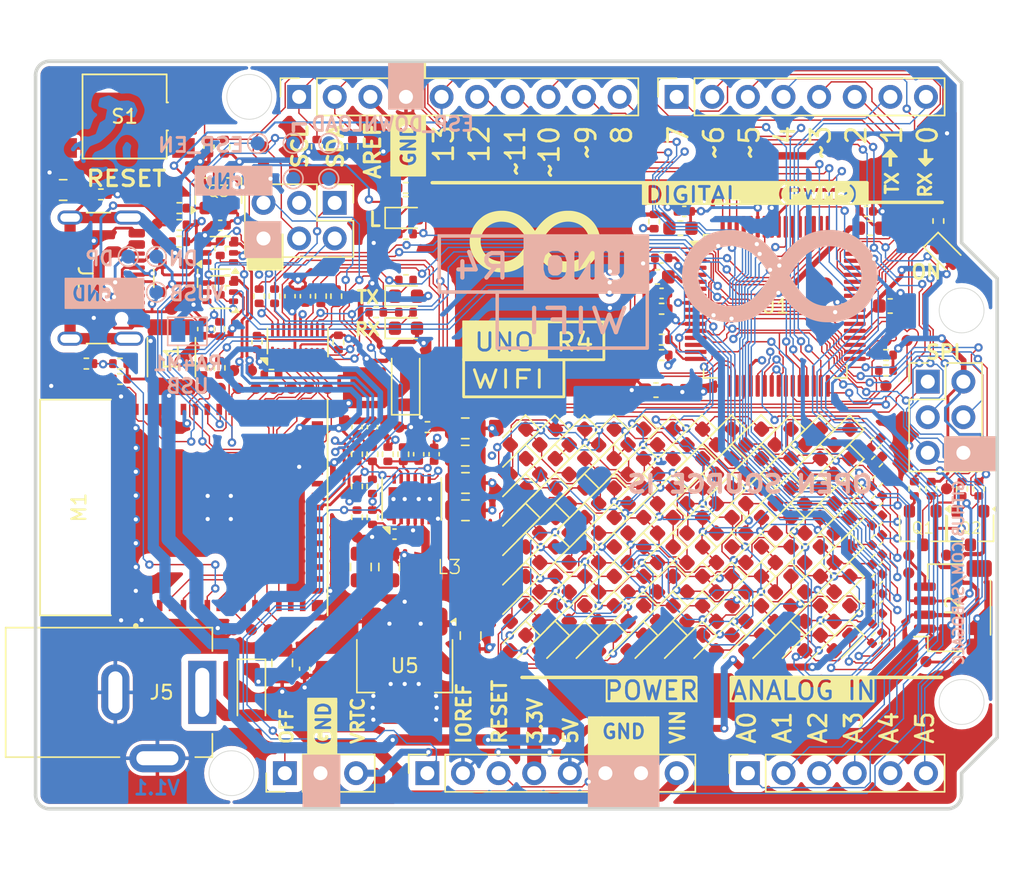
<source format=kicad_pcb>
(kicad_pcb (version 20240108) (generator "pcbnew") (generator_version "8.0")
  (layers (0 "F.Cu" signal) (1 "In1.Cu" signal) (2 "In2.Cu" signal) (31 "B.Cu" signal) (34 "B.Paste" user) (35 "F.Paste" user) (36 "B.SilkS" user "B.Silkscreen") (37 "F.SilkS" user "F.Silkscreen") (38 "B.Mask" user) (39 "F.Mask" user) (44 "Edge.Cuts" user))
  (net 0 "")
  (net 1 "+5V")
  (net 3 "GND")
  (net 5 "Net-(U1-VCC_USB)")
  (net 6 "Net-(U1-AVCC0)")
  (net 7 "VREFH0")
  (net 8 "+BATT")
  (net 9 "Net-(U1-VCL)")
  (net 10 "+3.3V")
  (net 11 "SHIELD")
  (net 12 "VBUS")
  (net 13 "USB_D_P")
  (net 14 "USB_D_N")
  (net 15 "Net-(J1-CC1)")
  (net 16 "Net-(J1-CC2)")
  (net 17 "AREF")
  (net 18 "Net-(U1-NMI{slash}INPUT_ONLY_P200)")
  (net 19 "MD")
  (net 20 "Net-(U1-P407{slash}USB_VBUS{slash}ADTRG0)")
  (net 21 "Net-(R15-Pad2)")
  (net 22 "Net-(U1-GTIOC2A{slash}AN016{slash}P500)")
  (net 23 "Net-(U1-GTIOC2A{slash}P113)")
  (net 24 "P108_SWDIO")
  (net 25 "P300_SWCLK")
  (net 26 "P012")
  (net 27 "P501_SCI1_TXD")
  (net 28 "P003")
  (net 30 "P013")
  (net 31 "P204")
  (net 32 "P014_AN09_DAC")
  (net 33 "P102_SPI0_RSPCK_GPT2_B_CAN0_RX")
  (net 34 "P106_GPT0_B")
  (net 35 "P109_SCI9_TXD")
  (net 36 "P104_IRQ01_GPT1_B")
  (net 37 "P101_AN21_SDA")
  (net 38 "P103_SPI0_SSL_GPT2_A_CAN0_TX")
  (net 39 "P111_GPT3_A")
  (net 40 "P302_SCI2_TXD")
  (net 41 "P206")
  (net 42 "~{RESET}")
  (net 43 "RA4_N")
  (net 44 "P212")
  (net 45 "P213")
  (net 46 "RA4_P")
  (net 47 "P000_AN00_AMP+")
  (net 48 "P411_SPI0_MOSI_GPT6_A")
  (net 49 "P301_SCI2_RXD")
  (net 50 "P100_AN22_SCL")
  (net 51 "P105_IRQ00_GPT1_A")
  (net 53 "P303_GPT7_B")
  (net 55 "P408")
  (net 56 "P410_SPI0_MISO_GPT6_B")
  (net 57 "P400_IIC0_SCL")
  (net 58 "P004")
  (net 59 "P112_GPT3_B")
  (net 60 "P107_GPT0_A")
  (net 61 "P110_SCI9_RXD")
  (net 63 "P001_AN01_AMP-")
  (net 64 "P002_AN02_AMPO")
  (net 65 "P015")
  (net 66 "P502_SCI1_RXD")
  (net 67 "P205")
  (net 68 "P304_GPT7_A")
  (net 69 "P011")
  (net 70 "P401_IIC0_SDA")
  (net 71 "Net-(DL1-K)")
  (net 72 "Net-(DL2-K)")
  (net 73 "Net-(DL3-K)")
  (net 74 "Net-(DL4-K)")
  (net 75 "Net-(Q3-D)")
  (net 76 "ESP_TXD0")
  (net 77 "Net-(U3-PHASE)")
  (net 78 "Net-(U3-BOOT)")
  (net 79 "VDD")
  (net 80 "Net-(C13-Pad1)")
  (net 81 "Net-(C14-Pad1)")
  (net 82 "Net-(U3-FB)")
  (net 83 "ISL_VCC")
  (net 84 "Net-(C22-Pad1)")
  (net 85 "Net-(U3-COMP)")
  (net 86 "VCC")
  (net 87 "OFF")
  (net 88 "Net-(U3-SYNC)")
  (net 89 "Net-(U3-FS)")
  (net 91 "ROW0")
  (net 92 "ROW1")
  (net 93 "ROW2")
  (net 94 "ROW3")
  (net 95 "ROW4")
  (net 96 "ROW5")
  (net 97 "ROW7")
  (net 98 "ROW8")
  (net 99 "ROW9")
  (net 100 "ROW10")
  (net 101 "ROW6")
  (net 102 "ESP_P")
  (net 103 "ESP_N")
  (net 104 "ESP_IO41")
  (net 105 "ESP_IO42")
  (net 106 "ESP_DOWNLOAD")
  (net 107 "ESP_RXD0")
  (net 115 "ESP32_ENABLE")
  (net 117 "ESP_IO4")
  (net 119 "ESP_MTCK")
  (net 121 "ESP_IO6")
  (net 122 "ESP_IO1")
  (net 124 "ESP_IO5")
  (net 126 "ESP_IO8")
  (net 127 "Net-(M1-U0TXD{slash}GPIO43)")
  (net 128 "ESP_IO9")
  (net 133 "Net-(M1-U0RXD{slash}GPIO44)")
  (net 135 "ESP_MTDO")
  (net 141 "ESP_IO7")
  (net 142 "Net-(M1-ADC1CH2_GPIO3)")
  (net 143 "+3.3VA")
  (net 144 "EXT_SDA")
  (net 145 "EXT_SCL")
  (net 146 "Net-(U4-B3)")
  (net 147 "Net-(U4-B2)")
  (net 148 "Net-(U4-B7)")
  (net 149 "Net-(U4-B8)")
  (net 150 "Net-(U4-OE)")
  (footprint "LED_SMD:LED_0603_1608Metric" (layer "F.Cu") (at 171.72345 111.44311 -135)
    (property "Reference" "D48" (hide yes))
    (property "Value" "QBLP601-R5")
  )
  (footprint "LED_SMD:LED_0603_1608Metric" (layer "F.Cu") (at 165.42346 111.44311 -135)
    (property "Reference" "D45" (hide yes))
    (property "Value" "QBLP601-R5")
  )
  (footprint "LED_SMD:LED_0603_1608Metric" (layer "F.Cu") (at 171.72346 113.54311 -135)
    (property "Reference" "D60" (hide yes))
    (property "Value" "QBLP601-R5")
  )
  (footprint "Arduino UNO R4 WiFi:TestPoint_Pad_D0.8mm" (layer "F.Cu") (at 140.13611 104.4386)
    (property "Reference" "TP16" (hide yes))
    (property "Value" "TestPoint")
  )
  (footprint "LED_SMD:LED_0603_1608Metric" (layer "F.Cu") (at 154.92345 113.54311 -135)
    (property "Reference" "D52" (hide yes))
    (property "Value" "QBLP601-R5")
  )
  (footprint "LED_SMD:LED_0603_1608Metric" (layer "F.Cu") (at 154.92346 109.34311 -135)
    (property "Reference" "D28" (hide yes))
    (property "Value" "QBLP601-R5")
  )
  (footprint "Resistor_SMD:R_0402_1005Metric" (layer "F.Cu") (at 140.43612 106.3736 -90)
    (property "Reference" "R38" (hide yes))
    (property "Value" "100k")
  )
  (footprint "LED_SMD:LED_0603_1608Metric" (layer "F.Cu") (at 167.52346 109.34311 -135)
    (property "Reference" "D34" (hide yes))
    (property "Value" "QBLP601-R5")
  )
  (footprint "LED_SMD:LED_0603_1608Metric" (layer "F.Cu") (at 165.42345 107.24311 -135)
    (property "Reference" "D21" (hide yes))
    (property "Value" "QBLP601-R5")
  )
  (footprint "LED_SMD:LED_0603_1608Metric" (layer "F.Cu") (at 148.62346 107.24311 -135)
    (property "Reference" "D13" (hide yes))
    (property "Value" "QBLP601-R5")
  )
  (footprint "LED_SMD:LED_0603_1608Metric" (layer "F.Cu") (at 167.51111 117.75546 -135)
    (property "Reference" "D82" (hide yes))
    (property "Value" "QBLP601-R5")
  )
  (footprint "LED_SMD:LED_0603_1608Metric" (layer "F.Cu") (at 159.12345 109.34311 -135)
    (property "Reference" "D30" (hide yes))
    (property "Value" "QBLP601-R5")
  )
  (footprint "LED_SMD:LED_0603_1608Metric" (layer "F.Cu") (at 159.12346 117.74311 -135)
    (property "Reference" "D78" (hide yes))
    (property "Value" "QBLP601-R5")
  )
  (footprint "Arduino UNO R4 WiFi:TestPoint_Pad_D0.8mm" (layer "F.Cu") (at 176.36111 98.25746)
    (property "Reference" "TP2" (hide yes))
    (property "Value" "TestPoint")
  )
  (footprint "Resistor_SMD:R_0402_1005Metric" (layer "F.Cu") (at 174.85711 99.29761 180)
    (property "Reference" "R7" (hide yes))
    (property "Value" "5.1k")
  )
  (footprint "Resistor_SMD:R_0402_1005Metric" (layer "F.Cu") (at 135.6571 95.0976 90)
    (property "Reference" "R48" (hide yes))
    (property "Value" "100k")
  )
  (footprint "Resistor_SMD:R_0402_1005Metric" (layer "F.Cu") (at 124.46001 91.2076)
    (property "Reference" "R50" (hide yes))
    (property "Value" "5.1k")
  )
  (footprint "Package_TO_SOT_SMD:SC-59" (layer "F.Cu") (at 180.88093 111.63912 -90)
    (property "Reference" "Q2")
    (property "Value" "2N7002KT1G")
  )
  (footprint "Arduino UNO R4 WiFi:TestPoint_Pad_D0.8mm" (layer "F.Cu") (at 117.83611 101.0076)
    (property "Reference" "TP21" (hide yes))
    (property "Value" "TestPoint")
  )
  (footprint "LED_SMD:LED_0603_1608Metric" (layer "F.Cu") (at 148.62346 105.14311 -135)
    (property "Reference" "D01" (hide yes))
    (property "Value" "QBLP601-R5")
  )
  (footprint "LED_SMD:LED_0603_1608Metric" (layer "F.Cu") (at 152.82346 105.14311 -135)
    (property "Reference" "D03" (hide yes))
    (property "Value" "QBLP601-R5")
  )
  (footprint "Arduino UNO R4 WiFi:TestPoint_Pad_D0.8mm" (layer "F.Cu") (at 129.60609 100.40362)
    (property "Reference" "TP20" (hide yes))
    (property "Value" "TestPoint")
  )
  (footprint "Resistor_SMD:R_0402_1005Metric" (layer "F.Cu") (at 137.13611 106.3736 90)
    (property "Reference" "R43" (hide yes))
    (property "Value" "100k")
  )
  (footprint "Arduino UNO R4 WiFi:TestPoint_Pad_D0.8mm" (layer "F.Cu") (at 130.4671 85.6996)
    (property "Reference" "TP3" (hide yes))
    (property "Value" "TestPoint")
  )
  (footprint "Resistor_SMD:R_0402_1005Metric" (layer "F.Cu") (at 140.62709 88.36661 180)
    (property "Reference" "R25" (hide yes))
    (property "Value" "330R")
  )
  (footprint "Package_TO_SOT_SMD:SOT-363_SC-70-6" (layer "F.Cu") (at 127.381 92.008 180)
    (property "Reference" "U2" (hide yes))
    (property "Value" "TS5A3159ADCK")
  )
  (footprint "LED_SMD:LED_0603_1608Metric" (layer "F.Cu") (at 163.32346 119.84311 -135)
    (property "Reference" "D92" (hide yes))
    (property "Value" "QBLP601-R5")
  )
  (footprint "Resistor_SMD:R_0402_1005Metric" (layer "F.Cu") (at 174.13163 105.56165 -135)
    (property "Reference" "R2" (hide yes))
    (property "Value" "330R")
  )
  (footprint "LED_SMD:LED_0603_1608Metric" (layer "F.Cu") (at 157.02346 115.64311 -135)
    (property "Reference" "D65" (hide yes))
    (property "Value" "QBLP601-R5")
  )
  (footprint "Capacitor_SMD:C_0805_2012Metric" (layer "F.Cu") (at 145.2361 119.31761 -90)
    (property "Reference" "C28" (hide yes))
    (property "Value" "22u")
  )
  (footprint "Capacitor_SMD:C_0402_1005Metric" (layer "F.Cu") (at 133.4571 95.0976 90)
    (property "Reference" "C25" (hide yes))
    (property "Value" "100n")
  )
  (footprint "Inductor_SMD:L_0603_1608Metric" (layer "F.Cu") (at 160.20083 90.2456)
    (property "Reference" "L1" (hide yes))
    (property "Value" "BLM18PG471SN1D")
  )
  (footprint "LED_SMD:LED_0603_1608Metric" (layer "F.Cu") (at 169.62346 107.24311 -135)
    (property "Reference" "D23" (hide yes))
    (property "Value" "QBLP601-R5")
  )
  (footprint "Resistor_SMD:R_0402_1005Metric" (layer "F.Cu") (at 174.22524 106.89334 -135)
    (property "Reference" "R34" (hide yes))
    (property "Value" "330R")
  )
  (footprint "LED_SMD:LED_0603_1608Metric" (layer "F.Cu") (at 157.02346 105.14311 -135)
    (property "Reference" "D5" (hide yes))
    (property "Value" "QBLP601-R5")
  )
  (footprint "LED_SMD:LED_0603_1608Metric" (layer "F.Cu") (at 148.62346 109.34311 -135)
    (property "Reference" "D25" (hide yes))
    (property "Value" "QBLP601-R5")
  )
  (footprint "Resistor_SMD:R_0402_1005Metric" (layer "F.Cu") (at 174.22524 109.69334 -135)
    (property "Reference" "R32" (hide yes))
    (property "Value" "330R")
  )
  (footprint "LED_SMD:LED_0603_1608Metric" (layer "F.Cu") (at 152.82346 111.44311 -135)
    (property "Reference" "D39" (hide yes))
    (property "Value" "QBLP601-R5")
  )
  (footprint "Arduino UNO R4 WiFi:TestPoint_Pad_D0.8mm" (layer "F.Cu") (at 133.731 101.67362)
    (property "Reference" "TP28" (hide yes))
    (property "Value" "TestPoint")
  )
  (footprint "LED_SMD:LED_0603_1608Metric" (layer "F.Cu") (at 161.22346 115.64311 -135)
    (property "Reference" "D67" (hide yes))
    (property "Value" "QBLP601-R5")
  )
  (footprint "LED_SMD:LED_0603_1608Metric" (layer "F.Cu") (at 163.32346 113.54311 -135)
    (property "Reference" "D56" (hide yes))
    (property "Value" "QBLP601-R5")
  )
  (footprint "Capacitor_SMD:C_0805_2012Metric" (layer "F.Cu") (at 144.87108 108.42537)
    (property "Reference" "C16" (hide yes))
    (property "Value" "22u")
  )
  (footprint "LED_SMD:LED_0603_1608Metric" (layer "F.Cu") (at 159.12345 111.44311 -135)
    (property "Reference" "D42" (hide yes))
    (property "Value" "QBLP601-R5")
  )
  (footprint "LED_SMD:LED_0603_1608Metric" (layer "F.Cu") (at 157.02346 107.24311 -135)
    (property "Reference" "D17" (hide yes))
    (property "Value" "QBLP601-R5")
  )
  (footprint "Arduino UNO R4 WiFi:TestPoint_Pad_D0.8mm" (layer "F.Cu") (at 123.85 96.012)
    (property "Reference" "TP4" (hide yes))
    (property "Value" "TestPoint")
  )
  (footprint "LED_SMD:LED_0603_1608Metric" (layer "F.Cu") (at 148.62346 119.84311 -135)
    (property "Reference" "D85" (hide yes))
    (property "Value" "QBLP601-R5")
  )
  (footprint "Resistor_SMD:R_0402_1005Metric" (layer "F.Cu") (at 130.1571 95.0976 90)
    (property "Reference" "R46" (hide yes))
    (property "Value" "100k")
  )
  (footprint "Resistor_SMD:R_0402_1005Metric" (layer "F.Cu") (at 142.16111 104.4386 180)
    (property "Reference" "R36" (hide yes))
    (property "Value" "0")
  )
  (footprint "LED_SMD:LED_0603_1608Metric" (layer "F.Cu") (at 169.62346 113.54311 -135)
    (property "Reference" "D59" (hide yes))
    (property "Value" "QBLP601-R5")
  )
  (footprint "Resistor_SMD:R_0402_1005Metric" (layer "F.Cu") (at 134.5571 95.0976 90)
    (property "Reference" "R47" (hide yes))
    (property "Value" "100k")
  )
  (footprint "Capacitor_SMD:C_0805_2012Metric" (layer "F.Cu") (at 144.85605 106.47715)
    (property "Reference" "C17" (hide yes))
    (property "Value" "22u")
  )
  (footprint "Resistor_SMD:R_0402_1005Metric" (layer "F.Cu") (at 127.891 91.172)
    (property "Reference" "R21" (hide yes))
    (property "Value" "0R")
  )
  (footprint "Resistor_SMD:R_0402_1005Metric" (layer "F.Cu") (at 174.22524 115.29334 -135)
    (property "Reference" "R28" (hide yes))
    (property "Value" "330R")
  )
  (footprint "LED_SMD:LED_0603_1608Metric" (layer "F.Cu") (at 152.82346 117.74311 -135)
    (property "Reference" "D75" (hide yes))
    (property "Value" "QBLP601-R5")
  )
  (footprint "LED_SMD:LED_0603_1608Metric" (layer "F.Cu") (at 152.82346 113.54311 -135)
    (property "Reference" "D51" (hide yes))
    (property "Value" "QBLP601-R5")
  )
  (footprint "Arduino UNO R4 WiFi:PMF42-103MN" (layer "F.Cu") (at 143.71943 114.42538)
    (property "Reference" "L3")
    (property "Value" "10uH 2.3A")
  )
  (footprint "LED_SMD:LED_0603_1608Metric" (layer "F.Cu") (at 169.62346 111.44311 -135)
    (property "Reference" "D47" (hide yes))
    (property "Value" "QBLP601-R5")
  )
  (footprint "LED_SMD:LED_0603_1608Metric" (layer "F.Cu") (at 161.22346 119.84311 -135)
    (property "Reference" "D91" (hide yes))
    (property "Value" "QBLP601-R5")
  )
  (footprint "Capacitor_SMD:C_0603_1608Metric" (layer "F.Cu") (at 158.45711 101.7976 180)
    (property "Reference" "C5" (hide yes))
    (property "Value" "4.7u")
  )
  (footprint "Arduino UNO R4 WiFi:TestPoint_Pad_D0.8mm" (layer "F.Cu") (at 130.4671 84.4296)
    (property "Reference" "TP23" (hide yes))
    (property "Value" "TestPoint")
  )
  (footprint "Capacitor_SMD:C_0402_1005Metric" (layer "F.Cu") (at 137.13611 104.4386 90)
    (property "Reference" "C23" (hide yes))
    (property "Value" "100p")
  )
  (footprint "Resistor_SMD:R_0402_1005Metric" (layer "F.Cu") (at 178.08093 108.83912 -90)
    (property "Reference" "R10" (hide yes))
    (property "Value" "5.1k")
  )
  (footprint "Resistor_SMD:R_0402_1005Metric" (layer "F.Cu") (at 174.22524 111.09334 -135)
    (property "Reference" "R31" (hide yes))
    (property "Value" "330R")
  )
  (footprint "Capacitor_SMD:C_0402_1005Metric" (layer "F.Cu") (at 142.63612 106.3736 90)
    (property "Reference" "C20" (hide yes))
    (property "Value" "1u")
  )
  (footprint "LED_SMD:LED_0603_1608Metric" (layer "F.Cu") (at 154.92346 107.24311 -135)
    (property "Reference" "D16" (hide yes))
    (property "Value" "QBLP601-R5")
  )
  (footprint "Connector_PinHeader_2.54mm:PinHeader_2x03_P2.54mm_Vertical" (layer "F.Cu") (at 135.5471 88.4396 -90)
    (property "Reference" "J6" (hide yes))
    (property "Value" "M20-9980345")
  )
  (footprint "LED_SMD:LED_0603_1608Metric" (layer "F.Cu") (at 165.42346 115.64311 -135)
    (property "Reference" "D69" (hide yes))
    (property "Value" "QBLP601-R5")
  )
  (footprint "LED_SMD:LED_0603_1608Metric" (layer "F.Cu") (at 159.12345 113.54311 -135)
    (property "Reference" "D54" (hide yes))
    (property "Value" "QBLP601-R5")
  )
  (footprint "Resistor_SMD:R_0402_1005Metric" (layer "F.Cu") (at 124.46 90.01373)
    (property "Reference" "R51" (hide yes))
    (property "Value" "5.1k")
  )
  (footprint "Fiducial:Fiducial_1mm_Mask2mm" (layer "F.Cu") (at 170.56112 94.25746)
    (property "Reference" "FID1" (hide yes))
    (property "Value" "Fiducial")
  )
  (footprint "LED_SMD:LED_0603_1608Metric" (layer "F.Cu") (at 171.72346 107.24311 -135)
    (property "Reference" "D24" (hide yes))
    (property "Value" "QBLP601-R5")
  )
  (footprint "Arduino UNO R4 WiFi:TestPoint_Pad_D0.8mm" (layer "F.Cu") (at 176.48062 113.57763)
    (property "Reference" "TP37" (hide yes))
    (property "Value" "TestPoint")
  )
  (footprint "Capacitor_SMD:C_0402_1005Metric" (layer "F.Cu") (at 139.81108 112.07362 180)
    (property "Reference" "C12" (hide yes))
    (property "Value" "100n")
  )
  (footprint "Resistor_SMD:R_0402_1005Metric" (layer "F.Cu") (at 174.22524 108.29334 -135)
    (property "Reference" "R33" (hide yes))
    (property "Value" "330R")
  )
  (footprint "Resistor_SMD:R_0402_1005Metric" (layer "F.Cu") (at 124.46 88.81373)
    (property "Reference" "R52" (hide yes))
    (property "Value" "100k")
  )
  (footprint "LED_SMD:LED_0603_1608Metric" (layer "F.Cu") (at 157.02346 109.34311 -135)
    (property "Reference" "D29" (hide yes))
    (property "Value" "QBLP601-R5")
  )
  (footprint "Diode_SMD:D_SOD-123" (layer "F.Cu") (at 140.6071 101.1976 90)
    (property "Reference" "D2" (hide yes))
    (property "Value" "PMEG6020AELRX")
  )
  (footprint "Package_QFP:LQFP-64_10x10mm_P0.5mm" (layer "F.Cu") (at 166.96084 95.8206)
    (property "Reference" "U1")
    (property "Value" "R7FA4M1AB3CFM#AA0")
  )
  (footprint "Diode_SMD:D_SOD-123" (layer "F.Cu") (at 129.6061 123.3676 -90)
    (property "Reference" "D1" (hide yes))
    (property "Value" "PMEG6020AELRX")
  )
  (footprint "LED_SMD:LED_0603_1608Metric" (layer "F.Cu") (at 163.32346 105.14311 -135)
    (property "Reference" "D8" (hide yes))
    (property "Value" "QBLP601-R5")
  )
  (footprint "Resistor_SMD:R_0402_1005Metric" (layer "F.Cu") (at 127.6771 84.4296 90)
    (property "Reference" "R3" (hide yes))
    (property "Value" "100k")
  )
  (footprint "Capacitor_SMD:C_0805_2012Metric" (layer "F.Cu") (at 144.87108 110.37537)
    (property "Reference" "C15" (hide yes))
    (property "Value" "22u")
  )
  (footprint "Capacitor_SMD:C_0402_1005Metric" (layer "F.Cu") (at 130.0071 98.3976 -90)
    (property "Reference" "C26" (hide yes))
    (property "Value" "100n")
  )
  (footprint "LED_SMD:LED_0603_1608Metric" (layer "F.Cu") (at 154.92346 105.14311 -135)
    (property "Reference" "D4" (hide yes))
    (property "Value" "QBLP601-R5")
  )
  (footprint "LED_SMD:LED_0603_1608Metric" (layer "F.Cu") (at 169.62346 117.74311 -135)
    (property "Reference" "D83" (hide yes))
    (property "Value" "QBLP601-R5")
  )
  (footprint "Resistor_SMD:R_0402_1005Metric" (layer "F.Cu") (at 180.28093 108.83912 -90)
    (property "Reference" "R11" (hide yes))
    (property "Value" "5.1k")
  )
  (footprint "Resistor_SMD:R_0402_1005Metric" (layer "F.Cu") (at 126.13611 100.2076 90)
    (property "Reference" "R18" (hide yes))
    (property "Value" "0")
  )
  (footprint "LED_SMD:LED_0603_1608Metric" (layer "F.Cu") (at 179.1081 92.12072 -45)
    (property "Reference" "DL3" (hide yes))
    (property "Value" "HSMG-C190")
  )
  (footprint "LED_SMD:LED_0603_1608Metric" (layer "F.Cu") (at 150.72346 113.54311 -135)
    (property "Reference" "D50" (hide yes))
    (property "Value" "QBLP601-R5")
  )
  (footprint "Capacitor_SMD:C_0402_1005Metric" (layer "F.Cu") (at 126.5771 84.4296 -90)
    (property "Reference" "C1" (hide yes))
    (property "Value" "DNP")
  )
  (footprint "LED_SMD:LED_0603_1608Metric" (layer "F.Cu") (at 150.72346 105.14311 -135)
    (property "Reference" "D02" (hide yes))
    (property "Value" "QBLP601-R5")
  )
  (footprint "LED_SMD:LED_0603_1608Metric" (layer "F.Cu") (at 171.72346 117.74311 -135)
    (property "Reference" "D84" (hide yes))
    (property "Value" "QBLP601-R5")
  )
  (footprint "LED_SMD:LED_0603_1608Metric" (layer "F.Cu") (at 148.62311 115.64346 -135)
    (property "Reference" "D61" (hide yes))
    (property "Value" "QBLP601-R5")
  )
  (footprint "Package_DFN_QFN:DFN-12-1EP_3x4mm_P0.5mm_EP1.7x3.3mm" (layer "F.Cu") (at 141.03611 109.5736 90)
    (property "Reference" "U3" (hide yes))
    (property "Value" "ISL854102FRZ-T")
  )
  (footprint "Resistor_SMD:R_0402_1005Metric" (layer "F.Cu") (at 174.22524 116.69334 -135)
    (property "Reference" "R27" (hide yes))
    (property "Value" "330R")
  )
  (footprint "Arduino UNO R4 WiFi:TestPoint_Pad_D0.8mm" (layer "F.Cu") (at 122.881 89.9376)
    (property "Reference" "TP7" (hide yes))
    (property "Value" "TestPoint")
  )
  (footprint "Resistor_SMD:R_0402_1005Metric" (layer "F.Cu") (at 127.381 91.683 -90)
    (property "Reference" "R54" (hide yes))
    (property "Value" "0R")
  )
  (footprint "LED_SMD:LED_0603_1608Metric" (layer "F.Cu") (at 169.62346 119.84311 -135)
    (property "Reference" "D95" (hide yes))
    (property "Value" "QBLP601-R5")
  )
  (footprint "Capacitor_SMD:C_0402_1005Metric" (layer "F.Cu") (at 160.47584 89.0456 180)
    (property "Reference" "C7" (hide yes))
    (property "Value" "100n")
  )
  (footprint "Arduino UNO R4 WiFi:TestPoint_Pad_D0.8mm" (layer "F.Cu") (at 177.71109 121.17362)
    (property "Reference" "TP36" (hide yes))
    (property "Value" "TestPoint")
  )
  (footprint "Arduino UNO R4 WiFi:SW_TS06-667-30-BK-100-G-SMT-TR" (layer "F.Cu") (at 120.5611 82.2706)
    (property "Reference" "S1")
    (property "Value" "TS06-667-30-BK-100-G-SMT-TR")
  )
  (footprint "Capacitor_SMD:C_0805_2012Metric" (layer "F.Cu") (at 116.1796 87.5206 180)
    (property "Reference" "C21" (hide yes))
    (property "Value" "4.7n")
  )
  (footprint "LED_SMD:LED_0603_1608Metric" (layer "F.Cu") (at 148.62346 111.44311 -135)
    (property "Reference" "D37" (hide yes))
    (property "Value" "QBLP601-R5")
  )
  (footprint "LED_SMD:LED_0603_1608Metric" (layer "F.Cu") (at 140.62709 95.09761)
    (property "Reference" "DL1" (hide yes))
    (property "Value" "NTE30007")
  )
  (footprint "LED_SMD:LED_0603_1608Metric" (layer "F.Cu") (at 167.52346 113.54311 -135)
    (property "Reference" "D58" (hide yes))
    (property "Value" "QBLP601-R5")
  )
  (footprint "LED_SMD:LED_0603_1608Metric" (layer "F.Cu") (at 154.92346 111.44311 -135)
    (property "Reference" "D40" (hide yes))
    (property "Value" "QBLP601-R5")
  )
  (footprint "Capacitor_SMD:C_0402_1005Metric" (layer "F.Cu") (at 138.23613 104.4386 90)
    (property "Reference" "C22" (hide yes))
    (property "Value" "1n")
  )
  (footprint "LED_SMD:LED_0603_1608Metric" (layer "F.Cu") (at 152.82346 109.34311 -135)
    (property "Reference" "D27" (hide yes))
    (property "Value" "QBLP601-R5")
  )
  (footprint "LED_SMD:LED_0603_1608Metric" (layer "F.Cu") (at 171.72346 109.34311 -135)
    (property "Reference" "D36" (hide yes))
    (property "Value" "QBLP601-R5")
  )
  (footprint "Capacitor_SMD:C_0805_2012Metric" (layer "F.Cu") (at 139.42673 114.4206 90)
    (property "Reference" "C19" (hide yes))
    (property "Value" "22u")
  )
  (footprint "Package_TO_SOT_SMD:SOT-143" (layer "F.Cu") (at 124.206 93.8076 -90)
    (property "Reference" "D3" (hide yes))
    (property "Value" "PRTR5V0U2X,215")
  )
  (footprint "Resistor_SMD:R_0402_1005Metric" (layer "F.Cu") (at 127.891 93.972)
    (property "Reference" "R53" (hide yes))
    (property "Value" "0R")
  )
  (footprint "Resistor_SMD:R_0402_1005Metric" (layer "F.Cu") (at 174.22524 119.49334 -135)
    (property "Reference" "R14" (hide yes))
    (property "Value" "330R")
  )
  (footprint "Resistor_SMD:R_0402_1005Metric" (layer "F.Cu") (at 131.03611 100.7076)
    (property "Reference" "R58" (hide yes))
    (property "Value" "100k")
  )
  (footprint "Resistor_SMD:R_0402_1005Metric" (layer "F.Cu") (at 140.62709 96.24061 180)
    (property "Reference" "R23" (hide yes))
    (property "Value" "330R")
  )
  (footprint "Capacitor_SMD:C_0402_1005Metric" (layer "F.Cu") (at 126.13611 97.4426 -90)
    (property "Reference" "C29" (hide yes))
    (property "Value" "100n")
  )
  (footprint "LED_SMD:LED_0603_1608Metric" (layer "F.Cu") (at 167.52345 107.24311 -135)
    (property "Reference" "D22" (hide yes))
    (property "Value" "QBLP601-R5")
  )
  (footprint "Resistor_SMD:R_0402_1005Metric" (layer "F.Cu") (at 140.62709 90.65261)
    (property "Reference" "R59" (hide yes))
    (property "Value" "100k")
  )
  (footprint "Resistor_SMD:R_0402_1005Metric" (layer "F.Cu") (at 140.61109 87.37361 180)
    (property "Reference" "R60" (hide yes))
    (property "Value" "13.7k")
  )
  (footprint "Package_TO_SOT_SMD:SOT-223-3_TabPin2" (layer "F.Cu") (at 140.5361 121.46761 -90)
    (property "Reference" "U5")
    (property "Value" "AP7361C-33E")
  )
  (footprint "Arduino UNO R4 WiFi:TestPoint_Pad_D0.8mm" (layer "F.Cu") (at 129.921 101.67362)
    (property "Reference" "TP33" (hide yes))
    (property "Value" "TestPoint")
  )
  (footprint "Capacitor_SMD:C_0805_2012Metric" (layer "F.Cu") (at 131.8011 121.2676 -90)
    (property "Reference" "C10" (hide yes))
    (property "Value" "22u")
  )
  (footprint "LED_SMD:LED_0603_1608Metric" (layer "F.Cu") (at 150.72346 111.44311 -135)
    (property "Reference" "D38" (hide yes))
    (property "Value" "QBLP601-R5")
  )
  (footprint "Arduino UNO R4 WiFi:TestPoint_Pad_D0.8mm" (layer "F.Cu") (at 158.8571 97.0976)
    (property "Reference" "TP12" (hide yes))
    (property "Value" "TestPoint")
  )
  (footprint "LED_SMD:LED_0603_1608Metric" (layer "F.Cu") (at 171.72346 119.84311 -135)
    (property "Reference" "D96" (hide yes))
    (property "Value" "QBLP601-R5")
  )
  (footprint "Capacitor_SMD:C_0402_1005Metric" (layer "F.Cu") (at 127.381 90.043)
    (property "Reference" "C30" (hide yes))
    (property "Value" "100n")
  )
  (footprint "Arduino UNO R4 WiFi:TestPoint_Pad_D0.8mm" (layer "F.Cu") (at 131.191 101.67362)
    (property "Reference" "TP32" (hide yes))
    (property "Value" "TestPoint")
  )
  (footprint "Package_TO_SOT_SMD:SOT-363_SC-70-6" (layer "F.Cu") (at 127.381 94.808 180)
    (property "Reference" "U6" (hide yes))
    (property "Value" "TS5A3159ADCK")
  )
  (footprint "LED_SMD:LED_0603_1608Metric" (layer "F.Cu") (at 161.22346 117.74311 -135)
    (property "Reference" "D79" (hide yes))
    (property "Value" "QBLP601-R5")
  )
  (footprint "Resistor_SMD:R_0402_1005Metric" (layer "F.Cu") (at 176.88093 108.83912 -90)
    (property "Reference" "R9" (hide yes))
    (property "Value" "5.1k")
  )
  (footprint "Resistor_SMD:R_0402_1005Metric" (layer "F.Cu") (at 174.22524 118.09334 -135)
    (property "Reference" "R16" (hide yes))
    (property "Value" "330R")
  )
  (footprint "Arduino UNO R4 WiFi:TestPoint_Pad_D0.8mm" (layer "F.Cu") (at 179.18093 108.83912)
    (property "Reference" "TP38" (hide yes))
    (property "Value" "TestPoint")
  )
  (footprint "Resistor_SMD:R_0402_1005Metric" (layer "F.Cu") (at 178.59544 89.73306 90)
    (property "Reference" "R24" (hide yes))
    (property "Value" "330R")
  )
  (footprint "Resistor_SMD:R_0402_1005Metric" (layer "F.Cu") (at 138.23611 106.3736 90)
    (property "Reference" "R41" (hide yes))
    (property "Value" "249k")
  )
  (footprint "LED_SMD:LED_0603_1608Metric" (layer "F.Cu") (at 159.12345 107.24311 -135)
    (property "Reference" "D18" (hide yes))
    (property "Value" "QBLP601-R5")
  )
  (footprint "Arduino UNO R4 WiFi:XCVR_ESP32-S3-MINI-1-N8" (layer "F.Cu") (at 127.31108 110.17361 90)
    (property "Reference" "M1")
    (property "Value" "ESP32-S3-MINI-1-N8")
  )
  (footprint "LED_SMD:LED_0603_1608Metric" (layer "F.Cu") (at 171.72346 105.14311 -135)
    (property "Reference" "D12" (hide yes))
    (property "Value" "QBLP601-R5")
  )
  (footprint "Connector_USB:USB_C_Receptacle_GCT_USB4105-xx-A_16P_TopMnt_Horizontal" (layer "F.Cu") (at 117.7486 93.8076 -90)
    (property "Reference" "J1")
    (property "Value" "USB_C_Receptacle_USB2.0_16P")
  )
  (footprint "Connector_PinSocket_2.54mm:PinSocket_1x08_P2.54mm_Vertical" (layer "F.Cu") (at 159.9311 80.8736 90)
    (property "Reference" "J9" (hide yes))
    (property "Value" "PPTC081LFBN-RC")
  )
  (footprint "Resistor_SMD:R_0402_1005Metric" (layer "F.Cu") (at 158.8571 95.9976 180)
    (property "Reference" "R13" (hide yes))
    (property "Value" "5.1k")
  )
  (footprint "Package_TO_SOT_SMD:SC-59" (layer "F.Cu") (at 127.254 87.6076 90)
    (property "Reference" "Q3")
    (property "Value" "2N7002KT1G")
  )
  (footprint "Arduino UNO R4 WiFi:TestPoint_Pad_D0.8mm" (layer "F.Cu") (at 176.48062 114.84763)
    (property "Reference" "TP39" (hide yes))
    (property "Value" "TestPoint")
  )
  (footprint "LED_SMD:LED_0603_1608Metric" (layer "F.Cu") (at 165.42346 117.74311 -135)
    (property "Reference" "D81" (hide yes))
    (property "Value" "QBLP601-R5")
  )
  (footprint "LED_SMD:LED_0603_1608Metric" (layer "F.Cu") (at 159.12346 105.14311 -135)
    (property "Reference" "D6" (hide yes))
    (property "Value" "QBLP601-R5")
  )
  (footprint "LED_SMD:LED_0603_1608Metric" (layer "F.Cu") (at 161.22345 109.34311 -135)
    (property "Reference" "D31" (hide yes))
    (property "Value" "QBLP601-R5")
  )
  (footprint "LED_SMD:LED_0603_1608Metric" (layer "F.Cu") (at 148.62346 113.54311 -135)
    (property "Reference" "D49" (hide yes))
    (property "Value" "QBLP601-R5")
  )
  (footprint "LED_SMD:LED_0603_1608Metric" (layer "F.Cu") (at 163.32345 111.44311 -135)
    (property "Reference" "D44" (hide yes))
    (property "Value" "QBLP601-R5")
  )
  (footprint "Capacitor_SMD:C_0402_1005Metric" (layer "F.Cu") (at 141.53612 106.3736 -90)
    (property "Reference" "C14" (hide yes))
    (property "Value" "33p")
  )
  (footprint "LED_SMD:LED_0603_1608Metric" (layer "F.Cu") (at 161.22345 113.54311 -135)
    (property "Reference" "D55" (hide yes))
    (property "Value" "QBLP601-R5")
  )
  (footprint "Resistor_SMD:R_0402_1005Metric" (layer "F.Cu") (at 136.8171 84.4296 90)
    (property "Reference" "R5" (hide yes))
    (property "Value" "5.1k")
  )
  (footprint "Connector_PinHeader_2.54mm:PinHeader_1x03_P2.54mm_Vertical" (layer "F.Cu") (at 131.9911 129.1336 90)
    (property "Reference" "J10" (hide yes))
    (property "Value" "M20-9990345")
  )
  (footprint "Resistor_SMD:R_0402_1005Metric" (layer "F.Cu") (at 140.62709 93.95461 180)
    (property "Reference" "R22" (hide yes))
    (property "Value" "330R")
  )
  (footprint "Arduino UNO R4 WiFi:TestPoint_Pad_D0.8mm" (layer "F.Cu") (at 137.13608 112.27362)
    (property "Reference" "TP15" (hide yes))
    (property "Value" "TestPoint")
  )
  (footprint "Resistor_SMD:R_0402_1005Metric" (layer "F.Cu") (at 138.23611 108.6736 -90)
    (property "Reference" "R42" (hide yes))
    (property "Value" "0")
  )
  (footprint "Resistor_SMD:R_0402_1005Metric" (layer "F.Cu") (at 134.2771 84.4296 90)
    (property "Reference" "R4" (hide yes))
    (property "Value" "5.1k")
  )
  (footprint "Arduino UNO R4 WiFi:TestPoint_Pad_D0.8mm" (layer "F.Cu") (at 128.651 101.67362)
    (property "Reference" "TP34" (hide yes))
    (property "Value" "TestPoint")
  )
  (footprint "Resistor_SMD:R_0402_1005Metric" (layer "F.Cu") (at 174.22524 112.49334 -135)
    (property "Reference" "R30" (hide yes))
    (property "Value" "330R")
  )
  (footprint "Resistor_SMD:R_0402_1005Metric" (layer "F.Cu") (at 120.2361 99.9076)
    (property "Reference" "R56" (hide yes))
    (property "Value" "100k")
  )
  (footprint "LED_SMD:LED_0603_1608Metric" (layer "F.Cu") (at 163.32346 115.64311 -135)
    (property "Reference" "D68" (hide yes))
    (property "Value" "QBLP601-R5")
  )
  (footprint "Capacitor_SMD:C_0603_1608Metric" (layer "F.Cu") (at 175.1571 95.79761)
    (property "Reference" "C2" (hide yes))
    (property "Value" "4.7u")
  )
  (footprint "Resistor_SMD:R_0402_1005Metric" (layer "F.Cu") (at 139.33611 106.3736 90)
    (property "Reference" "R40" (hide yes))
    (property "Value" "13.7k")
  )
  (footprint "LED_SMD:LED_0603_1608Metric" (layer "F.Cu") (at 161.22345 107.24311 -135)
    (property "Reference" "D19" (hide yes))
    (property "Value" "QBLP601-R5")
  )
  (footprint "LED_SMD:LED_0603_1608Metric" (layer "F.Cu") (at 157.02346 117.74311 -135)
    (property "Reference" "D77" (hide yes))
    (property "Value" "QBLP601-R5")
  )
  (footprint "Resistor_SMD:R_0402_1005Metric" (layer "F.Cu") (at 158.8571 98.1976 180)
    (property "Reference" "R15" (hide yes))
    (property "Value" "5.1k")
  )
  (footprint "LED_SMD:LED_0603_1608Metric" (layer "F.Cu") (at 167.52346 115.64311 -135)
    (property "Reference" "D70" (hide yes))
    (property "Value" "QBLP601-R5")
  )
  (footprint "Arduino UNO R4 WiFi:TestPoint_Pad_D0.8mm" (layer "F.Cu") (at 128.33608 118.89862)
    (property "Reference" "TP17" (hide yes))
    (property "Value" "TestPoint")
  )
  (footprint "LED_SMD:LED_0603_1608Metric" (layer "F.Cu") (at 154.92346 115.64311 -135)
    (property "Reference" "D64" (hide yes))
    (property "Value" "QBLP601-R5")
  )
  (footprint "Arduino UNO R4 WiFi:TestPoint_Pad_D0.8mm" (layer "F.Cu") (at 128.33609 100.40362)
    (property "Reference" "TP19" (hide yes))
    (property "Value" "TestPoint")
  )
  (footprint "Arduino UNO R4 WiFi:TestPoint_Pad_0.8mm" (layer "F.Cu") (at 128.15032 125.0026)
    (property "Reference" "TP14" (hide yes))
    (property "Value" "TestPoint")
  )
  (footprint "Resistor_SMD:R_0402_1005Metric" (layer "F.Cu") (at 137.13611 108.6736 -90)
    (property "Reference" "R44" (hide yes))
    (property "Value" "100k")
  )
  (footprint "Connector_PinHeader_2.54mm:PinHeader_2x03_P2.54mm_Vertical" (layer "F.Cu") (at 177.8381 101.1936)
    (property "Reference" "J3" (hide yes))
    (property "Value" "M20-9980345")
  )
  (footprint "Resistor_SMD:R_0402_1005Metric" (layer "F.Cu") (at 158.8571 99.2976)
    (property "Reference" "R19" (hide yes))
    (property "Value" "5.1k")
  )
  (footprint "LED_SMD:LED_0603_1608Metric" (layer "F.Cu") (at 150.72346 117.74311 -135)
    (property "Reference" "D74" (hide yes))
    (property "Value" "QBLP601-R5")
  )
  (footprint "LED_SMD:LED_0603_1608Metric" (layer "F.Cu") (at 152.82346 107.24311 -135)
    (property "Reference" "D15" (hide yes))
    (property "Value" "QBLP601-R5")
  )
  (footprint "Capacitor_SMD:C_0805_2012Metric" (layer "F.Cu") (at 137.41019 114.4206 90)
    (property "Reference" "C13" (hide yes))
    (property "Value" "22u")
  )
  (footprint "LED_SMD:LED_0603_1608Metric" (layer "F.Cu") (at 154.92346 119.84311 -135)
    (property "Reference" "D88" (hide yes))
    (property "Value" "QBLP601-R5")
  )
  (footprint "LED_SMD:LED_0603_1608Metric" (layer "F.Cu") (at 163.32346 117.74311 -135)
    (property "Reference" "D80" (hide yes))
    (property "Value" "QBLP601-R5")
  )
  (footprint "Arduino UNO R4 WiFi:TestPoint_Pad_D0.8mm" (layer "F.Cu") (at 122.881 91.2076)
    (property "Reference" "TP6" (hide yes))
    (property "Value" "TestPoint")
  )
  (footprint "LED_SMD:LED_0603_1608Metric" (layer "F.Cu") (at 154.92346 117.74311 -135)
    (property "Reference" "D76" (hide yes))
    (property "Value" "QBLP601-R5")
  )
  (footprint "Arduino UNO R4 WiFi:TestPoint_Pad_D0.8mm" (layer "F.Cu") (at 174.85711 101.49761)
    (property "Reference" "TP10" (hide yes))
    (property "Value" "TestPoint")
  )
  (footprint "Capacitor_SMD:C_0805_2012Metric" (layer "F.Cu") (at 144.85605 104.52714)
    (property "Reference" "C18" (hide yes))
    (property "Value" "22u")
  )
  (footprint "LED_SMD:LED_0603_1608Metric" (layer "F.Cu") (at 163.32345 107.24311 -135)
    (property "Reference" "D20" (hide yes))
    (property "Value" "QBLP601-R5")
  )
  (footprint "LED_SMD:LED_0603_1608Metric" (layer "F.Cu") (at 161.22345 111.44311 -135)
    (property "Reference" "D43" (hide yes))
    (property "Value" "QBLP601-R5")
  )
  (footprint "LED_SMD:LED_0603_1608Metric" (layer "F.Cu") (at 165.42346 113.54311 -135)
    (property "Reference" "D57" (hide yes))
    (property "Value" "QBLP601-R5")
  )
  (footprint "Fuse:Fuse_1812_4532Metric" (layer "F.Cu") (at 123.902872 99.448661 90)
    (property "Reference" "F1")
    (property "Value" "MF-MSMF050-2-W2")
  )
  (footprint "Resistor_SMD:R_0402_1005Metric" (layer "F.Cu") (at 158.32584 89.77059 90)
    (property "Reference" "R6" (hide yes))
    (property "Value" "5.1k")
  )
  (footprint "LED_SMD:LED_0603_1608Metric" (layer "F.Cu") (at 165.42346 105.14311 -135)
    (property "Reference" "D9" (hide yes))
    (property "Value" "QBLP601-R5")
  )
  (footprint "LED_SMD:LED_0603_1608Metric" (layer "F.Cu") (at 163.32345 109.34311 -135)
    (property "Reference" "D32" (hide yes))
    (property "Value" "QBLP601-R5")
  )
  (footprint "LED_SMD:LED_0603_1608Metric" (layer "F.Cu") (at 150.72346 107.24311 -135)
    (property "Reference" "D14" (hide yes))
    (property "Value" "QBLP601-R5")
  )
  (footprint "Capacitor_SMD:C_0402_1005Metric" (layer "F.Cu") (at 133.4011 121.6826 -90)
    (property "Reference" "C11" (hide yes))
    (property "Value" "100n")
  )
  (footprint "LED_SMD:LED_0603_1608Metric" (layer "F.Cu") (at 150.72346 109.34311 -135)
    (property "Reference" "D26" (hide yes))
    (property "Value" "QBLP601-R5")
  )
  (footprint "Connector_PinSocket_2.54mm:PinSocket_1x10_P2.54mm_Vertical" (layer "F.Cu") (at 133.0071 80.8736 90)
    (property "Reference" "J8" (hide yes))
    (property "Value" "PPTC101LFBN-RC")
  )
  (footprint "LED_SMD:LED_0603_1608Metric" (layer "F.Cu") (at 140.62709 97.38361)
    (property "Reference" "DL2" (hide yes))
    (property "Value" "NTE30007")
  )
  (footprint "Arduino UNO R4 WiFi:TestPoint_Pad_D0.8mm" (layer "F.Cu") (at 130.87608 118.89862)
    (property "Reference" "TP29" (hide yes))
    (property "Value" "TestPoint")
  )
  (footprint "Resistor_SMD:R_0402_1005Metric" (layer "F.Cu") (at 118.872 87.8332)
    (property "Reference" "R39" (hide yes))
    (property "Value" "1M")
  )
  (footprint "Arduino UNO R4 WiFi:TestPoint_Pad_D0.8mm" (layer "F.Cu") (at 129.60608 118.89862)
    (property "Reference" "TP27" (hide yes))
    (property "Value" "TestPoint")
  )
  (footprint "Resistor_SMD:R_0402_1005Metric" (layer "F.Cu") (at 131.2571 95.0976 90)
    (property "Reference" "R45" (hide yes))
    (property "Value" "100k")
  )
  (footprint "Resistor_SMD:R_0402_1005Metric" (layer "F.Cu") (at 135.8071 98.3976 90)
    (property "Reference" "R49" (hide yes))
    (property "Value" "100k")
  )
  (footprint "Capacitor_SMD:C_0402_1005Metric" (layer "F.Cu") (at 173.44584 89.0456)
    (property "Reference" "C6" (hide yes))
    (property "Value" "1u")
  )
  (footprint "Arduino UNO R4 WiFi:TestPoint_Pad_D0.8mm" (layer "F.Cu") (at 179.18093 113.57812)
    (property "Reference" "TP40" (hide yes))
    (property "Value" "TestPoint")
  )
  (footprint "Package_SON:USON-20_2x4mm_P0.4mm" (layer "F.Cu") (at 132.9071 98.3976 90)
    (property "Reference" "U4" (hide yes))
    (property "Value" "TXB0108DQSR")
  )
  (footprint "Connector_BarrelJack:BarrelJack_Kycon_KLDX-0202-xC_Horizontal" (layer "F.Cu") (at 126.1011 123.3676)
    (property "Reference" "J5")
    (property "Value" "PJ-102AH")
  )
  (footprint "Capacitor_SMD:C_0603_1608Metric" (layer "F.Cu") (at 158.56084 93.7206)
    (property "Reference" "C9" (hide yes))
    (property "Value" "4.7u")
  )
  (footprint "LED_SMD:LED_0603_1608Metric" (layer "F.Cu") (at 169.62346 105.14311 -135)
    (property "Reference" "D11" (hide yes))
    (property "Value" "QBLP601-R5")
  )
  (footprint "Connector_PinSocket_2.54mm:PinSocket_1x06_P2.54mm_Vertical" (layer "F.Cu") (at 165.011 129.1336 90)
    (property "Reference" "J7" (hide yes))
    (property "Value" "PPTC061LFBN-RC")
  )
  (footprint "Resistor_SMD:R_0402_1005Metric" (layer "F.Cu") (at 127.3361 100.21373 90)
    (property "Reference" "R17" (hide yes))
    (property "Value" "0")
  )
  (footprint "Package_TO_SOT_SMD:SC-59" (layer "F.Cu") (at 177.48093 111.63912 -90)
    (property "Reference" "Q1")
    (property "Value" "2N7002KT1G")
  )
  (footprint "LED_SMD:LED_0603_1608Metric" (layer "F.Cu") (at 157.02345 113.54311 -135)
    (property "Reference" "D53" (hide yes))
    (property "Value" "QBLP601-R5")
  )
  (footprint "Resistor_SMD:R_0402_1005Metric" (layer "F.Cu") (at 181.48093 108.83912 -90)
    (property "Reference" "R12" (hide yes))
    (property "Value" "5.1k")
  )
  (footprint "LED_SMD:LED_0603_1608Metric" (layer "F.Cu") (at 152.82346 119.84311 -135)
    (property "Reference" "D87" (hide yes))
    (property "Value" "QBLP601-R5")
  )
  (footprint "Arduino UNO R4 WiFi:TestPoint_Pad_D0.8mm" (layer "F.Cu") (at 135.0361 101.67361)
    (property "Reference" "TP31" (hide yes))
    (property "Value" "TestPoint")
  )
  (footprint "LED_SMD:LED_0603_1608Metric" (layer "F.Cu") (at 171.72346 115.64311 -135)
    (property "Reference" "D72" (hide yes))
    (property "Value" "QBLP601-R5")
  )
  (footprint "Connector_JST:JST_SH_SM04B-SRSS-TB_1x04-1MP_P1.00mm_Horizontal" (layer "F.Cu") (at 179.63061 117.32763 90)
    (property "Reference" "J2")
    (property "Value" "SM04B-SRSS-TB(LF)(SN)")
  )
  (footprint "LED_SMD:LED_0603_1608Metric" (layer "F.Cu") (at 169.62346 115.64311 -135)
    (property "Reference" "D71" (hide yes))
    (property "Value" "QBLP601-R5")
  )
  (footprint "LED_SMD:LED_0603_1608Metric" (layer "F.Cu") (at 165.42346 119.84311 -135)
    (property "Reference" "D93" (hide yes))
    (property "Value" "QBLP601-R5")
  )
  (footprint "Arduino UNO R4 WiFi:TestPoint_Pad_D0.8mm" (layer "F.Cu") (at 132.461 101.67362)
    (property "Reference" "TP26" (hide yes))
    (property "Value" "TestPoint")
  )
  (footprint "Arduino UNO R4 WiFi:TestPoint_Pad_D0.8mm" (layer "F.Cu") (at 174.86111 98.25761)
    (property "Reference" "TP1" (hide yes))
    (property "Value" "TestPoint")
  )
  (footprint "Capacitor_SMD:C_0402_1005Metric" (layer "F.Cu") (at 158.8606 92.36758 180)
    (property "Reference" "C8" (hide yes))
    (property "Value" "100n")
  )
  (footprint "LED_SMD:LED_0603_1608Metric" (layer "F.Cu") (at 150.72346 115.64311 -135)
    (property "Reference" "D62" (hide yes))
    (property "Value" "QBLP601-R5")
  )
  (footprint "Arduino UNO R4 WiFi:TestPoint_Pad_D0.8mm" (layer "F.Cu") (at 132.14608 118.89862)
    (property "Reference" "TP30" (hide yes))
    (property "Value" "TestPoint")
  )
  (footprint "Inductor_SMD:L_0603_1608Metric" (layer "F.Cu") (at 173.72085 90.2456 180)
    (property "Reference" "L2" (hide yes))
    (property "Value" "BLM18PG471SN1D")
  )
  (footprint "Resistor_SMD:R_0402_1005Metric" (layer "F.Cu") (at 127.381 94.483 -90)
    (property "Reference" "R55" (hide yes))
    (property "Value" "0R")
  )
  (footprint "LED_SMD:LED_0603_1608Metric" (layer "F.Cu") (at 167.52346 111.44311 -135)
    (property "Reference" "D46" (hide yes))
    (property "Value" "QBLP601-R5")
  )
  (footprint "Resistor_SMD:R_0402_1005Metric" (layer "F.Cu") (at 120.2361 101.00759 180)
    (property "Reference" "R26" (hide yes))
    (property "Value" "100k")
  )
  (footprint "Resistor_SMD:R_0402_1005Metric" (layer "F.Cu") (at 117.83611 99.9076)
    (property "Reference" "R57" (hide yes))
    (property "Value" "100k")
  )
  (footprint "LED_SMD:LED_0603_1608Metric" (layer "F.Cu") (at 159.12346 115.64311 -135)
    (property "Reference" "D66" (hide yes))
    (property "Value" "QBLP601-R5")
  )
  (footprint "LED_SMD:LED_0603_1608Metric" (layer "F.Cu") (at 157.02346 119.84311 -135)
    (property "Reference" "D89" (hide yes))
    (property "Value" "QBLP601-R5")
  )
  (footprint "LED_SMD:LED_0603_1608Metric" (layer "F.Cu") (at 159.12346 119.84311 -135)
    (property "Reference" "D90" (hide yes))
    (property "Value" "QBLP601-R5")
  )
  (footprint "Capacitor_SMD:C_0402_1005Metric" (layer "F.Cu") (at 158.8571 94.89761 180)
    (property "Reference" "C3" (hide yes))
    (property "Value" "100n")
  )
  (footprint "Arduino UNO R4 WiFi:TestPoint_Pad_D0.8mm" (layer "F.Cu") (at 126.111 101.67362)
    (property "Reference" "TP25" (hide yes))
    (property "Value" "TestPoint")
  )
  (footprint "Resistor_SMD:R_0402_1005Metric" (layer "F.Cu") (at 174.22524 113.89334 -135)
    (property "Reference" "R29" (hide yes))
    (property "Value" "330R")
  )
  (footprint "LED_SMD:LED_0603_1608Metric" (layer "F.Cu") (at 167.52346 119.84311 -135)
    (property "Reference" "D94" (hide yes))
    (property "Value" "QBLP601-R5")
  )
  (footprint "Resistor_SMD:R_0402_1005Metric" (layer "F.Cu") (at 138.23611 110.8736 -90)
    (property "Reference" "R37" (hide yes))
    (property "Value" "0")
  )
  (footprint "LED_SMD:LED_0603_1608Metric" (layer "F.Cu") (at 169.62346 109.34311 -135)
    (property "Reference" "D35" (hide yes))
    (property "Value" "QBLP601-R5")
  )
  (footprint "Fiducial:Fiducial_1mm_Mask2mm" (layer "F.Cu") (at 116.21109 129.67361)
    (property "Reference" "FID2" (hide yes))
    (property "Value" "Fiducial")
  )
  (footprint "LED_SMD:LED_0603_1608Metric" (layer "F.Cu") (at 148.62346 117.74311 -135)
    (property "Reference" "D73" (hide yes))
    (property "Value" "QBLP601-R5")
  )
  (footprint "Arduino UNO R4 WiFi:TestPoint_Pad_D0.8mm" (layer "F.Cu") (at 127.381 101.67362)
    (property "Reference" "TP35" (hide yes))
    (property "Value" "TestPoint")
  )
  (footprint "LED_SMD:LED_0603_1608Metric" (layer "F.Cu") (at 167.52346 105.14311 -135)
    (property "Reference" "D10" (hide yes))
    (property "Value" "QBLP601-R5")
  )
  (footprint "LED_SMD:LED_0603_1608Metric" (layer "F.Cu") (at 152.82346 115.64311 -135)
    (property "Reference" "D63" (hide yes))
    (property "Value" "QBLP601-R5")
  )
  (footprint "Capacitor_SMD:C_0402_1005Metric" (layer "F.Cu") (at 132.3571 95.0976 90)
    (property "Reference" "C24" (hide yes))
    (property "Value" "1u")
  )
  (footprint "Resistor_SMD:R_0402_1005Metric" (layer "F.Cu") (at 138.50111 96.24061)
    (property "Reference" "R20" (hide yes))
    (property "Value" "330R")
  )
  (footprint "Resistor_SMD:R_0402_1005Metric" (layer "F.Cu") (at 137.13611 110.8736 90)
    (property "Reference" "R35" (hide yes))
    (property "Value" "100k")
  )
  (footprint "Resistor_SMD:R_0402_1005Metric" (layer "F.Cu") (at 127.33609 97.4426 -90)
    (property "Reference" "R1" (hide yes))
    (property "Value" "100k")
  )
  (footprint "LED_SMD:LED_0603_1608Metric" (layer "F.Cu") (at 157.02346 111.44311 -135)
    (property "Reference" "D41" (hide yes))
    (property "Value" "QBLP601-R5")
  )
  (footprint "LED_SMD:LED_0603_1608Metric" (layer "F.Cu") (at 161.22346 105.14311 -135)
    (property "Reference" "D7" (hide yes))
    (property "Value" "QBLP601-R5")
  )
  (footprint "LED_SMD:LED_0603_1608Metric" (layer "F.Cu") (at 140.62709 89.50961)
    (property "Reference" "DL4" (hide yes))
    (property "Value" "NTE30007")
  )
  (footprint "Connector_PinSocket_2.54mm:PinSocket_1x08_P2.54mm_Vertical" (layer "F.Cu") (at 142.1511 129.1336 90)
    (property "Reference" "J4" (hide yes))
    (property "Value" "PPTC081LFBN-RC")
  )
  (footprint "LED_SMD:LED_0603_1608Metric" (layer "F.Cu") (at 165.42345 109.34311 -135)
    (property "Reference" "D33" (hide yes))
    (property "Value" "QBLP601-R5")
  )
  (footprint "Resistor_SMD:R_0402_1005Metric" (layer "F.Cu") (at 174.85711 100.39761 180)
    (property "Reference" "R8" (hide yes))
    (property "Value" "5.1k")
  )
  (footprint "LED_SMD:LED_0603_1608Metric" (layer "F.Cu") (at 150.72346 119.84311 -135)
    (property "Reference" "D86" (hide yes))
    (property "Value" "QBLP601-R5")
  )
  (footprint "TestPoint:TestPoint_Pad_D1.0mm" (layer "B.Cu") (at 135.1261 86.7236 180)
    (property "Reference" "TP42" (hide yes))
    (property "Value" "TestPoint")
  )
  (footprint "Jumper:SolderJumper-2_P1.3mm_Open_Pad1.0x1.5mm" (layer "B.Cu") (at 125.03611 97.6076 180)
    (property "Reference" "JP1" (hide yes))
    (property "Value" "SolderJumper_2_Open")
  )
  (footprint "TestPoint:TestPoint_Pad_D1.0mm" (layer "B.Cu") (at 120.8261 92.2736 180)
    (property "Reference" "TP11" (hide yes))
    (property "Value" "TestPoint")
  )
  (footprint "TestPoint:TestPoint_Pad_D1.0mm" (layer "B.Cu") (at 135.1261 84.1836 180)
    (property "Reference" "TP41" (hide yes))
    (property "Value" "TestPoint")
  )
  (footprint "TestPoint:TestPoint_Pad_D1.0mm" (layer "B.Cu") (at 122.8261 92.2736 180)
    (property "Reference" "TP8" (hide yes))
    (property "Value" "TestPoint")
  )
  (footprint "TestPoint:TestPoint_Pad_D1.0mm" (layer "B.Cu") (at 132.5861 84.1836 180)
    (property "Reference" "TP24" (hide yes))
    (property "Value" "TestPoint")
  )
  (footprint "TestPoint:TestPoint_Pad_D1.0mm" (layer "B.Cu") (at 122.8261 94.8136 180)
    (property "Reference" "TP5" (hide yes))
    (property "Value" "TestPoint")
  )
  (footprint "TestPoint:TestPoint_Pad_D1.0mm" (layer "B.Cu") (at 120.8261 94.7986 180)
    (property "Reference" "TP13" (hide yes))
    (property "Value" "TestPoint")
  )
  (footprint "TestPoint:TestPoint_Pad_D1.0mm" (layer "B.Cu") (at 130.0461 84.1836 180)
    (property "Reference" "TP22" (hide yes))
    (property "Value" "TestPoint")
  )
  (footprint "Arduino UNO R4 WiFi:TestPoint_P113" (layer "B.Cu") (at 154.02695 108.356 180)
    (property "Reference" "TP9" (hide yes))
    (property "Value" "TestPoint")
  )
  (footprint "TestPoint:TestPoint_Pad_D1.0mm" (layer "B.Cu") (at 132.5861 86.7236 180)
    (property "Reference" "TP43" (hide yes))
    (property "Value" "TestPoint")
  )
  (footprint "TestPoint:TestPoint_Pad_D1.0mm" (layer "B.Cu") (at 130.0461 86.7236 180)
    (property "Reference" "TP18" (hide yes))
    (property "Value" "TestPoint")
  )
  (gr_poly (pts (xy 141.721122 112.205558) (xy 141.805612 112.126868) (xy 141.807182 111.362788) (xy 142.321112 111.876728) (xy 142.321112 115.061998) (xy 141.721122 115.061998)) (fill solid) (layer "F.Cu") (net 77))
  (gr_poly (pts (xy 139.10587 100.18578) (xy 139.12521 100.18579) (xy 139.12521 100.19545) (xy 139.13809 100.19545) (xy 139.13809 100.19868) (xy 139.14776 100.19868) (xy 139.14776 100.20512) (xy 139.15743 100.20512) (xy 139.15743 100.22767) (xy 139.17032 100.22768) (xy 139.17032 100.23735) (xy 139.17998 100.23734) (xy 139.17999 100.2599) (xy 139.18321 100.2599) (xy 139.18321 100.26957) (xy 139.18965 100.26957) (xy 139.18965 100.92048) (xy 139.20254 100.92048) (xy 139.20254 100.93015) (xy 139.21221 100.93015) (xy 139.21221 100.93981) (xy 139.2251 100.93981) (xy 139.2251 100.94948) (xy 139.23154 100.94948) (xy 139.23154 100.95271) (xy 139.23476 100.9527) (xy 139.23476 100.96237) (xy 139.24443 100.96237) (xy 139.24443 100.97204) (xy 139.25732 100.97204) (xy 139.25732 100.9817) (xy 139.26377 100.98171) (xy 139.26377 100.98493) (xy 139.26699 100.98492) (xy 139.26699 100.99459) (xy 139.27666 100.99459) (xy 139.27665 101.00426) (xy 139.28954 101.00426) (xy 139.28954 101.01393) (xy 139.29599 101.01392) (xy 139.29599 101.02682) (xy 139.30888 101.02682) (xy 139.30888 101.03326) (xy 139.31855 101.03326) (xy 139.31854 101.03648) (xy 139.32177 101.03648) (xy 139.32177 101.04615) (xy 139.32821 101.04615) (xy 139.32821 101.05904) (xy 139.3411 101.05904) (xy 139.3411 101.06548) (xy 139.35077 101.06549) (xy 139.35077 101.06871) (xy 139.35399 101.06871) (xy 139.35399 101.07837) (xy 139.36043 101.07837) (xy 139.36043 101.09126) (xy 139.37332 101.09126) (xy 139.37332 101.09771) (xy 139.38299 101.09771) (xy 139.38299 101.1106) (xy 139.39266 101.1106) (xy 139.39266 101.12027) (xy 139.40233 101.12026) (xy 139.40233 101.12349) (xy 139.40555 101.12349) (xy 139.40555 101.13316) (xy 139.41522 101.13315) (xy 139.41522 101.14282) (xy 139.42488 101.14282) (xy 139.42488 101.15571) (xy 139.43455 101.15571) (xy 139.43455 101.16538) (xy 139.43777 101.16538) (xy 139.43777 101.17182) (xy 139.44744 101.17182) (xy 139.44744 101.1976) (xy 139.4571 101.1976) (xy 139.45711 102.72822) (xy 139.45388 102.72821) (xy 139.45388 102.73144) (xy 139.44744 102.73143) (xy 139.44744 102.76043) (xy 139.43777 102.76044) (xy 139.43777 102.7701) (xy 139.43455 102.7701) (xy 139.43455 102.77332) (xy 139.42488 102.77332) (xy 139.42488 102.79266) (xy 139.41521 102.79266) (xy 139.41522 102.80233) (xy 139.40555 102.80233) (xy 139.40555 102.80555) (xy 139.40233 102.80555) (xy 139.40233 102.81199) (xy 139.39266 102.812) (xy 139.39266 102.82488) (xy 139.38299 102.82488) (xy 139.38299 102.83455) (xy 139.37332 102.83455) (xy 139.37332 102.84422) (xy 139.36044 102.84421) (xy 139.36044 102.85711) (xy 139.35077 102.85711) (xy 139.35077 102.86678) (xy 139.3411 102.86677) (xy 139.3411 102.87644) (xy 139.32821 102.87644) (xy 139.32822 102.88933) (xy 139.31854 102.88933) (xy 139.31855 102.899) (xy 139.30887 102.899) (xy 139.30888 102.90866) (xy 139.29599 102.90866) (xy 139.29598 102.91833) (xy 139.28954 102.91833) (xy 139.28955 102.92155) (xy 139.28632 102.92155) (xy 139.28632 102.93122) (xy 139.27665 102.93122) (xy 139.27666 102.94089) (xy 139.26377 102.94089) (xy 139.26376 102.95055) (xy 139.25732 102.95055) (xy 139.25732 102.96345) (xy 139.24443 102.96344) (xy 139.24443 102.97311) (xy 139.23154 102.97311) (xy 139.23154 102.98278) (xy 139.22509 102.98278) (xy 139.2251 102.99566) (xy 139.21221 102.99566) (xy 139.21221 103.00533) (xy 139.19932 103.00533) (xy 139.19932 103.015) (xy 139.18965 103.015) (xy 139.18965 103.02789) (xy 139.17998 103.02789) (xy 139.17998 103.03433) (xy 139.17032 103.03433) (xy 139.17032 103.04722) (xy 139.15743 103.04722) (xy 139.15743 103.06011) (xy 139.14776 103.06011) (xy 139.14776 103.06656) (xy 139.13809 103.06656) (xy 139.13809 103.06978) (xy 139.12521 103.06978) (xy 139.12521 103.07945) (xy 139.10587 103.07945) (xy 139.10587 103.09233) (xy 136.22188 103.09234) (xy 136.22188 103.08911) (xy 136.21221 103.08911) (xy 136.21221 103.07944) (xy 136.19288 103.07945) (xy 136.19288 103.06978) (xy 136.18965 103.06978) (xy 136.18965 103.06656) (xy 136.17999 103.06656) (xy 136.17998 103.06011) (xy 136.1671 103.06011) (xy 136.1671 103.04722) (xy 136.16065 103.04722) (xy 136.16065 103.03756) (xy 136.15743 103.03756) (xy 136.15743 103.03433) (xy 136.14777 103.03433) (xy 136.14777 103.015) (xy 136.1381 103.015) (xy 136.1381 103.00533) (xy 136.13487 103.00533) (xy 136.13487 102.4092) (xy 137.19824 102.4092) (xy 137.19825 102.45432) (xy 137.20147 102.45431) (xy 137.20147 102.48331) (xy 137.21114 102.48331) (xy 137.21113 102.4962) (xy 137.21436 102.4962) (xy 137.21436 102.50587) (xy 137.22403 102.50587) (xy 137.22402 102.51554) (xy 137.23047 102.51554) (xy 137.23047 102.52521) (xy 137.24336 102.52521) (xy 137.24336 102.5381) (xy 137.25625 102.53809) (xy 137.25625 102.54776) (xy 137.27559 102.54776) (xy 137.27558 102.55743) (xy 137.32714 102.55743) (xy 137.32714 102.56065) (xy 137.33036 102.56065) (xy 137.33036 102.5671) (xy 138.79653 102.5671) (xy 138.79653 102.55743) (xy 138.83842 102.55743) (xy 138.83842 102.55099) (xy 138.8513 102.55098) (xy 138.85131 102.54776) (xy 138.86097 102.54776) (xy 138.86097 102.5381) (xy 138.87064 102.53809) (xy 138.87064 102.52843) (xy 138.88031 102.52843) (xy 138.88031 102.5252) (xy 138.8932 102.5252) (xy 138.8932 102.50587) (xy 138.90286 102.50587) (xy 138.90286 102.49298) (xy 138.91253 102.49298) (xy 138.91253 102.48331) (xy 138.91575 102.48331) (xy 138.91575 102.46076) (xy 138.92542 102.46076) (xy 138.92542 102.39953) (xy 138.91575 102.39953) (xy 138.91575 102.3802) (xy 138.91253 102.3802) (xy 138.91253 102.36731) (xy 138.90287 102.36731) (xy 138.90286 102.35765) (xy 138.8932 102.35764) (xy 138.8932 102.33509) (xy 138.88031 102.33509) (xy 138.88031 102.33187) (xy 138.87064 102.33187) (xy 138.87064 102.32542) (xy 138.86097 102.32542) (xy 138.86097 102.31898) (xy 138.86097 102.31575) (xy 138.85131 102.31575) (xy 138.85131 102.31253) (xy 138.83842 102.31253) (xy 138.83842 102.30286) (xy 138.79652 102.30287) (xy 138.79652 102.29642) (xy 137.33036 102.29642) (xy 137.33036 102.29964) (xy 137.32714 102.29964) (xy 137.32714 102.30286) (xy 137.27558 102.30286) (xy 137.27558 102.31253) (xy 137.26592 102.31253) (xy 137.26591 102.31575) (xy 137.25625 102.31575) (xy 137.25625 102.32542) (xy 137.24336 102.32542) (xy 137.24336 102.33509) (xy 137.23047 102.33509) (xy 137.23047 102.34476) (xy 137.22403 102.34476) (xy 137.22402 102.35764) (xy 137.21436 102.35764) (xy 137.21436 102.36409) (xy 137.21114 102.36409) (xy 137.21114 102.3802) (xy 137.20147 102.3802) (xy 137.20147 102.4092) (xy 137.19824 102.4092) (xy 136.13487 102.4092) (xy 136.13487 101.63262) (xy 135.82875 101.63262) (xy 135.82875 101.62295) (xy 135.81586 101.62295) (xy 135.81586 101.61973) (xy 135.80297 101.61973) (xy 135.80297 101.61329) (xy 135.78686 101.61328) (xy 135.78686 101.61006) (xy 135.78364 101.61006) (xy 135.78364 101.60039) (xy 135.77397 101.60039) (xy 135.77397 101.59073) (xy 135.7643 101.59073) (xy 135.76431 101.58106) (xy 135.75464 101.58106) (xy 135.75464 101.56817) (xy 135.75142 101.56817) (xy 135.75142 101.5585) (xy 135.74175 101.5585) (xy 135.74175 101.53595) (xy 135.73531 101.53595) (xy 135.73531 101.52628) (xy 135.73208 101.52628) (xy 135.73208 100.96882) (xy 135.99631 100.96882) (xy 135.99631 101.36516) (xy 136.66656 101.36516) (xy 136.66656 100.97204) (xy 136.6569 100.97204) (xy 136.65689 100.96559) (xy 135.99954 100.96559) (xy 135.99954 100.96882) (xy 135.99631 100.96882) (xy 135.73208 100.96882) (xy 135.73208 100.80448) (xy 135.73531 100.80448) (xy 135.73531 100.80125) (xy 135.74175 100.80125) (xy 135.74175 100.77225) (xy 135.75142 100.77225) (xy 135.75142 100.75937) (xy 135.7643 100.75936) (xy 135.76431 100.74003) (xy 135.77397 100.74003) (xy 135.77397 100.73036) (xy 135.78364 100.73036) (xy 135.78364 100.72714) (xy 135.79653 100.72714) (xy 135.79653 100.71748) (xy 135.8062 100.71747) (xy 135.80619 100.71425) (xy 135.81586 100.71425) (xy 135.81586 100.7078) (xy 135.86098 100.7078) (xy 135.86098 100.70458) (xy 136.12521 100.70458) (xy 136.12521 100.69814) (xy 136.12843 100.69814) (xy 136.12843 100.69492) (xy 136.13488 100.69492) (xy 136.13487 100.2599) (xy 136.1381 100.2599) (xy 136.1381 100.25023) (xy 136.14776 100.25023) (xy 136.14777 100.2309) (xy 136.15743 100.2309) (xy 136.15743 100.22768) (xy 136.16065 100.22768) (xy 136.16065 100.21801) (xy 136.1671 100.21801) (xy 136.1671 100.20512) (xy 136.17999 100.20512) (xy 136.17999 100.19868) (xy 136.18965 100.19868) (xy 136.18965 100.19545) (xy 136.19288 100.19545) (xy 136.19288 100.18579) (xy 136.21221 100.18579) (xy 136.21221 100.17612) (xy 136.22188 100.17612) (xy 136.22188 100.1729) (xy 139.10587 100.1729)) (fill solid) (layer "F.Cu") (net 12))
  (gr_poly (pts (xy 120.41849 84.68519) (xy 120.41849 84.6455) (xy 120.41188 84.6455) (xy 120.41188 84.48014) (xy 120.41849 84.48014) (xy 120.41849 84.46029) (xy 120.42511 84.46029) (xy 120.42511 84.45368) (xy 120.43172 84.45368) (xy 120.43172 84.44706) (xy 120.43834 84.44706) (xy 120.43834 84.42722) (xy 120.45156 84.42722) (xy 120.45156 84.40738) (xy 120.45818 84.40738) (xy 120.45818 84.40076) (xy 120.46479 84.40076) (xy 120.46479 84.39415) (xy 120.47141 84.39415) (xy 120.47141 84.3743) (xy 120.48464 84.3743) (xy 120.48464 84.35446) (xy 120.49125 84.35446) (xy 120.49125 84.34785) (xy 120.49787 84.34785) (xy 120.49787 84.34123) (xy 120.50448 84.34123) (xy 120.50448 84.32139) (xy 120.5111 84.32139) (xy 120.5111 84.31477) (xy 120.51771 84.31477) (xy 120.51771 84.30154) (xy 120.52432 84.30154) (xy 120.52432 84.28831) (xy 120.53755 84.28831) (xy 120.53755 84.26847) (xy 120.54417 84.26847) (xy 120.54417 84.24863) (xy 120.55078 84.24863) (xy 120.55078 84.24201) (xy 120.5574 84.24201) (xy 120.5574 84.2354) (xy 120.56401 84.2354) (xy 120.56401 84.22878) (xy 120.57063 84.22878) (xy 120.57063 84.21555) (xy 120.57724 84.21555) (xy 120.57724 84.19571) (xy 120.58386 84.19571) (xy 120.58386 84.1891) (xy 120.59047 84.1891) (xy 120.59047 84.18248) (xy 120.59709 84.18248) (xy 120.59709 84.16264) (xy 120.61031 84.16264) (xy 120.61031 84.14941) (xy 120.62354 84.14941) (xy 120.62354 84.14279) (xy 120.63016 84.14279) (xy 120.63016 84.12956) (xy 120.64339 84.12956) (xy 120.64339 84.11633) (xy 120.66323 84.11633) (xy 120.66323 84.10972) (xy 120.68969 84.10972) (xy 120.68969 84.10311) (xy 120.6963 84.10311) (xy 120.6963 84.09649) (xy 120.76906 84.09649) (xy 120.76906 84.10972) (xy 120.80214 84.10972) (xy 120.80214 84.11633) (xy 120.81537 84.11633) (xy 120.81537 84.12295) (xy 120.82198 84.12295) (xy 120.82198 84.12956) (xy 120.8286 84.12956) (xy 120.8286 84.13618) (xy 120.83521 84.13618) (xy 120.83521 84.14279) (xy 120.84182 84.14279) (xy 120.84182 84.14941) (xy 120.84844 84.14941) (xy 120.84844 84.15602) (xy 120.85505 84.15602) (xy 120.85505 84.16264) (xy 120.86167 84.16264) (xy 120.86167 84.16925) (xy 120.86828 84.16925) (xy 120.86828 84.17587) (xy 120.8749 84.17587) (xy 120.8749 84.18248) (xy 120.89474 84.18248) (xy 120.89474 84.1891) (xy 120.90136 84.1891) (xy 120.90136 84.19571) (xy 120.90797 84.19571) (xy 120.90797 84.20232) (xy 120.91459 84.20232) (xy 120.91459 84.20894) (xy 120.9212 84.20894) (xy 120.9212 84.21555) (xy 120.92781 84.21555) (xy 120.92781 84.22217) (xy 120.93443 84.22217) (xy 120.93443 84.22878) (xy 120.94104 84.22878) (xy 120.94104 84.2354) (xy 120.94766 84.2354) (xy 120.94766 84.24201) (xy 120.95427 84.24201) (xy 120.95427 84.24863) (xy 120.96089 84.24863) (xy 120.96089 84.25524) (xy 120.9675 84.25524) (xy 120.9675 84.26186) (xy 120.97412 84.26186) (xy 120.97412 84.26847) (xy 120.98073 84.26847) (xy 120.98073 84.27508) (xy 120.98735 84.27508) (xy 120.98735 84.2817) (xy 120.99396 84.2817) (xy 120.99396 84.28831) (xy 121.00057 84.28831) (xy 121.00057 84.29493) (xy 121.00719 84.29493) (xy 121.00719 84.30154) (xy 121.01381 84.30154) (xy 121.01381 84.32139) (xy 121.02042 84.32139) (xy 121.02042 84.33462) (xy 121.02703 84.33462) (xy 121.02703 84.34123) (xy 121.03365 84.34123) (xy 121.03365 84.44706) (xy 121.02703 84.44706) (xy 121.02703 84.45368) (xy 121.02042 84.45368) (xy 121.02042 84.48675) (xy 121.01381 84.48675) (xy 121.01381 84.52644) (xy 121.00719 84.52644) (xy 121.00719 84.53305) (xy 121.00057 84.53305) (xy 121.00057 84.57274) (xy 120.99396 84.57274) (xy 120.99396 84.62566) (xy 120.98073 84.62566) (xy 120.98073 84.69842) (xy 120.97412 84.69842) (xy 120.97412 84.70503) (xy 120.9675 84.70503) (xy 120.9675 85.00269) (xy 120.97412 85.00269) (xy 120.97412 85.0093) (xy 120.98073 85.0093) (xy 120.98073 85.13498) (xy 120.98735 85.13498) (xy 120.98735 85.1416) (xy 120.99396 85.1416) (xy 120.99396 85.24743) (xy 120.98735 85.24743) (xy 120.98735 85.25404) (xy 120.98073 85.25404) (xy 120.98073 85.2805) (xy 120.97412 85.2805) (xy 120.97412 85.28712) (xy 120.9675 85.28712) (xy 120.9675 85.29373) (xy 120.96089 85.29373) (xy 120.96089 85.30035) (xy 120.95427 85.30035) (xy 120.95427 85.30696) (xy 120.94766 85.30696) (xy 120.94766 85.31357) (xy 120.94104 85.31357) (xy 120.94104 85.32019) (xy 120.93443 85.32019) (xy 120.93443 85.3268) (xy 120.92781 85.3268) (xy 120.92781 85.33342) (xy 120.9212 85.33342) (xy 120.9212 85.34003) (xy 120.91459 85.34003) (xy 120.91459 85.34665) (xy 120.89474 85.34665) (xy 120.89474 85.35988) (xy 120.77568 85.35988) (xy 120.77568 85.35326) (xy 120.76906 85.35326) (xy 120.76906 85.34665) (xy 120.72938 85.34665) (xy 120.72938 85.34003) (xy 120.72276 85.34003) (xy 120.72276 85.33342) (xy 120.70953 85.33342) (xy 120.70953 85.34003) (xy 120.70292 85.34003) (xy 120.70292 85.33342) (xy 120.6963 85.33342) (xy 120.6963 85.3268) (xy 120.65662 85.3268) (xy 120.65662 85.32019) (xy 120.65 85.32019) (xy 120.65 85.31357) (xy 120.61031 85.31357) (xy 120.61031 85.30696) (xy 120.57063 85.30696) (xy 120.57063 85.30035) (xy 120.56401 85.30035) (xy 120.56401 85.29373) (xy 120.53755 85.29373) (xy 120.53755 85.28712) (xy 120.53094 85.28712) (xy 120.53094 85.2805) (xy 120.51771 85.2805) (xy 120.51771 85.27389) (xy 120.50448 85.27389) (xy 120.50448 85.26066) (xy 120.49125 85.26066) (xy 120.49125 85.25404) (xy 120.48464 85.25404) (xy 120.48464 85.24082) (xy 120.47141 85.24082) (xy 120.47141 85.22097) (xy 120.46479 85.22097) (xy 120.46479 85.20113) (xy 120.45818 85.20113) (xy 120.45818 85.19451) (xy 120.45156 85.19451) (xy 120.45156 85.10191) (xy 120.43834 85.10191) (xy 120.43834 84.94316) (xy 120.43172 84.94316) (xy 120.43172 84.79764) (xy 120.42511 84.79764) (xy 120.42511 84.79102) (xy 120.41849 84.79102) (xy 120.41849 84.6918)) (fill solid) (layer "B.Cu"))
  (gr_poly (pts (xy 119.34031 85.9155) (xy 119.34693 85.9155) (xy 119.34693 85.92212) (xy 119.35354 85.92212) (xy 119.35354 85.94196) (xy 119.36016 85.94196) (xy 119.36016 85.95519) (xy 119.36677 85.95519) (xy 119.36677 85.9618) (xy 119.37339 85.9618) (xy 119.37339 86.04118) (xy 119.36677 86.04118) (xy 119.36677 86.04779) (xy 119.36016 86.04779) (xy 119.36016 86.07425) (xy 119.35354 86.07425) (xy 119.35354 86.08087) (xy 119.34693 86.08087) (xy 119.34693 86.08748) (xy 119.34031 86.08748) (xy 119.34031 86.10733) (xy 119.3337 86.10733) (xy 119.3337 86.11394) (xy 119.32709 86.11394) (xy 119.32709 86.12055) (xy 119.32047 86.12055) (xy 119.32047 86.12717) (xy 119.30063 86.12717) (xy 119.30063 86.13378) (xy 119.29401 86.13378) (xy 119.29401 86.1404) (xy 119.28078 86.1404) (xy 119.28078 86.14701) (xy 119.27417 86.14701) (xy 119.27417 86.15363) (xy 119.24771 86.15363) (xy 119.24771 86.16024) (xy 119.20802 86.16024) (xy 119.20802 86.16686) (xy 119.20141 86.16686) (xy 119.20141 86.17347) (xy 119.18156 86.17347) (xy 119.18156 86.18008) (xy 119.17495 86.18008) (xy 119.17495 86.1867) (xy 119.16834 86.1867) (xy 119.16834 86.18008) (xy 119.1551 86.18008) (xy 119.1551 86.1867) (xy 119.14849 86.1867) (xy 119.14849 86.19332) (xy 119.12865 86.19332) (xy 119.12865 86.19993) (xy 119.12203 86.19993) (xy 119.12203 86.20654) (xy 119.09557 86.20654) (xy 119.09557 86.21316) (xy 119.07573 86.21316) (xy 119.07573 86.22639) (xy 119.04266 86.22639) (xy 119.04266 86.233) (xy 119.02943 86.233) (xy 119.02943 86.23962) (xy 119.02281 86.23962) (xy 119.02281 86.24623) (xy 118.98974 86.24623) (xy 118.98974 86.25946) (xy 118.9699 86.25946) (xy 118.9699 86.26608) (xy 118.94344 86.26608) (xy 118.94344 86.27269) (xy 118.93682 86.27269) (xy 118.93682 86.2793) (xy 118.91698 86.2793) (xy 118.91698 86.28592) (xy 118.89714 86.28592) (xy 118.89714 86.29915) (xy 118.87729 86.29915) (xy 118.87729 86.30576) (xy 118.87068 86.30576) (xy 118.87068 86.31238) (xy 118.85084 86.31238) (xy 118.85084 86.31899) (xy 118.8376 86.31899) (xy 118.8376 86.32561) (xy 118.83099 86.32561) (xy 118.83099 86.33222) (xy 118.81115 86.33222) (xy 118.81115 86.33883) (xy 118.80453 86.33883) (xy 118.80453 86.34545) (xy 118.79792 86.34545) (xy 118.79792 86.33883) (xy 118.78469 86.33883) (xy 118.78469 86.34545) (xy 118.77807 86.34545) (xy 118.77807 86.35207) (xy 118.75823 86.35207) (xy 118.75823 86.35868) (xy 118.75162 86.35868) (xy 118.75162 86.36529) (xy 118.73839 86.36529) (xy 118.73839 86.37191) (xy 118.71854 86.37191) (xy 118.71854 86.37852) (xy 118.71193 86.37852) (xy 118.71193 86.38514) (xy 118.69209 86.38514) (xy 118.69209 86.39175) (xy 118.67885 86.39175) (xy 118.67885 86.39837) (xy 118.67224 86.39837) (xy 118.67224 86.40498) (xy 118.6524 86.40498) (xy 118.6524 86.4116) (xy 118.64578 86.4116) (xy 118.64578 86.41821) (xy 118.63255 86.41821) (xy 118.63255 86.42483) (xy 118.61271 86.42483) (xy 118.61271 86.43144) (xy 118.60609 86.43144) (xy 118.60609 86.43805) (xy 118.57964 86.43805) (xy 118.57964 86.44467) (xy 118.55979 86.44467) (xy 118.55979 86.45128) (xy 118.55318 86.45128) (xy 118.55318 86.4579) (xy 118.53995 86.4579) (xy 118.53995 86.46451) (xy 118.53334 86.46451) (xy 118.53334 86.47113) (xy 118.51349 86.47113) (xy 118.51349 86.47774) (xy 118.49365 86.47774) (xy 118.49365 86.49097) (xy 118.4738 86.49097) (xy 118.4738 86.49758) (xy 118.45396 86.49758) (xy 118.45396 86.5042) (xy 118.44734 86.5042) (xy 118.44734 86.51082) (xy 118.43412 86.51082) (xy 118.43412 86.51743) (xy 118.4275 86.51743) (xy 118.4275 86.52404) (xy 118.40104 86.52404) (xy 118.40104 86.53066) (xy 118.30182 86.53066) (xy 118.30182 86.52404) (xy 118.28859 86.52404) (xy 118.28859 86.51743) (xy 118.28198 86.51743) (xy 118.28198 86.51082) (xy 118.26214 86.51082) (xy 118.26214 86.5042) (xy 118.25552 86.5042) (xy 118.25552 86.49758) (xy 118.24229 86.49758) (xy 118.24229 86.48436) (xy 118.23568 86.48436) (xy 118.23568 86.47774) (xy 118.22906 86.47774) (xy 118.22906 86.47113) (xy 118.22245 86.47113) (xy 118.22245 86.46451) (xy 118.21584 86.46451) (xy 118.21584 86.4579) (xy 118.20922 86.4579) (xy 118.20922 86.43144) (xy 118.2026 86.43144) (xy 118.2026 86.42483) (xy 118.19599 86.42483) (xy 118.19599 86.37191) (xy 118.18938 86.37191) (xy 118.18938 86.2793) (xy 118.17615 86.2793) (xy 118.17615 86.19332) (xy 118.16953 86.19332) (xy 118.16953 86.1867) (xy 118.16292 86.1867) (xy 118.16292 86.10733) (xy 118.1563 86.10733) (xy 118.1563 85.98165) (xy 118.16292 85.98165) (xy 118.16292 85.9618) (xy 118.17615 85.9618) (xy 118.17615 85.94196) (xy 118.18276 85.94196) (xy 118.18276 85.93535) (xy 118.18938 85.93535) (xy 118.18938 85.92873) (xy 118.19599 85.92873) (xy 118.19599 85.92212) (xy 118.2026 85.92212) (xy 118.2026 85.9155) (xy 118.20922 85.9155) (xy 118.20922 85.90889) (xy 118.21584 85.90889) (xy 118.21584 85.90227) (xy 118.22245 85.90227) (xy 118.22245 85.89566) (xy 118.24229 85.89566) (xy 118.24229 85.88904) (xy 118.26875 85.88904) (xy 118.26875 85.88243) (xy 118.27537 85.88243) (xy 118.27537 85.87582) (xy 118.35474 85.87582) (xy 118.35474 85.88243) (xy 118.36135 85.88243) (xy 118.36135 85.88904) (xy 118.59948 85.88904) (xy 118.59948 85.89566) (xy 119.02281 85.89566) (xy 119.02281 85.88904) (xy 119.08235 85.88904) (xy 119.08235 85.88243) (xy 119.08896 85.88243) (xy 119.08896 85.87582) (xy 119.11542 85.87582) (xy 119.11542 85.8692) (xy 119.12203 85.8692) (xy 119.12203 85.86258) (xy 119.13526 85.86258) (xy 119.13526 85.8692) (xy 119.14188 85.8692) (xy 119.14188 85.86258) (xy 119.14849 85.86258) (xy 119.14849 85.85597) (xy 119.18156 85.85597) (xy 119.18156 85.84274) (xy 119.2411 85.84274) (xy 119.2411 85.84936) (xy 119.24771 85.84936) (xy 119.24771 85.85597) (xy 119.27417 85.85597) (xy 119.27417 85.86258) (xy 119.29401 85.86258) (xy 119.29401 85.8692) (xy 119.30063 85.8692) (xy 119.30063 85.87582) (xy 119.32047 85.87582) (xy 119.32047 85.88904) (xy 119.32709 85.88904) (xy 119.32709 85.89566) (xy 119.34031 85.89566) (xy 119.34031 85.90889)) (fill solid) (layer "B.Cu"))
  (gr_poly (pts (xy 119.47922 80.78258) (xy 119.49245 80.78258) (xy 119.49245 80.7892) (xy 119.49906 80.7892) (xy 119.49906 80.79581) (xy 119.51891 80.79581) (xy 119.51891 80.80243) (xy 119.52552 80.80243) (xy 119.52552 80.80904) (xy 119.53875 80.80904) (xy 119.53875 80.81566) (xy 119.5586 80.81566) (xy 119.5586 80.82227) (xy 119.56521 80.82227) (xy 119.56521 80.82889) (xy 119.58505 80.82889) (xy 119.58505 80.8355) (xy 119.59167 80.8355) (xy 119.59167 80.84211) (xy 119.59828 80.84211) (xy 119.59828 80.84873) (xy 119.61151 80.84873) (xy 119.61151 80.85534) (xy 119.61813 80.85534) (xy 119.61813 80.86196) (xy 119.63797 80.86196) (xy 119.63797 80.86857) (xy 119.65781 80.86857) (xy 119.65781 80.8818) (xy 119.67766 80.8818) (xy 119.67766 80.88842) (xy 119.6975 80.88842) (xy 119.6975 80.89503) (xy 119.70412 80.89503) (xy 119.70412 80.90165) (xy 119.71735 80.90165) (xy 119.71735 80.90826) (xy 119.72396 80.90826) (xy 119.72396 80.91488) (xy 119.73057 80.91488) (xy 119.73057 80.92149) (xy 119.75042 80.92149) (xy 119.75042 80.9281) (xy 119.75703 80.9281) (xy 119.75703 80.93472) (xy 119.77688 80.93472) (xy 119.77688 80.94133) (xy 119.79011 80.94133) (xy 119.79011 80.94795) (xy 119.79672 80.94795) (xy 119.79672 80.95456) (xy 119.81656 80.95456) (xy 119.81656 80.96118) (xy 119.82318 80.96118) (xy 119.82318 80.96779) (xy 119.83641 80.96779) (xy 119.83641 80.97441) (xy 119.84302 80.97441) (xy 119.84302 80.98102) (xy 119.84964 80.98102) (xy 119.84964 80.98764) (xy 119.86948 80.98764) (xy 119.86948 80.99425) (xy 119.88932 80.99425) (xy 119.88932 81.00748) (xy 119.90917 81.00748) (xy 119.90917 81.01409) (xy 119.91578 81.01409) (xy 119.91578 81.02071) (xy 119.93563 81.02071) (xy 119.93563 81.02732) (xy 119.94886 81.02732) (xy 119.94886 81.03394) (xy 119.95547 81.03394) (xy 119.95547 81.04055) (xy 119.96209 81.04055) (xy 119.96209 81.04717) (xy 119.98193 81.04717) (xy 119.98193 81.05378) (xy 119.98854 81.05378) (xy 119.98854 81.0604) (xy 120.00839 81.0604) (xy 120.00839 81.07363) (xy 120.02823 81.07363) (xy 120.02823 81.08024) (xy 120.04807 81.08024) (xy 120.04807 81.08685) (xy 120.05469 81.08685) (xy 120.05469 81.09347) (xy 120.06792 81.09347) (xy 120.06792 81.10008) (xy 120.08776 81.10008) (xy 120.08776 81.1067) (xy 120.09438 81.1067) (xy 120.09438 81.11331) (xy 120.10099 81.11331) (xy 120.10099 81.11993) (xy 120.10761 81.11993) (xy 120.10761 81.12654) (xy 120.12084 81.12654) (xy 120.12084 81.13316) (xy 120.15391 81.13316) (xy 120.15391 81.13977) (xy 120.16052 81.13977) (xy 120.16052 81.14639) (xy 120.18698 81.14639) (xy 120.18698 81.153) (xy 120.22667 81.153) (xy 120.22667 81.15961) (xy 120.23328 81.15961) (xy 120.23328 81.16623) (xy 120.29943 81.16623) (xy 120.29943 81.15961) (xy 120.30604 81.15961) (xy 120.30604 81.153) (xy 120.47141 81.153) (xy 120.47141 81.14639) (xy 120.63677 81.14639) (xy 120.63677 81.13977) (xy 120.64339 81.13977) (xy 120.64339 81.13316) (xy 120.84844 81.13316) (xy 120.84844 81.13977) (xy 120.85505 81.13977) (xy 120.85505 81.14639) (xy 120.88813 81.14639) (xy 120.88813 81.153) (xy 120.91459 81.153) (xy 120.91459 81.15961) (xy 120.9212 81.15961) (xy 120.9212 81.16623) (xy 120.93443 81.16623) (xy 120.93443 81.17284) (xy 120.94104 81.17284) (xy 120.94104 81.17946) (xy 120.9675 81.17946) (xy 120.9675 81.18607) (xy 121.00057 81.18607) (xy 121.00057 81.19269) (xy 121.00719 81.19269) (xy 121.00719 81.1993) (xy 121.02042 81.1993) (xy 121.02042 81.20592) (xy 121.05349 81.20592) (xy 121.05349 81.21915) (xy 121.08656 81.21915) (xy 121.08656 81.22576) (xy 121.09318 81.22576) (xy 121.09318 81.23238) (xy 121.10641 81.23238) (xy 121.10641 81.23899) (xy 121.13948 81.23899) (xy 121.13948 81.25222) (xy 121.17256 81.25222) (xy 121.17256 81.25883) (xy 121.18578 81.25883) (xy 121.18578 81.26545) (xy 121.1924 81.26545) (xy 121.1924 81.27206) (xy 121.21224 81.27206) (xy 121.21224 81.27868) (xy 121.21886 81.27868) (xy 121.21886 81.28529) (xy 121.23209 81.28529) (xy 121.23209 81.29191) (xy 121.24531 81.29191) (xy 121.24531 81.31175) (xy 121.25193 81.31175) (xy 121.25193 81.31836) (xy 121.25854 81.31836) (xy 121.25854 81.32498) (xy 121.26516 81.32498) (xy 121.26516 81.34482) (xy 121.27839 81.34482) (xy 121.27839 81.36467) (xy 121.285 81.36467) (xy 121.285 81.39774) (xy 121.29823 81.39774) (xy 121.29823 81.41758) (xy 121.30485 81.41758) (xy 121.30485 81.4242) (xy 121.31146 81.4242) (xy 121.31146 81.44404) (xy 121.31807 81.44404) (xy 121.31807 81.45727) (xy 121.32469 81.45727) (xy 121.32469 81.46389) (xy 121.33131 81.46389) (xy 121.33131 81.49696) (xy 121.33792 81.49696) (xy 121.33792 81.51019) (xy 121.34453 81.51019) (xy 121.34453 81.5168) (xy 121.35115 81.5168) (xy 121.35115 81.53665) (xy 121.35776 81.53665) (xy 121.35776 81.54326) (xy 121.36438 81.54326) (xy 121.36438 81.55649) (xy 121.37099 81.55649) (xy 121.37099 81.57633) (xy 121.37761 81.57633) (xy 121.37761 81.58295) (xy 121.38422 81.58295) (xy 121.38422 81.60941) (xy 121.39084 81.60941) (xy 121.39084 81.62925) (xy 121.39745 81.62925) (xy 121.39745 81.63586) (xy 121.40406 81.63586) (xy 121.40406 81.6491) (xy 121.41068 81.6491) (xy 121.41068 81.65571) (xy 121.41729 81.65571) (xy 121.41729 81.67555) (xy 121.42391 81.67555) (xy 121.42391 81.70201) (xy 121.43052 81.70201) (xy 121.43052 81.70863) (xy 121.43714 81.70863) (xy 121.43714 81.72847) (xy 121.44375 81.72847) (xy 121.44375 81.7417) (xy 121.45037 81.7417) (xy 121.45037 81.74831) (xy 121.45698 81.74831) (xy 121.45698 81.76816) (xy 121.4636 81.76816) (xy 121.4636 81.77477) (xy 121.47021 81.77477) (xy 121.47021 81.80123) (xy 121.47682 81.80123) (xy 121.47682 81.87399) (xy 121.47021 81.87399) (xy 121.47021 81.90045) (xy 121.4636 81.90045) (xy 121.4636 81.90706) (xy 121.45698 81.90706) (xy 121.45698 81.92691) (xy 121.45037 81.92691) (xy 121.45037 81.93352) (xy 121.44375 81.93352) (xy 121.44375 81.94675) (xy 121.45037 81.94675) (xy 121.45037 81.95336) (xy 121.44375 81.95336) (xy 121.44375 81.95998) (xy 121.43714 81.95998) (xy 121.43714 81.97982) (xy 121.43052 81.97982) (xy 121.43052 81.98644) (xy 121.42391 81.98644) (xy 121.42391 82.0129) (xy 121.41729 82.0129) (xy 121.41729 82.03274) (xy 121.40406 82.03274) (xy 121.40406 82.06581) (xy 121.39745 82.06581) (xy 121.39745 82.07243) (xy 121.39084 82.07243) (xy 121.39084 82.08566) (xy 121.38422 82.08566) (xy 121.38422 82.11873) (xy 121.37099 82.11873) (xy 121.37099 82.13857) (xy 121.36438 82.13857) (xy 121.36438 82.16503) (xy 121.35776 82.16503) (xy 121.35776 82.17165) (xy 121.35115 82.17165) (xy 121.35115 82.19149) (xy 121.34453 82.19149) (xy 121.34453 82.1981) (xy 121.33792 82.1981) (xy 121.33792 82.21133) (xy 121.34453 82.21133) (xy 121.34453 82.21795) (xy 121.33792 82.21795) (xy 121.33792 82.22456) (xy 121.33131 82.22456) (xy 121.33131 82.24441) (xy 121.32469 82.24441) (xy 121.32469 82.25102) (xy 121.31807 82.25102) (xy 121.31807 82.26425) (xy 121.31146 82.26425) (xy 121.31146 82.2841) (xy 121.30485 82.2841) (xy 121.30485 82.29071) (xy 121.29823 82.29071) (xy 121.29823 82.29732) (xy 121.29162 82.29732) (xy 121.29162 82.30394) (xy 121.285 82.30394) (xy 121.285 82.31055) (xy 121.26516 82.31055) (xy 121.26516 82.31717) (xy 121.25854 82.31717) (xy 121.25854 82.32378) (xy 121.25193 82.32378) (xy 121.25193 82.3304) (xy 121.22547 82.3304) (xy 121.22547 82.33701) (xy 121.21886 82.33701) (xy 121.21886 82.34363) (xy 121.1461 82.34363) (xy 121.1461 82.33701) (xy 121.13948 82.33701) (xy 121.13948 82.3304) (xy 121.10641 82.3304) (xy 121.10641 82.31717) (xy 121.07334 82.31717) (xy 121.07334 82.31055) (xy 121.05349 82.31055) (xy 121.05349 82.29732) (xy 121.02042 82.29732) (xy 121.02042 82.29071) (xy 120.99396 82.29071) (xy 120.99396 82.2841) (xy 120.98735 82.2841) (xy 120.98735 82.27748) (xy 120.96089 82.27748) (xy 120.96089 82.27086) (xy 120.95427 82.27086) (xy 120.95427 82.26425) (xy 120.94104 82.26425) (xy 120.94104 82.25764) (xy 120.90797 82.25764) (xy 120.90797 82.25102) (xy 120.90136 82.25102) (xy 120.90136 82.24441) (xy 120.8749 82.24441) (xy 120.8749 82.23779) (xy 120.84844 82.23779) (xy 120.84844 82.23118) (xy 120.84182 82.23118) (xy 120.84182 82.22456) (xy 120.81537 82.22456) (xy 120.81537 82.21795) (xy 120.80875 82.21795) (xy 120.80875 82.21133) (xy 120.78891 82.21133) (xy 120.78891 82.20472) (xy 120.76245 82.20472) (xy 120.76245 82.1981) (xy 120.75584 82.1981) (xy 120.75584 82.19149) (xy 120.72938 82.19149) (xy 120.72938 82.18488) (xy 120.64339 82.18488) (xy 120.64339 82.19149) (xy 120.62354 82.19149) (xy 120.62354 82.1981) (xy 120.61693 82.1981) (xy 120.61693 82.20472) (xy 120.59047 82.20472) (xy 120.59047 82.21133) (xy 120.57063 82.21133) (xy 120.57063 82.21795) (xy 120.56401 82.21795) (xy 120.56401 82.22456) (xy 120.53755 82.22456) (xy 120.53755 82.23118) (xy 120.53094 82.23118) (xy 120.53094 82.23779) (xy 120.51771 82.23779) (xy 120.51771 82.24441) (xy 120.48464 82.24441) (xy 120.48464 82.25764) (xy 120.46479 82.25764) (xy 120.46479 82.26425) (xy 120.43172 82.26425) (xy 120.43172 82.27748) (xy 120.41188 82.27748) (xy 120.41188 82.2841) (xy 120.40526 82.2841) (xy 120.40526 82.29071) (xy 120.3788 82.29071) (xy 120.3788 82.29732) (xy 120.35896 82.29732) (xy 120.35896 82.30394) (xy 120.35235 82.30394) (xy 120.35235 82.31055) (xy 120.32589 82.31055) (xy 120.32589 82.31717) (xy 120.30604 82.31717) (xy 120.30604 82.32378) (xy 120.29943 82.32378) (xy 120.29943 82.3304) (xy 120.27297 82.3304) (xy 120.27297 82.33701) (xy 120.26636 82.33701) (xy 120.26636 82.34363) (xy 120.25313 82.34363) (xy 120.25313 82.35024) (xy 120.22005 82.35024) (xy 120.22005 82.36347) (xy 120.20021 82.36347) (xy 120.20021 82.37008) (xy 120.16714 82.37008) (xy 120.16714 82.38331) (xy 120.14729 82.38331) (xy 120.14729 82.38993) (xy 120.14068 82.38993) (xy 120.14068 82.39654) (xy 120.11422 82.39654) (xy 120.11422 82.40316) (xy 120.09438 82.40316) (xy 120.09438 82.40977) (xy 120.08776 82.40977) (xy 120.08776 82.41639) (xy 120.06792 82.41639) (xy 120.06792 82.423) (xy 120.0613 82.423) (xy 120.0613 82.43623) (xy 120.04807 82.43623) (xy 120.04807 82.44946) (xy 120.04146 82.44946) (xy 120.04146 82.45607) (xy 120.02823 82.45607) (xy 120.02823 82.49576) (xy 120.02162 82.49576) (xy 120.02162 82.50238) (xy 120.015 82.50238) (xy 120.015 82.54206) (xy 120.00839 82.54206) (xy 120.00839 82.58175) (xy 120.00177 82.58175) (xy 120.00177 82.58836) (xy 119.99516 82.58836) (xy 119.99516 82.62805) (xy 119.98854 82.62805) (xy 119.98854 82.66774) (xy 119.97531 82.66774) (xy 119.97531 82.70743) (xy 119.9687 82.70743) (xy 119.9687 82.71404) (xy 119.96209 82.71404) (xy 119.96209 82.76696) (xy 119.95547 82.76696) (xy 119.95547 82.80665) (xy 119.94224 82.80665) (xy 119.94224 82.84633) (xy 119.93563 82.84633) (xy 119.93563 82.87941) (xy 119.9224 82.87941) (xy 119.9224 82.91248) (xy 119.91578 82.91248) (xy 119.91578 82.9191) (xy 119.90917 82.9191) (xy 119.90917 82.94555) (xy 119.90255 82.94555) (xy 119.90255 82.9654) (xy 119.88932 82.9654) (xy 119.88932 82.98524) (xy 119.88271 82.98524) (xy 119.88271 83.00508) (xy 119.8761 83.00508) (xy 119.8761 83.0117) (xy 119.86948 83.0117) (xy 119.86948 83.02493) (xy 119.86287 83.02493) (xy 119.86287 83.03154) (xy 119.85625 83.03154) (xy 119.85625 83.05139) (xy 119.84964 83.05139) (xy 119.84964 83.07123) (xy 119.83641 83.07123) (xy 119.83641 83.08446) (xy 119.82979 83.08446) (xy 119.82979 83.09769) (xy 119.82318 83.09769) (xy 119.82318 83.1043) (xy 119.81656 83.1043) (xy 119.81656 83.11092) (xy 119.80995 83.11092) (xy 119.80995 83.11753) (xy 119.80334 83.11753) (xy 119.80334 83.12415) (xy 119.79672 83.12415) (xy 119.79672 83.14399) (xy 119.79011 83.14399) (xy 119.79011 83.15061) (xy 119.78349 83.15061) (xy 119.78349 83.15722) (xy 119.77688 83.15722) (xy 119.77688 83.16383) (xy 119.77026 83.16383) (xy 119.77026 83.17045) (xy 119.76365 83.17045) (xy 119.76365 83.18368) (xy 119.75703 83.18368) (xy 119.75703 83.19029) (xy 119.75042 83.19029) (xy 119.75042 83.19691) (xy 119.7438 83.19691) (xy 119.7438 83.20352) (xy 119.73719 83.20352) (xy 119.73719 83.21014) (xy 119.73057 83.21014) (xy 119.73057 83.21675) (xy 119.72396 83.21675) (xy 119.72396 83.2366) (xy 119.71735 83.2366) (xy 119.71735 83.24321) (xy 119.71073 83.24321) (xy 119.71073 83.24982) (xy 119.70412 83.24982) (xy 119.70412 83.25644) (xy 119.6975 83.25644) (xy 119.6975 83.26305) (xy 119.69089 83.26305) (xy 119.69089 83.2829) (xy 119.67766 83.2829) (xy 119.67766 83.29613) (xy 119.67104 83.29613) (xy 119.67104 83.30274) (xy 119.65781 83.30274) (xy 119.65781 83.31597) (xy 119.64459 83.31597) (xy 119.64459 83.33581) (xy 119.63797 83.33581) (xy 119.63797 83.34243) (xy 119.63135 83.34243) (xy 119.63135 83.34904) (xy 119.62474 83.34904) (xy 119.62474 83.35566) (xy 119.61813 83.35566) (xy 119.61813 83.3755) (xy 119.61151 83.3755) (xy 119.61151 83.38211) (xy 119.6049 83.38211) (xy 119.6049 83.38873) (xy 119.59828 83.38873) (xy 119.59828 83.39535) (xy 119.59167 83.39535) (xy 119.59167 83.40196) (xy 119.58505 83.40196) (xy 119.58505 83.40857) (xy 119.57844 83.40857) (xy 119.57844 83.41519) (xy 119.57182 83.41519) (xy 119.57182 83.4218) (xy 119.56521 83.4218) (xy 119.56521 83.43503) (xy 119.5586 83.43503) (xy 119.5586 83.44165) (xy 119.55198 83.44165) (xy 119.55198 83.44826) (xy 119.54537 83.44826) (xy 119.54537 83.45488) (xy 119.53875 83.45488) (xy 119.53875 83.46149) (xy 119.53214 83.46149) (xy 119.53214 83.46811) (xy 119.52552 83.46811) (xy 119.52552 83.47472) (xy 119.51891 83.47472) (xy 119.51891 83.48133) (xy 119.51229 83.48133) (xy 119.51229 83.48795) (xy 119.50568 83.48795) (xy 119.50568 83.49456) (xy 119.49906 83.49456) (xy 119.49906 83.50118) (xy 119.49245 83.50118) (xy 119.49245 83.50779) (xy 119.48584 83.50779) (xy 119.48584 83.51441) (xy 119.47922 83.51441) (xy 119.47922 83.52102) (xy 119.4726 83.52102) (xy 119.4726 83.52764) (xy 119.46599 83.52764) (xy 119.46599 83.53425) (xy 119.45938 83.53425) (xy 119.45938 83.54086) (xy 119.45276 83.54086) (xy 119.45276 83.54748) (xy 119.44615 83.54748) (xy 119.44615 83.5541) (xy 119.43953 83.5541) (xy 119.43953 83.56071) (xy 119.43292 83.56071) (xy 119.43292 83.56732) (xy 119.4263 83.56732) (xy 119.4263 83.57394) (xy 119.41969 83.57394) (xy 119.41969 83.58055) (xy 119.40646 83.58055) (xy 119.40646 83.58717) (xy 119.39985 83.58717) (xy 119.39985 83.59378) (xy 119.39323 83.59378) (xy 119.39323 83.6004) (xy 119.38662 83.6004) (xy 119.38662 83.60701) (xy 119.38 83.60701) (xy 119.38 83.61363) (xy 119.37339 83.61363) (xy 119.37339 83.62024) (xy 119.36677 83.62024) (xy 119.36677 83.62686) (xy 119.36016 83.62686) (xy 119.36016 83.63347) (xy 119.35354 83.63347) (xy 119.35354 83.64008) (xy 119.34693 83.64008) (xy 119.34693 83.6467) (xy 119.34031 83.6467) (xy 119.34031 83.65331) (xy 119.32047 83.65331) (xy 119.32047 83.65993) (xy 119.31385 83.65993) (xy 119.31385 83.66654) (xy 119.30724 83.66654) (xy 119.30724 83.67316) (xy 119.30063 83.67316) (xy 119.30063 83.67977) (xy 119.29401 83.67977) (xy 119.29401 83.68639) (xy 119.2874 83.68639) (xy 119.2874 83.693) (xy 119.28078 83.693) (xy 119.28078 83.69962) (xy 119.27417 83.69962) (xy 119.27417 83.70623) (xy 119.26755 83.70623) (xy 119.26755 83.71285) (xy 119.26094 83.71285) (xy 119.26094 83.71946) (xy 119.25432 83.71946) (xy 119.25432 83.72607) (xy 119.24771 83.72607) (xy 119.24771 83.73269) (xy 119.2411 83.73269) (xy 119.2411 83.7393) (xy 119.22125 83.7393) (xy 119.22125 83.74592) (xy 119.21464 83.74592) (xy 119.21464 83.75915) (xy 119.20141 83.75915) (xy 119.20141 83.77238) (xy 119.19479 83.77238) (xy 119.19479 83.77899) (xy 119.18156 83.77899) (xy 119.18156 83.79222) (xy 119.16834 83.79222) (xy 119.16834 83.79883) (xy 119.16172 83.79883) (xy 119.16172 83.81206) (xy 119.14849 83.81206) (xy 119.14849 83.82529) (xy 119.12865 83.82529) (xy 119.12865 83.83191) (xy 119.12203 83.83191) (xy 119.12203 83.83852) (xy 119.11542 83.83852) (xy 119.11542 83.84514) (xy 119.1088 83.84514) (xy 119.1088 83.85175) (xy 119.10219 83.85175) (xy 119.10219 83.85837) (xy 119.09557 83.85837) (xy 119.09557 83.86498) (xy 119.08896 83.86498) (xy 119.08896 83.8716) (xy 119.08235 83.8716) (xy 119.08235 83.87821) (xy 119.07573 83.87821) (xy 119.07573 83.88482) (xy 119.06912 83.88482) (xy 119.06912 83.89144) (xy 119.0625 83.89144) (xy 119.0625 83.89805) (xy 119.04266 83.89805) (xy 119.04266 83.90467) (xy 119.03604 83.90467) (xy 119.03604 83.91128) (xy 119.02943 83.91128) (xy 119.02943 83.9179) (xy 119.02281 83.9179) (xy 119.02281 83.92451) (xy 119.0162 83.92451) (xy 119.0162 83.93113) (xy 119.00959 83.93113) (xy 119.00959 83.93774) (xy 119.00297 83.93774) (xy 119.00297 83.94436) (xy 118.99635 83.94436) (xy 118.99635 83.95097) (xy 118.98974 83.95097) (xy 118.98974 83.95758) (xy 118.98313 83.95758) (xy 118.98313 83.9642) (xy 118.97651 83.9642) (xy 118.97651 83.97081) (xy 118.9699 83.97081) (xy 118.9699 83.97743) (xy 118.96328 83.97743) (xy 118.96328 83.98404) (xy 118.95005 83.98404) (xy 118.95005 83.99066) (xy 118.94344 83.99066) (xy 118.94344 83.99727) (xy 118.93682 83.99727) (xy 118.93682 84.00389) (xy 118.93021 84.00389) (xy 118.93021 84.0105) (xy 118.9236 84.0105) (xy 118.9236 84.01712) (xy 118.91698 84.01712) (xy 118.91698 84.02373) (xy 118.91037 84.02373) (xy 118.91037 84.03035) (xy 118.90375 84.03035) (xy 118.90375 84.03696) (xy 118.89714 84.03696) (xy 118.89714 84.04357) (xy 118.89052 84.04357) (xy 118.89052 84.05019) (xy 118.88391 84.05019) (xy 118.88391 84.0568) (xy 118.86406 84.0568) (xy 118.86406 84.06342) (xy 118.85745 84.06342) (xy 118.85745 84.07003) (xy 118.85084 84.07003) (xy 118.85084 84.07665) (xy 118.84422 84.07665) (xy 118.84422 84.08326) (xy 118.8376 84.08326) (xy 118.8376 84.08988) (xy 118.83099 84.08988) (xy 118.83099 84.09649) (xy 118.81115 84.09649) (xy 118.81115 84.10972) (xy 118.79792 84.10972) (xy 118.79792 84.11633) (xy 118.78469 84.11633) (xy 118.78469 84.12295) (xy 118.77807 84.12295) (xy 118.77807 84.12956) (xy 118.75823 84.12956) (xy 118.75823 84.13618) (xy 118.75162 84.13618) (xy 118.75162 84.14279) (xy 118.73839 84.14279) (xy 118.73839 84.14941) (xy 118.71854 84.14941) (xy 118.71854 84.15602) (xy 118.71193 84.15602) (xy 118.71193 84.16264) (xy 118.69209 84.16264) (xy 118.69209 84.16925) (xy 118.66563 84.16925) (xy 118.66563 84.17587) (xy 118.65901 84.17587) (xy 118.65901 84.18248) (xy 118.64578 84.18248) (xy 118.64578 84.1891) (xy 118.63917 84.1891) (xy 118.63917 84.19571) (xy 118.61271 84.19571) (xy 118.61271 84.20232) (xy 118.59287 84.20232) (xy 118.59287 84.20894) (xy 118.58625 84.20894) (xy 118.58625 84.21555) (xy 118.55979 84.21555) (xy 118.55979 84.22217) (xy 118.53995 84.22217) (xy 118.53995 84.22878) (xy 118.53334 84.22878) (xy 118.53334 84.2354) (xy 118.50688 84.2354) (xy 118.50688 84.24201) (xy 118.50026 84.24201) (xy 118.50026 84.24863) (xy 118.4738 84.24863) (xy 118.4738 84.25524) (xy 118.45396 84.25524) (xy 118.45396 84.26186) (xy 118.44734 84.26186) (xy 118.44734 84.26847) (xy 118.42089 84.26847) (xy 118.42089 84.27508) (xy 118.40104 84.27508) (xy 118.40104 84.2817) (xy 118.39443 84.2817) (xy 118.39443 84.28831) (xy 118.36797 84.28831) (xy 118.36797 84.29493) (xy 118.36135 84.29493) (xy 118.36135 84.30154) (xy 118.34813 84.30154) (xy 118.34813 84.30816) (xy 118.31505 84.30816) (xy 118.31505 84.32139) (xy 118.29521 84.32139) (xy 118.29521 84.328) (xy 118.26214 84.328) (xy 118.26214 84.34123) (xy 118.24229 84.34123) (xy 118.24229 84.34785) (xy 118.23568 84.34785) (xy 118.23568 84.35446) (xy 118.20922 84.35446) (xy 118.20922 84.36107) (xy 118.18938 84.36107) (xy 118.18938 84.36769) (xy 118.18276 84.36769) (xy 118.18276 84.3743) (xy 118.16292 84.3743) (xy 118.16292 84.38092) (xy 118.14969 84.38092) (xy 118.14969 84.38753) (xy 118.14307 84.38753) (xy 118.14307 84.39415) (xy 118.13646 84.39415) (xy 118.13646 84.40076) (xy 118.12984 84.40076) (xy 118.12984 84.40738) (xy 118.11 84.40738) (xy 118.11 84.41399) (xy 118.10339 84.41399) (xy 118.10339 84.42061) (xy 118.09677 84.42061) (xy 118.09677 84.42722) (xy 118.09016 84.42722) (xy 118.09016 84.43383) (xy 118.08354 84.43383) (xy 118.08354 84.44045) (xy 118.07693 84.44045) (xy 118.07693 84.44706) (xy 118.07031 84.44706) (xy 118.07031 84.45368) (xy 118.0637 84.45368) (xy 118.0637 84.46029) (xy 118.05709 84.46029) (xy 118.05709 84.46691) (xy 118.05047 84.46691) (xy 118.05047 84.47352) (xy 118.04385 84.47352) (xy 118.04385 84.48014) (xy 118.03724 84.48014) (xy 118.03724 84.48675) (xy 118.03063 84.48675) (xy 118.03063 84.5066) (xy 118.02401 84.5066) (xy 118.02401 84.51321) (xy 118.0174 84.51321) (xy 118.0174 84.51982) (xy 118.01078 84.51982) (xy 118.01078 84.52644) (xy 118.00417 84.52644) (xy 118.00417 84.53967) (xy 117.99755 84.53967) (xy 117.99755 84.5529) (xy 117.98432 84.5529) (xy 117.98432 84.56613) (xy 117.97771 84.56613) (xy 117.97771 84.57936) (xy 117.97109 84.57936) (xy 117.97109 84.58597) (xy 117.96448 84.58597) (xy 117.96448 84.59258) (xy 117.95787 84.59258) (xy 117.95787 84.5992) (xy 117.95125 84.5992) (xy 117.95125 84.61904) (xy 117.94464 84.61904) (xy 117.94464 84.62566) (xy 117.93802 84.62566) (xy 117.93802 84.63227) (xy 117.93141 84.63227) (xy 117.93141 84.63889) (xy 117.92479 84.63889) (xy 117.92479 84.65212) (xy 117.91818 84.65212) (xy 117.91818 84.65873) (xy 117.91156 84.65873) (xy 117.91156 84.66535) (xy 117.90495 84.66535) (xy 117.90495 84.67196) (xy 117.89834 84.67196) (xy 117.89834 84.6918) (xy 117.89172 84.6918) (xy 117.89172 84.69842) (xy 117.8851 84.69842) (xy 117.8851 84.70503) (xy 117.87849 84.70503) (xy 117.87849 84.72488) (xy 117.87188 84.72488) (xy 117.87188 84.73149) (xy 117.85865 84.73149) (xy 117.85865 84.74472) (xy 117.84542 84.74472) (xy 117.84542 84.76456) (xy 117.8388 84.76456) (xy 117.8388 84.78441) (xy 117.83219 84.78441) (xy 117.83219 84.79102) (xy 117.82557 84.79102) (xy 117.82557 84.79764) (xy 117.81896 84.79764) (xy 117.81896 84.81087) (xy 117.81234 84.81087) (xy 117.81234 84.81748) (xy 117.80573 84.81748) (xy 117.80573 84.85055) (xy 117.7925 84.85055) (xy 117.7925 84.8704) (xy 117.78589 84.8704) (xy 117.78589 84.89686) (xy 117.77927 84.89686) (xy 117.77927 84.90347) (xy 117.77266 84.90347) (xy 117.77266 84.93654) (xy 117.76604 84.93654) (xy 117.76604 84.963) (xy 117.75943 84.963) (xy 117.75943 84.96962) (xy 117.75281 84.96962) (xy 117.75281 85.0093) (xy 117.73959 85.0093) (xy 117.73959 85.04238) (xy 117.73297 85.04238) (xy 117.73297 85.06883) (xy 117.72635 85.06883) (xy 117.72635 85.07545) (xy 117.71974 85.07545) (xy 117.71974 85.10191) (xy 117.71313 85.10191) (xy 117.71313 85.22097) (xy 117.71974 85.22097) (xy 117.71974 85.24743) (xy 117.72635 85.24743) (xy 117.72635 85.25404) (xy 117.73297 85.25404) (xy 117.73297 85.2805) (xy 117.73959 85.2805) (xy 117.73959 85.31357) (xy 117.75281 85.31357) (xy 117.75281 85.34665) (xy 117.75943 85.34665) (xy 117.75943 85.35326) (xy 117.76604 85.35326) (xy 117.76604 85.36649) (xy 117.77266 85.36649) (xy 117.77266 85.39957) (xy 117.78589 85.39957) (xy 117.78589 85.5054) (xy 117.77266 85.5054) (xy 117.77266 85.52524) (xy 117.76604 85.52524) (xy 117.76604 85.54508) (xy 117.75943 85.54508) (xy 117.75943 85.5517) (xy 117.75281 85.5517) (xy 117.75281 85.55832) (xy 117.7462 85.55832) (xy 117.7462 85.56493) (xy 117.73959 85.56493) (xy 117.73959 85.57154) (xy 117.71974 85.57154) (xy 117.71974 85.57816) (xy 117.71313 85.57816) (xy 117.71313 85.58477) (xy 117.70651 85.58477) (xy 117.70651 85.59139) (xy 117.68667 85.59139) (xy 117.68667 85.598) (xy 117.58084 85.598) (xy 117.58084 85.59139) (xy 117.55438 85.59139) (xy 117.55438 85.58477) (xy 117.54776 85.58477) (xy 117.54776 85.57816) (xy 117.54115 85.57816) (xy 117.54115 85.57154) (xy 117.53453 85.57154) (xy 117.53453 85.56493) (xy 117.52792 85.56493) (xy 117.52792 85.55832) (xy 117.5213 85.55832) (xy 117.5213 85.5517) (xy 117.51469 85.5517) (xy 117.51469 85.54508) (xy 117.50807 85.54508) (xy 117.50807 85.53847) (xy 117.50146 85.53847) (xy 117.50146 85.51863) (xy 117.49484 85.51863) (xy 117.49484 85.51201) (xy 117.48823 85.51201) (xy 117.48823 85.49878) (xy 117.48162 85.49878) (xy 117.48162 85.49217) (xy 117.475 85.49217) (xy 117.475 85.46571) (xy 117.46839 85.46571) (xy 117.46839 85.44587) (xy 117.46177 85.44587) (xy 117.46177 85.43925) (xy 117.45516 85.43925) (xy 117.45516 85.41279) (xy 117.44854 85.41279) (xy 117.44854 85.39295) (xy 117.44193 85.39295) (xy 117.44193 85.38633) (xy 117.43531 85.38633) (xy 117.43531 85.35988) (xy 117.4287 85.35988) (xy 117.4287 85.35326) (xy 117.42208 85.35326) (xy 117.42208 85.33342) (xy 117.41547 85.33342) (xy 117.41547 85.30696) (xy 117.40885 85.30696) (xy 117.40885 85.30035) (xy 117.40224 85.30035) (xy 117.40224 85.27389) (xy 117.39563 85.27389) (xy 117.39563 85.25404) (xy 117.38901 85.25404) (xy 117.38901 85.24743) (xy 117.3824 85.24743) (xy 117.3824 85.22097) (xy 117.37578 85.22097) (xy 117.37578 85.21436) (xy 117.36917 85.21436) (xy 117.36917 85.1416) (xy 117.37578 85.1416) (xy 117.37578 85.13498) (xy 117.3824 85.13498) (xy 117.3824 85.10191) (xy 117.39563 85.10191) (xy 117.39563 85.06883) (xy 117.40224 85.06883) (xy 117.40224 85.04238) (xy 117.40885 85.04238) (xy 117.40885 85.03576) (xy 117.41547 85.03576) (xy 117.41547 84.99607) (xy 117.42208 84.99607) (xy 117.42208 84.98946) (xy 117.4287 84.98946) (xy 117.4287 84.98285) (xy 117.42208 84.98285) (xy 117.42208 84.96962) (xy 117.4287 84.96962) (xy 117.4287 84.963) (xy 117.43531 84.963) (xy 117.43531 84.93654) (xy 117.44193 84.93654) (xy 117.44193 84.92993) (xy 117.44854 84.92993) (xy 117.44854 84.90347) (xy 117.45516 84.90347) (xy 117.45516 84.8704) (xy 117.46839 84.8704) (xy 117.46839 84.83732) (xy 117.475 84.83732) (xy 117.475 84.79102) (xy 117.48162 84.79102) (xy 117.48162 84.78441) (xy 117.48823 84.78441) (xy 117.48823 84.75795) (xy 117.48162 84.75795) (xy 117.48162 84.75133) (xy 117.475 84.75133) (xy 117.475 84.71165) (xy 117.46839 84.71165) (xy 117.46839 84.6918) (xy 117.45516 84.6918) (xy 117.45516 84.67196) (xy 117.44854 84.67196) (xy 117.44854 84.66535) (xy 117.44193 84.66535) (xy 117.44193 84.65873) (xy 117.43531 84.65873) (xy 117.43531 84.63889) (xy 117.4287 84.63889) (xy 117.4287 84.63227) (xy 117.42208 84.63227) (xy 117.42208 84.61904) (xy 117.41547 84.61904) (xy 117.41547 84.60581) (xy 117.40224 84.60581) (xy 117.40224 84.58597) (xy 117.39563 84.58597) (xy 117.39563 84.56613) (xy 117.38901 84.56613) (xy 117.38901 84.55951) (xy 117.3824 84.55951) (xy 117.3824 84.5529) (xy 117.37578 84.5529) (xy 117.37578 84.54628) (xy 117.36917 84.54628) (xy 117.36917 84.53305) (xy 117.36255 84.53305) (xy 117.36255 84.52644) (xy 117.35594 84.52644) (xy 117.35594 84.51982) (xy 117.34932 84.51982) (xy 117.34932 84.49998) (xy 117.34271 84.49998) (xy 117.34271 84.48014) (xy 117.32948 84.48014) (xy 117.32948 84.46691) (xy 117.31625 84.46691) (xy 117.31625 84.46029) (xy 117.30964 84.46029) (xy 117.30964 84.44706) (xy 117.29641 84.44706) (xy 117.29641 84.43383) (xy 117.25672 84.43383) (xy 117.25672 84.44706) (xy 117.23688 84.44706) (xy 117.23688 84.45368) (xy 117.23026 84.45368) (xy 117.23026 84.46029) (xy 117.21042 84.46029) (xy 117.21042 84.46691) (xy 117.2038 84.46691) (xy 117.2038 84.47352) (xy 117.19719 84.47352) (xy 117.19719 84.48014) (xy 117.19057 84.48014) (xy 117.19057 84.48675) (xy 117.18396 84.48675) (xy 117.18396 84.49337) (xy 117.17734 84.49337) (xy 117.17734 84.49998) (xy 117.17073 84.49998) (xy 117.17073 84.5066) (xy 117.16412 84.5066) (xy 117.16412 84.51321) (xy 117.1575 84.51321) (xy 117.1575 84.53305) (xy 117.15089 84.53305) (xy 117.15089 84.53967) (xy 117.14427 84.53967) (xy 117.14427 84.54628) (xy 117.13766 84.54628) (xy 117.13766 84.5529) (xy 117.13104 84.5529) (xy 117.13104 84.55951) (xy 117.12443 84.55951) (xy 117.12443 84.56613) (xy 117.11781 84.56613) (xy 117.11781 84.57274) (xy 117.1112 84.57274) (xy 117.1112 84.57936) (xy 117.10458 84.57936) (xy 117.10458 84.59258) (xy 117.09797 84.59258) (xy 117.09797 84.60581) (xy 117.08474 84.60581) (xy 117.08474 84.61904) (xy 117.07813 84.61904) (xy 117.07813 84.62566) (xy 117.0649 84.62566) (xy 117.0649 84.6455) (xy 117.05828 84.6455) (xy 117.05828 84.65212) (xy 117.05167 84.65212) (xy 117.05167 84.65873) (xy 117.04505 84.65873) (xy 117.04505 84.66535) (xy 117.03844 84.66535) (xy 117.03844 84.67196) (xy 117.03182 84.67196) (xy 117.03182 84.67857) (xy 117.02521 84.67857) (xy 117.02521 84.69842) (xy 117.01859 84.69842) (xy 117.01859 84.70503) (xy 117.01198 84.70503) (xy 117.01198 84.71165) (xy 117.00537 84.71165) (xy 117.00537 84.71826) (xy 116.99875 84.71826) (xy 116.99875 84.72488) (xy 116.99214 84.72488) (xy 116.99214 84.73149) (xy 116.97229 84.73149) (xy 116.97229 84.73811) (xy 116.96568 84.73811) (xy 116.96568 84.74472) (xy 116.94583 84.74472) (xy 116.94583 84.75133) (xy 116.91276 84.75133) (xy 116.91276 84.75795) (xy 116.90615 84.75795) (xy 116.90615 84.76456) (xy 116.87307 84.76456) (xy 116.87307 84.75133) (xy 116.83339 84.75133) (xy 116.83339 84.74472) (xy 116.81354 84.74472) (xy 116.81354 84.73811) (xy 116.80693 84.73811) (xy 116.80693 84.73149) (xy 116.78708 84.73149) (xy 116.78708 84.72488) (xy 116.78047 84.72488) (xy 116.78047 84.71165) (xy 116.76724 84.71165) (xy 116.76724 84.69842) (xy 116.76063 84.69842) (xy 116.76063 84.68519) (xy 116.75401 84.68519) (xy 116.75401 84.67857) (xy 116.7474 84.67857) (xy 116.7474 84.65873) (xy 116.74078 84.65873) (xy 116.74078 84.65212) (xy 116.73417 84.65212) (xy 116.73417 84.55951) (xy 116.74078 84.55951) (xy 116.74078 84.5529) (xy 116.7474 84.5529) (xy 116.7474 84.53305) (xy 116.75401 84.53305) (xy 116.75401 84.52644) (xy 116.76063 84.52644) (xy 116.76063 84.51321) (xy 116.76724 84.51321) (xy 116.76724 84.49998) (xy 116.78047 84.49998) (xy 116.78047 84.48675) (xy 116.78708 84.48675) (xy 116.78708 84.47352) (xy 116.7937 84.47352) (xy 116.7937 84.46691) (xy 116.80031 84.46691) (xy 116.80031 84.46029) (xy 116.80693 84.46029) (xy 116.80693 84.45368) (xy 116.81354 84.45368) (xy 116.81354 84.44706) (xy 116.82016 84.44706) (xy 116.82016 84.44045) (xy 116.82677 84.44045) (xy 116.82677 84.43383) (xy 116.83339 84.43383) (xy 116.83339 84.41399) (xy 116.84 84.41399) (xy 116.84 84.40738) (xy 116.84662 84.40738) (xy 116.84662 84.40076) (xy 116.85323 84.40076) (xy 116.85323 84.39415) (xy 116.85984 84.39415) (xy 116.85984 84.38753) (xy 116.86646 84.38753) (xy 116.86646 84.38092) (xy 116.87307 84.38092) (xy 116.87307 84.36769) (xy 116.87969 84.36769) (xy 116.87969 84.36107) (xy 116.8863 84.36107) (xy 116.8863 84.35446) (xy 116.89292 84.35446) (xy 116.89292 84.34785) (xy 116.89953 84.34785) (xy 116.89953 84.34123) (xy 116.90615 84.34123) (xy 116.90615 84.33462) (xy 116.91276 84.33462) (xy 116.91276 84.328) (xy 116.91938 84.328) (xy 116.91938 84.30816) (xy 116.92599 84.30816) (xy 116.92599 84.30154) (xy 116.9326 84.30154) (xy 116.9326 84.29493) (xy 116.93922 84.29493) (xy 116.93922 84.28831) (xy 116.94583 84.28831) (xy 116.94583 84.2817) (xy 116.95245 84.2817) (xy 116.95245 84.27508) (xy 116.95906 84.27508) (xy 116.95906 84.25524) (xy 116.97229 84.25524) (xy 116.97229 84.24863) (xy 116.97891 84.24863) (xy 116.97891 84.2354) (xy 116.99214 84.2354) (xy 116.99214 84.22217) (xy 116.99875 84.22217) (xy 116.99875 84.21555) (xy 117.01198 84.21555) (xy 117.01198 84.20232) (xy 117.02521 84.20232) (xy 117.02521 84.19571) (xy 117.05167 84.19571) (xy 117.05167 84.1891) (xy 117.05828 84.1891) (xy 117.05828 84.18248) (xy 117.07151 84.18248) (xy 117.07151 84.17587) (xy 117.07813 84.17587) (xy 117.07813 84.16925) (xy 117.09797 84.16925) (xy 117.09797 84.16264) (xy 117.12443 84.16264) (xy 117.12443 84.15602) (xy 117.13104 84.15602) (xy 117.13104 84.14941) (xy 117.15089 84.14941) (xy 117.15089 84.14279) (xy 117.17734 84.14279) (xy 117.17734 84.13618) (xy 117.18396 84.13618) (xy 117.18396 84.12956) (xy 117.2038 84.12956) (xy 117.2038 84.11633) (xy 117.23688 84.11633) (xy 117.23688 84.10972) (xy 117.25672 84.10972) (xy 117.25672 84.09649) (xy 117.27656 84.09649) (xy 117.27656 84.08988) (xy 117.30302 84.08988) (xy 117.30302 84.08326) (xy 117.30964 84.08326) (xy 117.30964 84.07665) (xy 117.32948 84.07665) (xy 117.32948 84.07003) (xy 117.33609 84.07003) (xy 117.33609 84.06342) (xy 117.34271 84.06342) (xy 117.34271 84.0568) (xy 117.36255 84.0568) (xy 117.36255 84.04357) (xy 117.3824 84.04357) (xy 117.3824 84.03696) (xy 117.40224 84.03696) (xy 117.40224 84.02373) (xy 117.42208 84.02373) (xy 117.42208 84.01712) (xy 117.4287 84.01712) (xy 117.4287 84.0105) (xy 117.44854 84.0105) (xy 117.44854 84.00389) (xy 117.46839 84.00389) (xy 117.46839 83.99066) (xy 117.48823 83.99066) (xy 117.48823 83.98404) (xy 117.50807 83.98404) (xy 117.50807 83.97081) (xy 117.52792 83.97081) (xy 117.52792 83.9642) (xy 117.53453 83.9642) (xy 117.53453 83.95758) (xy 117.55438 83.95758) (xy 117.55438 83.95097) (xy 117.56099 83.95097) (xy 117.56099 83.9179) (xy 117.57422 83.9179) (xy 117.57422 83.83852) (xy 117.5676 83.83852) (xy 117.5676 83.83191) (xy 117.56099 83.83191) (xy 117.56099 83.82529) (xy 117.5676 83.82529) (xy 117.5676 83.81868) (xy 117.57422 83.81868) (xy 117.57422 83.77238) (xy 117.58084 83.77238) (xy 117.58084 83.75253) (xy 117.58745 83.75253) (xy 117.58745 83.74592) (xy 117.59406 83.74592) (xy 117.59406 83.7393) (xy 117.60068 83.7393) (xy 117.60068 83.73269) (xy 117.60729 83.73269) (xy 117.60729 83.71946) (xy 117.61391 83.71946) (xy 117.61391 83.70623) (xy 117.63375 83.70623) (xy 117.63375 83.69962) (xy 117.64037 83.69962) (xy 117.64037 83.693) (xy 117.66021 83.693) (xy 117.66021 83.68639) (xy 117.70651 83.68639) (xy 117.70651 83.67977) (xy 117.71313 83.67977) (xy 117.71313 83.67316) (xy 117.73959 83.67316) (xy 117.73959 83.67977) (xy 117.7462 83.67977) (xy 117.7462 83.68639) (xy 117.80573 83.68639) (xy 117.80573 83.693) (xy 117.85203 83.693) (xy 117.85203 83.69962) (xy 117.85865 83.69962) (xy 117.85865 83.70623) (xy 117.93141 83.70623) (xy 117.93141 83.71285) (xy 117.93802 83.71285) (xy 117.93802 83.71946) (xy 117.95787 83.71946) (xy 117.95787 83.71285) (xy 117.96448 83.71285) (xy 117.96448 83.70623) (xy 118.02401 83.70623) (xy 118.02401 83.69962) (xy 118.03063 83.69962) (xy 118.03063 83.693) (xy 118.07031 83.693) (xy 118.07031 83.68639) (xy 118.09016 83.68639) (xy 118.09016 83.67977) (xy 118.09677 83.67977) (xy 118.09677 83.67316) (xy 118.12323 83.67316) (xy 118.12323 83.66654) (xy 118.14969 83.66654) (xy 118.14969 83.65993) (xy 118.1563 83.65993) (xy 118.1563 83.65331) (xy 118.18276 83.65331) (xy 118.18276 83.6467) (xy 118.18938 83.6467) (xy 118.18938 83.64008) (xy 118.20922 83.64008) (xy 118.20922 83.63347) (xy 118.23568 83.63347) (xy 118.23568 83.62686) (xy 118.24229 83.62686) (xy 118.24229 83.62024) (xy 118.26875 83.62024) (xy 118.26875 83.61363) (xy 118.30182 83.61363) (xy 118.30182 83.6004) (xy 118.3349 83.6004) (xy 118.3349 83.59378) (xy 118.34151 83.59378) (xy 118.34151 83.58717) (xy 118.35474 83.58717) (xy 118.35474 83.58055) (xy 118.38781 83.58055) (xy 118.38781 83.56732) (xy 118.42089 83.56732) (xy 118.42089 83.56071) (xy 118.44734 83.56071) (xy 118.44734 83.5541) (xy 118.45396 83.5541) (xy 118.45396 83.54748) (xy 118.46057 83.54748) (xy 118.46057 83.54086) (xy 118.46719 83.54086) (xy 118.46719 83.53425) (xy 118.48042 83.53425) (xy 118.48042 83.52764) (xy 118.49365 83.52764) (xy 118.49365 83.51441) (xy 118.50688 83.51441) (xy 118.50688 83.50779) (xy 118.51349 83.50779) (xy 118.51349 83.48795) (xy 118.5201 83.48795) (xy 118.5201 83.48133) (xy 118.52672 83.48133) (xy 118.52672 83.45488) (xy 118.53334 83.45488) (xy 118.53334 83.4218) (xy 118.54656 83.4218) (xy 118.54656 83.40196) (xy 118.55318 83.40196) (xy 118.55318 83.39535) (xy 118.55979 83.39535) (xy 118.55979 83.36889) (xy 118.56641 83.36889) (xy 118.56641 83.33581) (xy 118.57964 83.33581) (xy 118.57964 83.30274) (xy 118.58625 83.30274) (xy 118.58625 83.29613) (xy 118.59287 83.29613) (xy 118.59287 83.28951) (xy 118.58625 83.28951) (xy 118.58625 83.27628) (xy 118.59287 83.27628) (xy 118.59287 83.26967) (xy 118.59948 83.26967) (xy 118.59948 83.24321) (xy 118.60609 83.24321) (xy 118.60609 83.2366) (xy 118.61271 83.2366) (xy 118.61271 83.21675) (xy 118.61932 83.21675) (xy 118.61932 83.19029) (xy 118.62594 83.19029) (xy 118.62594 83.18368) (xy 118.63255 83.18368) (xy 118.63255 83.15722) (xy 118.63917 83.15722) (xy 118.63917 83.13076) (xy 118.64578 83.13076) (xy 118.64578 83.12415) (xy 118.6524 83.12415) (xy 118.6524 83.09107) (xy 118.66563 83.09107) (xy 118.66563 83.058) (xy 118.67224 83.058) (xy 118.67224 83.04477) (xy 118.67885 83.04477) (xy 118.67885 83.03816) (xy 118.68547 83.03816) (xy 118.68547 83.00508) (xy 118.69209 83.00508) (xy 118.69209 82.97863) (xy 118.6987 82.97863) (xy 118.6987 82.97201) (xy 118.70531 82.97201) (xy 118.70531 82.94555) (xy 118.71193 82.94555) (xy 118.71193 82.93894) (xy 118.71854 82.93894) (xy 118.71854 82.91248) (xy 118.72516 82.91248) (xy 118.72516 82.88602) (xy 118.73177 82.88602) (xy 118.73177 82.87941) (xy 118.73839 82.87941) (xy 118.73839 82.85956) (xy 118.745 82.85956) (xy 118.745 82.85295) (xy 118.75162 82.85295) (xy 118.75162 82.84633) (xy 118.745 82.84633) (xy 118.745 82.83311) (xy 118.75162 82.83311) (xy 118.75162 82.82649) (xy 118.75823 82.82649) (xy 118.75823 82.80003) (xy 118.76485 82.80003) (xy 118.76485 82.79342) (xy 118.77146 82.79342) (xy 118.77146 82.76696) (xy 118.77807 82.76696) (xy 118.77807 82.74711) (xy 118.78469 82.74711) (xy 118.78469 82.7405) (xy 118.7913 82.7405) (xy 118.7913 82.72066) (xy 118.79792 82.72066) (xy 118.79792 82.71404) (xy 118.80453 82.71404) (xy 118.80453 82.70743) (xy 118.81115 82.70743) (xy 118.81115 82.70081) (xy 118.81776 82.70081) (xy 118.81776 82.6942) (xy 118.82438 82.6942) (xy 118.82438 82.68758) (xy 118.83099 82.68758) (xy 118.83099 82.68097) (xy 118.8376 82.68097) (xy 118.8376 82.67436) (xy 118.84422 82.67436) (xy 118.84422 82.66774) (xy 118.86406 82.66774) (xy 118.86406 82.66113) (xy 118.88391 82.66113) (xy 118.88391 82.6479) (xy 118.90375 82.6479) (xy 118.90375 82.64128) (xy 118.91037 82.64128) (xy 118.91037 82.63467) (xy 118.91698 82.63467) (xy 118.91698 82.62805) (xy 118.93682 82.62805) (xy 118.93682 82.62144) (xy 118.94344 82.62144) (xy 118.94344 82.61482) (xy 118.95667 82.61482) (xy 118.95667 82.60821) (xy 118.96328 82.60821) (xy 118.96328 82.6016) (xy 118.9699 82.6016) (xy 118.9699 82.59498) (xy 118.98974 82.59498) (xy 118.98974 82.58836) (xy 118.99635 82.58836) (xy 118.99635 82.58175) (xy 119.00959 82.58175) (xy 119.00959 82.57514) (xy 119.02281 82.57514) (xy 119.02281 82.56191) (xy 119.04266 82.56191) (xy 119.04266 82.55529) (xy 119.0625 82.55529) (xy 119.0625 82.54868) (xy 119.06912 82.54868) (xy 119.06912 82.54206) (xy 119.07573 82.54206) (xy 119.07573 82.53545) (xy 119.08235 82.53545) (xy 119.08235 82.52883) (xy 119.09557 82.52883) (xy 119.09557 82.52222) (xy 119.11542 82.52222) (xy 119.11542 82.5156) (xy 119.12203 82.5156) (xy 119.12203 82.50899) (xy 119.12865 82.50899) (xy 119.12865 82.50238) (xy 119.13526 82.50238) (xy 119.13526 82.49576) (xy 119.14188 82.49576) (xy 119.14188 82.48915) (xy 119.14849 82.48915) (xy 119.14849 82.48253) (xy 119.1551 82.48253) (xy 119.1551 82.47592) (xy 119.16172 82.47592) (xy 119.16172 82.4693) (xy 119.16834 82.4693) (xy 119.16834 82.44946) (xy 119.17495 82.44946) (xy 119.17495 82.44285) (xy 119.18156 82.44285) (xy 119.18156 82.42961) (xy 119.18818 82.42961) (xy 119.18818 82.423) (xy 119.19479 82.423) (xy 119.19479 82.37008) (xy 119.20141 82.37008) (xy 119.20141 82.32378) (xy 119.20802 82.32378) (xy 119.20802 82.31717) (xy 119.21464 82.31717) (xy 119.21464 82.26425) (xy 119.22125 82.26425) (xy 119.22125 82.21795) (xy 119.22787 82.21795) (xy 119.22787 82.21133) (xy 119.23448 82.21133) (xy 119.23448 82.16503) (xy 119.2411 82.16503) (xy 119.2411 82.15842) (xy 119.24771 82.15842) (xy 119.24771 82.09889) (xy 119.25432 82.09889) (xy 119.25432 82.04597) (xy 119.26094 82.04597) (xy 119.26094 82.03935) (xy 119.26755 82.03935) (xy 119.26755 81.99305) (xy 119.27417 81.99305) (xy 119.27417 81.94014) (xy 119.2874 81.94014) (xy 119.2874 81.88722) (xy 119.29401 81.88722) (xy 119.29401 81.8806) (xy 119.30063 81.8806) (xy 119.30063 81.8343) (xy 119.30724 81.8343) (xy 119.30724 81.81446) (xy 121.06672 81.81446) (xy 121.06672 81.82107) (xy 121.06672 81.86738) (xy 121.07334 81.86738) (xy 121.07334 81.8806) (xy 121.07995 81.8806) (xy 121.07995 81.88722) (xy 121.09979 81.88722) (xy 121.09979 81.89383) (xy 121.15932 81.89383) (xy 121.15932 81.88722) (xy 121.16594 81.88722) (xy 121.16594 81.8806) (xy 121.17255 81.8806) (xy 121.17255 81.87399) (xy 121.17917 81.87399) (xy 121.17917 81.80123) (xy 121.17255 81.80123) (xy 121.17255 81.79462) (xy 121.16594 81.79462) (xy 121.16594 81.788) (xy 121.15932 81.788) (xy 121.15932 81.78139) (xy 121.09979 81.78139) (xy 121.09979 81.788) (xy 121.07995 81.788) (xy 121.07995 81.79462) (xy 121.07334 81.79462) (xy 121.07334 81.81446) (xy 121.06672 81.81446) (xy 119.30724 81.81446) (xy 119.30063 81.81446) (xy 119.30063 81.78139) (xy 119.2874 81.78139) (xy 119.2874 81.76816) (xy 119.27417 81.76816) (xy 119.27417 81.76154) (xy 119.26755 81.76154) (xy 119.26755 81.74831) (xy 119.24771 81.74831) (xy 119.24771 81.7417) (xy 119.2411 81.7417) (xy 119.2411 81.73508) (xy 119.22787 81.73508) (xy 119.22787 81.7417) (xy 119.22125 81.7417) (xy 119.22125 81.73508) (xy 119.21464 81.73508) (xy 119.21464 81.72847) (xy 119.18156 81.72847) (xy 119.18156 81.71524) (xy 119.14849 81.71524) (xy 119.14849 81.70863) (xy 119.1088 81.70863) (xy 119.1088 81.6954) (xy 119.07573 81.6954) (xy 119.07573 81.68878) (xy 119.06912 81.68878) (xy 119.06912 81.68217) (xy 119.04266 81.68217) (xy 119.04266 81.67555) (xy 119.0162 81.67555) (xy 119.0162 81.66894) (xy 119.00959 81.66894) (xy 119.00959 81.66232) (xy 118.9699 81.66232) (xy 118.9699 81.65571) (xy 118.94344 81.65571) (xy 118.94344 81.6491) (xy 118.93682 81.6491) (xy 118.93682 81.64248) (xy 118.91037 81.64248) (xy 118.91037 81.63586) (xy 118.90375 81.63586) (xy 118.90375 81.62925) (xy 118.87729 81.62925) (xy 118.87729 81.62264) (xy 118.8376 81.62264) (xy 118.8376 81.61602) (xy 118.83099 81.61602) (xy 118.83099 81.60941) (xy 118.79792 81.60941) (xy 118.79792 81.60279) (xy 118.77146 81.60279) (xy 118.77146 81.59618) (xy 118.76485 81.59618) (xy 118.76485 81.58956) (xy 118.75162 81.58956) (xy 118.75162 81.58295) (xy 118.745 81.58295) (xy 118.745 81.57633) (xy 118.73839 81.57633) (xy 118.73839 81.56972) (xy 118.71854 81.56972) (xy 118.71854 81.54988) (xy 118.71193 81.54988) (xy 118.71193 81.54326) (xy 118.70531 81.54326) (xy 118.70531 81.53665) (xy 118.6987 81.53665) (xy 118.6987 81.53003) (xy 118.69209 81.53003) (xy 118.69209 81.5168) (xy 118.68547 81.5168) (xy 118.68547 81.39113) (xy 118.69209 81.39113) (xy 118.69209 81.33821) (xy 118.6987 81.33821) (xy 118.6987 81.33159) (xy 118.70531 81.33159) (xy 118.70531 81.29191) (xy 118.71854 81.29191) (xy 118.71854 81.25222) (xy 118.72516 81.25222) (xy 118.72516 81.21253) (xy 118.73177 81.21253) (xy 118.73177 81.20592) (xy 118.73839 81.20592) (xy 118.73839 81.153) (xy 118.745 81.153) (xy 118.745 81.11993) (xy 118.75162 81.11993) (xy 118.75162 81.11331) (xy 118.75823 81.11331) (xy 118.75823 81.07363) (xy 118.76485 81.07363) (xy 118.76485 81.06701) (xy 118.77146 81.06701) (xy 118.77146 81.02732) (xy 118.77807 81.02732) (xy 118.77807 81.00748) (xy 118.7913 81.00748) (xy 118.7913 80.99425) (xy 118.79792 80.99425) (xy 118.79792 80.98764) (xy 118.81115 80.98764) (xy 118.81115 80.97441) (xy 118.82438 80.97441) (xy 118.82438 80.96779) (xy 118.83099 80.96779) (xy 118.83099 80.95456) (xy 118.85084 80.95456) (xy 118.85084 80.94795) (xy 118.85745 80.94795) (xy 118.85745 80.94133) (xy 118.87068 80.94133) (xy 118.87068 80.94795) (xy 118.87729 80.94795) (xy 118.87729 80.94133) (xy 118.88391 80.94133) (xy 118.88391 80.93472) (xy 118.91698 80.93472) (xy 118.91698 80.92149) (xy 118.95005 80.92149) (xy 118.95005 80.91488) (xy 118.98974 80.91488) (xy 118.98974 80.90165) (xy 119.02281 80.90165) (xy 119.02281 80.89503) (xy 119.02943 80.89503) (xy 119.02943 80.88842) (xy 119.05589 80.88842) (xy 119.05589 80.8818) (xy 119.08235 80.8818) (xy 119.08235 80.87519) (xy 119.08896 80.87519) (xy 119.08896 80.86857) (xy 119.11542 80.86857) (xy 119.11542 80.86196) (xy 119.14849 80.86196) (xy 119.14849 80.84873) (xy 119.18156 80.84873) (xy 119.18156 80.84211) (xy 119.18818 80.84211) (xy 119.18818 80.8355) (xy 119.21464 80.8355) (xy 119.21464 80.82889) (xy 119.25432 80.82889) (xy 119.25432 80.82227) (xy 119.26094 80.82227) (xy 119.26094 80.81566) (xy 119.2874 80.81566) (xy 119.2874 80.80904) (xy 119.31385 80.80904) (xy 119.31385 80.80243) (xy 119.32047 80.80243) (xy 119.32047 80.79581) (xy 119.34693 80.79581) (xy 119.34693 80.7892) (xy 119.35354 80.7892) (xy 119.35354 80.78258) (xy 119.38 80.78258) (xy 119.38 80.77597) (xy 119.47922 80.77597)) (fill solid) (layer "B.Cu"))
  (gr_rect (start 139.4 78.486) (end 141.85 81.736) (stroke (width 0.1)) (fill solid) (layer "B.SilkS"))
  (gr_rect (start 129.159 89.789) (end 131.699 92.329) (stroke (width 0.1)) (fill solid) (layer "B.SilkS"))
  (gr_rect (start 133.3 127.86) (end 135.9 131.56) (stroke (width 0.1)) (fill solid) (layer "B.SilkS"))
  (gr_rect (start 143 90.8008) (end 149.14222 94.8008) (stroke (width 0.25)) (fill none) (layer "B.SilkS"))
  (gr_rect (start 147.133932 94.8008) (end 157.833932 98.8008) (stroke (width 0.25)) (fill none) (layer "B.SilkS"))
  (gr_rect (start 149.066743 90.725833) (end 150.258486 94.875964) (stroke (width 0.1)) (fill solid) (layer "B.SilkS"))
  (gr_line (start 132.6 83.3) (end 132.6 82.8) (stroke (width 0.25)) (layer "B.SilkS"))
  (gr_rect (start 116.332 93.8276) (end 116.7892 95.9612) (stroke (width 0.1)) (fill solid) (layer "B.SilkS"))
  (gr_rect (start 156.37604 90.725833) (end 157.924622 94.875964) (stroke (width 0.1)) (fill solid) (layer "B.SilkS"))
  (gr_rect (start 150.258486 90.725833) (end 156.37604 91.7448) (stroke (width 0.1)) (fill solid) (layer "B.SilkS"))
  (gr_rect (start 129.211171 85.840577) (end 131.056071 87.872577) (stroke (width 0.1)) (fill solid) (layer "B.SilkS"))
  (gr_line (start 132.6 82.8) (end 133.45 82.8) (stroke (width 0.25)) (layer "B.SilkS"))
  (gr_rect (start 125.604371 85.840577) (end 126.112371 87.872577) (stroke (width 0.1)) (fill solid) (layer "B.SilkS"))
  (gr_rect (start 119.888 93.8276) (end 121.92 95.9612) (stroke (width 0.1)) (fill solid) (layer "B.SilkS"))
  (gr_poly (pts (xy 163.76199 90.369446) (xy 163.88741 90.370791) (xy 163.949842 90.37245) (xy 164.012151 90.375039) (xy 164.074382 90.378764) (xy 164.136583 90.38383) (xy 164.198798 90.39044) (xy 164.261076 90.3988) (xy 164.293643 90.403481) (xy 164.411807 90.422571) (xy 164.528905 90.445079) (xy 164.64488 90.47101) (xy 164.759677 90.500375) (xy 164.873238 90.533181) (xy 164.985508 90.569436) (xy 165.096431 90.609148) (xy 165.205949 90.652326) (xy 165.314007 90.698978) (xy 165.420548 90.749112) (xy 165.525516 90.802735) (xy 165.628855 90.859858) (xy 165.730507 90.920486) (xy 165.830418 90.98463) (xy 165.928531 91.052296) (xy 166.024788 91.123493) (xy 166.041828 91.136484) (xy 166.09591 91.17859) (xy 166.149261 91.221615) (xy 166.201856 91.265557) (xy 166.253669 91.310414) (xy 166.304677 91.356183) (xy 166.354855 91.402862) (xy 166.404177 91.450447) (xy 166.452619 91.498937) (xy 166.491678 91.537966) (xy 166.53086 91.57687) (xy 166.5694 91.615172) (xy 166.588704 91.634255) (xy 166.602167 91.647767) (xy 166.615487 91.661366) (xy 166.628668 91.675062) (xy 166.64171 91.688871) (xy 166.654618 91.702804) (xy 166.667395 91.716877) (xy 166.680042 91.731101) (xy 166.692562 91.745491) (xy 166.704947 91.759624) (xy 166.717508 91.773588) (xy 166.73019 91.787445) (xy 166.742933 91.801257) (xy 166.756206 91.816166) (xy 166.769246 91.831224) (xy 166.782082 91.84642) (xy 166.794744 91.861746) (xy 166.81966 91.892744) (xy 166.84423 91.924142) (xy 166.863251 91.948339) (xy 166.882533 91.972278) (xy 166.902087 91.995998) (xy 166.921924 92.019538) (xy 166.97117 92.079566) (xy 167.019255 92.140669) (xy 167.066311 92.202681) (xy 167.112472 92.265434) (xy 167.157871 92.328759) (xy 167.202639 92.392489) (xy 167.290819 92.520493) (xy 167.333384 92.462649) (xy 167.346679 92.44456) (xy 167.367159 92.41648) (xy 167.387494 92.388306) (xy 167.427791 92.33168) (xy 167.450354 92.300194) (xy 167.473205 92.26892) (xy 167.519592 92.20688) (xy 167.5666 92.145303) (xy 167.613875 92.083931) (xy 167.627987 92.065616) (xy 167.66844 92.014003) (xy 167.709552 91.962987) (xy 167.751319 91.912505) (xy 167.793736 91.862495) (xy 167.812109 91.840853) (xy 167.830383 91.819128) (xy 167.868102 91.775093) (xy 167.906469 91.731685) (xy 167.945414 91.688834) (xy 167.984872 91.646466) (xy 168.024776 91.604509) (xy 168.065056 91.562892) (xy 168.146482 91.480383) (xy 168.169553 91.457189) (xy 168.185842 91.441084) (xy 168.202241 91.42516) (xy 168.218761 91.409411) (xy 168.235417 91.39383) (xy 168.252221 91.37841) (xy 168.269185 91.363143) (xy 168.286321 91.348023) (xy 168.303644 91.333043) (xy 168.333897 91.306236) (xy 168.364097 91.279934) (xy 168.394573 91.254065) (xy 168.425322 91.228596) (xy 168.456341 91.203491) (xy 168.487625 91.178716) (xy 168.519173 91.154238) (xy 168.55098 91.130021) (xy 168.583045 91.106031) (xy 168.602251 91.091702) (xy 168.655375 91.052945) (xy 168.709071 91.015268) (xy 168.763361 90.978648) (xy 168.818269 90.943061) (xy 168.873819 90.908484) (xy 168.930034 90.874894) (xy 168.986938 90.842267) (xy 169.044556 90.81058) (xy 169.057841 90.803327) (xy 169.071088 90.79601) (xy 169.097506 90.781235) (xy 169.189221 90.732456) (xy 169.283195 90.686691) (xy 169.379214 90.643955) (xy 169.47707 90.604263) (xy 169.576552 90.56763) (xy 169.677449 90.53407) (xy 169.77955 90.503599) (xy 169.882644 90.476232) (xy 169.986522 90.451984) (xy 170.090972 90.43087) (xy 170.195785 90.412904) (xy 170.300748 90.398102) (xy 170.405652 90.386479) (xy 170.510286 90.37805) (xy 170.61444 90.372829) (xy 170.717903 90.370832) (xy 170.750858 90.370682) (xy 170.819579 90.370508) (xy 170.870838 90.370265) (xy 170.922098 90.369877) (xy 170.993674 90.370283) (xy 171.065094 90.372155) (xy 171.136363 90.375569) (xy 171.207484 90.380602) (xy 171.27846 90.387329) (xy 171.349294 90.395828) (xy 171.41999 90.406175) (xy 171.490551 90.418445) (xy 171.520728 90.424034) (xy 171.629704 90.446443) (xy 171.737799 90.471966) (xy 171.844939 90.500697) (xy 171.951048 90.532726) (xy 172.056051 90.568145) (xy 172.159874 90.607047) (xy 172.26244 90.649522) (xy 172.363675 90.695662) (xy 172.389208 90.707808) (xy 172.491509 90.758941) (xy 172.592019 90.813435) (xy 172.690598 90.871287) (xy 172.7871 90.932493) (xy 172.881383 90.997051) (xy 172.973305 91.064958) (xy 173.06272 91.136211) (xy 173.106444 91.173091) (xy 173.149487 91.210806) (xy 173.172408 91.231099) (xy 173.204687 91.260151) (xy 173.2368 91.289387) (xy 173.265245 91.315069) (xy 173.299265 91.346206) (xy 173.316009 91.361918) (xy 173.332515 91.377832) (xy 173.348736 91.394026) (xy 173.364625 91.41058) (xy 173.380137 91.427572) (xy 173.395225 91.445083) (xy 173.401649 91.452508) (xy 173.40814 91.459862) (xy 173.421293 91.474398) (xy 173.434623 91.488774) (xy 173.448069 91.503073) (xy 173.469911 91.526674) (xy 173.491311 91.550542) (xy 173.512301 91.574685) (xy 173.532913 91.599109) (xy 173.553181 91.623822) (xy 173.573137 91.648829) (xy 173.592814 91.674138) (xy 173.612244 91.699756) (xy 173.625784 91.717798) (xy 173.696293 91.815875) (xy 173.763591 91.916773) (xy 173.827512 92.020312) (xy 173.88789 92.126312) (xy 173.944559 92.234593) (xy 173.997355 92.344973) (xy 174.046111 92.457273) (xy 174.090663 92.571312) (xy 174.130843 92.68691) (xy 174.166488 92.803887) (xy 174.19743 92.922061) (xy 174.223505 93.041253) (xy 174.244547 93.161282) (xy 174.26039 93.281967) (xy 174.27087 93.403129) (xy 174.275819 93.524587) (xy 174.276361 93.552921) (xy 174.275578 93.705152) (xy 174.268338 93.856488) (xy 174.254641 94.006729) (xy 174.234491 94.155672) (xy 174.207889 94.303117) (xy 174.174837 94.448862) (xy 174.135337 94.592706) (xy 174.089391 94.734447) (xy 174.037001 94.873884) (xy 173.978169 95.010815) (xy 173.912897 95.145041) (xy 173.841187 95.276358) (xy 173.763041 95.404565) (xy 173.678461 95.529462) (xy 173.587449 95.650847) (xy 173.490006 95.768518) (xy 173.473806 95.787379) (xy 173.437728 95.828706) (xy 173.401184 95.869618) (xy 173.364081 95.910006) (xy 173.326326 95.949763) (xy 173.287828 95.988779) (xy 173.248494 96.026947) (xy 173.208232 96.064159) (xy 173.16695 96.100305) (xy 173.141302 96.123021) (xy 173.073454 96.180866) (xy 173.0038 96.236521) (xy 172.932478 96.290053) (xy 172.859629 96.341526) (xy 172.785393 96.391005) (xy 172.70991 96.438556) (xy 172.63332 96.484245) (xy 172.555762 96.528137) (xy 172.532545 96.540961) (xy 172.429864 96.594765) (xy 172.326008 96.644443) (xy 172.221024 96.690087) (xy 172.114959 96.731788) (xy 172.007859 96.769638) (xy 171.899771 96.803729) (xy 171.790742 96.834153) (xy 171.680817 96.861001) (xy 171.570044 96.884365) (xy 171.458468 96.904336) (xy 171.346137 96.921007) (xy 171.233097 96.93447) (xy 171.119395 96.944815) (xy 171.005076 96.952135) (xy 170.890188 96.956521) (xy 170.774778 96.958066) (xy 170.73833 96.958184) (xy 170.701884 96.958424) (xy 170.555618 96.956605) (xy 170.410451 96.948669) (xy 170.266239 96.934434) (xy 170.122839 96.913722) (xy 169.98011 96.886352) (xy 169.837908 96.852146) (xy 169.696091 96.810923) (xy 169.554515 96.762503) (xy 169.413039 96.706707) (xy 169.27152 96.643356) (xy 169.129814 96.572268) (xy 168.98778 96.493266) (xy 168.845274 96.406168) (xy 168.702154 96.310796) (xy 168.558277 96.206969) (xy 168.413501 96.094508) (xy 168.404572 96.086454) (xy 168.395599 96.078447) (xy 168.386555 96.070522) (xy 168.377414 96.06271) (xy 168.355181 96.043425) (xy 168.333355 96.023717) (xy 168.311872 96.003653) (xy 168.290666 95.9833) (xy 168.248818 95.941986) (xy 168.207283 95.900307) (xy 168.154241 95.847321) (xy 168.113971 95.806871) (xy 168.094024 95.786523) (xy 168.074265 95.766014) (xy 168.054741 95.745286) (xy 168.035499 95.724281) (xy 168.016586 95.70294) (xy 167.998051 95.681206) (xy 167.971925 95.651021) (xy 167.922095 95.592457) (xy 167.872976 95.533398) (xy 167.82456 95.47383) (xy 167.776841 95.413737) (xy 167.729809 95.353104) (xy 167.683458 95.291918) (xy 167.63778 95.230162) (xy 167.592768 95.167823) (xy 167.582767 95.15398) (xy 167.572707 95.140182) (xy 167.55245 95.112685) (xy 167.526479 95.077006) (xy 167.500954 95.041062) (xy 167.475822 95.004874) (xy 167.451034 94.968465) (xy 167.402286 94.895069) (xy 167.354304 94.821047) (xy 167.343705 94.804652) (xy 167.31496 94.759972) (xy 167.310526 94.752559) (xy 167.308657 94.749529) (xy 167.306955 94.74689) (xy 167.305373 94.744598) (xy 167.303862 94.742608) (xy 167.302375 94.740876) (xy 167.300862 94.739356) (xy 167.299277 94.738004) (xy 167.29757 94.736776) (xy 167.295694 94.735626) (xy 167.293601 94.734511) (xy 167.291241 94.733385) (xy 167.288568 94.732205) (xy 167.282088 94.729499) (xy 167.275501 94.748045) (xy 167.273155 94.753324) (xy 167.270738 94.7585) (xy 167.265701 94.768578) (xy 167.260399 94.77836) (xy 167.254844 94.787928) (xy 167.249047 94.797363) (xy 167.243019 94.806745) (xy 167.236771 94.816157) (xy 167.230314 94.825679) (xy 167.220093 94.840717) (xy 167.187136 94.888845) (xy 167.164312 94.92225) (xy 167.079907 95.044697) (xy 167.037187 95.105557) (xy 166.993957 95.166062) (xy 166.979556 95.186048) (xy 166.928827 95.255102) (xy 166.87709 95.323236) (xy 166.824255 95.390519) (xy 166.770231 95.45702) (xy 166.758232 95.471765) (xy 166.74634 95.486594) (xy 166.722743 95.516403) (xy 166.697362 95.547807) (xy 166.671637 95.578917) (xy 166.645589 95.609752) (xy 166.619239 95.640327) (xy 166.592609 95.67066) (xy 166.56572 95.700766) (xy 166.511248 95.760367) (xy 166.487334 95.786324) (xy 166.463567 95.812413) (xy 166.41121 95.869441) (xy 166.384648 95.897561) (xy 166.357725 95.925315) (xy 166.330362 95.952624) (xy 166.30248 95.979411) (xy 166.274 96.005597) (xy 166.244843 96.031104) (xy 166.230043 96.04425) (xy 166.21543 96.057582) (xy 166.200942 96.07105) (xy 166.186517 96.084606) (xy 166.164624 96.104852) (xy 166.142497 96.124698) (xy 166.120132 96.144182) (xy 166.097524 96.163338) (xy 166.074671 96.182202) (xy 166.051569 96.200811) (xy 166.028213 96.219198) (xy 166.004601 96.237401) (xy 165.994233 96.245437) (xy 165.983913 96.253537) (xy 165.963362 96.269849) (xy 165.881561 96.332315) (xy 165.797701 96.391979) (xy 165.711893 96.448815) (xy 165.624246 96.502797) (xy 165.534871 96.553901) (xy 165.443875 96.602101) (xy 165.351371 96.647373) (xy 165.257466 96.68969) (xy 165.16227 96.729028) (xy 165.065895 96.765362) (xy 164.968448 96.798666) (xy 164.87004 96.828915) (xy 164.77078 96.856085) (xy 164.670779 96.880149) (xy 164.570145 96.901082) (xy 164.468989 96.91886) (xy 164.436033 96.924128) (xy 164.409788 96.927993) (xy 164.383528 96.931675) (xy 164.357244 96.935177) (xy 164.330926 96.938506) (xy 164.310605 96.941009) (xy 164.259238 96.946407) (xy 164.207875 96.950582) (xy 164.156503 96.953682) (xy 164.105109 96.955856) (xy 164.053678 96.957251) (xy 164.002197 96.958016) (xy 163.899032 96.958245) (xy 163.853872 96.9582) (xy 163.808713 96.958305) (xy 163.65947 96.957279) (xy 163.584853 96.955361) (xy 163.510289 96.952223) (xy 163.435817 96.947653) (xy 163.361473 96.941438) (xy 163.287297 96.933367) (xy 163.213326 96.923226) (xy 163.183244 96.918749) (xy 163.075373 96.900436) (xy 162.968034 96.878932) (xy 162.861349 96.854232) (xy 162.755441 96.826331) (xy 162.650429 96.795224) (xy 162.546437 96.760906) (xy 162.443585 96.723371) (xy 162.341995 96.682616) (xy 162.241789 96.638634) (xy 162.143089 96.591421) (xy 162.046016 96.540972) (xy 161.950691 96.487281) (xy 161.857237 96.430345) (xy 161.765775 96.370156) (xy 161.676427 96.306712) (xy 161.589313 96.240006) (xy 161.57339 96.227446) (xy 161.5444 96.204279) (xy 161.515714 96.180857) (xy 161.48732 96.157163) (xy 161.459204 96.133179) (xy 161.431355 96.108888) (xy 161.403759 96.084274) (xy 161.376404 96.059319) (xy 161.349277 96.034007) (xy 161.339509 96.024968) (xy 161.329682 96.016001) (xy 161.319804 96.007092) (xy 161.309879 95.998225) (xy 161.294737 95.984628) (xy 161.279819 95.970972) (xy 161.265137 95.957192) (xy 161.250707 95.943221) (xy 161.23654 95.928992) (xy 161.222651 95.914441) (xy 161.209053 95.899501) (xy 161.195759 95.884105) (xy 161.189244 95.876608) (xy 161.182666 95.869178) (xy 161.16935 95.854479) (xy 161.155865 95.839933) (xy 161.142265 95.825465) (xy 161.120434 95.80185) (xy 161.099069 95.77796) (xy 161.078123 95.753794) (xy 161.057553 95.729352) (xy 161.037313 95.704633) (xy 161.017358 95.679639) (xy 160.997644 95.654367) (xy 160.978126 95.628818) (xy 160.963869 95.6102) (xy 160.908366 95.535301) (xy 160.855258 95.459017) (xy 160.804545 95.381392) (xy 160.756231 95.302468) (xy 160.710317 95.222291) (xy 160.666806 95.140902) (xy 160.625698 95.058347) (xy 160.586995 94.974667) (xy 160.550701 94.889908) (xy 160.516816 94.804113) (xy 160.485342 94.717325) (xy 160.456281 94.629587) (xy 160.429636 94.540944) (xy 160.405408 94.451439) (xy 160.383599 94.361116) (xy 160.36421 94.270017) (xy 160.358118 94.23987) (xy 160.34619 94.171587) (xy 160.336134 94.103203) (xy 160.32788 94.034706) (xy 160.321356 93.96608) (xy 160.31649 93.897312) (xy 160.313213 93.82839) (xy 160.311452 93.759298) (xy 160.311136 93.690025) (xy 160.311153 93.665807) (xy 161.478347 93.665807) (xy 161.480631 93.765722) (xy 161.487604 93.865514) (xy 161.499272 93.964969) (xy 161.505675 94.004578) (xy 161.512814 94.043872) (xy 161.520702 94.082895) (xy 161.529352 94.12169) (xy 161.538779 94.160302) (xy 161.548996 94.198774) (xy 161.560015 94.23715) (xy 161.571851 94.275475) (xy 161.579346 94.299012) (xy 161.593934 94.342082) (xy 161.609482 94.384655) (xy 161.625976 94.426733) (xy 161.643405 94.468321) (xy 161.661757 94.509421) (xy 161.68102 94.550036) (xy 161.701182 94.590172) (xy 161.72223 94.62983) (xy 161.744153 94.669014) (xy 161.766939 94.707727) (xy 161.790576 94.745974) (xy 161.815052 94.783756) (xy 161.840354 94.821079) (xy 161.866471 94.857944) (xy 161.893391 94.894356) (xy 161.921101 94.930318) (xy 161.938836 94.95317) (xy 161.954009 94.971964) (xy 161.969416 94.990516) (xy 161.985038 95.008856) (xy 162.000856 95.027014) (xy 162.016852 95.045017) (xy 162.033005 95.062896) (xy 162.065712 95.098395) (xy 162.081934 95.1159) (xy 162.096067 95.130649) (xy 162.110399 95.145093) (xy 162.124929 95.159265) (xy 162.139655 95.173198) (xy 162.154576 95.186923) (xy 162.169691 95.200473) (xy 162.185 95.213882) (xy 162.200501 95.227181) (xy 162.225023 95.248565) (xy 162.303374 95.312181) (xy 162.384414 95.371974) (xy 162.467969 95.427907) (xy 162.55387 95.479945) (xy 162.641944 95.528054) (xy 162.732021 95.572197) (xy 162.823928 95.61234) (xy 162.917494 95.648446) (xy 163.012548 95.680481) (xy 163.108918 95.70841) (xy 163.206432 95.732196) (xy 163.30492 95.751804) (xy 163.40421 95.7672) (xy 163.50413 95.778347) (xy 163.604509 95.78521) (xy 163.705175 95.787754) (xy 163.737831 95.787905) (xy 163.805915 95.788078) (xy 163.856918 95.788322) (xy 163.907921 95.788709) (xy 163.973688 95.78838) (xy 164.03917 95.786689) (xy 164.104394 95.783429) (xy 164.169384 95.778393) (xy 164.234166 95.771372) (xy 164.298765 95.762158) (xy 164.363206 95.750544) (xy 164.427515 95.736322) (xy 164.455872 95.729539) (xy 164.544055 95.705497) (xy 164.630995 95.677439) (xy 164.716605 95.645517) (xy 164.800797 95.609882) (xy 164.883485 95.570688) (xy 164.964582 95.528086) (xy 165.044 95.482229) (xy 165.121653 95.433269) (xy 165.197454 95.381357) (xy 165.271316 95.326646) (xy 165.343151 95.269288) (xy 165.412873 95.209436) (xy 165.480395 95.147241) (xy 165.545629 95.082855) (xy 165.608489 95.016432) (xy 165.668888 94.948122) (xy 165.681811 94.933389) (xy 165.694903 94.918824) (xy 165.721377 94.889936) (xy 165.736117 94.873338) (xy 165.750584 94.856558) (xy 165.764815 94.839613) (xy 165.778849 94.822519) (xy 165.806474 94.787954) (xy 165.833758 94.752999) (xy 165.84626 94.736978) (xy 165.85885 94.721033) (xy 165.871529 94.705161) (xy 165.884304 94.689356) (xy 165.909477 94.658011) (xy 165.934267 94.626428) (xy 165.958715 94.59462) (xy 165.982858 94.562598) (xy 166.030389 94.497967) (xy 166.077176 94.432637) (xy 166.091697 94.412288) (xy 166.141144 94.34206) (xy 166.189785 94.271284) (xy 166.285034 94.128357) (xy 166.37821 93.984052) (xy 166.470082 93.838912) (xy 166.486078 93.81352) (xy 166.533383 93.737957) (xy 166.547921 93.714805) (xy 166.561351 93.693175) (xy 166.573126 93.674295) (xy 166.577378 93.666594) (xy 166.581435 93.659007) (xy 166.585287 93.651462) (xy 166.588922 93.64389) (xy 166.592327 93.636218) (xy 166.595492 93.628377) (xy 166.59698 93.62437) (xy 166.598286 93.620631) (xy 167.980588 93.620631) (xy 168.065906 93.760329) (xy 168.152698 93.898978) (xy 168.241021 94.036652) (xy 168.33093 94.173428) (xy 168.344139 94.193313) (xy 168.446406 94.344478) (xy 168.498617 94.419289) (xy 168.551703 94.493461) (xy 168.60578 94.566901) (xy 168.660966 94.639514) (xy 168.717378 94.711207) (xy 168.775131 94.781887) (xy 168.787849 94.797226) (xy 168.815115 94.829817) (xy 168.842651 94.862156) (xy 168.870501 94.894205) (xy 168.898711 94.925922) (xy 168.927326 94.95727) (xy 168.956392 94.988209) (xy 168.985955 95.018699) (xy 169.016059 95.048702) (xy 169.020145 95.052899) (xy 169.023422 95.056319) (xy 169.024864 95.057863) (xy 169.026232 95.059365) (xy 169.027569 95.060875) (xy 169.028917 95.062442) (xy 169.03032 95.064118) (xy 169.03182 95.065952) (xy 169.035283 95.070299) (xy 169.039647 95.075886) (xy 169.045254 95.083115) (xy 169.049072 95.087654) (xy 169.052934 95.09208) (xy 169.056842 95.096401) (xy 169.060796 95.100627) (xy 169.06884 95.108834) (xy 169.077068 95.116779) (xy 169.08548 95.124538) (xy 169.094077 95.132189) (xy 169.111831 95.147474) (xy 169.119384 95.154129) (xy 169.126875 95.16084) (xy 169.141705 95.174406) (xy 169.15639 95.188131) (xy 169.170996 95.201974) (xy 169.227382 95.253435) (xy 169.285497 95.302817) (xy 169.345268 95.350078) (xy 169.406621 95.39518) (xy 169.469482 95.438082) (xy 169.533776 95.478742) (xy 169.599429 95.517122) (xy 169.666367 95.55318) (xy 169.734517 95.586877) (xy 169.803804 95.618172) (xy 169.874154 95.647024) (xy 169.945492 95.673394) (xy 170.017746 95.69724) (xy 170.09084 95.718523) (xy 170.164701 95.737203) (xy 170.239254 95.753238) (xy 170.259623 95.757242) (xy 170.277008 95.760306) (xy 170.294409 95.763179) (xy 170.311836 95.765902) (xy 170.329295 95.768518) (xy 170.360905 95.773268) (xy 170.404217 95.778462) (xy 170.447546 95.782327) (xy 170.490899 95.785052) (xy 170.534286 95.786828) (xy 170.577714 95.787846) (xy 170.621193 95.788297) (xy 170.708334 95.788257) (xy 170.759188 95.788236) (xy 170.810041 95.788368) (xy 170.904176 95.787529) (xy 170.951055 95.786304) (xy 170.997854 95.784422) (xy 171.044609 95.781792) (xy 171.091355 95.778325) (xy 171.138125 95.77393) (xy 171.184956 95.768518) (xy 171.214384 95.764796) (xy 171.231633 95.762286) (xy 171.248835 95.759611) (xy 171.266012 95.756776) (xy 171.283183 95.753784) (xy 171.307957 95.749376) (xy 171.382954 95.734018) (xy 171.457636 95.716136) (xy 171.531874 95.695747) (xy 171.605543 95.672865) (xy 171.678513 95.647508) (xy 171.750657 95.61969) (xy 171.821848 95.589428) (xy 171.891957 95.556738) (xy 171.960858 95.521636) (xy 172.028423 95.484137) (xy 172.094524 95.444258) (xy 172.159033 95.402015) (xy 172.221823 95.357424) (xy 172.282766 95.3105) (xy 172.341734 95.261259) (xy 172.398601 95.209718) (xy 172.41576 95.194949) (xy 172.432979 95.18025) (xy 172.461738 95.154431) (xy 172.489692 95.128023) (xy 172.516886 95.101013) (xy 172.543367 95.07339) (xy 172.569181 95.045141) (xy 172.594373 95.016253) (xy 172.618989 94.986714) (xy 172.643075 94.956512) (xy 172.656249 94.939928) (xy 172.680965 94.908357) (xy 172.705057 94.876617) (xy 172.728501 94.84461) (xy 172.751273 94.812236) (xy 172.773349 94.779398) (xy 172.794706 94.745997) (xy 172.815318 94.711935) (xy 172.835163 94.677112) (xy 172.846687 94.65652) (xy 172.86948 94.614517) (xy 172.891245 94.572305) (xy 172.911997 94.52981) (xy 172.931749 94.486954) (xy 172.950516 94.443662) (xy 172.968313 94.399856) (xy 172.985156 94.355461) (xy 173.001057 94.3104) (xy 173.008521 94.288478) (xy 173.037878 94.192149) (xy 173.062011 94.094889) (xy 173.080985 93.996881) (xy 173.094864 93.898311) (xy 173.103713 93.799363) (xy 173.107596 93.700222) (xy 173.106579 93.601072) (xy 173.100725 93.502097) (xy 173.0901 93.403483) (xy 173.074769 93.305413) (xy 173.054794 93.208073) (xy 173.030242 93.111647) (xy 173.001177 93.01632) (xy 172.967664 92.922275) (xy 172.929767 92.829699) (xy 172.88755 92.738775) (xy 172.871347 92.707347) (xy 172.854572 92.676307) (xy 172.837237 92.645651) (xy 172.819351 92.615372) (xy 172.800926 92.585462) (xy 172.781972 92.555917) (xy 172.742519 92.497894) (xy 172.701076 92.441253) (xy 172.657727 92.385944) (xy 172.612559 92.331917) (xy 172.565654 92.279122) (xy 172.553804 92.265838) (xy 172.542153 92.25243) (xy 172.530639 92.238904) (xy 172.5192 92.225268) (xy 172.445871 92.146973) (xy 172.367829 92.073543) (xy 172.285446 92.004942) (xy 172.199091 91.941136) (xy 172.109138 91.882087) (xy 172.015955 91.827762) (xy 171.919916 91.778124) (xy 171.82139 91.733137) (xy 171.720748 91.692767) (xy 171.618362 91.656978) (xy 171.514603 91.625735) (xy 171.409842 91.599001) (xy 171.30445 91.576741) (xy 171.198798 91.558921) (xy 171.093256 91.545504) (xy 170.988197 91.536454) (xy 170.855578 91.532647) (xy 170.724028 91.535363) (xy 170.5937 91.544525) (xy 170.464749 91.560054) (xy 170.337327 91.581874) (xy 170.21159 91.609907) (xy 170.087692 91.644076) (xy 169.965785 91.684302) (xy 169.846024 91.730509) (xy 169.728564 91.782619) (xy 169.613558 91.840555) (xy 169.501159 91.904238) (xy 169.391523 91.973591) (xy 169.284803 92.048538) (xy 169.181152 92.129) (xy 169.080726 92.2149) (xy 169.061816 92.231618) (xy 169.041017 92.250309) (xy 169.020427 92.269181) (xy 169.000024 92.288224) (xy 168.979788 92.307431) (xy 168.939734 92.346297) (xy 168.900098 92.385705) (xy 168.876343 92.409357) (xy 168.859818 92.426041) (xy 168.843468 92.442828) (xy 168.827292 92.459735) (xy 168.811288 92.47678) (xy 168.795453 92.49398) (xy 168.779784 92.511353) (xy 168.76428 92.528916) (xy 168.748938 92.546687) (xy 168.721517 92.57786) (xy 168.678205 92.627924) (xy 168.635683 92.678532) (xy 168.614732 92.704084) (xy 168.593994 92.729824) (xy 168.573475 92.755769) (xy 168.55318 92.781936) (xy 168.523175 92.820852) (xy 168.469353 92.891158) (xy 168.416505 92.962036) (xy 168.390517 92.997782) (xy 168.364858 93.033781) (xy 168.339556 93.070071) (xy 168.31464 93.106689) (xy 168.306614 93.118495) (xy 168.298537 93.130262) (xy 168.282259 93.153714) (xy 168.244457 93.208521) (xy 168.207145 93.26365) (xy 168.17021 93.319034) (xy 168.133538 93.374603) (xy 168.111728 93.40772) (xy 168.077637 93.460199) (xy 168.044389 93.513078) (xy 168.012025 93.566505) (xy 167.996188 93.593471) (xy 167.980588 93.620631) (xy 166.598286 93.620631) (xy 166.598403 93.620294) (xy 166.599761 93.61614) (xy 166.60105 93.611899) (xy 166.599442 93.60595) (xy 166.598093 93.601283) (xy 166.597457 93.599306) (xy 166.596815 93.597499) (xy 166.596142 93.595813) (xy 166.595416 93.594199) (xy 166.594612 93.592605) (xy 166.593707 93.590984) (xy 166.592677 93.589284) (xy 166.591498 93.587455) (xy 166.588597 93.583214) (xy 166.584816 93.577861) (xy 166.572892 93.558862) (xy 166.559577 93.538775) (xy 166.546024 93.517546) (xy 166.52562 93.486073) (xy 166.505007 93.454737) (xy 166.484338 93.422984) (xy 166.471199 93.403082) (xy 166.457955 93.383252) (xy 166.431247 93.343738) (xy 166.383213 93.272609) (xy 166.277296 93.117743) (xy 166.223343 93.040909) (xy 166.168522 92.964681) (xy 166.112679 92.889214) (xy 166.055659 92.814662) (xy 165.99731 92.741181) (xy 165.937476 92.668925) (xy 165.925351 92.654591) (xy 165.869105 92.588791) (xy 165.8407 92.5562) (xy 165.812009 92.523886) (xy 165.782957 92.491902) (xy 165.753471 92.460301) (xy 165.723476 92.429136) (xy 165.692898 92.39846) (xy 165.687614 92.393016) (xy 165.682446 92.387555) (xy 165.677382 92.38206) (xy 165.672408 92.376515) (xy 165.667513 92.370904) (xy 165.662682 92.36521) (xy 165.657904 92.359417) (xy 165.653165 92.353508) (xy 165.648909 92.348572) (xy 165.644612 92.343747) (xy 165.635893 92.334397) (xy 165.627 92.325383) (xy 165.617927 92.316633) (xy 165.608671 92.308074) (xy 165.599223 92.299631) (xy 165.589579 92.291233) (xy 165.579733 92.282806) (xy 165.573643 92.27739) (xy 165.567657 92.27192) (xy 165.561762 92.266394) (xy 165.555942 92.260808) (xy 165.550181 92.255161) (xy 165.544466 92.249449) (xy 165.53311 92.237819) (xy 165.519612 92.224512) (xy 165.505824 92.211591) (xy 165.49178 92.198998) (xy 165.477514 92.186674) (xy 165.463063 92.17456) (xy 165.448459 92.162598) (xy 165.418938 92.138893) (xy 165.4077 92.129814) (xy 165.396501 92.120689) (xy 165.374174 92.102348) (xy 165.346293 92.079856) (xy 165.318181 92.057867) (xy 165.289808 92.036363) (xy 165.261142 92.015327) (xy 165.232152 91.99474) (xy 165.202808 91.974585) (xy 165.173078 91.954844) (xy 165.142932 91.9355) (xy 165.127405 91.92566) (xy 165.098839 91.907965) (xy 165.070068 91.890646) (xy 165.041105 91.873648) (xy 165.011963 91.856918) (xy 164.992279 91.845702) (xy 164.921873 91.807764) (xy 164.850549 91.772623) (xy 164.778353 91.740207) (xy 164.705329 91.710443) (xy 164.631523 91.683259) (xy 164.55698 91.658582) (xy 164.481744 91.636341) (xy 164.40586 91.616464) (xy 164.329373 91.598878) (xy 164.252329 91.583511) (xy 164.174771 91.57029) (xy 164.096745 91.559144) (xy 164.018296 91.550001) (xy 163.939468 91.542787) (xy 163.860307 91.537432) (xy 163.780857 91.533862) (xy 163.75098 91.532737) (xy 163.639057 91.533422) (xy 163.527483 91.539608) (xy 163.416487 91.551221) (xy 163.3063 91.568187) (xy 163.197151 91.590434) (xy 163.089269 91.617886) (xy 162.982884 91.65047) (xy 162.878225 91.688113) (xy 162.775522 91.730741) (xy 162.675004 91.778279) (xy 162.576902 91.830655) (xy 162.481444 91.887795) (xy 162.388861 91.949624) (xy 162.299381 92.016069) (xy 162.213235 92.087056) (xy 162.130651 92.162512) (xy 162.114062 92.17838) (xy 162.085951 92.205728) (xy 162.058358 92.233308) (xy 162.03132 92.261228) (xy 162.004874 92.289598) (xy 161.979058 92.318524) (xy 161.953908 92.348114) (xy 161.929462 92.378477) (xy 161.905757 92.40972) (xy 161.897723 92.420547) (xy 161.889628 92.431324) (xy 161.873318 92.452792) (xy 161.815058 92.534892) (xy 161.761427 92.619643) (xy 161.71243 92.70683) (xy 161.668071 92.796241) (xy 161.628356 92.887663) (xy 161.593288 92.980881) (xy 161.562873 93.075683) (xy 161.537115 93.171855) (xy 161.516019 93.269185) (xy 161.499589 93.367458) (xy 161.487831 93.466462) (xy 161.480749 93.565982) (xy 161.478347 93.665807) (xy 160.311153 93.665807) (xy 160.311168 93.644874) (xy 160.31097 93.599724) (xy 160.311713 93.530133) (xy 160.314103 93.460703) (xy 160.318169 93.391436) (xy 160.323944 93.322336) (xy 160.331459 93.253404) (xy 160.340745 93.184642) (xy 160.351834 93.116054) (xy 160.364756 93.047643) (xy 160.37153 93.013604) (xy 160.394325 92.910338) (xy 160.420568 92.808114) (xy 160.450203 92.707) (xy 160.483171 92.607067) (xy 160.519414 92.508383) (xy 160.558876 92.411017) (xy 160.601499 92.31504) (xy 160.647225 92.22052) (xy 160.695996 92.127527) (xy 160.747755 92.036129) (xy 160.802444 91.946396) (xy 160.860006 91.858398) (xy 160.920382 91.772203) (xy 160.983516 91.68788) (xy 161.04935 91.6055) (xy 161.117826 91.525131) (xy 161.139313 91.500677) (xy 161.176302 91.459789) (xy 161.213807 91.419076) (xy 161.251935 91.378775) (xy 161.290794 91.339121) (xy 161.330491 91.300351) (xy 161.371133 91.262701) (xy 161.391842 91.24437) (xy 161.412828 91.226408) (xy 161.434105 91.208843) (xy 161.455684 91.191706) (xy 161.462861 91.185968) (xy 161.469912 91.18015) (xy 161.476858 91.174256) (xy 161.48372 91.168286) (xy 161.490518 91.162242) (xy 161.497272 91.156126) (xy 161.510732 91.143684) (xy 161.624437 91.047763) (xy 161.743655 90.958339) (xy 161.867914 90.875377) (xy 161.996742 90.798843) (xy 162.129668 90.728703) (xy 162.26622 90.664922) (xy 162.405926 90.607467) (xy 162.548315 90.556302) (xy 162.692914 90.511393) (xy 162.839252 90.472707) (xy 162.986857 90.440208) (xy 163.135257 90.413863) (xy 163.283981 90.393637) (xy 163.432557 90.379496) (xy 163.580514 90.371406) (xy 163.727378 90.369332)) (stroke (width -0.000001)) (fill solid) (layer "B.SilkS"))
  (gr_rect (start 153.65 127.9) (end 158.65 131.5) (stroke (width 0.1)) (fill solid) (layer "B.SilkS"))
  (gr_rect (start 150.258486 94.0308) (end 156.37604 94.875964) (stroke (width 0.1)) (fill solid) (layer "B.SilkS"))
  (gr_rect (start 126.112371 87.567777) (end 129.211171 87.872577) (stroke (width 0.1)) (fill solid) (layer "B.SilkS"))
  (gr_rect (start 116.7892 95.5548) (end 119.888 95.9612) (stroke (width 0.1)) (fill solid) (layer "B.SilkS"))
  (gr_rect (start 126.112371 85.840577) (end 129.211171 86.196177) (stroke (width 0.1)) (fill solid) (layer "B.SilkS"))
  (gr_rect (start 116.7892 93.8276) (end 119.888 94.1832) (stroke (width 0.1)) (fill solid) (layer "B.SilkS"))
  (gr_rect (start 179.05 105.14) (end 182.7 107.54) (stroke (width 0.1)) (fill solid) (layer "B.SilkS"))
  (gr_rect (start 179.07 105.138154) (end 182.703806 107.5436) (stroke (width 0.1)) (fill solid) (layer "F.SilkS"))
  (gr_rect (start 139.56 78.32) (end 142.01 79.52) (stroke (width 0.1)) (fill solid) (layer "F.SilkS"))
  (gr_rect (start 154.598096 126.792622) (end 157.6738 127.7568) (stroke (width 0.1)) (fill solid) (layer "F.SilkS"))
  (gr_rect (start 157.6738 125.128646) (end 158.65 127.7568) (stroke (width 0.1)) (fill solid) (layer "F.SilkS"))
  (gr_rect (start 141.464422 82.750927) (end 142.01 85.852) (stroke (width 0.1)) (fill solid) (layer "F.SilkS"))
  (gr_rect (start 172.753062 87.000136) (end 173.575191 88.538472) (stroke (width 0.1)) (fill solid) (layer "F.SilkS"))
  (gr_rect (start 153.65 130.5) (end 158.65 131.5) (stroke (width 0.1)) (fill solid) (layer "F.SilkS"))
  (gr_rect (start 157.500469 87.0712) (end 157.795458 88.537254) (stroke (width 0.1)) (fill solid) (layer "F.SilkS"))
  (gr_rect (start 139.56 85.852) (end 142.01 86.509156) (stroke (width 0.1)) (fill solid) (layer "F.SilkS"))
  (gr_rect (start 149.7076 96.8798) (end 150.693462 99.681082) (stroke (width 0.1)) (fill solid) (layer "F.SilkS"))
  (gr_line (start 173.5 87) (end 142.5 87) (stroke (width 0.25)) (layer "F.SilkS"))
  (gr_rect (start 145.613462 99.158054) (end 149.7076 99.681082) (stroke (width 0.1)) (fill solid) (layer "F.SilkS"))
  (gr_rect (start 154.598096 125.128646) (end 157.6738 125.4276) (stroke (width 0.1)) (fill solid) (layer "F.SilkS"))
  (gr_line (start 161.3 122.3) (end 148.9 122.3) (stroke (width 0.25)) (layer "F.SilkS"))
  (gr_rect (start 144.68996 96.8798) (end 145.613462 99.681082) (stroke (width 0.1)) (fill solid) (layer "F.SilkS"))
  (gr_rect (start 133.63 127.142021) (end 135.68 127.762) (stroke (width 0.1)) (fill solid) (layer "F.SilkS"))
  (gr_rect (start 145.613462 96.8798) (end 149.7076 97.481654) (stroke (width 0.1)) (fill solid) (layer "F.SilkS"))
  (gr_rect (start 150.645326 96.93) (end 154.74 99.63) (stroke (width 0.2)) (fill none) (layer "F.SilkS"))
  (gr_poly (pts (xy 177.666171 85.8012) (xy 178.2064 85.2932) (xy 177.755071 85.2932) (xy 177.755071 84.644907) (xy 177.602671 84.644907) (xy 177.602671 85.2932) (xy 177.1904 85.2932)) (stroke (width 0.1)) (fill solid) (layer "F.SilkS"))
  (gr_line (start 178.83 122.3) (end 163.83 122.3) (stroke (width 0.25)) (layer "F.SilkS"))
  (gr_rect (start 133.63 130.5) (end 135.68 131.5) (stroke (width 0.1)) (fill solid) (layer "F.SilkS"))
  (gr_rect (start 153.65 125.128646) (end 154.598096 127.7568) (stroke (width 0.1)) (fill solid) (layer "F.SilkS"))
  (gr_rect (start 133.63 123.7996) (end 135.68 124.0536) (stroke (width 0.1)) (fill solid) (layer "F.SilkS"))
  (gr_rect (start 135.375088 124.0536) (end 135.68 127.142021) (stroke (width 0.1)) (fill solid) (layer "F.SilkS"))
  (gr_rect (start 144.74 99.63) (end 151.89 102.28) (stroke (width 0.2)) (fill none) (layer "F.SilkS"))
  (gr_rect (start 139.56 82.250927) (end 142.01 82.750927) (stroke (width 0.1)) (fill solid) (layer "F.SilkS"))
  (gr_rect (start 139.56 82.750927) (end 140.023134 85.852) (stroke (width 0.1)) (fill solid) (layer "F.SilkS"))
  (gr_rect (start 164.458351 87.107653) (end 167.160839 88.537837) (stroke (width 0.1)) (fill solid) (layer "F.SilkS"))
  (gr_rect (start 133.63 124.0536) (end 133.99501 127.142021) (stroke (width 0.1)) (fill solid) (layer "F.SilkS"))
  (gr_rect (start 129.31 90.68) (end 131.85 93.22) (stroke (width 0.1)) (fill solid) (layer "F.SilkS"))
  (gr_poly (pts (xy 147.4724 89.0016) (xy 147.556013 89.002497) (xy 147.597635 89.003603) (xy 147.639174 89.005329) (xy 147.680661 89.007813) (xy 147.722128 89.011189) (xy 147.763605 89.015596) (xy 147.805124 89.021169) (xy 147.826835 89.02429) (xy 147.905611 89.037017) (xy 147.983676 89.052022) (xy 148.060993 89.06931) (xy 148.137524 89.088886) (xy 148.213232 89.110757) (xy 148.288078 89.134927) (xy 148.362027 89.161402) (xy 148.435039 89.190187) (xy 148.507077 89.221288) (xy 148.578105 89.254711) (xy 148.648084 89.29046) (xy 148.716976 89.328541) (xy 148.784745 89.368961) (xy 148.851352 89.411723) (xy 148.91676 89.456834) (xy 148.980932 89.504299) (xy 148.992292 89.512959) (xy 149.028347 89.541029) (xy 149.063914 89.569713) (xy 149.098977 89.599008) (xy 149.133519 89.628912) (xy 149.167524 89.659425) (xy 149.200976 89.690544) (xy 149.233858 89.722268) (xy 149.266153 89.754594) (xy 149.292192 89.780613) (xy 149.318313 89.80655) (xy 149.344006 89.832084) (xy 149.356876 89.844806) (xy 149.365851 89.853815) (xy 149.374731 89.86288) (xy 149.383518 89.872011) (xy 149.392213 89.881217) (xy 149.400819 89.890506) (xy 149.409336 89.899887) (xy 149.417768 89.90937) (xy 149.426115 89.918963) (xy 149.434371 89.928386) (xy 149.442745 89.937695) (xy 149.4512 89.946933) (xy 149.459695 89.956141) (xy 149.468544 89.96608) (xy 149.477237 89.976119) (xy 149.485794 89.98625) (xy 149.494235 89.996467) (xy 149.510847 90.017132) (xy 149.527226 90.038065) (xy 149.539907 90.054195) (xy 149.552761 90.070155) (xy 149.565797 90.085968) (xy 149.579023 90.101662) (xy 149.611853 90.14168) (xy 149.64391 90.182416) (xy 149.675281 90.223757) (xy 149.706055 90.265592) (xy 149.73632 90.307809) (xy 149.766166 90.350296) (xy 149.824953 90.435632) (xy 149.853329 90.397069) (xy 149.862193 90.385009) (xy 149.875846 90.36629) (xy 149.889402 90.347507) (xy 149.916267 90.309756) (xy 149.931309 90.288766) (xy 149.946543 90.267917) (xy 149.977467 90.226557) (xy 150.008806 90.185505) (xy 150.040323 90.14459) (xy 150.049731 90.13238) (xy 150.0767 90.097972) (xy 150.104108 90.063961) (xy 150.131952 90.030306) (xy 150.16023 89.996966) (xy 150.172479 89.982539) (xy 150.184662 89.968055) (xy 150.209808 89.938698) (xy 150.235385 89.90976) (xy 150.261349 89.881192) (xy 150.287655 89.852947) (xy 150.314257 89.824976) (xy 150.341111 89.797231) (xy 150.395394 89.742225) (xy 150.410775 89.726762) (xy 150.421634 89.716025) (xy 150.432567 89.70541) (xy 150.443581 89.69491) (xy 150.454685 89.684523) (xy 150.465887 89.674243) (xy 150.477196 89.664065) (xy 150.488621 89.653985) (xy 150.500169 89.643999) (xy 150.520338 89.626127) (xy 150.540471 89.608592) (xy 150.560789 89.591346) (xy 150.581288 89.574367) (xy 150.601967 89.55763) (xy 150.622823 89.541114) (xy 150.643855 89.524795) (xy 150.66506 89.50865) (xy 150.686436 89.492657) (xy 150.69924 89.483104) (xy 150.734656 89.457266) (xy 150.770453 89.432148) (xy 150.806647 89.407735) (xy 150.843252 89.38401) (xy 150.880285 89.360959) (xy 150.917762 89.338566) (xy 150.955699 89.316814) (xy 150.99411 89.295689) (xy 151.002967 89.290854) (xy 151.011798 89.285976) (xy 151.02941 89.276127) (xy 151.090554 89.243607) (xy 151.153203 89.213097) (xy 151.217216 89.184607) (xy 151.282453 89.158145) (xy 151.348774 89.133723) (xy 151.416039 89.11135) (xy 151.484106 89.091036) (xy 151.552836 89.072791) (xy 151.622088 89.056626) (xy 151.691721 89.04255) (xy 151.761596 89.030572) (xy 151.831572 89.020705) (xy 151.901508 89.012956) (xy 151.971264 89.007336) (xy 152.0407 89.003856) (xy 152.109675 89.002525) (xy 152.131645 89.002424) (xy 152.177459 89.002309) (xy 152.211632 89.002146) (xy 152.245805 89.001888) (xy 152.293522 89.002159) (xy 152.341136 89.003406) (xy 152.388649 89.005682) (xy 152.436063 89.009038) (xy 152.48338 89.013523) (xy 152.530602 89.019188) (xy 152.577733 89.026086) (xy 152.624773 89.034266) (xy 152.644892 89.037993) (xy 152.717542 89.052931) (xy 152.789606 89.069947) (xy 152.861032 89.089101) (xy 152.931772 89.110454) (xy 153.001774 89.134067) (xy 153.070989 89.160001) (xy 153.139366 89.188318) (xy 153.206856 89.219078) (xy 153.223879 89.227175) (xy 153.292079 89.261264) (xy 153.359086 89.297593) (xy 153.424805 89.336161) (xy 153.48914 89.376965) (xy 153.551995 89.420004) (xy 153.613276 89.465275) (xy 153.672887 89.512777) (xy 153.702036 89.537363) (xy 153.730731 89.562507) (xy 153.746011 89.576036) (xy 153.767531 89.595404) (xy 153.78894 89.614894) (xy 153.807903 89.632016) (xy 153.830583 89.652774) (xy 153.841746 89.663249) (xy 153.85275 89.673858) (xy 153.863564 89.684654) (xy 153.874156 89.695689) (xy 153.884498 89.707018) (xy 153.894556 89.718692) (xy 153.898839 89.723642) (xy 153.903166 89.728544) (xy 153.911935 89.738235) (xy 153.920822 89.747819) (xy 153.929785 89.757351) (xy 153.944347 89.773085) (xy 153.958614 89.788998) (xy 153.972607 89.805093) (xy 153.986348 89.821376) (xy 153.99986 89.837851) (xy 154.013164 89.854522) (xy 154.026282 89.871395) (xy 154.039236 89.888474) (xy 154.048262 89.900502) (xy 154.095268 89.965886) (xy 154.140134 90.033152) (xy 154.182747 90.102178) (xy 154.222999 90.172844) (xy 154.260779 90.245031) (xy 154.295976 90.318618) (xy 154.328481 90.393485) (xy 154.358181 90.469511) (xy 154.384968 90.546576) (xy 154.408731 90.624561) (xy 154.42936 90.703344) (xy 154.446743 90.782805) (xy 154.460771 90.862824) (xy 154.471333 90.943281) (xy 154.478319 91.024056) (xy 154.481619 91.105028) (xy 154.48198 91.123917) (xy 154.481458 91.225404) (xy 154.476631 91.326295) (xy 154.467501 91.426455) (xy 154.454067 91.525751) (xy 154.436332 91.624048) (xy 154.414298 91.721211) (xy 154.387964 91.817107) (xy 154.357334 91.911601) (xy 154.322407 92.004559) (xy 154.283186 92.095847) (xy 154.239671 92.18533) (xy 154.191865 92.272875) (xy 154.139767 92.358347) (xy 154.08338 92.441611) (xy 154.022706 92.522534) (xy 153.957744 92.600982) (xy 153.946943 92.613556) (xy 153.922892 92.641107) (xy 153.898529 92.668382) (xy 153.873794 92.695307) (xy 153.848624 92.721811) (xy 153.822958 92.747822) (xy 153.796736 92.773268) (xy 153.769895 92.798075) (xy 153.742373 92.822173) (xy 153.725274 92.837317) (xy 153.680043 92.87588) (xy 153.633606 92.912984) (xy 153.586058 92.948672) (xy 153.537492 92.982987) (xy 153.488002 93.015973) (xy 153.43768 93.047674) (xy 153.38662 93.078133) (xy 153.334915 93.107394) (xy 153.319436 93.115944) (xy 153.250982 93.151813) (xy 153.181745 93.184932) (xy 153.111756 93.215361) (xy 153.041046 93.243162) (xy 152.969646 93.268395) (xy 152.897587 93.291122) (xy 152.824901 93.311405) (xy 152.751618 93.329303) (xy 152.677769 93.344879) (xy 152.603385 93.358194) (xy 152.528498 93.369308) (xy 152.453138 93.378283) (xy 152.377336 93.38518) (xy 152.301124 93.39006) (xy 152.224532 93.392984) (xy 152.147591 93.394014) (xy 152.123293 93.394092) (xy 152.098996 93.394252) (xy 152.001485 93.39304) (xy 151.904707 93.387749) (xy 151.808565 93.378259) (xy 151.712966 93.364451) (xy 151.617813 93.346205) (xy 151.523012 93.3234) (xy 151.428467 93.295918) (xy 151.334083 93.263638) (xy 151.239766 93.226441) (xy 151.14542 93.184207) (xy 151.050949 93.136815) (xy 150.95626 93.084147) (xy 150.861256 93.026082) (xy 150.765842 92.9625) (xy 150.669925 92.893282) (xy 150.573407 92.818308) (xy 150.567454 92.812939) (xy 150.561472 92.807601) (xy 150.555443 92.802318) (xy 150.549349 92.797109) (xy 150.534527 92.784253) (xy 150.519976 92.771114) (xy 150.505655 92.757739) (xy 150.491517 92.744169) (xy 150.463618 92.716627) (xy 150.435928 92.688841) (xy 150.400567 92.653517) (xy 150.373721 92.62655) (xy 150.360422 92.612985) (xy 150.34725 92.599312) (xy 150.334233 92.585494) (xy 150.321405 92.57149) (xy 150.308797 92.557263) (xy 150.29644 92.542773) (xy 150.279023 92.522651) (xy 150.245803 92.483608) (xy 150.213057 92.444235) (xy 150.18078 92.404523) (xy 150.148967 92.364461) (xy 150.117612 92.324039) (xy 150.086712 92.283248) (xy 150.05626 92.242078) (xy 150.026252 92.200518) (xy 150.019584 92.191289) (xy 150.012878 92.182091) (xy 149.999373 92.16376) (xy 149.982059 92.139974) (xy 149.965042 92.116011) (xy 149.948288 92.091886) (xy 149.931763 92.067613) (xy 149.899264 92.018682) (xy 149.867276 91.969335) (xy 149.860209 91.958404) (xy 149.841047 91.928617) (xy 149.83809 91.923676) (xy 149.836844 91.921656) (xy 149.83571 91.919897) (xy 149.834655 91.918368) (xy 149.833648 91.917042) (xy 149.832656 91.915887) (xy 149.831648 91.914873) (xy 149.830591 91.913972) (xy 149.829453 91.913153) (xy 149.828202 91.912387) (xy 149.826807 91.911644) (xy 149.825234 91.910893) (xy 149.823452 91.910106) (xy 149.819132 91.908303) (xy 149.81474 91.920666) (xy 149.813176 91.924186) (xy 149.811565 91.927636) (xy 149.808207 91.934355) (xy 149.804672 91.940876) (xy 149.800969 91.947255) (xy 149.797104 91.953545) (xy 149.793086 91.9598) (xy 149.788921 91.966074) (xy 149.784616 91.972423) (xy 149.777802 91.982447) (xy 149.75583 92.014533) (xy 149.740615 92.036803) (xy 149.684345 92.118435) (xy 149.655865 92.159008) (xy 149.627044 92.199344) (xy 149.617443 92.212669) (xy 149.583624 92.258704) (xy 149.549133 92.304127) (xy 149.51391 92.348982) (xy 149.477894 92.393316) (xy 149.469894 92.403146) (xy 149.461967 92.413032) (xy 149.446235 92.432905) (xy 149.429314 92.453841) (xy 149.412164 92.474581) (xy 149.394799 92.495138) (xy 149.377232 92.515521) (xy 149.359479 92.535743) (xy 149.341553 92.555814) (xy 149.305238 92.595547) (xy 149.289296 92.612852) (xy 149.273451 92.630245) (xy 149.238547 92.668263) (xy 149.220839 92.68701) (xy 149.20289 92.705513) (xy 149.184648 92.723719) (xy 149.16606 92.741577) (xy 149.147073 92.759034) (xy 149.127635 92.776039) (xy 149.117768 92.784803) (xy 149.108027 92.793691) (xy 149.098368 92.80267) (xy 149.088751 92.811707) (xy 149.074156 92.825204) (xy 149.059405 92.838435) (xy 149.044494 92.851424) (xy 149.029423 92.864195) (xy 149.014187 92.876771) (xy 148.998786 92.889177) (xy 148.983215 92.901435) (xy 148.967474 92.91357) (xy 148.960562 92.918928) (xy 148.953682 92.924328) (xy 148.939981 92.935202) (xy 148.885447 92.976847) (xy 148.829541 93.016622) (xy 148.772335 93.054513) (xy 148.713904 93.090501) (xy 148.65432 93.12457) (xy 148.593657 93.156704) (xy 148.531987 93.186885) (xy 148.469383 93.215096) (xy 148.40592 93.241322) (xy 148.341669 93.265544) (xy 148.276705 93.287747) (xy 148.211099 93.307913) (xy 148.144926 93.326026) (xy 148.078259 93.342069) (xy 148.01117 93.356024) (xy 147.943732 93.367876) (xy 147.921762 93.371388) (xy 147.904265 93.373965) (xy 147.886758 93.376419) (xy 147.869236 93.378754) (xy 147.85169 93.380974) (xy 147.838143 93.382643) (xy 147.803898 93.386241) (xy 147.769656 93.389024) (xy 147.735409 93.391091) (xy 147.701146 93.39254) (xy 147.666858 93.39347) (xy 147.632538 93.39398) (xy 147.563761 93.394133) (xy 147.533654 93.394103) (xy 147.503548 93.394173) (xy 147.404053 93.393489) (xy 147.354308 93.39221) (xy 147.304599 93.390118) (xy 147.254951 93.387072) (xy 147.205388 93.382929) (xy 147.155938 93.377548) (xy 147.106624 93.370787) (xy 147.086569 93.367803) (xy 147.014655 93.355594) (xy 146.943096 93.341258) (xy 146.871973 93.324791) (xy 146.801367 93.30619) (xy 146.731359 93.285452) (xy 146.662031 93.262573) (xy 146.593463 93.23755) (xy 146.525736 93.21038) (xy 146.458932 93.181059) (xy 146.393132 93.149584) (xy 146.328417 93.115951) (xy 146.264867 93.080157) (xy 146.202564 93.042199) (xy 146.14159 93.002074) (xy 146.082024 92.959777) (xy 146.023949 92.915307) (xy 146.013333 92.906934) (xy 145.994006 92.891489) (xy 145.974883 92.875875) (xy 145.955953 92.860078) (xy 145.937209 92.844089) (xy 145.918643 92.827895) (xy 145.900245 92.811486) (xy 145.882009 92.794849) (xy 145.863924 92.777974) (xy 145.857412 92.771948) (xy 145.850861 92.765971) (xy 145.844275 92.760031) (xy 145.837659 92.75412) (xy 145.827565 92.745055) (xy 145.817619 92.735951) (xy 145.807831 92.726764) (xy 145.798211 92.71745) (xy 145.788766 92.707964) (xy 145.779507 92.698264) (xy 145.770441 92.688303) (xy 145.761579 92.67804) (xy 145.757236 92.673042) (xy 145.75285 92.668088) (xy 145.743973 92.658289) (xy 145.734983 92.648592) (xy 145.725917 92.638947) (xy 145.711363 92.623203) (xy 145.697119 92.607276) (xy 145.683155 92.591166) (xy 145.669442 92.574871) (xy 145.655948 92.558392) (xy 145.642645 92.541729) (xy 145.629503 92.524881) (xy 145.61649 92.507849) (xy 145.606986 92.495437) (xy 145.569984 92.445504) (xy 145.534578 92.394648) (xy 145.50077 92.342898) (xy 145.468561 92.290282) (xy 145.437951 92.23683) (xy 145.408943 92.182571) (xy 145.381538 92.127534) (xy 145.355737 92.071748) (xy 145.33154 92.015242) (xy 145.30895 91.958045) (xy 145.287968 91.900186) (xy 145.268594 91.841694) (xy 145.25083 91.782599) (xy 145.234678 91.722929) (xy 145.220139 91.662714) (xy 145.207213 91.601981) (xy 145.203151 91.581883) (xy 145.195199 91.536361) (xy 145.188496 91.490772) (xy 145.182993 91.445107) (xy 145.178643 91.399356) (xy 145.1754 91.353511) (xy 145.173215 91.307563) (xy 145.172041 91.261502) (xy 145.17183 91.215319) (xy 145.171842 91.199174) (xy 145.949971 91.199174) (xy 145.951493 91.265784) (xy 145.956142 91.332312) (xy 145.963921 91.398616) (xy 145.96819 91.425022) (xy 145.972949 91.451218) (xy 145.978207 91.477233) (xy 145.983975 91.503096) (xy 145.990259 91.528837) (xy 145.99707 91.554485) (xy 146.004416 91.58007) (xy 146.012307 91.605619) (xy 146.017304 91.621311) (xy 146.027029 91.650025) (xy 146.037394 91.678406) (xy 146.04839 91.706458) (xy 146.06001 91.734183) (xy 146.072244 91.761583) (xy 146.085086 91.788661) (xy 146.098527 91.815417) (xy 146.11256 91.841856) (xy 146.127175 91.867979) (xy 146.142366 91.893788) (xy 146.158124 91.919285) (xy 146.174441 91.944474) (xy 146.191309 91.969356) (xy 146.20872 91.993933) (xy 146.226667 92.018207) (xy 146.24514 92.042182) (xy 146.256964 92.057416) (xy 146.267079 92.069945) (xy 146.27735 92.082314) (xy 146.287765 92.094541) (xy 146.29831 92.106645) (xy 146.308974 92.118648) (xy 146.319743 92.130567) (xy 146.341548 92.154233) (xy 146.352362 92.165903) (xy 146.361785 92.175735) (xy 146.371339 92.185365) (xy 146.381026 92.194813) (xy 146.390843 92.204101) (xy 146.40079 92.213252) (xy 146.410867 92.222285) (xy 146.421073 92.231224) (xy 146.431407 92.24009) (xy 146.447755 92.254347) (xy 146.499989 92.296757) (xy 146.554015 92.336619) (xy 146.609719 92.373907) (xy 146.666986 92.4086) (xy 146.725702 92.440672) (xy 146.785753 92.470101) (xy 146.847025 92.496863) (xy 146.909402 92.520934) (xy 146.972771 92.542291) (xy 147.037018 92.560909) (xy 147.102028 92.576767) (xy 147.167687 92.589839) (xy 147.23388 92.600103) (xy 147.300493 92.607534) (xy 147.367412 92.61211) (xy 147.434523 92.613806) (xy 147.456294 92.613906) (xy 147.501683 92.614022) (xy 147.535685 92.614184) (xy 147.569687 92.614443) (xy 147.613531 92.614223) (xy 147.657187 92.613096) (xy 147.700669 92.610923) (xy 147.743996 92.607565) (xy 147.787183 92.602884) (xy 147.830249 92.596742) (xy 147.87321 92.588999) (xy 147.916083 92.579517) (xy 147.934988 92.574996) (xy 147.993777 92.558968) (xy 148.051736 92.540262) (xy 148.108809 92.518981) (xy 148.164938 92.495225) (xy 148.220063 92.469095) (xy 148.274127 92.440694) (xy 148.327073 92.410122) (xy 148.378842 92.377482) (xy 148.429376 92.342874) (xy 148.478617 92.3064) (xy 148.526507 92.268162) (xy 148.572988 92.22826) (xy 148.618003 92.186797) (xy 148.661492 92.143873) (xy 148.703399 92.099591) (xy 148.743665 92.054051) (xy 148.75228 92.044229) (xy 148.761009 92.034519) (xy 148.778658 92.01526) (xy 148.788484 92.004195) (xy 148.798129 91.993009) (xy 148.807616 91.981712) (xy 148.816972 91.970316) (xy 148.835389 91.947273) (xy 148.853578 91.923969) (xy 148.861913 91.913288) (xy 148.870306 91.902659) (xy 148.878759 91.892077) (xy 148.887275 91.88154) (xy 148.904058 91.860644) (xy 148.920585 91.839589) (xy 148.936883 91.818383) (xy 148.952978 91.797035) (xy 148.984666 91.753948) (xy 149.015857 91.710394) (xy 149.025537 91.696828) (xy 149.058502 91.65001) (xy 149.09093 91.602826) (xy 149.154429 91.507541) (xy 149.216546 91.411338) (xy 149.277794 91.314578) (xy 149.288458 91.29765) (xy 149.319995 91.247274) (xy 149.329687 91.23184) (xy 149.33864 91.21742) (xy 149.34649 91.204833) (xy 149.349325 91.199699) (xy 149.35203 91.194641) (xy 149.354598 91.189611) (xy 149.357021 91.184563) (xy 149.359291 91.179448) (xy 149.361401 91.174221) (xy 149.362393 91.17155) (xy 149.363264 91.169057) (xy 150.284798 91.169057) (xy 150.341677 91.262189) (xy 150.399538 91.354621) (xy 150.45842 91.446404) (xy 150.518359 91.537588) (xy 150.527166 91.550845) (xy 150.595343 91.651622) (xy 150.630151 91.701496) (xy 150.665542 91.750944) (xy 150.701593 91.799904) (xy 150.738384 91.848312) (xy 150.775991 91.896108) (xy 150.814494 91.943228) (xy 150.822972 91.953454) (xy 150.84115 91.975181) (xy 150.859507 91.996741) (xy 150.878073 92.018106) (xy 150.89688 92.039251) (xy 150.915957 92.06015) (xy 150.935335 92.080776) (xy 150.955043 92.101103) (xy 150.975112 92.121104) (xy 150.977836 92.123902) (xy 150.980021 92.126182) (xy 150.980982 92.127212) (xy 150.981894 92.128213) (xy 150.982786 92.12922) (xy 150.983685 92.130265) (xy 150.98462 92.131382) (xy 150.98562 92.132605) (xy 150.987928 92.135502) (xy 150.990837 92.139227) (xy 150.994576 92.144047) (xy 150.997121 92.147073) (xy 150.999696 92.150023) (xy 151.002301 92.152903) (xy 151.004937 92.155721) (xy 151.0103 92.161193) (xy 151.015785 92.166489) (xy 151.021393 92.171662) (xy 151.027124 92.176762) (xy 151.03896 92.186952) (xy 151.043995 92.191389) (xy 151.048989 92.195863) (xy 151.058877 92.204907) (xy 151.068666 92.214057) (xy 151.078404 92.223286) (xy 151.115994 92.257593) (xy 151.154738 92.290514) (xy 151.194585 92.322022) (xy 151.235487 92.35209) (xy 151.277394 92.380691) (xy 151.320257 92.407798) (xy 151.364026 92.433384) (xy 151.408651 92.457423) (xy 151.454084 92.479888) (xy 151.500276 92.500751) (xy 151.547176 92.519986) (xy 151.594735 92.537565) (xy 151.642904 92.553463) (xy 151.691633 92.567652) (xy 151.740873 92.580105) (xy 151.790575 92.590795) (xy 151.804155 92.593464) (xy 151.815745 92.595507) (xy 151.827346 92.597422) (xy 151.838963 92.599238) (xy 151.850603 92.600982) (xy 151.871676 92.604148) (xy 151.900551 92.607611) (xy 151.929437 92.610187) (xy 151.958339 92.612004) (xy 151.987264 92.613188) (xy 152.016216 92.613867) (xy 152.045201 92.614167) (xy 152.103296 92.614141) (xy 152.137198 92.614127) (xy 152.171101 92.614215) (xy 152.233857 92.613656) (xy 152.26511 92.612839) (xy 152.296309 92.611584) (xy 152.327479 92.609831) (xy 152.358643 92.60752) (xy 152.389823 92.60459) (xy 152.421044 92.600982) (xy 152.440662 92.5985) (xy 152.452162 92.596827) (xy 152.46363 92.595044) (xy 152.475081 92.593154) (xy 152.486528 92.591159) (xy 152.503044 92.58822) (xy 152.553042 92.577982) (xy 152.60283 92.566061) (xy 152.652323 92.552468) (xy 152.701435 92.537213) (xy 152.750081 92.520308) (xy 152.798178 92.501763) (xy 152.845638 92.481588) (xy 152.892378 92.459795) (xy 152.938312 92.436393) (xy 152.983355 92.411394) (xy 153.027422 92.384809) (xy 153.070428 92.356646) (xy 153.112288 92.326919) (xy 153.152917 92.295636) (xy 153.192229 92.262809) (xy 153.23014 92.228449) (xy 153.241579 92.218602) (xy 153.253059 92.208803) (xy 153.272232 92.19159) (xy 153.290867 92.173985) (xy 153.308997 92.155978) (xy 153.326651 92.137563) (xy 153.34386 92.11873) (xy 153.360655 92.099472) (xy 153.377066 92.079779) (xy 153.393123 92.059644) (xy 153.401906 92.048588) (xy 153.418383 92.027541) (xy 153.434444 92.006381) (xy 153.450074 91.985043) (xy 153.465255 91.963461) (xy 153.479973 91.941569) (xy 153.49421 91.919301) (xy 153.507952 91.896593) (xy 153.521181 91.873378) (xy 153.528864 91.85965) (xy 153.54406 91.831647) (xy 153.55857 91.803507) (xy 153.572404 91.775176) (xy 153.585572 91.746606) (xy 153.598084 91.717744) (xy 153.609949 91.68854) (xy 153.621177 91.658944) (xy 153.631778 91.628903) (xy 153.636754 91.614288) (xy 153.656325 91.550069) (xy 153.672414 91.485229) (xy 153.685063 91.419891) (xy 153.694315 91.354177) (xy 153.700215 91.288212) (xy 153.702804 91.222118) (xy 153.702126 91.156017) (xy 153.698223 91.090034) (xy 153.69114 91.024291) (xy 153.680919 90.958912) (xy 153.667603 90.894018) (xy 153.651235 90.829734) (xy 153.631858 90.766183) (xy 153.609516 90.703487) (xy 153.584251 90.641769) (xy 153.556106 90.581153) (xy 153.545304 90.560201) (xy 153.534121 90.539508) (xy 153.522564 90.51907) (xy 153.510641 90.498884) (xy 153.498357 90.478945) (xy 153.485721 90.459248) (xy 153.459419 90.420566) (xy 153.43179 90.382805) (xy 153.402891 90.345932) (xy 153.372779 90.309914) (xy 153.341509 90.274718) (xy 153.333609 90.265862) (xy 153.325842 90.256923) (xy 153.318166 90.247905) (xy 153.31054 90.238815) (xy 153.261654 90.186618) (xy 153.209626 90.137665) (xy 153.154703 90.091931) (xy 153.097134 90.049393) (xy 153.037165 90.010028) (xy 152.975043 89.973811) (xy 152.911017 89.940719) (xy 152.845333 89.910728) (xy 152.778238 89.883815) (xy 152.709981 89.859955) (xy 152.640809 89.839126) (xy 152.570968 89.821304) (xy 152.500706 89.806464) (xy 152.430271 89.794584) (xy 152.359911 89.785639) (xy 152.289871 89.779606) (xy 152.201459 89.777068) (xy 152.113758 89.778878) (xy 152.026873 89.784986) (xy 151.940905 89.795339) (xy 151.855958 89.809886) (xy 151.772133 89.828575) (xy 151.689534 89.851354) (xy 151.608263 89.878171) (xy 151.528423 89.908976) (xy 151.450116 89.943716) (xy 151.373445 89.982339) (xy 151.298513 90.024795) (xy 151.225422 90.071031) (xy 151.154275 90.120995) (xy 151.085175 90.174636) (xy 151.018224 90.231903) (xy 151.005617 90.243048) (xy 150.991751 90.255509) (xy 150.978024 90.26809) (xy 150.964422 90.280786) (xy 150.950932 90.29359) (xy 150.924229 90.319501) (xy 150.897805 90.345773) (xy 150.881968 90.361541) (xy 150.870951 90.372664) (xy 150.860052 90.383855) (xy 150.849268 90.395127) (xy 150.838598 90.40649) (xy 150.828041 90.417957) (xy 150.817596 90.429538) (xy 150.80726 90.441247) (xy 150.797032 90.453094) (xy 150.778751 90.473877) (xy 150.749876 90.507252) (xy 150.721529 90.540991) (xy 150.707561 90.558026) (xy 150.693736 90.575185) (xy 150.680057 90.592482) (xy 150.666526 90.609927) (xy 150.646523 90.635871) (xy 150.610642 90.682742) (xy 150.57541 90.729994) (xy 150.558085 90.753824) (xy 150.540978 90.777824) (xy 150.52411 90.802017) (xy 150.507499 90.826429) (xy 150.502149 90.834299) (xy 150.496764 90.842144) (xy 150.485913 90.857779) (xy 150.460711 90.894317) (xy 150.435836 90.93107) (xy 150.411213 90.967992) (xy 150.386765 91.005038) (xy 150.372225 91.027116) (xy 150.349498 91.062102) (xy 150.327332 91.097355) (xy 150.305757 91.132973) (xy 150.295199 91.150951) (xy 150.284798 91.169057) (xy 149.363264 91.169057) (xy 149.363342 91.168832) (xy 149.364247 91.166063) (xy 149.365107 91.163236) (xy 149.364034 91.15927) (xy 149.363135 91.156158) (xy 149.362711 91.15484) (xy 149.362283 91.153636) (xy 149.361834 91.152512) (xy 149.36135 91.151435) (xy 149.360815 91.150373) (xy 149.360211 91.149292) (xy 149.359524 91.148159) (xy 149.358738 91.14694) (xy 149.356805 91.144112) (xy 149.354284 91.140544) (xy 149.346334 91.127878) (xy 149.337458 91.114487) (xy 149.328422 91.100334) (xy 149.31482 91.079352) (xy 149.301078 91.058461) (xy 149.287299 91.037292) (xy 149.278539 91.024024) (xy 149.26971 91.010805) (xy 149.251904 90.984461) (xy 149.219882 90.937042) (xy 149.14927 90.833798) (xy 149.113302 90.782576) (xy 149.076754 90.731757) (xy 149.039526 90.681446) (xy 149.001513 90.631744) (xy 148.962613 90.582757) (xy 148.922724 90.534586) (xy 148.91464 90.525031) (xy 148.877143 90.481163) (xy 148.858207 90.459436) (xy 148.839079 90.437894) (xy 148.819711 90.416571) (xy 148.800054 90.395504) (xy 148.780057 90.374727) (xy 148.759672 90.354277) (xy 148.756149 90.350647) (xy 148.752704 90.347006) (xy 148.749328 90.343343) (xy 148.746012 90.339646) (xy 148.742748 90.335905) (xy 148.739528 90.332109) (xy 148.736342 90.328247) (xy 148.733183 90.324308) (xy 148.730346 90.321018) (xy 148.727481 90.317801) (xy 148.721668 90.311568) (xy 148.715739 90.305558) (xy 148.709691 90.299725) (xy 148.70352 90.294019) (xy 148.697222 90.288391) (xy 148.690792 90.282792) (xy 148.684229 90.277173) (xy 148.680168 90.273563) (xy 148.676178 90.269916) (xy 148.672248 90.266232) (xy 148.668368 90.262509) (xy 148.664527 90.258744) (xy 148.660717 90.254936) (xy 148.653146 90.247182) (xy 148.644148 90.238311) (xy 148.634956 90.229697) (xy 148.625593 90.221302) (xy 148.616083 90.213086) (xy 148.606448 90.20501) (xy 148.596713 90.197035) (xy 148.577032 90.181232) (xy 148.569539 90.175179) (xy 148.562074 90.169095) (xy 148.547189 90.156869) (xy 148.528602 90.141874) (xy 148.50986 90.127214) (xy 148.490945 90.112879) (xy 148.471834 90.098854) (xy 148.452508 90.08513) (xy 148.432945 90.071693) (xy 148.413125 90.058533) (xy 148.393028 90.045636) (xy 148.382676 90.039076) (xy 148.363632 90.02728) (xy 148.344452 90.015734) (xy 148.325143 90.004402) (xy 148.305715 89.993249) (xy 148.292593 89.985771) (xy 148.245655 89.960479) (xy 148.198106 89.937052) (xy 148.149975 89.915441) (xy 148.101293 89.895598) (xy 148.052089 89.877475) (xy 148.002393 89.861024) (xy 147.952236 89.846197) (xy 147.901646 89.832946) (xy 147.850655 89.821222) (xy 147.799292 89.810977) (xy 147.747587 89.802163) (xy 147.69557 89.794733) (xy 147.64327 89.788637) (xy 147.590718 89.783828) (xy 147.537944 89.780258) (xy 147.484978 89.777878) (xy 147.46506 89.777127) (xy 147.390444 89.777584) (xy 147.316062 89.781708) (xy 147.242065 89.78945) (xy 147.168607 89.800761) (xy 147.09584 89.815592) (xy 147.023919 89.833894) (xy 146.952995 89.855617) (xy 146.883223 89.880712) (xy 146.814754 89.90913) (xy 146.747743 89.940823) (xy 146.682341 89.97574) (xy 146.618703 90.013833) (xy 146.55698 90.055052) (xy 146.497327 90.099349) (xy 146.439896 90.146674) (xy 146.38484 90.196978) (xy 146.373781 90.207556) (xy 146.35504 90.225788) (xy 146.336645 90.244175) (xy 146.31862 90.262789) (xy 146.300989 90.281702) (xy 146.283778 90.300986) (xy 146.267012 90.320712) (xy 146.250714 90.340954) (xy 146.234911 90.361783) (xy 146.229555 90.369001) (xy 146.224158 90.376186) (xy 146.213285 90.390498) (xy 146.174445 90.445231) (xy 146.138691 90.501732) (xy 146.106026 90.559856) (xy 146.076454 90.619464) (xy 146.049977 90.680411) (xy 146.026598 90.742557) (xy 146.006322 90.805758) (xy 145.98915 90.869873) (xy 145.975086 90.93476) (xy 145.964133 91.000275) (xy 145.956294 91.066277) (xy 145.951572 91.132625) (xy 145.949971 91.199174) (xy 145.171842 91.199174) (xy 145.171852 91.185219) (xy 145.17172 91.155119) (xy 145.172215 91.108725) (xy 145.173808 91.062438) (xy 145.176519 91.016261) (xy 145.180369 90.970193) (xy 145.185379 90.924239) (xy 145.19157 90.878398) (xy 145.198962 90.832673) (xy 145.207577 90.787065) (xy 145.212093 90.764373) (xy 145.22729 90.695528) (xy 145.244785 90.627379) (xy 145.264541 90.55997) (xy 145.28652 90.493347) (xy 145.310683 90.427558) (xy 145.336991 90.362648) (xy 145.365406 90.298663) (xy 145.395889 90.23565) (xy 145.428404 90.173654) (xy 145.46291 90.112722) (xy 145.499369 90.0529) (xy 145.537743 89.994235) (xy 145.577994 89.936771) (xy 145.620084 89.880557) (xy 145.663973 89.825636) (xy 145.709624 89.772057) (xy 145.723948 89.755754) (xy 145.748608 89.728496) (xy 145.773611 89.701354) (xy 145.79903 89.674486) (xy 145.824936 89.64805) (xy 145.8514 89.622204) (xy 145.878495 89.597104) (xy 145.892301 89.584883) (xy 145.906292 89.572908) (xy 145.920476 89.561198) (xy 145.934863 89.549774) (xy 145.939647 89.545948) (xy 145.944348 89.54207) (xy 145.948978 89.53814) (xy 145.953553 89.53416) (xy 145.958085 89.530131) (xy 145.962588 89.526054) (xy 145.971561 89.517759) (xy 146.047364 89.453812) (xy 146.126843 89.394196) (xy 146.209682 89.338888) (xy 146.295568 89.287865) (xy 146.384185 89.241105) (xy 146.47522 89.198585) (xy 146.568357 89.160281) (xy 146.663283 89.126171) (xy 146.759682 89.096232) (xy 146.857241 89.070441) (xy 146.955644 89.048775) (xy 147.054578 89.031212) (xy 147.153727 89.017728) (xy 147.252778 89.008301) (xy 147.351415 89.002907) (xy 147.449325 89.001524)) (stroke (width -0.000001)) (fill solid) (layer "F.SilkS"))
  (gr_poly (pts (xy 175.178948 84.644435) (xy 174.638719 85.152435) (xy 175.090048 85.152435) (xy 175.090048 85.800728) (xy 175.242448 85.800728) (xy 175.242448 85.152435) (xy 175.654719 85.152435)) (stroke (width 0.1)) (fill solid) (layer "F.SilkS"))
  (gr_line (start 178.87 88.4) (end 173.57 88.4) (stroke (width 0.25)) (layer "F.SilkS"))
  (gr_arc (start 180.2511 130.6736) (mid 179.958205 131.380705) (end 179.2511 131.6736) (stroke (width 0.254)) (layer "Edge.Cuts"))
  (gr_line (start 182.7911 126.5936) (end 180.2511 129.1336) (stroke (width 0.254)) (layer "Edge.Cuts"))
  (gr_line (start 179.2511 131.6736) (end 115.2111 131.6736) (stroke (width 0.254)) (layer "Edge.Cuts"))
  (gr_line (start 114.2111 130.6736) (end 114.2111 79.3336) (stroke (width 0.254)) (layer "Edge.Cuts"))
  (gr_line (start 180.2511 79.8576) (end 180.2511 91.2876) (stroke (width 0.254)) (layer "Edge.Cuts"))
  (gr_line (start 180.2511 91.2876) (end 182.7911 93.8276) (stroke (width 0.254)) (layer "Edge.Cuts"))
  (gr_circle (center 128.1811 129.1336) (end 129.7811 129.1336) (stroke (width 0.05)) (fill none) (layer "Edge.Cuts"))
  (gr_line (start 180.2511 129.1336) (end 180.2511 130.6736) (stroke (width 0.254)) (layer "Edge.Cuts"))
  (gr_circle (center 180.2511 124.0536) (end 181.8511 124.0536) (stroke (width 0.05)) (fill none) (layer "Edge.Cuts"))
  (gr_circle (center 180.2511 96.1136) (end 181.8511 96.1136) (stroke (width 0.05)) (fill none) (layer "Edge.Cuts"))
  (gr_line (start 115.2111 78.3336) (end 178.7271 78.3336) (stroke (width 0.254)) (layer "Edge.Cuts"))
  (gr_arc (start 114.2111 79.3336) (mid 114.503993 78.626493) (end 115.2111 78.3336) (stroke (width 0.254)) (layer "Edge.Cuts"))
  (gr_line (start 178.7271 78.3336) (end 180.2511 79.8576) (stroke (width 0.254)) (layer "Edge.Cuts"))
  (gr_arc (start 115.2111 131.6736) (mid 114.503993 131.380707) (end 114.2111 130.6736) (stroke (width 0.254)) (layer "Edge.Cuts"))
  (gr_line (start 182.7911 93.8276) (end 182.7911 126.5936) (stroke (width 0.254)) (layer "Edge.Cuts"))
  (gr_circle (center 129.4511 80.8736) (end 131.0511 80.8736) (stroke (width 0.05)) (fill none) (layer "Edge.Cuts"))
  (gr_text "V1.1" (at 124.6124 129.5908 0) (layer "B.Cu") (effects (font (size 1 1) (thickness 0.2)) (justify left top mirror)))
  (gr_text "GND" (at 120 95.5 0) (layer "B.SilkS" knockout) (effects (font (size 1 1) (thickness 0.2) (bold yes)) (justify left bottom mirror)))
  (gr_text "DN" (at 125.9 93 0) (layer "B.SilkS") (effects (font (size 1 1) (thickness 0.2) (bold yes)) (justify left bottom mirror)))
  (gr_text "VUSB" (at 127.75 95.5 0) (layer "B.SilkS") (effects (font (size 1 1) (thickness 0.2) (bold yes)) (justify left bottom mirror)))
  (gr_text "RA4M1\nUSB" (at 125.05 102.1 0) (layer "B.SilkS") (effects (font (size 1 1) (thickness 0.2) (bold yes)) (justify bottom mirror)))
  (gr_text "GITHUB.COM/SABOGALC" (at 180.467 108.15 90) (layer "B.SilkS") (effects (font (size 0.75 0.75) (thickness 0.15) (bold yes)) (justify left bottom mirror)))
  (gr_text "WIFI" (at 156.75 97.9 0) (layer "B.SilkS") (effects (font (size 1.75 2.5) (thickness 0.3) (bold yes)) (justify left bottom mirror)))
  (gr_text "ESP_DOWNLOAD" (at 145.6 83.4 0) (layer "B.SilkS") (effects (font (size 1 1) (thickness 0.2) (bold yes)) (justify left bottom mirror)))
  (gr_text "DP" (at 119.9 93 0) (layer "B.SilkS") (effects (font (size 1 1) (thickness 0.2) (bold yes)) (justify left bottom mirror)))
  (gr_text "UNO" (at 156.7 94 0) (layer "B.SilkS" knockout) (effects (font (size 1.75 2) (thickness 0.3) (bold yes)) (justify left bottom mirror)))
  (gr_text "GND" (at 129.3 87.5 0) (layer "B.SilkS" knockout) (effects (font (size 1 1) (thickness 0.2) (bold yes)) (justify left bottom mirror)))
  (gr_text "OPEN SOURCE IS" (at 174.07091 109.20856 0) (layer "B.SilkS") (effects (font (size 1.2 1.35) (thickness 0.3) (bold yes)) (justify left bottom mirror)))
  (gr_text "ESP_EN" (at 129.2 84.9 0) (layer "B.SilkS") (effects (font (size 1 1.1) (thickness 0.2) (bold yes)) (justify left bottom mirror)))
  (gr_text "R4" (at 148.18 94 0) (layer "B.SilkS") (effects (font (size 1.75 2) (thickness 0.3) (bold yes)) (justify left bottom mirror)))
  (gr_text "A0" (at 165.66 127.15 90) (layer "F.SilkS") (effects (font (size 1.25 1.25) (thickness 0.2) (bold yes)) (justify left bottom)))
  (gr_text "3.3V" (at 150.42 127.15 90) (layer "F.SilkS") (effects (font (size 1 1) (thickness 0.2) (bold yes)) (justify left bottom)))
  (gr_text "RESET" (at 117.7 87.35 0) (layer "F.SilkS") (effects (font (size 1.1 1.25) (thickness 0.22) (bold yes)) (justify left bottom)))
  (gr_text "13" (at 144.14 85.7 90) (layer "F.SilkS") (effects (font (size 1.4 1.4) (thickness 0.2) (bold yes)) (justify left bottom)))
  (gr_text "SPI" (at 177.6 99.68 0) (layer "F.SilkS") (effects (font (size 1 1) (thickness 0.2) (bold yes)) (justify left bottom)))
  (gr_text "UNO" (at 145.3896 99.1108 0) (layer "F.SilkS" knockout) (effects (font (size 1.25 1.35) (thickness 0.2) (bold yes)) (justify left bottom)))
  (gr_text "SDA" (at 136.25 86.1 90) (layer "F.SilkS") (effects (font (size 1.1 1.1) (thickness 0.22) (bold yes)) (justify left bottom)))
  (gr_text "DIGITAL" (at 157.6 88.51 0) (layer "F.SilkS" knockout) (effects (font (size 1.1 1.25) (thickness 0.2) (bold yes)) (justify left bottom)))
  (gr_text "IOREF" (at 145.34 127.15 90) (layer "F.SilkS") (effects (font (size 1 1) (thickness 0.2) (bold yes)) (justify left bottom)))
  (gr_text "ANALOG IN" (at 163.695 124 0) (layer "F.SilkS" knockout) (effects (font (size 1.3 1.3) (thickness 0.2) (bold yes)) (justify left bottom)))
  (gr_text "TX" (at 175.82 87.94 90) (layer "F.SilkS") (effects (font (size 0.9 0.9) (thickness 0.2) (bold yes)) (justify left bottom)))
  (gr_text "GND" (at 154.5 126.75 0) (layer "F.SilkS" knockout) (effects (font (size 1 1) (thickness 0.2) (bold yes)) (justify left bottom)))
  (gr_text "A3" (at 173.28 127.15 90) (layer "F.SilkS") (effects (font (size 1.25 1.25) (thickness 0.2) (bold yes)) (justify left bottom)))
  (gr_text "L" (at 137.87 90.2 0) (layer "F.SilkS") (effects (font (size 1 1) (thickness 0.2) (bold yes)) (justify left bottom)))
  (gr_text "GND" (at 141.394255 85.971181 90) (layer "F.SilkS" knockout) (effects (font (size 1 1) (thickness 0.2) (bold yes)) (justify left bottom)))
  (gr_text "~5" (at 165.94 85.4 90) (layer "F.SilkS") (effects (font (size 1.4 1.4) (thickness 0.2) (bold yes)) (justify left bottom)))
  (gr_text "VIN" (at 160.58 127.15 90) (layer "F.SilkS") (effects (font (size 1 1) (thickness 0.2) (bold yes)) (justify left bottom)))
  (gr_text "~11" (at 149.22 86.6 90) (layer "F.SilkS") (effects (font (size 1.35 1.35) (thickness 0.2) (bold yes)) (justify left bottom)))
  (gr_text "POWER" (at 154.67 124 0) (layer "F.SilkS" knockout) (effects (font (size 1.3 1.3) (thickness 0.2) (bold yes)) (justify left bottom)))
  (gr_text "2" (at 173.56 84.4 90) (layer "F.SilkS") (effects (font (size 1.4 1.4) (thickness 0.2) (bold yes)) (justify left bottom)))
  (gr_text "RESET" (at 147.88 127.15 90) (layer "F.SilkS") (effects (font (size 1 1) (thickness 0.2) (bold yes)) (justify left bottom)))
  (gr_text "R4" (at 151.2316 99.1108 0) (layer "F.SilkS") (effects (font (size 1.25 1.35) (thickness 0.2) (bold yes)) (justify left bottom)))
  (gr_text "8" (at 156.84 84.4 90) (layer "F.SilkS") (effects (font (size 1.4 1.4) (thickness 0.2) (bold yes)) (justify left bottom)))
  (gr_text "A4" (at 175.82 127.15 90) (layer "F.SilkS") (effects (font (size 1.25 1.25) (thickness 0.2) (bold yes)) (justify left bottom)))
  (gr_text "TX" (at 137 95.7 0) (layer "F.SilkS") (effects (font (size 0.9 0.9) (thickness 0.2) (bold yes)) (justify left bottom)))
  (gr_text "OFF" (at 132.64 127.15 90) (layer "F.SilkS") (effects (font (size 0.9 0.9) (thickness 0.2) (bold yes)) (justify left bottom)))
  (gr_text "RX" (at 136.87 98 0) (layer "F.SilkS") (effects (font (size 0.9 0.9) (thickness 0.2) (bold yes)) (justify left bottom)))
  (gr_text "(PWM~)" (at 166.95 88.225 0) (layer "F.SilkS" knockout) (effects (font (size 0.8 1.1) (thickness 0.15) (bold yes)) (justify left bottom)))
  (gr_text "A1" (at 168.2 127.15 90) (layer "F.SilkS") (effects (font (size 1.25 1.25) (thickness 0.2) (bold yes)) (justify left bottom)))
  (gr_text "5V" (at 152.96 127.15 90) (layer "F.SilkS") (effects (font (size 1 1) (thickness 0.2) (bold yes)) (justify left bottom)))
  (gr_text "4" (at 168.48 84.4 90) (layer "F.SilkS") (effects (font (size 1.4 1.4) (thickness 0.2) (bold yes)) (justify left bottom)))
  (gr_text "~6" (at 163.4 85.4 90) (layer "F.SilkS") (effects (font (size 1.4 1.4) (thickness 0.2) (bold yes)) (justify left bottom)))
  (gr_text "7" (at 160.86 84.4 90) (layer "F.SilkS") (effects (font (size 1.4 1.4) (thickness 0.2) (bold yes)) (justify left bottom)))
  (gr_text "AREF" (at 138.9 86.85 90) (layer "F.SilkS") (effects (font (size 1.1 1.1) (thickness 0.22) (bold yes)) (justify left bottom)))
  (gr_text "RX" (at 178.18 88.17 90) (layer "F.SilkS") (effects (font (size 0.9 0.9) (thickness 0.2) (bold yes)) (justify left bottom)))
  (gr_text "A5" (at 178.36 127.15 90) (layer "F.SilkS") (effects (font (size 1.25 1.25) (thickness 0.2) (bold yes)) (justify left bottom)))
  (gr_text "12" (at 146.68 85.7 90) (layer "F.SilkS") (effects (font (size 1.4 1.4) (thickness 0.2) (bold yes)) (justify left bottom)))
  (gr_text "WIFI" (at 145.114824 101.75885 0) (layer "F.SilkS") (effects (font (size 1.25 1.8) (thickness 0.2) (bold yes)) (justify left bottom)))
  (gr_text "~10" (at 151.67 86.75 90) (layer "F.SilkS") (effects (font (size 1.4 1.4) (thickness 0.2) (bold yes)) (justify left bottom)))
  (gr_text "~9" (at 154.3 85.4 90) (layer "F.SilkS") (effects (font (size 1.4 1.4) (thickness 0.2) (bold yes)) (justify left bottom)))
  (gr_text "A2" (at 170.74 127.15 90) (layer "F.SilkS") (effects (font (size 1.25 1.25) (thickness 0.2) (bold yes)) (justify left bottom)))
  (gr_text "~3" (at 171.02 85.4 90) (layer "F.SilkS") (effects (font (size 1.4 1.4) (thickness 0.2) (bold yes)) (justify left bottom)))
  (gr_text "0" (at 178.64 84.4 90) (layer "F.SilkS") (effects (font (size 1.4 1.4) (thickness 0.2)) (justify left bottom)))
  (gr_text "1" (at 176.1 84.4 90) (layer "F.SilkS") (effects (font (size 1.4 1.4) (thickness 0.2) (bold yes)) (justify left bottom)))
  (gr_text "VRTC" (at 137.72 127.15 90) (layer "F.SilkS") (effects (font (size 0.9 0.9) (thickness 0.2) (bold yes)) (justify left bottom)))
  (gr_text "SCL" (at 133.71 86.1 90) (layer "F.SilkS") (effects (font (size 1.1 1.1) (thickness 0.22) (bold yes)) (justify left bottom)))
  (gr_text "GND" (at 135.3312 127.254 90) (layer "F.SilkS" knockout) (effects (font (size 1 1) (thickness 0.2) (bold yes)) (justify left bottom)))
  (gr_text "ON" (at 176.55 93.95 0) (layer "F.SilkS") (effects (font (size 1 1) (thickness 0.2) (bold yes)) (justify left bottom)))
  (segment (start 136.8171 84.9396) (end 133.77463 84.9396) (width 0.4) (layer "F.Cu") (net 1))
  (segment (start 140.60709 102.8326) (end 141.47007 102.8326) (width 0.5) (layer "F.Cu") (net 1))
  (segment (start 180.40197 101.13509) (end 180.40197 99.68212) (width 0.4) (layer "F.Cu") (net 1))
  (segment (start 175.9568 93.24678) (end 175.97631 93.22726) (width 0.3) (layer "F.Cu") (net 1))
  (segment (start 132.714599 96.377129) (end 132.51108 96.17361) (width 0.2) (layer "F.Cu") (net 1))
  (segment (start 167.19123 94.8634) (end 167.195249 94.859381) (width 0.4) (layer "F.Cu") (net 1))
  (segment (start 132.50193 96.16446) (end 132.51108 96.17361) (width 0.2) (layer "F.Cu") (net 1))
  (segment (start 141.35209 89.58461) (end 141.35209 89.50961) (width 0.2) (layer "F.Cu") (net 1))
  (segment (start 132.43455 96.09708) (end 132.50193 96.16446) (width 0.2) (layer "F.Cu") (net 1))
  (segment (start 139.03611 98.99131) (end 139.03611 98.93719) (width 0.4) (layer "F.Cu") (net 1))
  (segment (start 133.77463 84.9396) (end 133.66127 84.82624) (width 0.4) (layer "F.Cu") (net 1))
  (segment (start 132.43455 96.09708) (end 132.43455 95.61005) (width 0.2) (layer "F.Cu") (net 1))
  (segment (start 138.74678 98.64787) (end 139.03611 98.93719) (width 0.4) (layer "F.Cu") (net 1))
  (segment (start 167.195249 94.859381) (end 167.671802 94.859381) (width 0.4) (layer "F.Cu") (net 1))
  (segment (start 126.20869 94.808) (end 126.431 94.808) (width 0.2) (layer "F.Cu") (net 1))
  (segment (start 158.32584 90.28059) (end 157.57412 90.28059) (width 0.2) (layer "F.Cu") (net 1))
  (segment (start 142.9861 118.46761) (end 142.8361 118.31761) (width 0.5) (layer "F.Cu") (net 1))
  (segment (start 179.27235 107.739235) (end 179.27235 102.26471) (width 0.2) (layer "F.Cu") (net 1))
  (segment (start 172.285583 90.2456) (end 172.93335 90.2456) (width 0.4) (layer "F.Cu") (net 1))
  (segment (start 159.3371 94.89761) (end 159.3371 96.28243) (width 0.2) (layer "F.Cu") (net 1))
  (segment (start 125.942563 92.362527) (end 126.29709 92.008) (width 0.15) (layer "F.Cu") (net 1))
  (segment (start 140.15209 90.65261) (end 140.31724 90.48746) (width 0.2) (layer "F.Cu") (net 1))
  (segment (start 144.0361 118.46761) (end 142.9861 118.46761) (width 0.5) (layer "F.Cu") (net 1))
  (segment (start 175.9568 93.66839) (end 175.9568 93.24678) (width 0.3) (layer "F.Cu") (net 1))
  (segment (start 125.477629 95.702751) (end 125.477629 95.539061) (width 0.2) (layer "F.Cu") (net 1))
  (segment (start 179.17955 93.51662) (end 179.17955 93.01463) (width 0.2) (layer "F.Cu") (net 1))
  (segment (start 132.3571 95.53261) (end 132.43455 95.61005) (width 0.2) (layer "F.Cu") (net 1))
  (segment (start 137.39211 95.01458) (end 138.22661 94.18007) (width 0.4) (layer "F.Cu") (net 1))
  (segment (start 165.5618 99.684125) (end 166.006535 99.684125) (width 0.22) (layer "F.Cu") (net 1))
  (segment (start 141.68611 104.4386) (end 141.68611 103.73655) (width 0.5) (layer "F.Cu") (net 1))
  (segment (start 171.570125 96.5706) (end 173.4314 96.5706) (width 0.2) (layer "F.Cu") (net 1))
  (segment (start 145.1361 118.46761) (end 145.2361 118.36761) (width 0.5) (layer "F.Cu") (net 1))
  (segment (start 141.36409 95.08562) (end 142.19908 95.08562) (width 0.3) (layer "F.Cu") (net 1))
  (segment (start 125.477629 95.539061) (end 126.20869 94.808) (width 0.2) (layer "F.Cu") (net 1))
  (segment (start 138.97209 90.65261) (end 140.15209 90.65261) (width 0.2) (layer "F.Cu") (net 1))
  (segment (start 141.47007 102.8326) (end 141.68611 103.04864) (width 0.5) (layer "F.Cu") (net 1))
  (segment (start 165.5618 99.684125) (end 165.21084 100.035085) (width 0.22) (layer "F.Cu") (net 1))
  (segment (start 126.293471 90.751391) (end 126.293471 90.413561) (width 0.4) (layer "F.Cu") (net 1))
  (segment (start 126.13611 96.74408) (end 126.13611 96.9626) (width 0.2) (layer "F.Cu") (net 1))
  (segment (start 175.73495 98.82334) (end 175.35597 99.20232) (width 0.2) (layer "F.Cu") (net 1))
  (segment (start 144.0361 118.46761) (end 145.1361 118.46761) (width 0.5) (layer "F.Cu") (net 1))
  (segment (start 167.671802 94.859381) (end 172.285583 90.2456) (width 0.4) (layer "F.Cu") (net 1))
  (segment (start 125.477629 96.085599) (end 126.13611 96.74408) (width 0.2) (layer "F.Cu") (net 1))
  (segment (start 160.12527 97.0706) (end 161.28584 97.0706) (width 0.2) (layer "F.Cu") (net 1))
  (segment (start 140.98406 104.4386) (end 141.68611 104.4386) (width 0.5) (layer "F.Cu") (net 1))
  (segment (start 127.6771 84.9396) (end 128.19642 84.9396) (width 0.2) (layer "F.Cu") (net 1))
  (segment (start 140.31724 90.48746) (end 140.44924 90.48746) (width 0.2) (layer "F.Cu") (net 1))
  (segment (start 141.35209 95.09761) (end 141.36409 95.08562) (width 0.3) (layer "F.Cu") (net 1))
  (segment (start 140.44924 90.48746) (end 141.35209 89.58461) (width 0.2) (layer "F.Cu") (net 1))
  (segment (start 137.39211 97.01861) (end 137.39211 95.01458) (width 0.4) (layer "F.Cu") (net 1))
  (segment (start 140.13611 104.4386) (end 140.98406 104.4386) (width 0.3) (layer "F.Cu") (net 1))
  (segment (start 174.3821 95.24309) (end 175.9568 93.66839) (width 0.3) (layer "F.Cu") (net 1))
  (segment (start 125.942563 93.499997) (end 125.942563 92.362527) (width 0.15) (layer "F.Cu") (net 1))
  (segment (start 178.705985 108.3056) (end 179.27235 107.739235) (width 0.2) (layer "F.Cu") (net 1))
  (segment (start 174.3821 95.24309) (end 174.3821 95.79761) (width 0.3) (layer "F.Cu") (net 1))
  (segment (start 141.68611 103.73655) (end 141.68611 103.04864) (width 0.5) (layer "F.Cu") (net 1))
  (segment (start 173.4314 96.5706) (end 174.20439 95.79761) (width 0.2) (layer "F.Cu") (net 1))
  (segment (start 181.5048 108.29882) (end 181.5048 108.30561) (width 0.2) (layer "F.Cu") (net 1))
  (segment (start 179.27235 102.26471) (end 180.40197 101.13509) (width 0.2) (layer "F.Cu") (net 1))
  (segment (start 126.29709 92.008) (end 126.41618 92.008) (width 0.15) (layer "F.Cu") (net 1))
  (segment (start 132.714599 97.43531) (end 132.714599 96.377129) (width 0.2) (layer "F.Cu") (net 1))
  (segment (start 128.19642 84.9396) (end 128.75379 85.49697) (width 0.2) (layer "F.Cu") (net 1))
  (segment (start 126.293471 90.413561) (end 126.664032 90.043) (width 0.4) (layer "F.Cu") (net 1))
  (segment (start 126.664032 90.043) (end 126.901 90.043) (width 0.4) (layer "F.Cu") (net 1))
  (segment (start 132.35037 96.16446) (end 132.50193 96.16446) (width 0.2) (layer "F.Cu") (net 1))
  (segment (start 178.83496 98.11511) (end 180.40197 99.68212) (width 0.4) (layer "F.Cu") (net 1))
  (segment (start 181.9911 107.7976) (end 181.9911 107.81252) (width 0.2) (layer "F.Cu") (net 1))
  (segment (start 125.477629 95.702751) (end 125.477629 96.085599) (width 0.2) (layer "F.Cu") (net 1))
  (segment (start 138.74678 98.64787) (end 138.74678 98.37329) (width 0.4) (layer "F.Cu") (net 1))
  (segment (start 179.17955 93.01463) (end 179.61932 92.57487) (width 0.2) (layer "F.Cu") (net 1))
  (segment (start 137.39211 97.01861) (end 138.74678 98.37329) (width 0.4) (layer "F.Cu") (net 1))
  (segment (start 138.32709 91.29761) (end 138.97209 90.65261) (width 0.2) (layer "F.Cu") (net 1))
  (segment (start 159.3371 96.28243) (end 160.12527 97.0706) (width 0.2) (layer "F.Cu") (net 1))
  (segment (start 125.806589 93.635971) (end 125.942563 93.499997) (width 0.15) (layer "F.Cu") (net 1))
  (segment (start 165.21084 100.035085) (end 165.21084 101.4956) (width 0.22) (layer "F.Cu") (net 1))
  (segment (start 175.35597 99.20232) (end 175.35597 100.3391) (width 0.2) (layer "F.Cu") (net 1))
  (segment (start 132.3571 95.5776) (end 133.4571 95.5776) (width 0.2) (layer "F.Cu") (net 1))
  (segment (start 171.233999 96.234474) (end 171.570125 96.5706) (width 0.2) (layer "F.Cu") (net 1))
  (segment (start 142.19908 95.08562) (end 142.21108 95.07361) (width 0.3) (layer "F.Cu") (net 1))
  (segment (start 179.61932 92.57487) (end 179.64462 92.57487) (width 0.2) (layer "F.Cu") (net 1))
  (segment (start 181.9911 107.81252) (end 181.5048 108.29882) (width 0.2) (layer "F.Cu") (net 1))
  (segment (start 178.1048 108.3056) (end 178.705985 108.3056) (width 0.2) (layer "F.Cu") (net 1))
  (via (at 167.19123 94.8634) (size 0.6) (drill 0.3) (layers "F.Cu" "B.Cu") (net 1))
  (via (at 175.73495 98.82334) (size 0.6) (drill 0.3) (layers "F.Cu" "B.Cu") (net 1))
  (via (at 178.83496 98.11511) (size 0.6) (drill 0.3) (layers "F.Cu" "B.Cu") (net 1))
  (via (at 128.75379 85.49697) (size 0.6) (drill 0.3) (layers "F.Cu" "B.Cu") (net 1))
  (via (at 166.01801 99.67265) (size 0.6) (drill 0.3) (layers "F.Cu" "B.Cu") (net 1))
  (via (at 139.03611 98.99131) (size 0.6) (drill 0.3) (layers "F.Cu" "B.Cu") (net 1))
  (via (at 171.233999 96.234474) (size 0.6) (drill 0.3) (layers "F.Cu" "B.Cu") (net 1))
  (via (at 181.9911 107.7976) (size 0.6) (drill 0.3) (layers "F.Cu" "B.Cu") (net 1))
  (via (at 125.477629 95.702751) (size 0.6) (drill 0.3) (layers "F.Cu" "B.Cu") (net 1))
  (via (at 140.98406 104.4386) (size 0.6) (drill 0.3) (layers "F.Cu" "B.Cu") (net 1))
  (via (at 175.97631 93.22726) (size 0.6) (drill 0.3) (layers "F.Cu" "B.Cu") (net 1))
  (via (at 138.32709 91.29761) (size 0.6) (drill 0.3) (layers "F.Cu" "B.Cu") (net 1))
  (via (at 141.68611 103.73655) (size 0.6) (drill 0.3) (layers "F.Cu" "B.Cu") (net 1))
  (via (at 144.0361 118.46761) (size 0.6) (drill 0.3) (layers "F.Cu" "B.Cu") (net 1))
  (via (at 138.22661 94.18007) (size 0.6) (drill 0.3) (layers "F.Cu" "B.Cu") (net 1))
  (via (at 179.17955 93.51662) (size 0.6) (drill 0.3) (layers "F.Cu" "B.Cu") (net 1))
  (via (at 132.51108 96.17361) (size 0.6) (drill 0.3) (layers "F.Cu" "B.Cu") (net 1))
  (via (at 142.21108 95.07361) (size 0.6) (drill 0.3) (layers "F.Cu" "B.Cu") (net 1))
  (via (at 133.66127 84.82624) (size 0.6) (drill 0.3) (layers "F.Cu" "B.Cu") (net 1))
  (via (at 126.293471 90.751391) (size 0.6) (drill 0.3) (layers "F.Cu" "B.Cu") (net 1))
  (via (at 157.53911 90.24558) (size 0.6) (drill 0.3) (layers "F.Cu" "B.Cu") (net 1))
  (via (at 125.806589 93.635971) (size 0.6) (drill 0.3) (layers "F.Cu" "B.Cu") (net 1))
  (via (at 159.86047 96.8058) (size 0.6) (drill 0.3) (layers "F.Cu" "B.Cu") (net 1))
  (segment (start 176.04749 93.22726) (end 176.14499 93.12976) (width 0.4) (layer "B.Cu") (net 1))
  (segment (start 178.66443 93.50674) (end 178.69148 93.53378) (width 0.4) (layer "B.Cu") (net 1))
  (segment (start 176.44318 98.11511) (end 177.69713 98.11511) (width 0.4) (layer "B.Cu") (net 1))
  (segment (start 180.09497 102.07509) (end 180.09497 101.44209) (width 0.2) (layer "B.Cu") (net 1))
  (segment (start 134.062479 85.227449) (end 136.081993 85.227449) (width 0.4) (layer "B.Cu") (net 1))
  (segment (start 179.16966 93.50674) (end 179.17955 93.51662) (width 0.4) (layer "B.Cu") (net 1))
  (segment (start 175.97631 93.22726) (end 176.04749 93.22726) (width 0.4) (layer "B.Cu") (net 1))
  (segment (start 178.66443 93.50674) (end 179.16966 93.50674) (width 0.4) (layer "B.Cu") (net 1))
  (segment (start 177.69713 98.11511) (end 177.69713 95.09682) (width 0.4) (layer "B.Cu") (net 1))
  (segment (start 133.33445 95.3076) (end 138.1771 95.3076) (width 0.4) (layer "B.Cu") (net 1))
  (segment (start 128.75379 85.49697) (end 128.858182 85.392578) (width 0.4) (layer "B.Cu") (net 1))
  (segment (start 136.081993 85.227449) (end 136.260551 85.227449) (width 0.4) (layer "B.Cu") (net 1))
  (segment (start 132.51108 96.13097) (end 133.33445 95.3076) (width 0.4) (layer "B.Cu") (net 1))
  (segment (start 152.3111 129.1336) (end 153.162 128.2827) (width 0.2) (layer "B.Cu") (net 1))
  (segment (start 180.08038 104.96074) (end 179.09497 103.97533) (width 0.2) (layer "B.Cu") (net 1))
  (segment (start 178.69148 94.0532) (end 178.69148 93.53378) (width 0.4) (layer "B.Cu") (net 1))
  (segment (start 138.22661 94.18007) (end 138.22923 94.18268) (width 0.4) (layer "B.Cu") (net 1))
  (segment (start 178.32039 94.47359) (end 178.68768 94.10631) (width 0.4) (layer "B.Cu") (net 1))
  (segment (start 177.69713 98.11511) (end 178.83496 98.11511) (width 0.4) (layer "B.Cu") (net 1))
  (segment (start 138.32709 93.40093) (end 138.32709 91.29761) (width 0.4) (layer "B.Cu") (net 1))
  (segment (start 141.92298 95.3076) (end 142.15697 95.07361) (width 0.4) (layer "B.Cu") (net 1))
  (segment (start 133.66127 84.82624) (end 134.062479 85.227449) (width 0.4) (layer "B.Cu") (net 1))
  (segment (start 179.09497 103.97533) (end 179.09497 103.07509) (width 0.2) (layer "B.Cu") (net 1))
  (segment (start 181.9911 107.7976) (end 181.9911 105.37122) (width 0.2) (layer "B.Cu") (net 1))
  (segment (start 142.15697 95.07361) (end 142.21108 95.07361) (width 0.4) (layer "B.Cu") (net 1))
  (segment (start 138.1771 95.3076) (end 141.92298 95.3076) (width 0.4) (layer "B.Cu") (net 1))
  (segment (start 132.51108 96.17361) (end 132.51108 96.13097) (width 0.4) (layer "B.Cu") (net 1))
  (segment (start 176.14499 93.12976) (end 178.28746 93.12976) (width 0.4) (layer "B.Cu") (net 1))
  (segment (start 178.68768 94.057) (end 178.69148 94.0532) (width 0.4) (layer "B.Cu") (net 1))
  (segment (start 128.858182 85.392578) (end 133.115722 85.392578) (width 0.4) (layer "B.Cu") (net 1))
  (segment (start 140.62879 98.99131) (end 141.68611 100.04864) (width 0.4) (layer "B.Cu") (net 1))
  (segment (start 138.1771 95.3076) (end 138.22923 95.25547) (width 0.4) (layer "B.Cu") (net 1))
  (segment (start 177.69713 95.09682) (end 178.32036 94.47359) (width 0.4) (layer "B.Cu") (net 1))
  (segment (start 133.115722 85.392578) (end 133.66127 84.84703) (width 0.4) (layer "B.Cu") (net 1))
  (segment (start 124.333 96.84738) (end 124.333 97.409) (width 0.5) (layer "B.Cu") (net 1))
  (segment (start 125.90059 95.27979) (end 125.90059 91.144272) (width 0.5) (layer "B.Cu") (net 1))
  (segment (start 138.31727 93.41075) (end 138.32709 93.40093) (width 0.4) (layer "B.Cu") (net 1))
  (segment (start 141.68611 103.73655) (end 141.68611 100.04864) (width 0.4) (layer "B.Cu") (net 1))
  (segment (start 133.66127 84.84703) (end 133.66127 84.82624) (width 0.4) (layer "B.Cu") (net 1))
  (segment (start 125.477629 95.702751) (end 124.333 96.84738) (width 0.5) (layer "B.Cu") (net 1))
  (segment (start 138.22923 95.25547) (end 138.22923 94.18268) (width 0.4) (layer "B.Cu") (net 1))
  (segment (start 125.90059 91.144272) (end 126.293471 90.751391) (width 0.5) (layer "B.Cu") (net 1))
  (segment (start 180.09497 101.44209) (end 180.40197 101.13509) (width 0.2) (layer "B.Cu") (net 1))
  (segment (start 181.58062 104.96074) (end 180.08038 104.96074) (width 0.2) (layer "B.Cu") (net 1))
  (segment (start 139.03611 98.99131) (end 140.62879 98.99131) (width 0.4) (layer "B.Cu") (net 1))
  (segment (start 178.28746 93.12976) (end 178.66443 93.50674) (width 0.4) (layer "B.Cu") (net 1))
  (segment (start 175.73495 98.82334) (end 176.44318 98.11511) (width 0.4) (layer "B.Cu") (net 1))
  (segment (start 178.32036 94.47359) (end 178.32039 94.47359) (width 0.4) (layer "B.Cu") (net 1))
  (segment (start 181.9911 105.37122) (end 181.58062 104.96074) (width 0.2) (layer "B.Cu") (net 1))
  (segment (start 179.09497 103.07509) (end 180.09497 102.07509) (width 0.2) (layer "B.Cu") (net 1))
  (segment (start 125.477629 95.702751) (end 125.90059 95.27979) (width 0.5) (layer "B.Cu") (net 1))
  (segment (start 144.6911 129.1336) (end 145.6944 128.1303) (width 0.2) (layer "B.Cu") (net 1))
  (segment (start 136.260551 85.227449) (end 136.4996 84.9884) (width 0.4) (layer "B.Cu") (net 1))
  (segment (start 138.31727 93.94799) (end 138.31727 93.41075) (width 0.4) (layer "B.Cu") (net 1))
  (segment (start 178.68768 94.10631) (end 178.68768 94.057) (width 0.4) (layer "B.Cu") (net 1))
  (segment (start 142.63612 105.42175) (end 142.85055 105.20732) (width 0.2) (layer "F.Cu") (net 3))
  (segment (start 140.5361 118.31761) (end 139.59773 118.31761) (width 0.4) (layer "F.Cu") (net 3))
  (segment (start 142.63612 105.8936) (end 142.63612 105.42175) (width 0.2) (layer "F.Cu") (net 3))
  (segment (start 140.6144 80.8736) (end 141.1224 81.3816) (width 0.2) (layer "F.Cu") (net 3))
  (segment (start 135.841535 104.51724) (end 136.400175 103.9586) (width 0.4) (layer "F.Cu") (net 3))
  (segment (start 126.00028 85.48642) (end 126.5771 84.9096) (width 0.2) (layer "F.Cu") (net 3))
  (segment (start 133.1071 96.532976) (end 133.1071 97.4976) (width 0.2) (layer "F.Cu") (net 3))
  (segment (start 121.0636 97.3726) (end 119.857294 97.3726) (width 0.2) (layer "F.Cu") (net 3))
  (segment (start 129.032 95.184001) (end 128.655999 94.808) (width 0.2) (layer "F.Cu") (net 3))
  (segment (start 121.4286 90.6076) (end 121.0636 90.2426) (width 0.2) (layer "F.Cu") (net 3))
  (segment (start 133.253818 96.494488) (end 133.253818 96.386258) (width 0.2) (layer "F.Cu") (net 3))
  (segment (start 177.63061 118.82763) (end 178.38618 119.5832) (width 0.2) (layer "F.Cu") (net 3))
  (segment (start 139.3545 105.8636) (end 139.87612 105.34198) (width 0.2) (layer "F.Cu") (net 3))
  (segment (start 128.03372 97.925808) (end 128.25268 97.706848) (width 0.2) (layer "F.Cu") (net 3))
  (segment (start 121.4286 97.0076) (end 121.0636 97.3726) (width 0.2) (layer "F.Cu") (net 3))
  (segment (start 128.1912 89.7128) (end 127.861 90.043) (width 0.2) (layer "F.Cu") (net 3))
  (segment (start 128.655999 94.808) (end 128.331 94.808) (width 0.2) (layer "F.Cu") (net 3))
  (segment (start 125.776939 90.01373) (end 124.97 90.01373) (width 0.2) (layer "F.Cu") (net 3))
  (segment (start 128.6256 89.2292) (end 128.204 88.8076) (width 0.2) (layer "F.Cu") (net 3))
  (segment (start 125.67979 90.84021) (end 125.3124 91.2076) (width 0.2) (layer "F.Cu") (net 3))
  (segment (start 133.05711 104.42758) (end 134.352675 103.132015) (width 0.3) (layer "F.Cu") (net 3))
  (segment (start 158.3771 95.1149) (end 158.1912 95.3008) (width 0.2) (layer "F.Cu") (net 3))
  (segment (start 141.1224 81.3816) (end 141.1224 81.9912) (width 0.2) (layer "F.Cu") (net 3))
  (segment (start 181.3815 120.154) (end 181.3815 118.09999) (width 0.5) (layer "F.Cu") (net 3))
  (segment (start 139.59773 118.31761) (end 139.44773 118.46761) (width 0.4) (layer "F.Cu") (net 3))
  (segment (start 129.999215 99.545214) (end 130.214909 99.760908) (width 0.15) (layer "F.Cu") (net 3))
  (segment (start 182.02074 117.46075) (end 182.02074 115.00401) (width 0.3) (layer "F.Cu") (net 3))
  (segment (start 157.68211 101.7976) (end 157.68211 101.70051) (width 0.2) (layer "F.Cu") (net 3))
  (segment (start 157.78584 93.7206) (end 158.3806 93.12584) (width 0.2) (layer "F.Cu") (net 3))
  (segment (start 128.331 92.008) (end 128.753718 92.008) (width 0.2) (layer "F.Cu") (net 3))
  (segment (start 126.051971 89.738698) (end 125.67979 90.110879) (width 0.2) (layer "F.Cu") (net 3))
  (segment (start 133.00568 93.97833) (end 132.92915 93.9018) (width 0.2) (layer "F.Cu") (net 3))
  (segment (start 128.6256 89.7128) (end 128.1912 89.7128) (width 0.2) (layer "F.Cu") (net 3))
  (segment (start 141.52646 118.31761) (end 141.67646 118.46761) (width 0.4) (layer "F.Cu") (net 3))
  (segment (start 181.57074 114.554) (end 182.02074 115.00401) (width 0.3) (layer "F.Cu") (net 3))
  (segment (start 125.67979 90.110879) (end 125.67979 90.84021) (width 0.2) (layer "F.Cu") (net 3))
  (segment (start 133.4571 94.15521) (end 133.28022 93.97833) (width 0.2) (layer "F.Cu") (net 3))
  (segment (start 128.25268 97.706848) (end 128.25268 97.391668) (width 0.2) (layer "F.Cu") (net 3))
  (segment (start 135.918075 104.51122) (end 136.967995 105.56114) (width 0.2) (layer "F.Cu") (net 3))
  (segment (start 181.3815 118.09999) (end 182.02074 117.46075) (width 0.3) (layer "F.Cu") (net 3))
  (segment (start 119.857294 97.3726) (end 119.551482 97.066788) (width 0.2) (layer "F.Cu") (net 3))
  (segment (start 140.15453 114.1984) (end 140.462 114.1984) (width 0.2) (layer "F.Cu") (net 3))
  (segment (start 136.400175 103.9586) (end 138.169585 103.9586) (width 0.4) (layer "F.Cu") (net 3))
  (segment (start 140.5361 117.9343) (end 141.3256 117.1448) (width 0.4) (layer "F.Cu") (net 3))
  (segment (start 126.13611 97.9226) (end 128.030512 97.9226) (width 0.2) (layer "F.Cu") (net 3))
  (segment (start 175.89515 94.87853) (end 175.89515 95.76066) (width 0.2) (layer "F.Cu") (net 3))
  (segment (start 119.3946 87.8206) (end 120.06084 87.8206) (width 0.2) (layer "F.Cu") (net 3))
  (segment (start 133.4571 94.6176) (end 133.4571 94.15521) (width 0.2) (layer "F.Cu") (net 3))
  (segment (start 166.71084 90.1456) (end 166.71084 88.79191) (width 0.2) (layer "F.Cu") (net 3))
  (segment (start 125.3124 91.2076) (end 124.97001 91.2076) (width 0.2) (layer "F.Cu") (net 3))
  (segment (start 137.13611 109.19856) (end 136.6 109.73467) (width 0.2) (layer "F.Cu") (net 3))
  (segment (start 132.35641 94.2) (end 132.57808 93.97833) (width 0.2) (layer "F.Cu") (net 3))
  (segment (start 129.999215 98.84201) (end 129.999215 99.545214) (width 0.15) (layer "F.Cu") (net 3))
  (segment (start 126.74801 97.923798) (end 126.746 97.925808) (width 0.2) (layer "F.Cu") (net 3))
  (segment (start 181.483 114.554) (end 181.57074 114.554) (width 0.3) (layer "F.Cu") (net 3))
  (segment (start 158.1912 95.3008) (end 157.6832 95.3008) (width 0.2) (layer "F.Cu") (net 3))
  (segment (start 126.74801 97.445187) (end 126.74801 97.923798) (width 0.2) (layer "F.Cu") (net 3))
  (segment (start 133.28022 93.97833) (end 133.00568 93.97833) (width 0.2) (layer "F.Cu") (net 3))
  (segment (start 128.25268 97.391668) (end 128.25268 96.810308) (width 0.2) (layer "F.Cu") (net 3))
  (segment (start 163.21084 101.4956) (end 162.900122 101.4956) (width 0.2) (layer "F.Cu") (net 3))
  (segment (start 132.35641 94.2) (end 132.3571 94.20069) (width 0.2) (layer "F.Cu") (net 3))
  (segment (start 119.9424 90.2426) (end 119.634 90.551) (width 0.2) (layer "F.Cu") (net 3))
  (segment (start 158.3771 94.89761) (end 158.3771 95.1149) (width 0.2) (layer "F.Cu") (net 3))
  (segment (start 133.253818 96.386258) (end 133.1071 96.532976) (width 0.2) (layer "F.Cu") (net 3))
  (segment (start 161.28584 95.5706) (end 160.03636 95.5706) (width 0.2) (layer "F.Cu") (net 3))
  (segment (start 128.6256 89.7128) (end 128.6256 89.2292) (width 0.2) (layer "F.Cu") (net 3))
  (segment (start 132.57808 93.97833) (end 132.85261 93.97833) (width 0.2) (layer "F.Cu") (net 3))
  (segment (start 128.030512 97.9226) (end 128.03372 97.925808) (width 0.2) (layer "F.Cu") (net 3))
  (segment (start 134.352675 103.132015) (end 134.357985 103.132015) (width 0.3) (layer "F.Cu") (net 3))
  (segment (start 158.3806 93.12584) (end 158.3806 92.36758) (width 0.2) (layer "F.Cu") (net 3))
  (segment (start 128.25268 96.810308) (end 129.032 96.030988) (width 0.2) (layer "F.Cu") (net 3))
  (segment (start 142.28611 111.0236) (end 142.86012 111.0236) (width 0.2) (layer "F.Cu") (net 3))
  (segment (start 140.552815 118.491) (end 140.5361 118.474285) (width 0.4) (layer "F.Cu") (net 3))
  (segment (start 121.0636 90.2426) (end 119.9424 90.2426) (width 0.2) (layer "F.Cu") (net 3))
  (segment (start 140.5361 118.31761) (end 140.5361 117.9343) (width 0.4) (layer "F.Cu") (net 3))
  (segment (start 132.3571 94.20069) (end 132.3571 94.6176) (width 0.2) (layer "F.Cu") (net 3))
  (segment (start 181.3815 120.154) (end 181.483 120.154) (width 0.5) (layer "F.Cu") (net 3))
  (segment (start 139.42673 113.4706) (end 140.15453 114.1984) (width 0.2) (layer "F.Cu") (net 3))
  (segment (start 132.85261 93.97833) (end 132.92915 93.9018) (width 0.2) (layer "F.Cu") (net 3))
  (segment (start 136.967995 105.56114) (end 136.967995 105.695485) (width 0.2) (layer "F.Cu") (net 3))
  (segment (start 134.5311 129.1336) (end 135.5471 130.1496) (width 0.2) (layer "F.Cu") (net 3))
  (segment (start 128.753718 92.008) (end 128.984664 92.238946) (width 0.2) (layer "F.Cu") (net 3))
  (segment (start 129.032 96.030988) (end 129.032 95.184001) (width 0.2) (layer "F.Cu") (net 3))
  (segment (start 159.33103 100.02916) (end 159.33103 99.33367) (width 0.2) (layer "F.Cu") (net 3))
  (segment (start 133.05711 104.4976) (end 133.05711 104.42758) (width 0.3) (layer "F.Cu") (net 3))
  (segment (start 172.63584 96.0706) (end 171.944832 96.0706) (width 0.2) (layer "F.Cu") (net 3))
  (segment (start 157.68211 101.70051) (end 157.0228 101.0412) (width 0.2) (layer "F.Cu") (net 3))
  (segment (start 140.5361 118.31761) (end 141.52646 118.31761) (width 0.4) (layer "F.Cu") (net 3))
  (segment (start 136.967995 105.695485) (end 137.13611 105.8636) (width 0.2) (layer "F.Cu") (net 3))
  (segment (start 171.944832 96.0706) (end 171.397406 95.523174) (width 0.2) (layer "F.Cu") (net 3))
  (via (at 156.72611 101.7976) (size 0.6) (drill 0.3) (layers "F.Cu" "B.Cu") (net 3))
  (via (at 146.77608 110.37537) (size 0.6) (drill 0.3) (layers "F.Cu" "B.Cu") (net 3))
  (via (at 140.5361 116.89863) (size 0.6) (drill 0.3) (layers "F.Cu" "B.Cu") (net 3))
  (via (at 120.30908 102.2544) (size 0.6) (drill 0.3) (layers "F.Cu" "B.Cu") (net 3))
  (via (at 139.44773 118.46761) (size 0.6) (drill 0.3) (layers "F.Cu" "B.Cu") (net 3))
  (via (at 135.517286 106.951214) (size 0.6) (drill 0.3) (layers "F.Cu" "B.Cu") (net 3))
  (via (at 181.3815 118.09999) (size 0.6) (drill 0.3) (layers "F.Cu" "B.Cu") (net 3))
  (via (at 139.87612 105.34198) (size 0.6) (drill 0.3) (layers "F.Cu" "B.Cu") (net 3))
  (via (at 155.1711 93.3336) (size 0.6) (drill 0.3) (layers "F.Cu" "B.Cu") (net 3))
  (via (at 125.9523 85.48642) (size 0.6) (drill 0.3) (layers "F.Cu" "B.Cu") (net 3))
  (via (at 139.5361 122.76761) (size 0.6) (drill 0.3) (layers "F.Cu" "B.Cu") (net 3))
  (via (at 128.984664 92.238946) (size 0.6) (drill 0.3) (layers "F.Cu" "B.Cu") (net 3))
  (via (at 133.4011 123.0176) (size 0.6) (drill 0.3) (layers "F.Cu" "B.Cu") (net 3))
  (via (at 140.53612 109.5736) (size 0.6) (drill 0.3) (layers "F.Cu" "B.Cu") (net 3))
  (via (at 160.02969 95.56393) (size 0.6) (drill 0.3) (layers "F.Cu" "B.Cu") (net 3))
  (via (at 141.53612 109.5736) (size 0.6) (drill 0.3) (layers "F.Cu" "B.Cu") (net 3))
  (via (at 142.85055 105.20732) (size 0.6) (drill 0.3) (layers "F.Cu" "B.Cu") (net 3))
  (via (at 135.22515 116.12758) (size 0.6) (drill 0.3) (layers "F.Cu" "B.Cu") (net 3))
  (via (at 146.59607 120.15595) (size 0.6) (drill 0.3) (layers "F.Cu" "B.Cu") (net 3))
  (via (at 118.364 91.147) (size 0.6) (drill 0.3) (layers "F.Cu" "B.Cu") (net 3))
  (via (at 138.3011 123.6176) (size 0.6) (drill 0.3) (layers "F.Cu" "B.Cu") (net 3))
  (via (at 135.841535 104.51724) (size 0.6) (drill 0.3) (layers "F.Cu" "B.Cu") (net 3))
  (via (at 161.82219 101.90275) (size 0.6) (drill 0.3) (layers "F.Cu" "B.Cu") (net 3))
  (via (at 142.91012 110.9736) (size 0.6) (drill 0.3) (layers "F.Cu" "B.Cu") (net 3))
  (via (at 133.253818 96.386258) (size 0.6) (drill 0.3) (layers "F.Cu" "B.Cu") (net 3))
  (via (at 132.92915 93.9018) (size 0.6) (drill 0.3) (layers "F.Cu" "B.Cu") (net 3))
  (via (at 133.01109 107.27362) (size 0.6) (drill 0.3) (layers "F.Cu" "B.Cu") (net 3))
  (via (at 121.36108 111.02361) (size 0.6) (drill 0.3) (layers "F.Cu" "B.Cu") (net 3))
  (via (at 121.36108 116.12361) (size 0.6) (drill 0.3) (layers "F.Cu" "B.Cu") (net 3))
  (via (at 130.9691 86.7156) (size 0.6) (drill 0.3) (layers "F.Cu" "B.Cu") (net 3))
  (via (at 128.13608 109.34862) (size 0.6) (drill 0.3) (layers "F.Cu" "B.Cu") (net 3))
  (via (at 176.51108 105.77362) (size 0.6) (drill 0.3) (layers "F.Cu" "B.Cu") (net 3))
  (via (at 142.77111 123.6176) (size 0.6) (drill 0.3) (layers "F.Cu" "B.Cu") (net 3))
  (via (at 155.1711 95.9336) (size 0.6) (drill 0.3) (layers "F.Cu" "B.Cu") (net 3))
  (via (at 142.82109 124.46761) (size 0.6) (drill 0.3) (layers "F.Cu" "B.Cu") (net 3))
  (via (at 140.51109 113.57362) (size 0.6) (drill 0.3) (layers "F.Cu" "B.Cu") (net 3))
  (via (at 130.214909 99.760908) (size 0.6) (drill 0.3) (layers "F.Cu" "B.Cu") (net 3))
  (via (at 121.36108 109.32361) (size 0.6) (drill 0.3) (layers "F.Cu" "B.Cu") (net 3))
  (via (at 142.77111 125.31762) (size 0.6) (drill 0.3) (layers "F.Cu" "B.Cu") (net 3))
  (via (at 146.76105 104.52714) (size 0.6) (drill 0.3) (layers "F.Cu" "B.Cu") (net 3))
  (via (at 179.21108 83.47361) (size 0.6) (drill 0.3) (layers "F.Cu" "B.Cu") (net 3))
  (via (at 128.6256 89.7128) (size 0.6) (drill 0.3) (layers "F.Cu" "B.Cu") (net 3))
  (via (at 125.01109 104.17361) (size 0.6) (drill 0.3) (layers "F.Cu" "B.Cu") (net 3))
  (via (at 166.70874 88.78981) (size 0.6) (drill 0.3) (layers "F.Cu" "B.Cu") (net 3))
  (via (at 115.32927 101.50076) (size 0.6) (drill 0.3) (layers "F.Cu" "B.Cu") (net 3))
  (via (at 121.36108 114.42361) (size 0.6) (drill 0.3) (layers "F.Cu" "B.Cu") (net 3))
  (via (at 115.21084 86.2706) (size 0.6) (drill 0.3) (layers "F.Cu" "B.Cu") (net 3))
  (via (at 141.88611 98.43655) (size 0.6) (drill 0.3) (layers "F.Cu" "B.Cu") (net 3))
  (via (at 126.48608 109.34862) (size 0.6) (drill 0.3) (layers "F.Cu" "B.Cu") (net 3))
  (via (at 121.36108 112.72361) (size 0.6) (drill 0.3) (layers "F.Cu" "B.Cu") (net 3))
  (via (at 126.051971 89.738698) (size 0.6) (drill 0.3) (layers "F.Cu" "B.Cu") (net 3))
  (via (at 128.13608 110.99861) (size 0.6) (drill 0.3) (layers "F.Cu" "B.Cu") (net 3))
  (via (at 142.33611 109.5736) (size 0.6) (drill 0.3) (layers "F.Cu" "B.Cu") (net 3))
  (via (at 179.51108 118.57362) (size 0.6) (drill 0.3) (layers "F.Cu" "B.Cu") (net 3))
  (via (at 121.36108 105.92361) (size 0.6) (drill 0.3) (layers "F.Cu" "B.Cu") (net 3))
  (via (at 121.34618 104.50965) (size 0.6) (drill 0.3) (layers "F.Cu" "B.Cu") (net 3))
  (via (at 128.25268 97.391668) (size 0.6) (drill 0.3) (layers "F.Cu" "B.Cu") (net 3))
  (via (at 120.06084 87.8206) (size 0.6) (drill 0.3) (layers "F.Cu" "B.Cu") (net 3))
  (via (at 141.5361 122.76761) (size 0.6) (drill 0.3) (layers "F.Cu" "B.Cu") (net 3))
  (via (at 140.5361 122.76761) (size 0.6) (drill 0.3) (layers "F.Cu" "B.Cu") (net 3))
  (via (at 138.3011 125.31762) (size 0.6) (drill 0.3) (layers "F.Cu" "B.Cu") (net 3))
  (via (at 159.33103 100.02916) (size 0.6) (drill 0.3) (layers "F.Cu" "B.Cu") (net 3))
  (via (at 131.8011 123.3176) (size 0.6) (drill 0.3) (layers "F.Cu" "B.Cu") (net 3))
  (via (at 120.31109 118.22361) (size 0.6) (drill 0.3) (layers "F.Cu" "B.Cu") (net 3))
  (via (at 139.73611 109.5736) (size 0.6) (drill 0.3) (layers "F.Cu" "B.Cu") (net 3))
  (via (at 118.364 96.647) (size 0.6) (drill 0.3) (layers "F.Cu" "B.Cu") (net 3))
  (via (at 159.29681 88.73557) (size 0.6) (drill 0.3) (layers "F.Cu" "B.Cu") (net 3))
  (via (at 146.76105 106.47715) (size 0.6) (drill 0.3) (layers "F.Cu" "B.Cu") (net 3))
  (via (at 146.77607 108.42537) (size 0.6) (drill 0.3) (layers "F.Cu" "B.Cu") (net 3))
  (via (at 160.33514 101.93458) (size 0.6) (drill 0.3) (layers "F.Cu" "B.Cu") (net 3))
  (via (at 133.05711 104.4976) (size 0.6) (drill 0.3) (layers "F.Cu" "B.Cu") (net 3))
  (via (at 141.67646 118.46761) (size 0.6) (drill 0.3) (layers "F.Cu" "B.Cu") (net 3))
  (via (at 121.36108 107.62361) (size 0.6) (drill 0.3) (layers "F.Cu" "B.Cu") (net 3))
  (via (at 171.397406 95.523174) (size 0.6) (drill 0.3) (layers "F.Cu" "B.Cu") (net 3))
  (via (at 136.6 109.73467) (size 0.6) (drill 0.3) (layers "F.Cu" "B.Cu") (net 3))
  (via (at 158.61003 106.79313) (size 0.6) (drill 0.3) (layers "F.Cu" "B.Cu") (net 3))
  (via (at 174.60911 89.0456) (size 0.6) (drill 0.3) (layers "F.Cu" "B.Cu") (net 3))
  (via (at 139.01109 84.77361) (size 0.6) (drill 0.3) (layers "F.Cu" "B.Cu") (net 3))
  (via (at 121.7714 118.20287) (size 0.6) (drill 0.3) (layers "F.Cu" "B.Cu") (net 3))
  (via (at 138.25111 124.46761) (size 0.6) (drill 0.3) (layers "F.Cu" "B.Cu") (net 3))
  (via (at 175.89515 94.87853) (size 0.6) (drill 0.3) (layers "F.Cu" "B.Cu") (net 3))
  (via (at 126.74801 97.445187) (size 0.6) (drill 0.3) (layers "F.Cu" "B.Cu") (net 3))
  (via (at 126.48608 110.99861) (size 0.6) (drill 0.3) (layers "F.Cu" "B.Cu") (net 3))
  (segment (start 127.903205 100.83653) (end 128.837835 101.77116) (width 0.4) (layer "B.Cu") (net 3))
  (segment (start 129.920885 98.88351) (end 128.636355 98.88351) (width 0.4) (layer "B.Cu") (net 3))
  (segment (start 171.0436 102.6668) (end 171.0436 101.2952) (width 0.2) (layer "B.Cu") (net 3))
  (segment (start 133.054335 104.500375) (end 133.05711 104.4976) (width 0.4) (layer "B.Cu") (net 3))
  (segment (start 130.155205 99.11783) (end 129.920885 98.88351) (width 0.4) (layer "B.Cu") (net 3))
  (segment (start 174.01386 103.2764) (end 171.6532 103.2764) (width 0.2) (layer "B.Cu") (net 3))
  (segment (start 138.796785 101.97661) (end 137.121265 100.30109) (width 0.4) (layer "B.Cu") (net 3))
  (segment (start 137.121265 100.30109) (end 130.641315 100.30109) (width 0.4) (layer "B.Cu") (net 3))
  (segment (start 176.51108 105.77362) (end 174.01386 103.2764) (width 0.2) (layer "B.Cu") (net 3))
  (segment (start 135.62374 106.84476) (end 135.808905 106.84476) (width 0.4) (layer "B.Cu") (net 3))
  (segment (start 136.700805 101.77116) (end 137.296785 102.36715) (width 0.4) (layer "B.Cu") (net 3))
  (segment (start 127.903205 99.61667) (end 127.903205 100.83653) (width 0.4) (layer "B.Cu") (net 3))
  (segment (start 135.871135 104.48765) (end 135.841535 104.51724) (width 0.4) (layer "B.Cu") (net 3))
  (segment (start 128.837835 101.77116) (end 136.700805 101.77116) (width 0.4) (layer "B.Cu") (net 3))
  (segment (start 135.517286 106.951214) (end 135.62374 106.84476) (width 0.4) (layer "B.Cu") (net 3))
  (segment (start 130.0461 86.7236) (end 130.9611 86.7236) (width 0.2) (layer "B.Cu") (net 3))
  (segment (start 134.5311 129.1336) (end 135.5471 130.1496) (width 0.2) (layer "B.Cu") (net 3))
  (segment (start 133.05711 104.4976) (end 136.274785 104.4976) (width 0.4) (layer "B.Cu") (net 3))
  (segment (start 128.636355 98.88351) (end 127.903205 99.61667) (width 0.4) (layer "B.Cu") (net 3))
  (segment (start 137.296785 102.36715) (end 137.296785 103.47559) (width 0.4) (layer "B.Cu") (net 3))
  (segment (start 133.054335 104.51213) (end 133.054335 104.500375) (width 0.4) (layer "B.Cu") (net 3))
  (segment (start 135.871125 104.48765) (end 135.841535 104.51724) (width 0.4) (layer "B.Cu") (net 3))
  (segment (start 137.296785 103.47559) (end 136.284735 104.48765) (width 0.4) (layer "B.Cu") (net 3))
  (segment (start 171.6532 103.2764) (end 171.0436 102.6668) (width 0.2) (layer "B.Cu") (net 3))
  (segment (start 171.0436 101.2952) (end 175.89515 96.44365) (width 0.2) (layer "B.Cu") (net 3))
  (segment (start 175.89515 96.44365) (end 175.89515 94.87853) (width 0.2) (layer "B.Cu") (net 3))
  (segment (start 130.155205 99.81498) (end 130.155205 99.11783) (width 0.4) (layer "B.Cu") (net 3))
  (segment (start 138.796785 103.85687) (end 138.796785 101.97661) (width 0.4) (layer "B.Cu") (net 3))
  (segment (start 140.6271 80.8736) (end 141.6431 79.8576) (width 0.2) (layer "B.Cu") (net 3))
  (segment (start 135.808905 106.84476) (end 138.796785 103.85687) (width 0.4) (layer "B.Cu") (net 3))
  (segment (start 130.641315 100.30109) (end 130.155205 99.81498) (width 0.4) (layer "B.Cu") (net 3))
  (segment (start 130.9611 86.7236) (end 130.9691 86.7156) (width 0.2) (layer "B.Cu") (net 3))
  (segment (start 159.982534 102.548024) (end 164.517298 102.548024) (width 0.1) (layer "F.Cu") (net 5))
  (segment (start 164.71084 102.354482) (end 164.71084 101.4956) (width 0.1) (layer "F.Cu") (net 5))
  (segment (start 164.517298 102.548024) (end 164.71084 102.354482) (width 0.1) (layer "F.Cu") (net 5))
  (segment (start 159.23211 101.7976) (end 159.982534 102.548024) (width 0.1) (layer "F.Cu") (net 5))
  (segment (start 174.41678 90.261554) (end 174.14872 89.993504) (width 0.2) (layer "F.Cu") (net 6))
  (segment (start 174.14872 89.993504) (end 173.913744 89.993504) (width 0.2) (layer "F.Cu") (net 6))
  (segment (start 172.72388 88.253944) (end 172.96584 88.495904) (width 0.2) (layer "F.Cu") (net 6))
  (segment (start 168.14573 88.253944) (end 172.72388 88.253944) (width 0.2) (layer "F.Cu") (net 6))
  (segment (start 167.21084 89.188834) (end 168.14573 88.253944) (width 0.2) (layer "F.Cu") (net 6))
  (segment (start 173.913744 89.993504) (end 172.96584 89.0456) (width 0.2) (layer "F.Cu") (net 6))
  (segment (start 167.21084 90.1456) (end 167.21084 89.188834) (width 0.2) (layer "F.Cu") (net 6))
  (segment (start 172.96584 88.495904) (end 172.96584 89.0456) (width 0.2) (layer "F.Cu") (net 6))
  (segment (start 165.71084 90.1456) (end 165.71084 88.77386) (width 0.2) (layer "F.Cu") (net 7))
  (segment (start 160.924412 90.247005) (end 160.924412 89.047005) (width 0.2) (layer "F.Cu") (net 7))
  (segment (start 161.663702 89.029165) (end 160.972275 89.029165) (width 0.2) (layer "F.Cu") (net 7))
  (via (at 165.71084 88.77386) (size 0.6) (drill 0.3) (layers "F.Cu" "B.Cu") (net 7))
  (via (at 161.663702 89.029165) (size 0.6) (drill 0.3) (layers "F.Cu" "B.Cu") (net 7))
  (segment (start 161.663702 89.029165) (end 162.136692 89.029165) (width 0.2) (layer "B.Cu") (net 7))
  (segment (start 165.71084 88.77386) (end 162.391997 88.77386) (width 0.2) (layer "B.Cu") (net 7))
  (segment (start 162.391997 88.77386) (end 162.136692 89.029165) (width 0.2) (layer "B.Cu") (net 7))
  (segment (start 160.031422 93.166622) (end 160.4354 93.5706) (width 0.2) (layer "F.Cu") (net 8))
  (segment (start 163.94851 121.0321) (end 164.47661 121.56019) (width 0.5) (layer "F.Cu") (net 8))
  (segment (start 160.031422 92.566622) (end 160.031422 93.166622) (width 0.2) (layer "F.Cu") (net 8))
  (segment (start 153.60366 125.9366) (end 163.32366 125.9366) (width 0.5) (layer "F.Cu") (net 8))
  (segment (start 159.3406 92.36758) (end 159.83238 92.36758) (width 0.2) (layer "F.Cu") (net 8))
  (segment (start 159.83238 92.36758) (end 160.031422 92.566622) (width 0.2) (layer "F.Cu") (net 8))
  (segment (start 151.86365 127.67662) (end 153.60366 125.9366) (width 0.5) (layer "F.Cu") (net 8))
  (segment (start 150.87196 127.64392) (end 150.90466 127.67662) (width 0.5) (layer "F.Cu") (net 8))
  (segment (start 160.104693 92.940413) (end 160.031422 92.940413) (width 0.2) (layer "F.Cu") (net 8))
  (segment (start 161.28584 93.5706) (end 161.28284 93.5736) (width 0.2) (layer "F.Cu") (net 8))
  (segment (start 142.22366 127.6366) (end 147.22366 127.6366) (width 0.5) (layer "F.Cu") (net 8))
  (segment (start 150.90466 127.67662) (end 151.86365 127.67662) (width 0.5) (layer "F.Cu") (net 8))
  (segment (start 160.4354 93.5706) (end 161.28584 93.5706) (width 0.2) (layer "F.Cu") (net 8))
  (segment (start 164.47661 121.56019) (end 169.60238 121.56019) (width 0.5) (layer "F.Cu") (net 8))
  (segment (start 160.1384 92.97412) (end 160.104693 92.940413) (width 0.2) (layer "F.Cu") (net 8))
  (via (at 150.87196 127.64392) (size 0.6) (drill 0.3) (layers "F.Cu" "B.Cu") (net 8))
  (via (at 142.22366 127.6366) (size 0.6) (drill 0.3) (layers "F.Cu" "B.Cu") (net 8))
  (via (at 163.32366 125.9366) (size 0.6) (drill 0.3) (layers "F.Cu" "B.Cu") (net 8))
  (via (at 147.22366 127.6366) (size 0.6) (drill 0.3) (layers "F.Cu" "B.Cu") (net 8))
  (via (at 169.60612 121.55645) (size 0.6) (drill 0.3) (layers "F.Cu" "B.Cu") (net 8))
  (via (at 160.031422 92.940413) (size 0.6) (drill 0.3) (layers "F.Cu" "B.Cu") (net 8))
  (via (at 163.94851 121.0321) (size 0.6) (drill 0.3) (layers "F.Cu" "B.Cu") (net 8))
  (segment (start 138.82466 129.1336) (end 137.0711 129.1336) (width 0.5) (layer "B.Cu") (net 8))
  (segment (start 163.12551 99.66081) (end 161.31883 97.85413) (width 0.5) (layer "B.Cu") (net 8))
  (segment (start 138.82766 129.1366) (end 140.32766 127.6366) (width 0.5) (layer "B.Cu") (net 8))
  (segment (start 169.99705 121.53732) (end 170.6441 120.89026) (width 0.5) (layer "B.Cu") (net 8))
  (segment (start 170.85 120.89026) (end 173.63678 118.10348) (width 0.5) (layer "B.Cu") (net 8))
  (segment (start 163.32366 125.9366) (end 163.32366 121.65695) (width 0.5) (layer "B.Cu") (net 8))
  (segment (start 170.6441 120.89026) (end 170.85 120.89026) (width 0.5) (layer "B.Cu") (net 8))
  (segment (start 163.12551 105.97161) (end 163.12551 99.66081) (width 0.5) (layer "B.Cu") (net 8))
  (segment (start 163.32366 121.65695) (end 163.94851 121.0321) (width 0.5) (layer "B.Cu") (net 8))
  (segment (start 161.31883 94.227821) (end 160.031422 92.940413) (width 0.5) (layer "B.Cu") (net 8))
  (segment (start 138.82766 129.1366) (end 138.82466 129.1336) (width 0.5) (layer "B.Cu") (net 8))
  (segment (start 171.90115 113.34934) (end 171.90115 112.18891) (width 0.5) (layer "B.Cu") (net 8))
  (segment (start 173.63678 115.08497) (end 171.90115 113.34934) (width 0.5) (layer "B.Cu") (net 8))
  (segment (start 169.62525 121.53732) (end 169.99705 121.53732) (width 0.5) (layer "B.Cu") (net 8))
  (segment (start 161.31883 97.85413) (end 161.31883 94.227821) (width 0.5) (layer "B.Cu") (net 8))
  (segment (start 140.32766 127.6366) (end 142.22366 127.6366) (width 0.5) (layer "B.Cu") (net 8))
  (segment (start 147.22366 127.6366) (end 147.23097 127.64392) (width 0.5) (layer "B.Cu") (net 8))
  (segment (start 173.63678 118.10348) (end 173.63678 115.08497) (width 0.5) (layer "B.Cu") (net 8))
  (segment (start 171.90115 112.18891) (end 170.35329 110.64105) (width 0.5) (layer "B.Cu") (net 8))
  (segment (start 167.79494 110.64105) (end 163.12551 105.97161) (width 0.5) (layer "B.Cu") (net 8))
  (segment (start 170.35329 110.64105) (end 167.79494 110.64105) (width 0.5) (layer "B.Cu") (net 8))
  (segment (start 169.60612 121.55645) (end 169.62525 121.53732) (width 0.5) (layer "B.Cu") (net 8))
  (segment (start 147.23097 127.64392) (end 150.87196 127.64392) (width 0.5) (layer "B.Cu") (net 8))
  (segment (start 159.9282 93.7206) (end 159.33584 93.7206) (width 0.2) (layer "F.Cu") (net 9))
  (segment (start 161.28584 94.0706) (end 160.2782 94.0706) (width 0.2) (layer "F.Cu") (net 9))
  (segment (start 160.2782 94.0706) (end 159.9282 93.7206) (width 0.2) (layer "F.Cu") (net 9))
  (segment (start 135.84799 97.877) (end 136.22897 97.877) (width 0.2) (layer "F.Cu") (net 10))
  (segment (start 149.7711 129.1336) (end 149.7711 122.894221) (width 1) (layer "F.Cu") (net 10))
  (segment (start 137.907657 99.544079) (end 138.073087 99.709509) (width 0.3) (layer "F.Cu") (net 10))
  (segment (start 130.77197 99.86996) (end 130.77197 98.248) (width 0.15) (layer "F.Cu") (net 10))
  (segment (start 138.073087 99.709509) (end 139.206337 99.709509) (width 0.3) (layer "F.Cu") (net 10))
  (segment (start 143.659916 121.574847) (end 142.566036 120.480967) (width 1) (layer "F.Cu") (net 10))
  (segment (start 141.41459 98.14119) (end 141.41459 97.38361) (width 0.3) (layer "F.Cu") (net 10))
  (segment (start 139.206337 99.709509) (end 139.699647 99.216199) (width 0.3) (layer "F.Cu") (net 10))
  (segment (start 147.651156 122.474277) (end 146.751726 121.574847) (width 1) (layer "F.Cu") (net 10))
  (segment (start 138.276166 120.199287) (end 138.276166 118.357676) (width 0.4) (layer "F.Cu") (net 10))
  (segment (start 130.77197 98.248) (end 132.588 98.248) (width 0.2) (layer "F.Cu") (net 10))
  (segment (start 139.699647 99.216199) (end 139.699647 98.823559) (width 0.3) (layer "F.Cu") (net 10))
  (segment (start 149.7711 122.894221) (end 149.351156 122.474277) (width 1) (layer "F.Cu") (net 10))
  (segment (start 135.423 97.877) (end 135.84799 97.877) (width 0.2) (layer "F.Cu") (net 10))
  (segment (start 133.401889 120.396) (end 133.401889 121.201811) (width 0.2) (layer "F.Cu") (net 10))
  (segment (start 123.324301 101.00759) (end 120.7461 101.00759) (width 0.2) (layer "F.Cu") (net 10))
  (segment (start 132.7071 98.2559) (end 132.7071 99.2976) (width 0.2) (layer "F.Cu") (net 10))
  (segment (start 141.196271 98.359509) (end 141.41459 98.14119) (width 0.3) (layer "F.Cu") (net 10))
  (segment (start 138.557846 120.480967) (end 138.276166 120.199287) (width 1) (layer "F.Cu") (net 10))
  (segment (start 136.48479 98.13282) (end 136.5309 98.13282) (width 0.2) (layer "F.Cu") (net 10))
  (segment (start 149.351156 122.474277) (end 147.651156 122.474277) (width 1) (layer "F.Cu") (net 10))
  (segment (start 130.048 97.917) (end 130.44097 97.917) (width 0.2) (layer "F.Cu") (net 10))
  (segment (start 123.73271 102.19579) (end 123.73271 101.756323) (width 0.6) (layer "F.Cu") (net 10))
  (segment (start 120.7461 99.9076) (end 120.7461 101.00759) (width 0.2) (layer "F.Cu") (net 10))
  (segment (start 140.163697 98.359509) (end 141.196271 98.359509) (width 0.3) (layer "F.Cu") (net 10))
  (segment (start 123.06108 117.17361) (end 123.06108 117.72708) (width 0.2) (layer "F.Cu") (net 10))
  (segment (start 142.566036 120.480967) (end 138.557846 120.480967) (width 1) (layer "F.Cu") (net 10))
  (segment (start 130.60201 100.662) (end 130.60201 100.03992) (width 0.15) (layer "F.Cu") (net 10))
  (segment (start 137.826477 99.544079) (end 137.907657 99.544079) (width 0.3) (layer "F.Cu") (net 10))
  (segment (start 123.902872 101.586161) (end 123.324301 101.00759) (width 0.2) (layer "F.Cu") (net 10))
  (segment (start 130.60201 100.03992) (end 130.77197 99.86996) (width 0.15) (layer "F.Cu") (net 10))
  (segment (start 139.699647 98.823559) (end 140.163697 98.359509) (width 0.3) (layer "F.Cu") (net 10))
  (segment (start 135.052 98.248) (end 135.423 97.877) (width 0.2) (layer "F.Cu") (net 10))
  (segment (start 146.751726 121.574847) (end 143.659916 121.574847) (width 1) (layer "F.Cu") (net 10))
  (segment (start 136.22897 97.877) (end 136.48479 98.13282) (width 0.2) (layer "F.Cu") (net 10))
  (segment (start 132.588 98.248) (end 135.052 98.248) (width 0.2) (layer "F.Cu") (net 10))
  (segment (start 130.44097 97.917) (end 130.77197 98.248) (width 0.2) (layer "F.Cu") (net 10))
  (via (at 137.826477 99.544079) (size 0.6) (drill 0.3) (layers "F.Cu" "B.Cu") (net 10))
  (via (at 127.20597 118.78201) (size 0.6) (drill 0.3) (layers "F.Cu" "B.Cu") (net 10))
  (via (at 136.5309 98.13282) (size 0.6) (drill 0.3) (layers "F.Cu" "B.Cu") (net 10))
  (via (at 123.73271 102.19579) (size 0.6) (drill 0.3) (layers "F.Cu" "B.Cu") (net 10))
  (segment (start 123.69187 102.23663) (end 123.69187 112.43444) (width 1) (layer "B.Cu") (net 10))
  (segment (start 137.9773 99.84734) (end 139.69393 101.56396) (width 0.8) (layer "B.Cu") (net 10))
  (segment (start 131.00263 116.52602) (end 133.13769 116.52602) (width 0.8) (layer "B.Cu") (net 10))
  (segment (start 133.13769 116.52602) (end 133.88504 115.77866) (width 0.8) (layer "B.Cu") (net 10))
  (segment (start 125.68434 114.42691) (end 125.68434 117.26038) (width 1) (layer "B.Cu") (net 10))
  (segment (start 125.68434 117.26038) (end 127.20597 118.78201) (width 1) (layer "B.Cu") (net 10))
  (segment (start 133.88504 109.79052) (end 139.69393 103.98164) (width 0.8) (layer "B.Cu") (net 10))
  (segment (start 137.77776 99.6478) (end 137.9773 99.84734) (width 0.4) (layer "B.Cu") (net 10))
  (segment (start 137.77776 99.6478) (end 137.77776 99.38714) (width 0.4) (layer "B.Cu") (net 10))
  (segment (start 133.88504 115.77866) (end 133.88504 109.79052) (width 0.8) (layer "B.Cu") (net 10))
  (segment (start 136.56917 98.17109) (end 136.86453 98.17109) (width 0.4) (layer "B.Cu") (net 10))
  (segment (start 136.86453 98.17109) (end 137.32115 98.62771) (width 0.4) (layer "B.Cu") (net 10))
  (segment (start 127.25198 118.82802) (end 128.70063 118.82802) (width 0.8) (layer "B.Cu") (net 10))
  (segment (start 123.69187 112.43444) (end 125.68434 114.42691) (width 1) (layer "B.Cu") (net 10))
  (segment (start 137.32115 98.93052) (end 137.77776 99.38714) (width 0.4) (layer "B.Cu") (net 10))
  (segment (start 128.70063 118.82802) (end 131.00263 116.52602) (width 0.8) (layer "B.Cu") (net 10))
  (segment (start 139.69393 103.98164) (end 139.69393 101.56396) (width 0.8) (layer "B.Cu") (net 10))
  (segment (start 137.32115 98.93052) (end 137.32115 98.62771) (width 0.4) (layer "B.Cu") (net 10))
  (segment (start 136.5309 98.13282) (end 136.56917 98.17109) (width 0.4) (layer "B.Cu") (net 10))
  (segment (start 127.20597 118.78201) (end 127.25198 118.82802) (width 0.8) (layer "B.Cu") (net 10))
  (segment (start 118.328 87.8332) (end 117.32345 87.8332) (width 0.2) (layer "F.Cu") (net 11))
  (segment (start 124.165299 92.010722) (end 124.956 92.801423) (width 0.2) (layer "F.Cu") (net 11))
  (segment (start 116.6736 89.4876) (end 120.8536 89.4876) (width 0.8) (layer "F.Cu") (net 11))
  (segment (start 124.956 92.801423) (end 124.956 92.8076) (width 0.2) (layer "F.Cu") (net 11))
  (segment (start 116.6736 89.4876) (end 116.6736 98.1276) (width 0.8) (layer "F.Cu") (net 11))
  (segment (start 116.6736 89.4876) (end 118.328 87.8332) (width 0.2) (layer "F.Cu") (net 11))
  (segment (start 116.6736 98.1276) (end 120.8536 98.1276) (width 0.8) (layer "F.Cu") (net 11))
  (via (at 124.165299 92.010722) (size 0.6) (drill 0.3) (layers "F.Cu" "B.Cu") (net 11))
  (segment (start 120.81325 89.535) (end 121.689577 89.535) (width 0.8) (layer "B.Cu") (net 11))
  (segment (start 121.689577 89.535) (end 124.165299 92.010722) (width 0.8) (layer "B.Cu") (net 11))
  (segment (start 125.511589 98.749681) (end 124.51964 99.74163) (width 0.8) (layer "F.Cu") (net 12))
  (segment (start 119.6446 96.0226) (end 121.2436 96.0226) (width 0.2) (layer "F.Cu") (net 12))
  (segment (start 119.516126 91.938874) (end 120.031023 91.938874) (width 0.8) (layer "F.Cu") (net 12))
  (segment (start 123.9516 96.012) (end 123.952 96.012) (width 0.8) (layer "F.Cu") (net 12))
  (segment (start 140.6071 101.46395) (end 140.6071 99.5476) (width 0.8) (layer "F.Cu") (net 12))
  (segment (start 123.9516 96.012) (end 125.156 94.8076) (width 0.8) (layer "F.Cu") (net 12))
  (segment (start 123.85 96.012) (end 123.6544 96.2076) (width 0.2) (layer "F.Cu") (net 12))
  (segment (start 125.702872 98.558398) (end 125.702872 96.846759) (width 0.1) (layer "F.Cu") (net 12))
  (segment (start 123.6544 96.2076) (end 121.4286 96.2076) (width 0.2) (layer "F.Cu") (net 12))
  (segment (start 121.4286 91.4076) (end 120.9364 91.4076) (width 0.2) (layer "F.Cu") (net 12))
  (segment (start 122.516936 95.643528) (end 122.516936 96.2076) (width 0.2) (layer "F.Cu") (net 12))
  (segment (start 123.85 96.012) (end 123.9516 96.012) (width 0.8) (layer "F.Cu") (net 12))
  (segment (start 125.702872 96.846759) (end 124.868113 96.012) (width 0.1) (layer "F.Cu") (net 12))
  (segment (start 118.745 94.361) (end 118.745 95.123) (width 0.2) (layer "F.Cu") (net 12))
  (segment (start 121.2436 96.0226) (end 121.4286 96.2076) (width 0.2) (layer "F.Cu") (net 12))
  (segment (start 118.745 94.361) (end 118.745 92.71) (width 0.8) (layer "F.Cu") (net 12))
  (segment (start 120.9364 91.4076) (end 120.405126 91.938874) (width 0.2) (layer "F.Cu") (net 12))
  (segment (start 118.745 95.123) (end 119.6446 96.0226) (width 0.2) (layer "F.Cu") (net 12))
  (segment (start 138.705 101.91601) (end 140.15504 101.91601) (width 0.8) (layer "F.Cu") (net 12))
  (segment (start 118.745 92.71) (end 119.516126 91.938874) (width 0.8) (layer "F.Cu") (net 12))
  (segment (start 140.15504 101.91601) (end 140.6071 101.46395) (width 0.8) (layer "F.Cu") (net 12))
  (segment (start 124.868113 96.012) (end 123.952 96.012) (width 0.1) (layer "F.Cu") (net 12))
  (segment (start 120.405126 91.938874) (end 120.031023 91.938874) (width 0.2) (layer "F.Cu") (net 12))
  (via (at 122.516936 95.643528) (size 0.6) (drill 0.3) (layers "F.Cu" "B.Cu") (net 12))
  (via (at 124.51964 99.74163) (size 0.6) (drill 0.3) (layers "F.Cu" "B.Cu") (net 12))
  (via (at 136.5361 102.73261) (size 0.6) (drill 0.3) (layers "F.Cu" "B.Cu") (net 12))
  (segment (start 122.516936 95.643528) (end 122.8261 95.334364) (width 0.2) (layer "B.Cu") (net 12))
  (segment (start 122.8261 95.334364) (end 122.8261 94.8136) (width 0.2) (layer "B.Cu") (net 12))
  (segment (start 121.4286 94.5576) (end 120.3386 94.5576) (width 0.2) (layer "F.Cu") (net 13))
  (segment (start 125.933295 91.341543) (end 126.414543 91.341543) (width 0.2) (layer "F.Cu") (net 13))
  (segment (start 125.717563 91.557275) (end 125.933295 91.341543) (width 0.2) (layer "F.Cu") (net 13))
  (segment (start 120.3386 94.5576) (end 119.888 94.107) (width 0.2) (layer "F.Cu") (net 13))
  (segment (start 125.157982 93.577585) (end 125.717563 93.018004) (width 0.2) (layer "F.Cu") (net 13))
  (segment (start 123.267223 92.771797) (end 123.256 92.78302) (width 0.2) (layer "F.Cu") (net 13))
  (segment (start 127.196 91.358) (end 127.381 91.173) (width 0.2) (layer "F.Cu") (net 13))
  (segment (start 123.256 92.78302) (end 123.256 93.455014) (width 0.2) (layer "F.Cu") (net 13))
  (segment (start 122.4694 93.5576) (end 122.555 93.472) (width 0.2) (layer "F.Cu") (net 13))
  (segment (start 125.717563 93.018004) (end 125.717563 91.557275) (width 0.2) (layer "F.Cu") (net 13))
  (segment (start 123.378571 93.577585) (end 125.157982 93.577585) (width 0.2) (layer "F.Cu") (net 13))
  (segment (start 123.256 93.455014) (end 123.378571 93.577585) (width 0.2) (layer "F.Cu") (net 13))
  (segment (start 126.431 91.358) (end 127.196 91.358) (width 0.2) (layer "F.Cu") (net 13))
  (segment (start 122.555 93.472) (end 123.2194 92.8076) (width 0.2) (layer "F.Cu") (net 13))
  (segment (start 121.4286 93.5576) (end 122.4694 93.5576) (width 0.2) (layer "F.Cu") (net 13))
  (segment (start 123.2194 92.8076) (end 123.256 92.8076) (width 0.2) (layer "F.Cu") (net 13))
  (via (at 122.555 93.472) (size 0.6) (drill 0.3) (layers "F.Cu" "B.Cu") (net 13))
  (via (at 119.888 94.107) (size 0.6) (drill 0.3) (layers "F.Cu" "B.Cu") (net 13))
  (segment (start 119.888 92.964) (end 120.5784 92.2736) (width 0.2) (layer "B.Cu") (net 13))
  (segment (start 122.0245 93.472) (end 120.8261 92.2736) (width 0.2) (layer "B.Cu") (net 13))
  (segment (start 120.5784 92.2736) (end 120.8261 92.2736) (width 0.2) (layer "B.Cu") (net 13))
  (segment (start 122.555 93.472) (end 122.0245 93.472) (width 0.2) (layer "B.Cu") (net 13))
  (segment (start 119.888 94.107) (end 119.888 92.964) (width 0.2) (layer "B.Cu") (net 13))
  (segment (start 120.7276 94.0576) (end 121.4286 94.0576) (width 0.2) (layer "F.Cu") (net 14))
  (segment (start 123.8296 94.234) (end 123.256 94.8076) (width 0.2) (layer "F.Cu") (net 14))
  (segment (start 121.4286 93.0576) (end 120.5564 93.0576) (width 0.2) (layer "F.Cu") (net 14))
  (segment (start 120.396 93.726) (end 120.7276 94.0576) (width 0.2) (layer "F.Cu") (net 14))
  (segment (start 121.4286 94.0576) (end 122.506 94.0576) (width 0.2) (layer "F.Cu") (net 14))
  (segment (start 120.5564 93.0576) (end 120.396 93.218) (width 0.2) (layer "F.Cu") (net 14))
  (segment (start 126.431 94.158) (end 127.195 94.158) (width 0.2) (layer "F.Cu") (net 14))
  (segment (start 120.396 93.218) (end 120.396 93.726) (width 0.2) (layer "F.Cu") (net 14))
  (segment (start 126.431 94.158) (end 124.028 94.158) (width 0.2) (layer "F.Cu") (net 14))
  (segment (start 127.195 94.158) (end 127.381 93.972) (width 0.2) (layer "F.Cu") (net 14))
  (segment (start 123.952 94.234) (end 123.8296 94.234) (width 0.2) (layer "F.Cu") (net 14))
  (segment (start 122.506 94.0576) (end 123.256 94.8076) (width 0.2) (layer "F.Cu") (net 14))
  (segment (start 124.028 94.158) (end 123.952 94.234) (width 0.2) (layer "F.Cu") (net 14))
  (via (at 123.952 94.234) (size 0.6) (drill 0.3) (layers "F.Cu" "B.Cu") (net 14))
  (segment (start 123.952 94.234) (end 123.952 93.3995) (width 0.2) (layer "B.Cu") (net 14))
  (segment (start 123.952 93.3995) (end 122.8261 92.2736) (width 0.2) (layer "B.Cu") (net 14))
  (segment (start 121.4286 92.5576) (end 122.003599 92.5576) (width 0.2) (layer "F.Cu") (net 15))
  (segment (start 122.003599 92.5576) (end 122.881 91.680199) (width 0.2) (layer "F.Cu") (net 15))
  (segment (start 123.95001 91.2076) (end 122.881 91.2076) (width 0.2) (layer "F.Cu") (net 15))
  (segment (start 122.881 91.680199) (end 122.881 91.2076) (width 0.2) (layer "F.Cu") (net 15))
  (segment (start 120.212601 95.5576) (end 121.4286 95.5576) (width 0.2) (layer "F.Cu") (net 16))
  (segment (start 119.741239 88.63223) (end 122.03323 88.63223) (width 0.2) (layer "F.Cu") (net 16))
  (segment (start 122.881 89.48) (end 122.881 89.9376) (width 0.2) (layer "F.Cu") (net 16))
  (segment (start 122.03323 88.63223) (end 122.881 89.48) (width 0.2) (layer "F.Cu") (net 16))
  (segment (start 122.95713 90.01373) (end 122.881 89.9376) (width 0.2) (layer "F.Cu") (net 16))
  (segment (start 119.805423 95.150422) (end 120.212601 95.5576) (width 0.2) (layer "F.Cu") (net 16))
  (segment (start 123.95 90.01373) (end 122.95713 90.01373) (width 0.2) (layer "F.Cu") (net 16))
  (via (at 119.741239 88.63223) (size 0.6) (drill 0.3) (layers "F.Cu" "B.Cu") (net 16))
  (via (at 119.805423 95.150422) (size 0.6) (drill 0.3) (layers "F.Cu" "B.Cu") (net 16))
  (segment (start 118.872 94.217) (end 119.805422 95.150422) (width 0.2) (layer "B.Cu") (net 16))
  (segment (start 119.741239 88.63223) (end 118.872 89.501469) (width 0.2) (layer "B.Cu") (net 16))
  (segment (start 118.872 89.501469) (end 118.872 94.217) (width 0.2) (layer "B.Cu") (net 16))
  (segment (start 119.805422 95.150422) (end 119.805423 95.150422) (width 0.2) (layer "B.Cu") (net 16))
  (segment (start 142.53066 85.54882) (end 142.53066 85.543618) (width 0.3) (layer "F.Cu") (net 17))
  (segment (start 159.05263 89.27078) (end 157.15263 89.27078) (width 0.3) (layer "F.Cu") (net 17))
  (segment (start 153.43066 85.54882) (end 142.53066 85.54882) (width 0.3) (layer "F.Cu") (net 17))
  (segment (start 142.53066 85.543618) (end 138.0871 81.100058) (width 0.3) (layer "F.Cu") (net 17))
  (segment (start 159.41333 90.2456) (end 159.41333 89.63148) (width 0.3) (layer "F.Cu") (net 17))
  (segment (start 138.0871 81.100058) (end 138.0871 80.8736) (width 0.3) (layer "F.Cu") (net 17))
  (segment (start 157.15263 89.27078) (end 153.43066 85.54882) (width 0.3) (layer "F.Cu") (net 17))
  (segment (start 159.41333 89.63148) (end 159.05263 89.27078) (width 0.3) (layer "F.Cu") (net 17))
  (segment (start 173.86692 100.747811) (end 174.176581 101.057472) (width 0.1) (layer "F.Cu") (net 18))
  (segment (start 174.34711 99.29761) (end 173.86692 99.7778) (width 0.1) (layer "F.Cu") (net 18))
  (segment (start 174.176581 101.84702) (end 173.417702 102.605899) (width 0.1) (layer "F.Cu") (net 18))
  (segment (start 168.508687 102.605899) (end 168.21084 102.308052) (width 0.1) (layer "F.Cu") (net 18))
  (segment (start 168.21084 102.308052) (end 168.21084 101.4956) (width 0.1) (layer "F.Cu") (net 18))
  (segment (start 174.176581 101.057472) (end 174.176581 101.84702) (width 0.1) (layer "F.Cu") (net 18))
  (segment (start 173.417702 102.605899) (end 168.508687 102.605899) (width 0.1) (layer "F.Cu") (net 18))
  (segment (start 173.86692 99.7778) (end 173.86692 100.747811) (width 0.1) (layer "F.Cu") (net 18))
  (segment (start 136.791506 96.986362) (end 138.134266 98.329122) (width 0.1) (layer "F.Cu") (net 19))
  (segment (start 136.791506 96.407422) (end 136.791506 96.986362) (width 0.1) (layer "F.Cu") (net 19))
  (segment (start 174.396576 100.411932) (end 174.396576 101.037076) (width 0.1) (layer "F.Cu") (net 19))
  (segment (start 174.810566 101.367582) (end 174.810566 101.572942) (width 0.1) (layer "F.Cu") (net 19))
  (segment (start 136.770446 96.386362) (end 136.791506 96.407422) (width 0.1) (layer "F.Cu") (net 19))
  (segment (start 138.134266 98.329122) (end 138.134266 98.772922) (width 0.1) (layer "F.Cu") (net 19))
  (segment (start 143.572246 94.508532) (end 143.084716 94.020992) (width 0.1) (layer "F.Cu") (net 19))
  (segment (start 174.396576 101.037076) (end 174.85711 101.49761) (width 0.1) (layer "F.Cu") (net 19))
  (segment (start 133.921576 96.905582) (end 134.537106 96.290052) (width 0.1) (layer "F.Cu") (net 19))
  (segment (start 173.551318 102.803402) (end 174.85711 101.49761) (width 0.1) (layer "F.Cu") (net 19))
  (segment (start 144.144506 102.803402) (end 144.143466 102.802362) (width 0.1) (layer "F.Cu") (net 19))
  (segment (start 133.921576 97.511932) (end 133.921576 96.905582) (width 0.1) (layer "F.Cu") (net 19))
  (segment (start 143.572246 102.231142) (end 143.572246 94.508532) (width 0.1) (layer "F.Cu") (net 19))
  (segment (start 167.725316 102.803402) (end 167.725316 101.510076) (width 0.1) (layer "F.Cu") (net 19))
  (segment (start 173.551318 102.803402) (end 144.144506 102.803402) (width 0.1) (layer "F.Cu") (net 19))
  (via (at 138.134266 98.772922) (size 0.6) (drill 0.3) (layers "F.Cu" "B.Cu") (net 19))
  (via (at 143.084716 94.020992) (size 0.6) (drill 0.3) (layers "F.Cu" "B.Cu") (net 19))
  (via (at 134.537106 96.290052) (size 0.6) (drill 0.3) (layers "F.Cu" "B.Cu") (net 19))
  (via (at 136.770446 96.386362) (size 0.6) (drill 0.3) (layers "F.Cu" "B.Cu") (net 19))
  (arc (start 144.143466 102.802362) (mid 143.739552 102.635056) (end 143.572246 102.231142) (width 0.1) (layer "F.Cu") (net 19))
  (segment (start 138.134266 98.772922) (end 138.443556 99.082212) (width 0.1) (layer "B.Cu") (net 19))
  (segment (start 142.339696 127.002072) (end 142.796136 127.458502) (width 0.1) (layer "B.Cu") (net 19))
  (segment (start 133.360616 117.187942) (end 131.325556 117.187942) (width 0.1) (layer "B.Cu") (net 19))
  (segment (start 134.672386 96.338202) (end 134.624236 96.290052) (width 0.1) (layer "B.Cu") (net 19))
  (segment (start 136.770446 96.386362) (end 136.722286 96.338202) (width 0.1) (layer "B.Cu") (net 19))
  (segment (start 138.505166 126.687932) (end 139.105166 126.087942) (width 0.1) (layer "B.Cu") (net 19))
  (segment (start 142.796136 128.217362) (end 142.1511 128.862398) (width 0.1) (layer "B.Cu") (net 19))
  (segment (start 139.760326 126.087942) (end 140.674466 127.002072) (width 0.1) (layer "B.Cu") (net 19))
  (segment (start 138.443556 99.082212) (end 138.443556 99.505932) (width 0.1) (layer "B.Cu") (net 19))
  (segment (start 140.354196 104.206222) (end 134.460616 110.099802) (width 0.1) (layer "B.Cu") (net 19))
  (segment (start 142.1511 128.862398) (end 142.1511 129.1336) (width 0.1) (layer "B.Cu") (net 19))
  (segment (start 137.345866 95.810942) (end 142.453896 95.810942) (width 0.1) (layer "B.Cu") (net 19))
  (segment (start 139.105166 126.087942) (end 139.760326 126.087942) (width 0.1) (layer "B.Cu") (net 19))
  (segment (start 134.460616 110.099802) (end 134.460616 116.087942) (width 0.1) (layer "B.Cu") (net 19))
  (segment (start 143.084716 95.180112) (end 143.084716 94.020992) (width 0.1) (layer "B.Cu") (net 19))
  (segment (start 131.325556 117.187942) (end 129.025566 119.487932) (width 0.1) (layer "B.Cu") (net 19))
  (segment (start 136.770446 96.386362) (end 137.345866 95.810942) (width 0.1) (layer "B.Cu") (net 19))
  (segment (start 140.354196 101.416572) (end 140.354196 104.206222) (width 0.1) (layer "B.Cu") (net 19))
  (segment (start 140.674466 127.002072) (end 142.339696 127.002072) (width 0.1) (layer "B.Cu") (net 19))
  (segment (start 136.722286 96.338202) (end 134.672386 96.338202) (width 0.1) (layer "B.Cu") (net 19))
  (segment (start 142.796136 127.458502) (end 142.796136 128.217362) (width 0.1) (layer "B.Cu") (net 19))
  (segment (start 134.460616 116.087942) (end 133.360616 117.187942) (width 0.1) (layer "B.Cu") (net 19))
  (segment (start 129.025566 124.727022) (end 130.986476 126.687932) (width 0.1) (layer "B.Cu") (net 19))
  (segment (start 129.025566 119.487932) (end 129.025566 124.727022) (width 0.1) (layer "B.Cu") (net 19))
  (segment (start 134.624236 96.290052) (end 134.537106 96.290052) (width 0.1) (layer "B.Cu") (net 19))
  (segment (start 130.986476 126.687932) (end 138.505166 126.687932) (width 0.1) (layer "B.Cu") (net 19))
  (segment (start 138.443556 99.505932) (end 140.354196 101.416572) (width 0.1) (layer "B.Cu") (net 19))
  (segment (start 142.453896 95.810942) (end 143.084716 95.180112) (width 0.1) (layer "B.Cu") (net 19))
  (segment (start 159.3671 98.1976) (end 159.3671 97.6076) (width 0.15) (layer "F.Cu") (net 20))
  (segment (start 158.3471 95.9976) (end 158.3471 96.5876) (width 0.15) (layer "F.Cu") (net 20))
  (segment (start 161.28584 99.5706) (end 160.4036 99.5706) (width 0.15) (layer "F.Cu") (net 20))
  (segment (start 160.4036 99.5706) (end 159.9121 99.0791) (width 0.15) (layer "F.Cu") (net 20))
  (segment (start 158.3471 96.5876) (end 158.8571 97.0976) (width 0.15) (layer "F.Cu") (net 20))
  (segment (start 159.3671 97.6076) (end 158.8571 97.0976) (width 0.15) (layer "F.Cu") (net 20))
  (segment (start 159.9121 99.0791) (end 159.9121 98.6981) (width 0.15) (layer "F.Cu") (net 20))
  (segment (start 159.4116 98.1976) (end 159.3671 98.1976) (width 0.15) (layer "F.Cu") (net 20))
  (segment (start 159.9121 98.6981) (end 159.4116 98.1976) (width 0.15) (layer "F.Cu") (net 20))
  (segment (start 158.3471 99.2976) (end 158.3471 98.1976) (width 0.15) (layer "F.Cu") (net 21))
  (segment (start 162.894986 93.267324) (end 163.902766 94.275104) (width 0.1) (layer "F.Cu") (net 22))
  (segment (start 167.690986 94.275104) (end 170.694746 91.271344) (width 0.1) (layer "F.Cu") (net 22))
  (segment (start 141.732116 88.662034) (end 142.043516 88.973444) (width 0.1) (layer "F.Cu") (net 22))
  (segment (start 162.894986 93.267324) (end 162.894986 91.519094) (width 0.1) (layer "F.Cu") (net 22))
  (segment (start 141.191606 90.598094) (end 141.13709 90.65261) (width 0.1) (layer "F.Cu") (net 22))
  (segment (start 141.732116 88.662034) (end 141.732116 87.476214) (width 0.1) (layer "F.Cu") (net 22))
  (segment (start 142.043516 90.300804) (end 142.043516 88.973444) (width 0.1) (layer "F.Cu") (net 22))
  (segment (start 141.629512 87.37361) (end 141.12109 87.37361) (width 0.1) (layer "F.Cu") (net 22))
  (segment (start 141.732116 87.476214) (end 141.629512 87.37361) (width 0.1) (layer "F.Cu") (net 22))
  (segment (start 141.867996 90.476324) (end 142.043516 90.300804) (width 0.1) (layer "F.Cu") (net 22))
  (segment (start 141.867996 90.598094) (end 141.191606 90.598094) (width 0.1) (layer "F.Cu") (net 22))
  (segment (start 170.694746 91.271344) (end 170.694746 89.941084) (width 0.1) (layer "F.Cu") (net 22))
  (segment (start 141.867996 90.598094) (end 141.867996 90.476324) (width 0.1) (layer "F.Cu") (net 22))
  (segment (start 163.902766 94.275104) (end 167.690986 94.275104) (width 0.1) (layer "F.Cu") (net 22))
  (via (at 162.894986 91.519094) (size 0.6) (drill 0.3) (layers "F.Cu" "B.Cu") (net 22))
  (via (at 141.867996 90.598094) (size 0.6) (drill 0.3) (layers "F.Cu" "B.Cu") (net 22))
  (segment (start 162.858986 91.555104) (end 162.894986 91.519094) (width 0.1) (layer "B.Cu") (net 22))
  (segment (start 161.510996 91.555104) (end 162.858986 91.555104) (width 0.1) (layer "B.Cu") (net 22))
  (segment (start 141.867996 90.598094) (end 141.989766 90.598094) (width 0.1) (layer "B.Cu") (net 22))
  (segment (start 142.146766 90.755094) (end 160.710996 90.755094) (width 0.1) (layer "B.Cu") (net 22))
  (segment (start 141.989766 90.598094) (end 142.146766 90.755094) (width 0.1) (layer "B.Cu") (net 22))
  (segment (start 160.710996 90.755094) (end 161.510996 91.555104) (width 0.1) (layer "B.Cu") (net 22))
  (segment (start 164.347221 94.965363) (end 166.107938 94.965363) (width 0.1) (layer "F.Cu") (net 23))
  (segment (start 158.201068 91.672233) (end 162.37692 91.672233) (width 0.1) (layer "F.Cu") (net 23))
  (segment (start 157.538508 92.758303) (end 157.538508 92.334793) (width 0.1) (layer "F.Cu") (net 23))
  (segment (start 162.713475 93.331617) (end 164.347221 94.965363) (width 0.1) (layer "F.Cu") (net 23))
  (segment (start 169.599718 95.357153) (end 171.304918 97.062353) (width 0.1) (layer "F.Cu") (net 23))
  (segment (start 162.37692 91.672233) (end 162.713475 92.008788) (width 0.1) (layer "F.Cu") (net 23))
  (segment (start 166.499718 95.357153) (end 169.599718 95.357153) (width 0.1) (layer "F.Cu") (net 23))
  (segment (start 166.107938 94.965363) (end 166.499718 95.357153) (width 0.1) (layer "F.Cu") (net 23))
  (segment (start 157.538508 92.334793) (end 158.201068 91.672233) (width 0.1) (layer "F.Cu") (net 23))
  (segment (start 171.304918 97.062353) (end 172.682688 97.062353) (width 0.1) (layer "F.Cu") (net 23))
  (segment (start 162.713475 92.008788) (end 162.713475 93.331617) (width 0.1) (layer "F.Cu") (net 23))
  (via (at 157.538508 92.758303) (size 0.6) (drill 0.3) (layers "F.Cu" "B.Cu") (net 23))
  (segment (start 159.478688 98.411893) (end 160.132158 99.065363) (width 0.1) (layer "B.Cu") (net 23))
  (segment (start 161.507928 99.065363) (end 162.507928 100.065363) (width 0.1) (layer "B.Cu") (net 23))
  (segment (start 162.507928 100.065363) (end 162.507928 102.865373) (width 0.1) (layer "B.Cu") (net 23))
  (segment (start 159.807938 104.287973) (end 159.807938 104.577073) (width 0.1) (layer "B.Cu") (net 23))
  (segment (start 161.007938 110.765373) (end 159.992258 109.749683) (width 0.1) (layer "B.Cu") (net 23))
  (segment (start 155.590608 110.312833) (end 154.381833 110.312833) (width 0.1) (layer "B.Cu") (net 23))
  (segment (start 162.707648 107.476783) (end 162.707648 110.239693) (width 0.1) (layer "B.Cu") (net 23))
  (segment (start 159.992258 108.972123) (end 159.270998 108.250873) (width 0.1) (layer "B.Cu") (net 23))
  (segment (start 155.961078 109.942373) (end 155.590608 110.312833) (width 0.1) (layer "B.Cu") (net 23))
  (segment (start 160.491446 94.626851) (end 160.491446 96.827861) (width 0.1) (layer "B.Cu") (net 23))
  (segment (start 154.02695 109.95795) (end 154.02695 108.656) (width 0.1) (layer "B.Cu") (net 23))
  (segment (start 161.722588 103.650713) (end 160.445198 103.650713) (width 0.1) (layer "B.Cu") (net 23))
  (segment (start 159.478688 97.840619) (end 159.478688 98.411893) (width 0.1) (layer "B.Cu") (net 23))
  (segment (start 158.622898 92.758303) (end 160.491446 94.626851) (width 0.1) (layer "B.Cu") (net 23))
  (segment (start 159.992258 109.749683) (end 159.992258 108.972123) (width 0.1) (layer "B.Cu") (net 23))
  (segment (start 162.707648 110.239693) (end 162.181968 110.765373) (width 0.1) (layer "B.Cu") (net 23))
  (segment (start 154.381833 110.312833) (end 154.02695 109.95795) (width 0.1) (layer "B.Cu") (net 23))
  (segment (start 162.507928 102.865373) (end 161.722588 103.650713) (width 0.1) (layer "B.Cu") (net 23))
  (segment (start 156.622668 109.942373) (end 155.961078 109.942373) (width 0.1) (layer "B.Cu") (net 23))
  (segment (start 159.807938 104.577073) (end 162.707648 107.476783) (width 0.1) (layer "B.Cu") (net 23))
  (segment (start 162.181968 110.765373) (end 161.007938 110.765373) (width 0.1) (layer "B.Cu") (net 23))
  (segment (start 160.132158 99.065363) (end 161.507928 99.065363) (width 0.1) (layer "B.Cu") (net 23))
  (segment (start 157.538508 92.758303) (end 158.622898 92.758303) (width 0.1) (layer "B.Cu") (net 23))
  (segment (start 160.491446 96.827861) (end 159.478688 97.840619) (width 0.1) (layer "B.Cu") (net 23))
  (segment (start 159.270998 108.250873) (end 158.314168 108.250873) (width 0.1) (layer "B.Cu") (net 23))
  (segment (start 160.445198 103.650713) (end 159.807938 104.287973) (width 0.1) (layer "B.Cu") (net 23))
  (segment (start 158.314168 108.250873) (end 156.622668 109.942373) (width 0.1) (layer "B.Cu") (net 23))
  (segment (start 175.404421 98.277405) (end 175.408661 98.281645) (width 0.1) (layer "F.Cu") (net 24))
  (segment (start 142.298251 93.246035) (end 141.904211 92.851995) (width 0.1) (layer "F.Cu") (net 24))
  (segment (start 176.245851 97.503505) (end 176.364121 97.621775) (width 0.1) (layer "F.Cu") (net 24))
  (segment (start 142.990011 102.544385) (end 142.990011 98.290385) (width 0.1) (layer "F.Cu") (net 24))
  (segment (start 175.067021 103.366225) (end 175.590701 102.842545) (width 0.1) (layer "F.Cu") (net 24))
  (segment (start 134.000131 96.276342) (end 133.510393 96.76608) (width 0.1) (layer "F.Cu") (net 24))
  (segment (start 175.590701 102.375885) (end 176.664111 101.302465) (width 0.1) (layer "F.Cu") (net 24))
  (segment (start 135.199941 92.851995) (end 134.000131 94.051805) (width 0.1) (layer "F.Cu") (net 24))
  (segment (start 173.693601 98.768825) (end 174.185021 98.277405) (width 0.1) (layer "F.Cu") (net 24))
  (segment (start 173.693601 99.513885) (end 173.693601 98.768825) (width 0.1) (layer "F.Cu") (net 24))
  (segment (start 134.000131 94.051805) (end 134.000131 96.276342) (width 0.1) (layer "F.Cu") (net 24))
  (segment (start 176.364121 97.621775) (end 176.482391 97.503505) (width 0.1) (layer "F.Cu") (net 24))
  (segment (start 142.952161 95.007425) (end 142.298251 94.353525) (width 0.1) (layer "F.Cu") (net 24))
  (segment (start 142.996091 95.585105) (end 142.996091 95.113495) (width 0.1) (layer "F.Cu") (net 24))
  (segment (start 142.298251 94.353525) (end 142.298251 93.246035) (width 0.1) (layer "F.Cu") (net 24))
  (segment (start 142.990011 98.290385) (end 142.996091 95.587355) (width 0.1) (layer "F.Cu") (net 24))
  (segment (start 174.185021 98.277405) (end 175.404421 98.277405) (width 0.1) (layer "F.Cu") (net 24))
  (segment (start 176.664111 101.302465) (end 176.664111 99.063205) (width 0.1) (layer "F.Cu") (net 24))
  (segment (start 143.811851 103.366225) (end 175.067021 103.366225) (width 0.1) (layer "F.Cu") (net 24))
  (segment (start 173.636886 99.5706) (end 173.693601 99.513885) (width 0.1) (layer "F.Cu") (net 24))
  (segment (start 172.63584 99.5706) (end 173.636886 99.5706) (width 0.1) (layer "F.Cu") (net 24))
  (segment (start 175.590701 102.842545) (end 175.590701 102.375885) (width 0.1) (layer "F.Cu") (net 24))
  (segment (start 133.5071 96.762786) (end 133.5071 97.4976) (width 0.1) (layer "F.Cu") (net 24))
  (segment (start 141.904211 92.851995) (end 135.199941 92.851995) (width 0.1) (layer "F.Cu") (net 24))
  (arc (start 143.811851 103.366225) (mid 143.230722 103.125514) (end 142.990011 102.544385) (width 0.1) (layer "F.Cu") (net 24))
  (arc (start 177.164111 97.856095) (mid 177.060155 98.378718) (end 176.764113 98.821776) (width 0.1) (layer "F.Cu") (net 24))
  (arc (start 175.586731 98.10358) (mid 175.534574 98.229491) (end 175.408661 98.281645) (width 0.1) (layer "F.Cu") (net 24))
  (arc (start 176.482393 97.503515) (mid 176.928841 97.464441) (end 177.16412 97.845867) (width 0.1) (layer "F.Cu") (net 24))
  (arc (start 142.952157 95.007424) (mid 142.984673 95.05609) (end 142.996092 95.113495) (width 0.1) (layer "F.Cu") (net 24))
  (arc (start 175.564111 97.845867) (mid 175.799391 97.46444) (end 176.24584 97.503515) (width 0.1) (layer "F.Cu") (net 24))
  (arc (start 176.664111 99.063205) (mid 176.690101 98.932545) (end 176.764114 98.821778) (width 0.1) (layer "F.Cu") (net 24))
  (arc (start 175.584869 98.093243) (mid 175.569318 97.975122) (end 175.564121 97.856095) (width 0.1) (layer "F.Cu") (net 24))
  (segment (start 142.56932 94.203111) (end 142.56932 93.095621) (width 0.1) (layer "F.Cu") (net 25))
  (segment (start 174.84954 102.346181) (end 176.36219 100.833531) (width 0.1) (layer "F.Cu") (net 25))
  (segment (start 142.56932 94.203111) (end 143.27544 94.909231) (width 0.1) (layer "F.Cu") (net 25))
  (segment (start 170.71192 101.945481) (end 170.76192 101.995481) (width 0.1) (layer "F.Cu") (net 25))
  (segment (start 131.81198 96.248161) (end 131.81198 94.267961) (width 0.1) (layer "F.Cu") (net 25))
  (segment (start 143.27544 102.389453) (end 143.27544 94.909231) (width 0.1) (layer "F.Cu") (net 25))
  (segment (start 170.76192 101.995481) (end 172.23171 101.995481) (width 0.1) (layer "F.Cu") (net 25))
  (segment (start 133.54061 92.539321) (end 142.01302 92.539321) (width 0.1) (layer "F.Cu") (net 25))
  (segment (start 143.940568 103.054581) (end 173.68145 103.054581) (width 0.1) (layer "F.Cu") (net 25))
  (segment (start 131.81198 94.267961) (end 133.54061 92.539321) (width 0.1) (layer "F.Cu") (net 25))
  (segment (start 132.3071 96.745451) (end 132.3071 97.4976) (width 0.1) (layer "F.Cu") (net 25))
  (segment (start 176.36219 100.833531) (end 176.36111 100.832451) (width 0.1) (layer "F.Cu") (net 25))
  (segment (start 173.68145 103.054581) (end 173.90387 102.832161) (width 0.1) (layer "F.Cu") (net 25))
  (segment (start 176.36111 100.832451) (end 176.36111 98.25746) (width 0.1) (layer "F.Cu") (net 25))
  (segment (start 131.81198 96.248161) (end 132.30818 96.744371) (width 0.1) (layer "F.Cu") (net 25))
  (segment (start 132.30818 96.744371) (end 132.3071 96.745451) (width 0.1) (layer "F.Cu") (net 25))
  (segment (start 142.01302 92.539321) (end 142.56932 93.095621) (width 0.1) (layer "F.Cu") (net 25))
  (segment (start 174.84954 102.832161) (end 174.84954 102.346181) (width 0.1) (layer "F.Cu") (net 25))
  (segment (start 170.71192 101.945481) (end 170.71192 101.634101) (width 0.1) (layer "F.Cu") (net 25))
  (segment (start 173.90387 102.832161) (end 174.84954 102.832161) (width 0.1) (layer "F.Cu") (net 25))
  (via (at 174.84954 102.832161) (size 0.6) (drill 0.3) (layers "F.Cu" "B.Cu") (net 25))
  (via (at 172.23171 101.995481) (size 0.6) (drill 0.3) (layers "F.Cu" "B.Cu") (net 25))
  (arc (start 143.940568 103.054581) (mid 143.470251 102.85977) (end 143.27544 102.389453) (width 0.1) (layer "F.Cu") (net 25))
  (segment (start 172.57045 102.720391) (end 174.53667 102.720391) (width 0.1) (layer "B.Cu") (net 25))
  (segment (start 174.76344 102.746061) (end 174.84954 102.832161) (width 0.1) (layer "B.Cu") (net 25))
  (segment (start 174.53667 102.720391) (end 174.56234 102.746061) (width 0.1) (layer "B.Cu") (net 25))
  (segment (start 174.56234 102.746061) (end 174.76344 102.746061) (width 0.1) (layer "B.Cu") (net 25))
  (segment (start 172.23171 102.381661) (end 172.23171 101.995481) (width 0.1) (layer "B.Cu") (net 25))
  (segment (start 172.23171 102.381661) (end 172.57045 102.720391) (width 0.1) (layer "B.Cu") (net 25))
  (segment (start 167.614507 91.59262) (end 166.96909 91.59262) (width 0.1) (layer "F.Cu") (net 26))
  (segment (start 167.71084 91.496287) (end 167.614507 91.59262) (width 0.1) (layer "F.Cu") (net 26))
  (segment (start 175.162953 113.333854) (end 174.617647 112.788548) (width 0.1) (layer "F.Cu") (net 26))
  (segment (start 167.71084 90.1456) (end 167.71084 91.496287) (width 0.1) (layer "F.Cu") (net 26))
  (segment (start 175.669613 114.540514) (end 175.162953 114.033854) (width 0.1) (layer "F.Cu") (net 26))
  (segment (start 174.617647 112.788548) (end 174.617647 112.188548) (width 0.1) (layer "F.Cu") (net 26))
  (segment (start 175.162953 114.033854) (end 175.162953 113.333854) (width 0.1) (layer "F.Cu") (net 26))
  (segment (start 175.669613 115.140504) (end 175.669613 114.540514) (width 0.1) (layer "F.Cu") (net 26))
  (via (at 175.669613 115.140504) (size 0.6) (drill 0.3) (layers "F.Cu" "B.Cu") (net 26))
  (via (at 166.96909 91.59262) (size 0.6) (drill 0.3) (layers "F.Cu" "B.Cu") (net 26))
  (segment (start 164.9984 94.5896) (end 165.804573 93.783427) (width 0.1) (layer "B.Cu") (net 26))
  (segment (start 166.96909 91.665687) (end 166.96909 91.59262) (width 0.1) (layer "B.Cu") (net 26))
  (segment (start 164.838038 98.430079) (end 164.9984 98.269717) (width 0.1) (layer "B.Cu") (net 26))
  (segment (start 173.694083 111.408044) (end 171.070123 108.784094) (width 0.1) (layer "B.Cu") (net 26))
  (segment (start 175.669613 114.450444) (end 173.694083 112.474914) (width 0.1) (layer "B.Cu") (net 26))
  (segment (start 165.804573 93.783427) (end 165.804573 92.830204) (width 0.1) (layer "B.Cu") (net 26))
  (segment (start 175.669613 115.140504) (end 175.669613 114.450444) (width 0.1) (layer "B.Cu") (net 26))
  (segment (start 164.9984 98.269717) (end 164.9984 94.5896) (width 0.1) (layer "B.Cu") (net 26))
  (segment (start 165.804573 92.830204) (end 166.96909 91.665687) (width 0.1) (layer "B.Cu") (net 26))
  (segment (start 168.484644 108.784094) (end 164.838038 105.137488) (width 0.1) (layer "B.Cu") (net 26))
  (segment (start 171.070123 108.784094) (end 168.484644 108.784094) (width 0.1) (layer "B.Cu") (net 26))
  (segment (start 173.694083 112.474914) (end 173.694083 111.408044) (width 0.1) (layer "B.Cu") (net 26))
  (segment (start 164.838038 105.137488) (end 164.838038 98.430079) (width 0.1) (layer "B.Cu") (net 26))
  (segment (start 133.124344 92.259476) (end 139.836844 92.259476) (width 0.1) (layer "F.Cu") (net 27))
  (segment (start 167.386 94.038276) (end 167.439484 94.038276) (width 0.1) (layer "F.Cu") (net 27))
  (segment (start 167.439474 94.038276) (end 170.21084 91.26691) (width 0.1) (layer "F.Cu") (net 27))
  (segment (start 163.500704 93.183216) (end 163.500704 93.244926) (width 0.1) (layer "F.Cu") (net 27))
  (segment (start 167.386 94.038276) (end 167.439474 94.038276) (width 0.1) (layer "F.Cu") (net 27))
  (segment (start 163.500704 93.244926) (end 164.294054 94.038276) (width 0.1) (layer "F.Cu") (net 27))
  (segment (start 164.294054 94.038276) (end 167.386 94.038276) (width 0.1) (layer "F.Cu") (net 27))
  (segment (start 170.21084 91.26691) (end 170.21084 90.1456) (width 0.1) (layer "F.Cu") (net 27))
  (segment (start 139.836844 92.259476) (end 140.140064 91.956256) (width 0.1) (layer "F.Cu") (net 27))
  (segment (start 131.261064 94.122756) (end 133.124344 92.259476) (width 0.1) (layer "F.Cu") (net 27))
  (segment (start 131.261064 94.608256) (end 131.261064 94.122756) (width 0.1) (layer "F.Cu") (net 27))
  (via (at 140.140064 91.956256) (size 0.6) (drill 0.3) (layers "F.Cu" "B.Cu") (net 27))
  (via (at 163.500704 93.183216) (size 0.6) (drill 0.3) (layers "F.Cu" "B.Cu") (net 27))
  (segment (start 160.421574 91.349266) (end 161.734324 92.662016) (width 0.1) (layer "B.Cu") (net 27))
  (segment (start 162.979504 92.662016) (end 163.500704 93.183216) (width 0.1) (layer "B.Cu") (net 27))
  (segment (start 140.140064 91.956256) (end 142.548334 91.956256) (width 0.1) (layer "B.Cu") (net 27))
  (segment (start 142.548334 91.956256) (end 143.155314 91.349266) (width 0.1) (layer "B.Cu") (net 27))
  (segment (start 161.734324 92.662016) (end 162.979504 92.662016) (width 0.1) (layer "B.Cu") (net 27))
  (segment (start 143.155314 91.349266) (end 160.421574 91.349266) (width 0.1) (layer "B.Cu") (net 27))
  (segment (start 164.71084 90.931441) (end 164.71084 90.1456) (width 0.1) (layer "F.Cu") (net 28))
  (segment (start 175.481575 118.685538) (end 175.213065 118.417028) (width 0.1) (layer "F.Cu") (net 28))
  (segment (start 170.942455 121.616588) (end 170.942455 121.735668) (width 0.1) (layer "F.Cu") (net 28))
  (segment (start 163.863785 91.656298) (end 163.985983 91.656298) (width 0.1) (layer "F.Cu") (net 28))
  (segment (start 175.213065 118.417028) (end 175.213065 117.591248) (width 0.1) (layer "F.Cu") (net 28))
  (segment (start 175.481575 120.117678) (end 175.481575 118.685538) (width 0.1) (layer "F.Cu") (net 28))
  (segment (start 173.863595 121.735668) (end 175.481575 120.117678) (width 0.1) (layer "F.Cu") (net 28))
  (segment (start 163.985983 91.656298) (end 164.71084 90.931441) (width 0.1) (layer "F.Cu") (net 28))
  (segment (start 175.213065 117.591248) (end 174.629549 117.007732) (width 0.1) (layer "F.Cu") (net 28))
  (segment (start 174.629549 117.007732) (end 174.629549 116.433064) (width 0.1) (layer "F.Cu") (net 28))
  (segment (start 170.942455 121.735668) (end 173.863595 121.735668) (width 0.1) (layer "F.Cu") (net 28))
  (via (at 163.8808 91.6432) (size 0.6) (drill 0.3) (layers "F.Cu" "B.Cu") (net 28))
  (via (at 170.942455 121.616588) (size 0.6) (drill 0.3) (layers "F.Cu" "B.Cu") (net 28))
  (segment (start 164.082265 91.874778) (end 163.863785 91.656298) (width 0.1) (layer "B.Cu") (net 28))
  (segment (start 163.7284 93.98) (end 164.082265 93.626135) (width 0.1) (layer "B.Cu") (net 28))
  (segment (start 172.371085 113.117878) (end 172.371085 112.051008) (width 0.1) (layer "B.Cu") (net 28))
  (segment (start 174.106715 118.382388) (end 174.106715 114.853508) (width 0.1) (layer "B.Cu") (net 28))
  (segment (start 162.323605 95.909788) (end 162.931615 95.909788) (width 0.1) (layer "B.Cu") (net 28))
  (segment (start 170.558445 110.238378) (end 168.000105 110.238378) (width 0.1) (layer "B.Cu") (net 28))
  (segment (start 163.595445 105.833718) (end 163.595445 99.522908) (width 0.1) (layer "B.Cu") (net 28))
  (segment (start 161.788765 97.716238) (end 161.788765 96.444628) (width 0.1) (layer "B.Cu") (net 28))
  (segment (start 172.371085 112.051008) (end 170.558445 110.238378) (width 0.1) (layer "B.Cu") (net 28))
  (segment (start 168.000105 110.238378) (end 163.595445 105.833718) (width 0.1) (layer "B.Cu") (net 28))
  (segment (start 170.942455 121.616588) (end 170.942455 121.546638) (width 0.1) (layer "B.Cu") (net 28))
  (segment (start 164.082265 93.626135) (end 164.082265 91.874778) (width 0.1) (layer "B.Cu") (net 28))
  (segment (start 162.931615 95.909788) (end 163.7284 95.113003) (width 0.1) (layer "B.Cu") (net 28))
  (segment (start 174.106715 114.853508) (end 172.371085 113.117878) (width 0.1) (layer "B.Cu") (net 28))
  (segment (start 163.595445 99.522908) (end 161.788765 97.716238) (width 0.1) (layer "B.Cu") (net 28))
  (segment (start 161.788765 96.444628) (end 162.323605 95.909788) (width 0.1) (layer "B.Cu") (net 28))
  (segment (start 170.942455 121.546638) (end 174.106715 118.382388) (width 0.1) (layer "B.Cu") (net 28))
  (segment (start 163.7284 95.113003) (end 163.7284 93.98) (width 0.1) (layer "B.Cu") (net 28))
  (segment (start 174.614953 111.405116) (end 174.614953 110.805116) (width 0.1) (layer "F.Cu") (net 30))
  (segment (start 168.21084 91.459413) (end 167.416567 92.253686) (width 0.1) (layer "F.Cu") (net 30))
  (segment (start 175.672867 113.16304) (end 175.170507 112.66068) (width 0.1) (layer "F.Cu") (net 30))
  (segment (start 175.672867 113.76304) (end 175.672867 113.16304) (width 0.1) (layer "F.Cu") (net 30))
  (segment (start 167.034191 92.253686) (end 166.58984 92.698037) (width 0.1) (layer "F.Cu") (net 30))
  (segment (start 166.58984 92.698037) (end 166.58984 93.21497) (width 0.1) (layer "F.Cu") (net 30))
  (segment (start 175.170507 112.66068) (end 175.170507 111.96067) (width 0.1) (layer "F.Cu") (net 30))
  (segment (start 167.416567 92.253686) (end 167.034191 92.253686) (width 0.1) (layer "F.Cu") (net 30))
  (segment (start 168.21084 90.1456) (end 168.21084 91.459413) (width 0.1) (layer "F.Cu") (net 30))
  (segment (start 175.170507 111.96067) (end 174.614953 111.405116) (width 0.1) (layer "F.Cu") (net 30))
  (via (at 166.58984 93.21497) (size 0.6) (drill 0.3) (layers "F.Cu" "B.Cu") (net 30))
  (via (at 175.672867 113.76304) (size 0.6) (drill 0.3) (layers "F.Cu" "B.Cu") (net 30))
  (segment (start 165.2524 94.742) (end 166.084827 93.909573) (width 0.1) (layer "B.Cu") (net 30))
  (segment (start 165.2524 98.3488) (end 165.2524 94.742) (width 0.1) (layer "B.Cu") (net 30))
  (segment (start 175.606687 113.76304) (end 174.022827 112.17918) (width 0.1) (layer "B.Cu") (net 30))
  (segment (start 166.084827 93.909573) (end 166.084827 93.719983) (width 0.1) (layer "B.Cu") (net 30))
  (segment (start 174.022827 111.36433) (end 171.188117 108.52962) (width 0.1) (layer "B.Cu") (net 30))
  (segment (start 175.672867 113.76304) (end 175.606687 113.76304) (width 0.1) (layer "B.Cu") (net 30))
  (segment (start 174.022827 112.17918) (end 174.022827 111.36433) (width 0.1) (layer "B.Cu") (net 30))
  (segment (start 165.0492 98.552) (end 165.2524 98.3488) (width 0.1) (layer "B.Cu") (net 30))
  (segment (start 171.188117 108.52962) (end 168.629777 108.52962) (width 0.1) (layer "B.Cu") (net 30))
  (segment (start 168.629777 108.52962) (end 165.0492 104.949043) (width 0.1) (layer "B.Cu") (net 30))
  (segment (start 165.0492 104.949043) (end 165.0492 98.552) (width 0.1) (layer "B.Cu") (net 30))
  (segment (start 166.084827 93.719983) (end 166.58984 93.21497) (width 0.1) (layer "B.Cu") (net 30))
  (segment (start 167.047547 100.324338) (end 166.7256 100.646285) (width 0.1) (layer "F.Cu") (net 31))
  (segment (start 166.7256 100.646285) (end 166.7256 101.554952) (width 0.1) (layer "F.Cu") (net 31))
  (segment (start 174.588744 108.507376) (end 174.588744 107.907376) (width 0.1) (layer "F.Cu") (net 31))
  (segment (start 175.171874 110.214566) (end 175.171874 109.090506) (width 0.1) (layer "F.Cu") (net 31))
  (segment (start 175.678144 111.196766) (end 175.678144 110.720836) (width 0.1) (layer "F.Cu") (net 31))
  (segment (start 175.171874 110.214566) (end 175.678144 110.720836) (width 0.1) (layer "F.Cu") (net 31))
  (segment (start 174.588744 108.507376) (end 175.171874 109.090506) (width 0.1) (layer "F.Cu") (net 31))
  (via (at 175.678144 111.196766) (size 0.6) (drill 0.3) (layers "F.Cu" "B.Cu") (net 31))
  (via (at 167.047547 100.324338) (size 0.6) (drill 0.3) (layers "F.Cu" "B.Cu") (net 31))
  (segment (start 167.427974 106.036696) (end 169.300624 107.909356) (width 0.1) (layer "B.Cu") (net 31))
  (segment (start 174.710284 111.196766) (end 175.678144 111.196766) (width 0.1) (layer "B.Cu") (net 31))
  (segment (start 167.427974 100.704765) (end 167.427974 106.036696) (width 0.1) (layer "B.Cu") (net 31))
  (segment (start 169.300624 107.909356) (end 171.422864 107.909356) (width 0.1) (layer "B.Cu") (net 31))
  (segment (start 167.047547 100.324338) (end 167.427974 100.704765) (width 0.1) (layer "B.Cu") (net 31))
  (segment (start 171.422864 107.909356) (end 174.710284 111.196766) (width 0.1) (layer "B.Cu") (net 31))
  (segment (start 169.019367 88.724429) (end 171.639849 88.724429) (width 0.1) (layer "F.Cu") (net 32))
  (segment (start 169.019367 88.724429) (end 168.71084 89.032956) (width 0.1) (layer "F.Cu") (net 32))
  (segment (start 171.639849 88.724429) (end 171.91186 88.99644) (width 0.1) (layer "F.Cu") (net 32))
  (segment (start 168.71084 89.032956) (end 168.71084 90.1456) (width 0.1) (layer "F.Cu") (net 32))
  (segment (start 171.904939 88.988727) (end 171.907819 88.988727) (width 0.1) (layer "F.Cu") (net 32))
  (via (at 171.91186 88.99644) (size 0.6) (drill 0.3) (layers "F.Cu" "B.Cu") (net 32))
  (segment (start 170.561327 101.274828) (end 170.561327 103.111899) (width 0.1) (layer "B.Cu") (net 32))
  (segment (start 173.468127 103.826315) (end 178.907049 109.265237) (width 0.1) (layer "B.Cu") (net 32))
  (segment (start 166.043307 130.165907) (end 165.011 129.1336) (width 0.1) (layer "B.Cu") (net 32))
  (segment (start 171.907819 89.000481) (end 171.907819 92.345347) (width 0.1) (layer "B.Cu") (net 32))
  (segment (start 171.275743 103.826315) (end 173.468127 103.826315) (width 0.1) (layer "B.Cu") (net 32))
  (segment (start 171.907819 92.345347) (end 174.307039 94.744577) (width 0.1) (layer "B.Cu") (net 32))
  (segment (start 170.561327 103.111899) (end 171.275743 103.826315) (width 0.1) (layer "B.Cu") (net 32))
  (segment (start 173.343099 130.165907) (end 166.043307 130.165907) (width 0.1) (layer "B.Cu") (net 32))
  (segment (start 176.107049 125.237297) (end 173.735379 127.608957) (width 0.1) (layer "B.Cu") (net 32))
  (segment (start 176.107049 122.787227) (end 176.107049 125.237297) (width 0.1) (layer "B.Cu") (net 32))
  (segment (start 178.907049 119.987227) (end 176.107049 122.787227) (width 0.1) (layer "B.Cu") (net 32))
  (segment (start 173.735379 129.773617) (end 173.343099 130.165907) (width 0.1) (layer "B.Cu") (net 32))
  (segment (start 173.735379 127.608957) (end 173.735379 129.773617) (width 0.1) (layer "B.Cu") (net 32))
  (segment (start 178.907049 109.265237) (end 178.907049 119.987227) (width 0.1) (layer "B.Cu") (net 32))
  (segment (start 174.307039 97.529116) (end 170.561327 101.274828) (width 0.1) (layer "B.Cu") (net 32))
  (segment (start 174.307039 94.744577) (end 174.307039 97.529116) (width 0.1) (layer "B.Cu") (net 32))
  (segment (start 124.97 88.81373) (end 126.29787 88.81373) (width 0.2) (layer "F.Cu") (net 33))
  (segment (start 126.304 88.007619) (end 126.304 88.8076) (width 0.15) (layer "F.Cu") (net 33))
  (segment (start 143.080462 80.591476) (end 144.774657 78.897281) (width 0.1) (layer "F.Cu") (net 33))
  (segment (start 157.386257 78.897281) (end 158.190462 79.701486) (width 0.1) (layer "F.Cu") (net 33))
  (segment (start 178.226462 99.054476) (end 179.049462 99.877476) (width 0.1) (layer "F.Cu") (net 33))
  (segment (start 177.696162 96.964116) (end 177.696162 95.060216) (width 0.1) (layer "F.Cu") (net 33))
  (segment (start 159.3596 82.2452) (end 173.482 82.2452) (width 0.1) (layer "F.Cu") (net 33))
  (segment (start 171.6024 92.812159) (end 171.860841 93.0706) (width 0.1) (layer "F.Cu") (net 33))
  (segment (start 173.482 82.2452) (end 175.9712 84.7344) (width 0.1) (layer "F.Cu") (net 33))
  (segment (start 175.9712 90.545438) (end 174.906892 91.609746) (width 0.1) (layer "F.Cu") (net 33))
  (segment (start 174.906892 91.609746) (end 174.826572 91.609746) (width 0.1) (layer "F.Cu") (net 33))
  (segment (start 174.407974 91.191148) (end 172.359252 91.191148) (width 0.1) (layer "F.Cu") (net 33))
  (segment (start 177.696162 96.964116) (end 178.222442 97.490406) (width 0.1) (layer "F.Cu") (net 33))
  (segment (start 124.08382 85.787439) (end 126.304 88.007619) (width 0.15) (layer "F.Cu") (net 33))
  (segment (start 178.226462 99.054476) (end 178.226462 98.357446) (width 0.1) (layer "F.Cu") (net 33))
  (segment (start 126.29787 88.81373) (end 126.304 88.8076) (width 0.2) (layer "F.Cu") (net 33))
  (segment (start 178.222442 98.353426) (end 178.222442 97.490406) (width 0.1) (layer "F.Cu") (net 33))
  (segment (start 178.222442 98.353426) (end 178.226462 98.357446) (width 0.1) (layer "F.Cu") (net 33))
  (segment (start 177.696162 95.060216) (end 178.534262 94.222126) (width 0.1) (layer "F.Cu") (net 33))
  (segment (start 158.190462 79.701486) (end 158.190462 81.076062) (width 0.1) (layer "F.Cu") (net 33))
  (segment (start 178.534262 94.222126) (end 178.534262 92.962096) (width 0.1) (layer "F.Cu") (net 33))
  (segment (start 175.9712 84.7344) (end 175.9712 90.545438) (width 0.1) (layer "F.Cu") (net 33))
  (segment (start 158.190462 81.076062) (end 159.3596 82.2452) (width 0.1) (layer "F.Cu") (net 33))
  (segment (start 171.860841 93.0706) (end 172.63584 93.0706) (width 0.1) (layer "F.Cu") (net 33))
  (segment (start 177.949462 92.377306) (end 178.534262 92.962096) (width 0.1) (layer "F.Cu") (net 33))
  (segment (start 174.826572 91.609746) (end 174.407974 91.191148) (width 0.1) (layer "F.Cu") (net 33))
  (segment (start 171.6024 91.948) (end 171.6024 92.812159) (width 0.1) (layer "F.Cu") (net 33))
  (segment (start 144.774657 78.897281) (end 157.386257 78.897281) (width 0.1) (layer "F.Cu") (net 33))
  (segment (start 172.359252 91.191148) (end 171.6024 91.948) (width 0.1) (layer "F.Cu") (net 33))
  (segment (start 177.823732 92.251566) (end 177.949462 92.377306) (width 0.1) (layer "F.Cu") (net 33))
  (via (at 179.049462 99.877476) (size 0.6) (drill 0.3) (layers "F.Cu" "B.Cu") (net 33))
  (via (at 177.823732 92.251566) (size 0.6) (drill 0.3) (layers "F.Cu" "B.Cu") (net 33))
  (via (at 174.826572 91.609746) (size 0.6) (drill 0.3) (layers "F.Cu" "B.Cu") (net 33))
  (via (at 124.08382 85.787439) (size 0.6) (drill 0.3) (layers "F.Cu" "B.Cu") (net 33))
  (segment (start 177.503972 92.571326) (end 177.823732 92.251566) (width 0.1) (layer "B.Cu") (net 33))
  (segment (start 143.1671 82.24779) (end 143.1671 80.8736) (width 0.15) (layer "B.Cu") (net 33))
  (segment (start 179.049462 99.877476) (end 179.126602 99.954616) (width 0.1) (layer "B.Cu") (net 33))
  (segment (start 175.043312 92.571326) (end 177.503972 92.571326) (width 0.1) (layer "B.Cu") (net 33))
  (segment (start 177.751462 103.705476) (end 179.126602 102.330326) (width 0.1) (layer "B.Cu") (net 33))
  (segment (start 174.826572 92.354576) (end 174.826572 91.609746) (width 0.1) (layer "B.Cu") (net 33))
  (segment (start 131.293455 82.69992) (end 142.71497 82.69992) (width 0.15) (layer "B.Cu") (net 33))
  (segment (start 130.582157 83.411218) (end 131.293455 82.69992) (width 0.15) (layer "B.Cu") (net 33))
  (segment (start 126.460041 83.411218) (end 130.582157 83.411218) (width 0.15) (layer "B.Cu") (net 33))
  (segment (start 179.126602 102.330326) (end 179.126602 99.954616) (width 0.1) (layer "B.Cu") (net 33))
  (segment (start 124.08382 85.787439) (end 126.460041 83.411218) (width 0.15) (layer "B.Cu") (net 33))
  (segment (start 177.751462 103.705476) (end 177.751462 103.705476) (width 0.1) (layer "B.Cu") (net 33))
  (segment (start 142.71497 82.69992) (end 143.1671 82.24779) (width 0.15) (layer "B.Cu") (net 33))
  (segment (start 174.826572 92.354576) (end 175.043312 92.571326) (width 0.1) (layer "B.Cu") (net 33))
  (segment (start 176.895473 82.401643) (end 176.50068 82.00685) (width 0.1) (layer "F.Cu") (net 34))
  (segment (start 176.50068 82.00659) (end 176.34046 81.84637) (width 0.1) (layer "F.Cu") (net 34))
  (segment (start 176.50068 82.00685) (end 176.50068 82.00659) (width 0.1) (layer "F.Cu") (net 34))
  (segment (start 176.895473 91.103626) (end 176.895473 82.401643) (width 0.1) (layer "F.Cu") (net 34))
  (segment (start 174.57882 93.88798) (end 174.57882 93.420279) (width 0.1) (layer "F.Cu") (net 34))
  (segment (start 172.66524 95.0412) (end 173.4256 95.0412) (width 0.1) (layer "F.Cu") (net 34))
  (segment (start 174.57882 93.420279) (end 176.895473 91.103626) (width 0.1) (layer "F.Cu") (net 34))
  (segment (start 173.4256 95.0412) (end 174.57882 93.88798) (width 0.1) (layer "F.Cu") (net 34))
  (segment (start 176.34046 81.84637) (end 176.34046 81.7246) (width 0.1) (layer "F.Cu") (net 34))
  (via (at 176.34046 81.7246) (size 0.6) (drill 0.3) (layers "F.Cu" "B.Cu") (net 34))
  (segment (start 176.34046 79.82461) (end 176.04046 79.52461) (width 0.1) (layer "B.Cu") (net 34))
  (segment (start 168.553378 79.52461) (end 167.5511 80.526888) (width 0.1) (layer "B.Cu") (net 34))
  (segment (start 167.5511 80.526888) (end 167.5511 80.8736) (width 0.1) (layer "B.Cu") (net 34))
  (segment (start 176.04046 79.52461) (end 168.553378 79.52461) (width 0.1) (layer "B.Cu") (net 34))
  (segment (start 176.34046 81.7246) (end 176.34046 79.82461) (width 0.1) (layer "B.Cu") (net 34))
  (segment (start 171.488432 98.016163) (end 169.368759 95.89649) (width 0.1) (layer "F.Cu") (net 35))
  (segment (start 163.238109 95.14769) (end 162.834189 95.14769) (width 0.1) (layer "F.Cu") (net 35))
  (segment (start 135.963839 93.36303) (end 138.841939 93.36303) (width 0.1) (layer "F.Cu") (net 35))
  (segment (start 172.783929 99.04769) (end 172.041534 99.04769) (width 0.1) (layer "F.Cu") (net 35))
  (segment (start 138.841939 93.36303) (end 139.440509 93.9616) (width 0.1) (layer "F.Cu") (net 35))
  (segment (start 135.655189 93.67168) (end 135.963839 93.36303) (width 0.1) (layer "F.Cu") (net 35))
  (segment (start 135.655189 94.59969) (end 135.655189 93.67168) (width 0.1) (layer "F.Cu") (net 35))
  (segment (start 165.231369 95.89649) (end 164.931589 95.59671) (width 0.1) (layer "F.Cu") (net 35))
  (segment (start 172.041534 99.04769) (end 171.488432 98.494588) (width 0.1) (layer "F.Cu") (net 35))
  (segment (start 139.455459 93.94665) (end 140.135219 93.94665) (width 0.1) (layer "F.Cu") (net 35))
  (segment (start 169.368759 95.89649) (end 165.231369 95.89649) (width 0.1) (layer "F.Cu") (net 35))
  (segment (start 171.488432 98.494588) (end 171.488432 98.016163) (width 0.1) (layer "F.Cu") (net 35))
  (segment (start 163.687129 95.59671) (end 163.238109 95.14769) (width 0.1) (layer "F.Cu") (net 35))
  (segment (start 139.440509 93.9616) (end 139.455459 93.94665) (width 0.1) (layer "F.Cu") (net 35))
  (segment (start 164.931589 95.59671) (end 163.687129 95.59671) (width 0.1) (layer "F.Cu") (net 35))
  (via (at 162.834189 95.14769) (size 0.6) (drill 0.3) (layers "F.Cu" "B.Cu") (net 35))
  (via (at 139.440509 93.9616) (size 0.6) (drill 0.3) (layers "F.Cu" "B.Cu") (net 35))
  (segment (start 162.026189 94.33968) (end 162.026189 94.14962) (width 0.1) (layer "B.Cu") (net 35))
  (segment (start 139.526609 94.0477) (end 139.789459 94.0477) (width 0.1) (layer "B.Cu") (net 35))
  (segment (start 159.813769 91.9372) (end 162.026189 94.14962) (width 0.1) (layer "B.Cu") (net 35))
  (segment (start 139.789459 94.0477) (end 139.963459 94.2217) (width 0.1) (layer "B.Cu") (net 35))
  (segment (start 144.040039 91.9372) (end 159.813769 91.9372) (width 0.1) (layer "B.Cu") (net 35))
  (segment (start 139.963459 94.2217) (end 141.755529 94.2217) (width 0.1) (layer "B.Cu") (net 35))
  (segment (start 162.026189 94.33968) (end 162.834189 95.14769) (width 0.1) (layer "B.Cu") (net 35))
  (segment (start 141.755529 94.2217) (end 144.040039 91.9372) (width 0.1) (layer "B.Cu") (net 35))
  (segment (start 139.440509 93.9616) (end 139.526609 94.0477) (width 0.1) (layer "B.Cu") (net 35))
  (segment (start 172.63584 94.0706) (end 173.7978 94.0706) (width 0.1) (layer "F.Cu") (net 36))
  (segment (start 176.276 91.08256) (end 176.276 84.289609) (width 0.1) (layer "F.Cu") (net 36))
  (segment (start 176.276 84.289609) (end 172.859991 80.8736) (width 0.1) (layer "F.Cu") (net 36))
  (segment (start 174.17721 93.69119) (end 174.17721 93.18135) (width 0.1) (layer "F.Cu") (net 36))
  (segment (start 172.859991 80.8736) (end 172.6311 80.8736) (width 0.1) (layer "F.Cu") (net 36))
  (segment (start 174.17721 93.18135) (end 176.276 91.08256) (width 0.1) (layer "F.Cu") (net 36))
  (segment (start 173.7978 94.0706) (end 174.17721 93.69119) (width 0.1) (layer "F.Cu") (net 36))
  (segment (start 136.8171 83.9196) (end 136.8171 83.335315) (width 0.1) (layer "F.Cu") (net 37))
  (segment (start 173.96645 92.481655) (end 174.01494 92.433155) (width 0.1) (layer "F.Cu") (net 37))
  (segment (start 141.732 79.8068) (end 141.732 81.7372) (width 0.1) (layer "F.Cu") (net 37))
  (segment (start 177.23266 97.181265) (end 177.64006 97.588665) (width 0.1) (layer "F.Cu") (net 37))
  (segment (start 135.55096 80.579145) (end 136.882105 79.248) (width 0.1) (layer "F.Cu") (net 37))
  (segment (start 177.23997 99.469885) (end 177.64006 99.069795) (width 0.1) (layer "F.Cu") (net 37))
  (segment (start 154.7876 83.7184) (end 157.2768 86.2076) (width 0.1) (layer "F.Cu") (net 37))
  (segment (start 177.23266 94.818415) (end 177.46038 94.590695) (width 0.1) (layer "F.Cu") (net 37))
  (segment (start 172.8382 92.481655) (end 173.96645 92.481655) (width 0.1) (layer "F.Cu") (net 37))
  (segment (start 177.23266 97.181265) (end 177.23266 94.878385) (width 0.1) (layer "F.Cu") (net 37))
  (segment (start 177.23997 99.865145) (end 177.23997 99.469885) (width 0.1) (layer "F.Cu") (net 37))
  (segment (start 172.7897 92.530145) (end 172.8382 92.481655) (width 0.1) (layer "F.Cu") (net 37))
  (segment (start 143.7132 83.7184) (end 154.7876 83.7184) (width 0.1) (layer "F.Cu") (net 37))
  (segment (start 177.46038 94.590695) (end 177.46038 94.247725) (width 0.1) (layer "F.Cu") (net 37))
  (segment (start 172.84908 84.267305) (end 173.21494 84.633155) (width 0.1) (layer "F.Cu") (net 37))
  (segment (start 135.55096 82.069175) (end 135.55096 80.579145) (width 0.1) (layer "F.Cu") (net 37))
  (segment (start 157.2768 86.2076) (end 161.340505 86.2076) (width 0.1) (layer "F.Cu") (net 37))
  (segment (start 177.44141 94.228755) (end 177.46038 94.247725) (width 0.1) (layer "F.Cu") (net 37))
  (segment (start 141.1732 79.248) (end 141.732 79.8068) (width 0.1) (layer "F.Cu") (net 37))
  (segment (start 177.64006 99.069795) (end 177.64006 97.588665) (width 0.1) (layer "F.Cu") (net 37))
  (segment (start 163.2808 84.267305) (end 172.84908 84.267305) (width 0.1) (layer "F.Cu") (net 37))
  (segment (start 136.882105 79.248) (end 141.1732 79.248) (width 0.1) (layer "F.Cu") (net 37))
  (segment (start 177.23266 94.878385) (end 177.23266 94.818415) (width 0.1) (layer "F.Cu") (net 37))
  (segment (start 161.340505 86.2076) (end 163.2808 84.267305) (width 0.1) (layer "F.Cu") (net 37))
  (segment (start 136.8171 83.335315) (end 135.55096 82.069175) (width 0.1) (layer "F.Cu") (net 37))
  (segment (start 141.732 81.7372) (end 143.7132 83.7184) (width 0.1) (layer "F.Cu") (net 37))
  (via (at 177.44141 94.228755) (size 0.6) (drill 0.3) (layers "F.Cu" "B.Cu") (net 37))
  (via (at 174.01494 92.433155) (size 0.6) (drill 0.3) (layers "F.Cu" "B.Cu") (net 37))
  (via (at 177.23997 99.865145) (size 0.6) (drill 0.3) (layers "F.Cu" "B.Cu") (net 37))
  (via (at 173.21494 84.633155) (size 0.6) (drill 0.3) (layers "F.Cu" "B.Cu") (net 37))
  (segment (start 180.594 119.728825) (end 180.594 117.672535) (width 0.1) (layer "B.Cu") (net 37))
  (segment (start 176.783459 102.695597) (end 176.783459 100.321656) (width 0.1) (layer "B.Cu") (net 37))
  (segment (start 177.35498 94.380475) (end 177.39969 94.380475) (width 0.1) (layer "B.Cu") (net 37))
  (segment (start 177.31058 94.336075) (end 177.35498 94.380475) (width 0.1) (layer "B.Cu") (net 37))
  (segment (start 178.52708 105.233155) (end 177.23371 105.233155) (width 0.1) (layer "B.Cu") (net 37))
  (segment (start 180.594 117.672535) (end 181.7116 116.554935) (width 0.1) (layer "B.Cu") (net 37))
  (segment (start 176.3268 103.152256) (end 176.783459 102.695597) (width 0.1) (layer "B.Cu") (net 37))
  (segment (start 180.68521 108.332475) (end 178.93794 106.585215) (width 0.1) (layer "B.Cu") (net 37))
  (segment (start 179.77716 120.545655) (end 179.77717 120.545655) (width 0.1) (layer "B.Cu") (net 37))
  (segment (start 177.44141 94.338755) (end 177.44141 94.228755) (width 0.1) (layer "B.Cu") (net 37))
  (segment (start 173.92202 92.433155) (end 174.01494 92.433155) (width 0.1) (layer "B.Cu") (net 37))
  (segment (start 173.21494 84.633155) (end 173.51294 84.931165) (width 0.1) (layer "B.Cu") (net 37))
  (segment (start 177.39969 94.380475) (end 177.44141 94.338755) (width 0.1) (layer "B.Cu") (net 37))
  (segment (start 174.01494 92.533155) (end 175.81786 94.336075) (width 0.1) (layer "B.Cu") (net 37))
  (segment (start 178.93794 105.644025) (end 178.52708 105.233155) (width 0.1) (layer "B.Cu") (net 37))
  (segment (start 181.7116 108.9152) (end 181.128875 108.332475) (width 0.1) (layer "B.Cu") (net 37))
  (segment (start 177.23371 105.233155) (end 176.3268 104.326245) (width 0.1) (layer "B.Cu") (net 37))
  (segment (start 173.51294 92.024085) (end 173.51294 84.931165) (width 0.1) (layer "B.Cu") (net 37))
  (segment (start 179.77717 120.545655) (end 180.594 119.728825) (width 0.1) (layer "B.Cu") (net 37))
  (segment (start 177.3936 122.929215) (end 179.77716 120.545655) (width 0.1) (layer "B.Cu") (net 37))
  (segment (start 177.3936 126.874505) (end 177.3936 122.929215) (width 0.1) (layer "B.Cu") (net 37))
  (segment (start 178.93794 106.585215) (end 178.93794 105.644025) (width 0.1) (layer "B.Cu") (net 37))
  (segment (start 175.17496 129.093145) (end 177.3936 126.874505) (width 0.1) (layer "B.Cu") (net 37))
  (segment (start 175.81786 94.336075) (end 177.31058 94.336075) (width 0.1) (layer "B.Cu") (net 37))
  (segment (start 174.01494 92.533155) (end 174.01494 92.433155) (width 0.1) (layer "B.Cu") (net 37))
  (segment (start 181.7116 116.554935) (end 181.7116 108.9152) (width 0.1) (layer "B.Cu") (net 37))
  (segment (start 181.128875 108.332475) (end 180.68521 108.332475) (width 0.1) (layer "B.Cu") (net 37))
  (segment (start 176.783459 100.321656) (end 177.23997 99.865145) (width 0.1) (layer "B.Cu") (net 37))
  (segment (start 173.51294 92.024085) (end 173.92202 92.433155) (width 0.1) (layer "B.Cu") (net 37))
  (segment (start 176.3268 104.326245) (end 176.3268 103.152256) (width 0.1) (layer "B.Cu") (net 37))
  (segment (start 156.776997 79.233916) (end 151.976718 79.233916) (width 0.1) (layer "F.Cu") (net 38))
  (segment (start 157.576997 81.321906) (end 157.576997 80.033916) (width 0.1) (layer "F.Cu") (net 38))
  (segment (start 171.381747 91.888116) (end 172.270927 90.998936) (width 0.1) (layer "F.Cu") (net 38))
  (segment (start 172.270927 90.998936) (end 175.044937 90.998936) (width 0.1) (layer "F.Cu") (net 38))
  (segment (start 171.381747 93.048147) (end 171.381747 91.888116) (width 0.1) (layer "F.Cu") (net 38))
  (segment (start 151.976718 79.233916) (end 150.7871 80.423534) (width 0.1) (layer "F.Cu") (net 38))
  (segment (start 173.161106 82.533906) (end 158.788997 82.533906) (width 0.1) (layer "F.Cu") (net 38))
  (segment (start 172.63584 93.5706) (end 171.9042 93.5706) (width 0.1) (layer "F.Cu") (net 38))
  (segment (start 158.788997 82.533906) (end 157.576997 81.321906) (width 0.1) (layer "F.Cu") (net 38))
  (segment (start 171.9042 93.5706) (end 171.381747 93.048147) (width 0.1) (layer "F.Cu") (net 38))
  (segment (start 150.7871 80.423534) (end 150.7871 80.8736) (width 0.1) (layer "F.Cu") (net 38))
  (segment (start 175.573367 90.470496) (end 175.573367 84.946167) (width 0.1) (layer "F.Cu") (net 38))
  (segment (start 157.576997 80.033916) (end 156.776997 79.233916) (width 0.1) (layer "F.Cu") (net 38))
  (segment (start 175.044937 90.998936) (end 175.573367 90.470496) (width 0.1) (layer "F.Cu") (net 38))
  (segment (start 175.573367 84.946167) (end 173.161106 82.533906) (width 0.1) (layer "F.Cu") (net 38))
  (segment (start 179.14366 79.79233) (end 178.35822 79.00689) (width 0.1) (layer "F.Cu") (net 39))
  (segment (start 178.35822 79.00689) (end 163.941371 79.00689) (width 0.1) (layer "F.Cu") (net 39))
  (segment (start 177.73366 91.4685) (end 177.73366 83.16128) (width 0.1) (layer "F.Cu") (net 39))
  (segment (start 163.941371 79.00689) (end 162.4711 80.477161) (width 0.1) (layer "F.Cu") (net 39))
  (segment (start 177.73366 83.16128) (end 179.14366 81.75128) (width 0.1) (layer "F.Cu") (net 39))
  (segment (start 162.4711 80.477161) (end 162.4711 80.8736) (width 0.1) (layer "F.Cu") (net 39))
  (segment (start 174.56918 96.90278) (end 176.43271 96.90278) (width 0.1) (layer "F.Cu") (net 39))
  (segment (start 173.37716 98.0948) (end 174.56918 96.90278) (width 0.1) (layer "F.Cu") (net 39))
  (segment (start 172.6184 98.0948) (end 173.37716 98.0948) (width 0.1) (layer "F.Cu") (net 39))
  (segment (start 176.71037 92.49178) (end 177.73366 91.4685) (width 0.1) (layer "F.Cu") (net 39))
  (segment (start 179.14366 81.75128) (end 179.14366 79.79233) (width 0.1) (layer "F.Cu") (net 39))
  (segment (start 176.43271 96.90278) (end 176.71037 96.62512) (width 0.1) (layer "F.Cu") (net 39))
  (segment (start 176.71037 96.62512) (end 176.71037 92.49178) (width 0.1) (layer "F.Cu") (net 39))
  (segment (start 169.704967 99.972873) (end 169.71084 99.978746) (width 0.1) (layer "F.Cu") (net 40))
  (segment (start 168.794587 99.062483) (end 168.794587 98.321443) (width 0.1) (layer "F.Cu") (net 40))
  (segment (start 168.794587 99.062483) (end 169.704967 99.972873) (width 0.1) (layer "F.Cu") (net 40))
  (segment (start 169.71084 99.978746) (end 169.71084 101.4956) (width 0.1) (layer "F.Cu") (net 40))
  (via (at 168.80046 98.31557) (size 0.6) (drill 0.3) (layers "F.Cu" "B.Cu") (net 40))
  (segment (start 168.796703 98.31557) (end 168.80046 98.31557) (width 0.1) (layer "B.Cu") (net 40))
  (segment (start 168.324674 84.518276) (end 170.415446 82.427504) (width 0.1) (layer "B.Cu") (net 40))
  (segment (start 174.9552 80.8736) (end 175.1711 80.8736) (width 0.1) (layer "B.Cu") (net 40))
  (segment (start 170.415446 82.427504) (end 173.401296 82.427504) (width 0.1) (layer "B.Cu") (net 40))
  (segment (start 168.324674 97.843541) (end 168.324674 84.518276) (width 0.1) (layer "B.Cu") (net 40))
  (segment (start 168.324674 97.843541) (end 168.796703 98.31557) (width 0.1) (layer "B.Cu") (net 40))
  (segment (start 173.401296 82.427504) (end 174.9552 80.8736) (width 0.1) (layer "B.Cu") (net 40))
  (segment (start 167.192751 103.655305) (end 172.909461 103.655305) (width 0.1) (layer "F.Cu") (net 41))
  (segment (start 166.912811 103.935245) (end 167.192751 103.655305) (width 0.1) (layer "F.Cu") (net 41))
  (segment (start 166.51877 99.59243) (end 166.51877 99.8557) (width 0.1) (layer "F.Cu") (net 41))
  (segment (start 165.7096 100.66488) (end 165.71084 100.66612) (width 0.1) (layer "F.Cu") (net 41))
  (segment (start 166.606238 99.504962) (end 166.51877 99.59243) (width 0.1) (layer "F.Cu") (net 41))
  (segment (start 166.606238 99.060747) (end 166.606238 99.504962) (width 0.1) (layer "F.Cu") (net 41))
  (segment (start 172.909461 103.655305) (end 174.471371 105.217215) (width 0.1) (layer "F.Cu") (net 41))
  (segment (start 165.71084 100.66612) (end 165.71084 101.4956) (width 0.1) (layer "F.Cu") (net 41))
  (segment (start 166.51877 99.8557) (end 165.7096 100.66488) (width 0.1) (layer "F.Cu") (net 41))
  (via (at 166.912811 103.935245) (size 0.6) (drill 0.3) (layers "F.Cu" "B.Cu") (net 41))
  (via (at 166.606238 99.060747) (size 0.6) (drill 0.3) (layers "F.Cu" "B.Cu") (net 41))
  (segment (start 166.701651 103.616085) (end 166.701651 103.586125) (width 0.1) (layer "B.Cu") (net 41))
  (segment (start 166.912811 103.935245) (end 166.912811 103.827245) (width 0.1) (layer "B.Cu") (net 41))
  (segment (start 166.035811 100.360095) (end 166.523871 99.872025) (width 0.1) (layer "B.Cu") (net 41))
  (segment (start 166.606238 99.159744) (end 166.635381 99.130601) (width 0.1) (layer "B.Cu") (net 41))
  (segment (start 166.912811 103.827245) (end 166.701651 103.616085) (width 0.1) (layer "B.Cu") (net 41))
  (segment (start 166.701651 103.586125) (end 166.035811 102.920285) (width 0.1) (layer "B.Cu") (net 41))
  (segment (start 166.606238 99.526388) (end 166.606238 99.159744) (width 0.1) (layer "B.Cu") (net 41))
  (segment (start 166.035811 102.920285) (end 166.035811 100.360095) (width 0.1) (layer "B.Cu") (net 41))
  (segment (start 166.523871 99.872025) (end 166.523871 99.608755) (width 0.1) (layer "B.Cu") (net 41))
  (segment (start 166.523871 99.608755) (end 166.606238 99.526388) (width 0.1) (layer "B.Cu") (net 41))
  (segment (start 126.382287 83.707631) (end 126.471687 83.707631) (width 0.1) (layer "F.Cu") (net 42))
  (segment (start 160.498877 84.779861) (end 159.742887 85.535851) (width 0.1) (layer "F.Cu") (net 42))
  (segment (start 157.518577 85.535851) (end 155.118577 83.135851) (width 0.1) (layer "F.Cu") (net 42))
  (segment (start 132.014861 81.622897) (end 129.736917 83.900841) (width 0.1) (layer "F.Cu") (net 42))
  (segment (start 170.792377 100.327981) (end 171.807387 101.342991) (width 0.1) (layer "F.Cu") (net 42))
  (segment (start 163.976587 98.148545) (end 163.976587 98.070171) (width 0.1) (layer "F.Cu") (net 42))
  (segment (start 126.264897 83.590251) (end 126.382287 83.707631) (width 0.1) (layer "F.Cu") (net 42))
  (segment (start 170.792377 100.327981) (end 170.792377 99.551171) (width 0.1) (layer "F.Cu") (net 42))
  (segment (start 125.818364 80.0206) (end 116.3611 80.0206) (width 0.1) (layer "F.Cu") (net 42))
  (segment (start 170.280727 99.039521) (end 170.280727 98.606591) (width 0.1) (layer "F.Cu") (net 42))
  (segment (start 167.520278 100.535519) (end 167.520278 99.443091) (width 0.1) (layer "F.Cu") (net 42))
  (segment (start 171.807387 101.393851) (end 171.807387 101.342991) (width 0.1) (layer "F.Cu") (net 42))
  (segment (start 163.976587 98.070171) (end 164.331927 97.714831) (width 0.1) (layer "F.Cu") (net 42))
  (segment (start 167.259 99.181813) (end 167.259 97.764628) (width 0.1) (layer "F.Cu") (net 42))
  (segment (start 167.308797 100.747) (end 167.520278 100.535519) (width 0.1) (layer "F.Cu") (net 42))
  (segment (start 141.575751 78.901185) (end 133.021043 78.901185) (width 0.1) (layer "F.Cu") (net 42))
  (segment (start 142.186317 81.358941) (end 142.186317 79.511751) (width 0.1) (layer "F.Cu") (net 42))
  (segment (start 129.45038 86.71632) (end 130.4671 85.6996) (width 0.1) (layer "F.Cu") (net 42))
  (segment (start 126.664897 83.900841) (end 129.736917 83.900841) (width 0.1) (layer "F.Cu") (net 42))
  (segment (start 153.191819 130.107259) (end 153.559227 129.739851) (width 0.1) (layer "F.Cu") (net 42))
  (segment (start 167.259 97.764628) (end 167.308797 97.714831) (width 0.1) (layer "F.Cu") (net 42))
  (segment (start 155.118577 83.135851) (end 143.963227 83.135851) (width 0.1) (layer "F.Cu") (net 42))
  (segment (start 130.862378 92.803055) (end 129.45038 91.391057) (width 0.1) (layer "F.Cu") (net 42))
  (segment (start 129.736917 84.969417) (end 130.373351 85.605851) (width 0.1) (layer "F.Cu") (net 42))
  (segment (start 130.862378 93.480161) (end 130.862378 92.803055) (width 0.1) (layer "F.Cu") (net 42))
  (segment (start 129.736917 83.900841) (end 129.736917 84.969417) (width 0.1) (layer "F.Cu") (net 42))
  (segment (start 147.318897 129.039851) (end 148.386305 130.107259) (width 0.1) (layer "F.Cu") (net 42))
  (segment (start 132.014861 79.907367) (end 132.014861 81.622897) (width 0.1) (layer "F.Cu") (net 42))
  (segment (start 167.308797 101.541691) (end 167.308797 100.747) (width 0.1) (layer "F.Cu") (net 42))
  (segment (start 131.1071 97.4976) (end 131.1071 96.9187) (width 0.1) (layer "F.Cu") (net 42))
  (segment (start 126.471687 83.707631) (end 126.664897 83.900841) (width 0.1) (layer "F.Cu") (net 42))
  (segment (start 133.021043 78.901185) (end 132.014861 79.907367) (width 0.1) (layer "F.Cu") (net 42))
  (segment (start 126.264897 80.467133) (end 126.264897 83.590251) (width 0.1) (layer "F.Cu") (net 42))
  (segment (start 167.520278 99.443091) (end 167.259 99.181813) (width 0.1) (layer "F.Cu") (net 42))
  (segment (start 169.388967 97.714831) (end 170.280727 98.606591) (width 0.1) (layer "F.Cu") (net 42))
  (segment (start 170.280727 99.039521) (end 170.792377 99.551171) (width 0.1) (layer "F.Cu") (net 42))
  (segment (start 159.742887 85.535851) (end 157.518577 85.535851) (width 0.1) (layer "F.Cu") (net 42))
  (segment (start 129.45038 91.391057) (end 129.45038 86.71632) (width 0.1) (layer "F.Cu") (net 42))
  (segment (start 164.331927 97.714831) (end 167.308797 97.714831) (width 0.1) (layer "F.Cu") (net 42))
  (segment (start 130.501926 96.313526) (end 130.327319 96.313526) (width 0.1) (layer "F.Cu") (net 42))
  (segment (start 131.1071 96.9187) (end 130.501926 96.313526) (width 0.1) (layer "F.Cu") (net 42))
  (segment (start 142.186317 79.511751) (end 141.575751 78.901185) (width 0.1) (layer "F.Cu") (net 42))
  (segment (start 143.963227 83.135851) (end 142.186317 81.358941) (width 0.1) (layer "F.Cu") (net 42))
  (segment (start 125.818364 80.0206) (end 126.264897 80.467133) (width 0.1) (layer "F.Cu") (net 42))
  (segment (start 153.559227 129.739851) (end 153.658897 129.739851) (width 0.1) (layer "F.Cu") (net 42))
  (segment (start 167.308797 97.714831) (end 169.388967 97.714831) (width 0.1) (layer "F.Cu") (net 42))
  (segment (start 148.386305 130.107259) (end 153.191819 130.107259) (width 0.1) (layer "F.Cu") (net 42))
  (via (at 160.498877 84.779861) (size 0.6) (drill 0.3) (layers "F.Cu" "B.Cu") (net 42))
  (via (at 163.976587 98.148545) (size 0.6) (drill 0.3) (layers "F.Cu" "B.Cu") (net 42))
  (via (at 153.658897 129.739851) (size 0.6) (drill 0.3) (layers "F.Cu" "B.Cu") (net 42))
  (via (at 130.327319 96.313526) (size 0.6) (drill 0.3) (layers "F.Cu" "B.Cu") (net 42))
  (via (at 171.807387 101.393851) (size 0.6) (drill 0.3) (layers "F.Cu" "B.Cu") (net 42))
  (via (at 130.862378 93.480161) (size 0.6) (drill 0.3) (layers "F.Cu" "B.Cu") (net 42))
  (segment (start 174.728317 102.247911) (end 175.144187 102.247911) (width 0.1) (layer "B.Cu") (net 42))
  (segment (start 174.077228 128.60152) (end 174.077228 130.00152) (width 0.1) (layer "B.Cu") (net 42))
  (segment (start 163.976587 98.148545) (end 164.394407 97.730725) (width 0.1) (layer "B.Cu") (net 42))
  (segment (start 162.052 90.3732) (end 161.544 89.8652) (width 0.1) (layer "B.Cu") (net 42))
  (segment (start 172.822197 102.015971) (end 173.217966 102.41174) (width 0.1) (layer "B.Cu") (net 42))
  (segment (start 164.084 90.3732) (end 162.052 90.3732) (width 0.1) (layer "B.Cu") (net 42))
  (segment (start 174.564488 102.41174) (end 174.728317 102.247911) (width 0.1) (layer "B.Cu") (net 42))
  (segment (start 180.654407 108.556181) (end 180.998887 108.556181) (width 0.1) (layer "B.Cu") (net 42))
  (segment (start 178.611747 106.918991) (end 179.017217 106.918991) (width 0.1) (layer "B.Cu") (net 42))
  (segment (start 179.746367 120.215361) (end 179.746357 120.215361) (width 0.1) (layer "B.Cu") (net 42))
  (segment (start 179.746357 120.215361) (end 177.170087 122.791641) (width 0.1) (layer "B.Cu") (net 42))
  (segment (start 161.544 89.8652) (end 159.790043 89.8652) (width 0.1) (layer "B.Cu") (net 42))
  (segment (start 171.833977 101.367261) (end 172.482397 101.367261) (width 0.1) (layer "B.Cu") (net 42))
  (segment (start 172.822197 101.707061) (end 172.822197 102.015971) (width 0.1) (layer "B.Cu") (net 42))
  (segment (start 164.394407 94.179081) (end 165.052887 93.520601) (width 0.1) (layer "B.Cu") (net 42))
  (segment (start 181.404727 108.962021) (end 181.404727 116.500711) (width 0.1) (layer "B.Cu") (net 42))
  (segment (start 180.356867 119.604861) (end 179.746367 120.215361) (width 0.1) (layer "B.Cu") (net 42))
  (segment (start 175.144187 102.247911) (end 176.112517 103.216231) (width 0.1) (layer "B.Cu") (net 42))
  (segment (start 130.862378 93.480161) (end 130.617779 93.72476) (width 0.1) (layer "B.Cu") (net 42))
  (segment (start 177.925897 106.233141) (end 177.925897 106.179851) (width 0.1) (layer "B.Cu") (net 42))
  (segment (start 174.077228 130.00152) (end 173.498887 130.579861) (width 0.1) (layer "B.Cu") (net 42))
  (segment (start 180.998887 108.556181) (end 181.404727 108.962021) (width 0.1) (layer "B.Cu") (net 42))
  (segment (start 172.482397 101.367261) (end 172.822197 101.707061) (width 0.1) (layer "B.Cu") (net 42))
  (segment (start 179.017217 106.918991) (end 180.654407 108.556181) (width 0.1) (layer "B.Cu") (net 42))
  (segment (start 180.356867 117.548571) (end 180.356867 119.604861) (width 0.1) (layer "B.Cu") (net 42))
  (segment (start 176.112517 104.419761) (end 178.611747 106.918991) (width 0.1) (layer "B.Cu") (net 42))
  (segment (start 154.498907 130.579861) (end 153.658897 129.739851) (width 0.1) (layer "B.Cu") (net 42))
  (segment (start 173.217966 102.41174) (end 174.564488 102.41174) (width 0.1) (layer "B.Cu") (net 42))
  (segment (start 177.170087 125.508661) (end 174.077228 128.60152) (width 0.1) (layer "B.Cu") (net 42))
  (segment (start 158.658247 88.733404) (end 158.658247 86.620501) (width 0.1) (layer "B.Cu") (net 42))
  (segment (start 181.404727 116.500711) (end 180.356867 117.548571) (width 0.1) (layer "B.Cu") (net 42))
  (segment (start 130.617779 93.72476) (end 130.617779 96.023066) (width 0.1) (layer "B.Cu") (net 42))
  (segment (start 164.394407 97.730725) (end 164.394407 94.179081) (width 0.1) (layer "B.Cu") (net 42))
  (segment (start 159.790043 89.8652) (end 158.658247 88.733404) (width 0.1) (layer "B.Cu") (net 42))
  (segment (start 158.658247 86.620501) (end 160.498877 84.779861) (width 0.1) (layer "B.Cu") (net 42))
  (segment (start 171.807387 101.393851) (end 171.833977 101.367261) (width 0.1) (layer "B.Cu") (net 42))
  (segment (start 165.052887 91.342087) (end 164.084 90.3732) (width 0.1) (layer "B.Cu") (net 42))
  (segment (start 173.498887 130.579861) (end 154.498907 130.579861) (width 0.1) (layer "B.Cu") (net 42))
  (segment (start 177.170087 122.791641) (end 177.170087 125.508661) (width 0.1) (layer "B.Cu") (net 42))
  (segment (start 130.617779 96.023066) (end 130.327319 96.313526) (width 0.1) (layer "B.Cu") (net 42))
  (segment (start 176.112517 103.216231) (end 176.112517 104.419761) (width 0.1) (layer "B.Cu") (net 42))
  (segment (start 165.052887 93.520601) (end 165.052887 91.342087) (width 0.1) (layer "B.Cu") (net 42))
  (segment (start 128.331 95.965259) (end 128.295096 96.001163) (width 0.1) (layer "F.Cu") (net 43))
  (segment (start 156.63467 98.7104) (end 156.63467 95.1104) (width 0.1) (layer "F.Cu") (net 43))
  (segment (start 162.6814 100.39287) (end 162.83713 100.23714) (width 0.1) (layer "F.Cu") (net 43))
  (segment (start 163.803 100.873) (end 163.803 100.44522) (width 0.1) (layer "F.Cu") (net 43))
  (segment (start 155.36276 94.625) (end 156.14927 94.625) (width 0.1) (layer "F.Cu") (net 43))
  (segment (start 163.703 101.473) (end 163.703 100.973) (width 0.1) (layer "F.Cu") (net 43))
  (segment (start 161.66313 100.81287) (end 161.66377 100.81287) (width 0.1) (layer "F.Cu") (net 43))
  (segment (start 128.331 95.458) (end 128.331 95.965259) (width 0.1) (layer "F.Cu") (net 43))
  (segment (start 163.703 100.973) (end 163.803 100.873) (width 0.1) (layer "F.Cu") (net 43))
  (segment (start 127.846 95.458) (end 127.381 94.993) (width 0.1) (layer "F.Cu") (net 43))
  (segment (start 158.73714 100.81287) (end 161.66313 100.81287) (width 0.1) (layer "F.Cu") (net 43))
  (segment (start 128.331 95.458) (end 127.846 95.458) (width 0.1) (layer "F.Cu") (net 43))
  (via (at 128.295096 96.001163) (size 0.6) (drill 0.3) (layers "F.Cu" "B.Cu") (net 43))
  (via (at 155.14926 94.8385) (size 0.6) (drill 0.3) (layers "F.Cu" "B.Cu") (net 43))
  (arc (start 162.68028 100.393996) (mid 162.213544 100.704192) (end 161.66377 100.81288) (width 0.1) (layer "F.Cu") (net 43))
  (arc (start 158.73714 100.81287) (mid 157.250469 100.197071) (end 156.63467 98.7104) (width 0.1) (layer "F.Cu") (net 43))
  (arc (start 162.837127 100.237137) (mid 163.0721 100.080133) (end 163.34927 100.025) (width 0.1) (layer "F.Cu") (net 43))
  (arc (start 155.14926 94.8385) (mid 155.211793 94.687533) (end 155.36276 94.625) (width 0.1) (layer "F.Cu") (net 43))
  (arc (start 156.14927 94.625) (mid 156.4925 94.76717) (end 156.63467 95.1104) (width 0.1) (layer "F.Cu") (net 43))
  (arc (start 163.38278 100.025) (mid 163.67992 100.14808) (end 163.803 100.44522) (width 0.1) (layer "F.Cu") (net 43))
  (segment (start 130.0979 97.45005) (end 143.72422 97.45005) (width 0.1) (layer "B.Cu") (net 43))
  (segment (start 128.69017 94.73376) (end 128.88679 94.73376) (width 0.1) (layer "B.Cu") (net 43))
  (segment (start 129.00394 96.35609) (end 130.0979 97.45005) (width 0.1) (layer "B.Cu") (net 43))
  (segment (start 154.85253 94.65) (end 155.04102 94.8385) (width 0.1) (layer "B.Cu") (net 43))
  (segment (start 128.88679 94.73376) (end 129.00394 94.85092) (width 0.1) (layer "B.Cu") (net 43))
  (segment (start 143.72422 97.45005) (end 146.52427 94.65) (width 0.1) (layer "B.Cu") (net 43))
  (segment (start 146.52427 94.65) (end 154.85253 94.65) (width 0.1) (layer "B.Cu") (net 43))
  (segment (start 155.04102 94.8385) (end 155.14926 94.8385) (width 0.1) (layer "B.Cu") (net 43))
  (segment (start 128.295096 96.001163) (end 128.295096 95.128834) (width 0.1) (layer "B.Cu") (net 43))
  (segment (start 129.00394 94.85092) (end 129.00394 96.35609) (width 0.1) (layer "B.Cu") (net 43))
  (segment (start 128.295096 95.128834) (end 128.69017 94.73376) (width 0.1) (layer "B.Cu") (net 43))
  (segment (start 174.57348 120.11318) (end 174.57348 119.16827) (width 0.1) (layer "F.Cu") (net 44))
  (segment (start 172.91284 120.77381) (end 173.91285 120.77381) (width 0.1) (layer "F.Cu") (net 44))
  (segment (start 162.54197 97.18851) (end 162.54197 97.26701) (width 0.1) (layer "F.Cu") (net 44))
  (segment (start 161.92406 96.5706) (end 162.54197 97.18851) (width 0.1) (layer "F.Cu") (net 44))
  (segment (start 161.28584 96.5706) (end 161.92406 96.5706) (width 0.1) (layer "F.Cu") (net 44))
  (segment (start 173.91285 120.77381) (end 174.57348 120.11318) (width 0.1) (layer "F.Cu") (net 44))
  (via (at 162.54197 97.26701) (size 0.6) (drill 0.3) (layers "F.Cu" "B.Cu") (net 44))
  (via (at 172.91284 120.77381) (size 0.6) (drill 0.3) (layers "F.Cu" "B.Cu") (net 44))
  (segment (start 168.1988 109.728) (end 164.08071 105.60991) (width 0.1) (layer "B.Cu") (net 44))
  (segment (start 173.01285 120.77381) (end 174.59198 119.19469) (width 0.1) (layer "B.Cu") (net 44))
  (segment (start 172.85635 111.76941) (end 170.81494 109.728) (width 0.1) (layer "B.Cu") (net 44))
  (segment (start 172.91284 120.77381) (end 173.01285 120.77381) (width 0.1) (layer "B.Cu") (net 44))
  (segment (start 164.08071 99.24131) (end 162.54197 97.70257) (width 0.1) (layer "B.Cu") (net 44))
  (segment (start 172.85635 112.83628) (end 172.85635 111.76941) (width 0.1) (layer "B.Cu") (net 44))
  (segment (start 164.08071 105.60991) (end 164.08071 99.24131) (width 0.1) (layer "B.Cu") (net 44))
  (segment (start 162.54197 97.70257) (end 162.54197 97.26701) (width 0.1) (layer "B.Cu") (net 44))
  (segment (start 174.59198 119.19469) (end 174.59198 114.57191) (width 0.1) (layer "B.Cu") (net 44))
  (segment (start 170.81494 109.728) (end 168.1988 109.728) (width 0.1) (layer "B.Cu") (net 44))
  (segment (start 174.59198 114.57191) (end 172.85635 112.83628) (width 0.1) (layer "B.Cu") (net 44))
  (segment (start 172.60664 121.16954) (end 172.70491 121.26781) (width 0.1) (layer "F.Cu") (net 45))
  (segment (start 175.1063 119.97236) (end 175.1063 118.89308) (width 0.1) (layer "F.Cu") (net 45))
  (segment (start 161.28584 96.0706) (end 162.084642 96.0706) (width 0.1) (layer "F.Cu") (net 45))
  (segment (start 175.1063 118.89308) (end 174.612476 118.399256) (width 0.1) (layer "F.Cu") (net 45))
  (segment (start 172.70491 121.26781) (end 173.81085 121.26781) (width 0.1) (layer "F.Cu") (net 45))
  (segment (start 162.084642 96.0706) (end 162.463702 96.44966) (width 0.1) (layer "F.Cu") (net 45))
  (segment (start 173.81085 121.26781) (end 175.1063 119.97236) (width 0.1) (layer "F.Cu") (net 45))
  (segment (start 172.21595 121.16954) (end 172.60664 121.16954) (width 0.1) (layer "F.Cu") (net 45))
  (segment (start 161.8454 96.0706) (end 161.28584 96.0706) (width 0.1) (layer "F.Cu") (net 45))
  (segment (start 174.612476 118.399256) (end 174.612476 117.799266) (width 0.1) (layer "F.Cu") (net 45))
  (segment (start 162.463702 96.44966) (end 162.56288 96.44966) (width 0.1) (layer "F.Cu") (net 45))
  (via (at 162.56112 96.45746) (size 0.6) (drill 0.3) (layers "F.Cu" "B.Cu") (net 45))
  (via (at 172.21595 121.16954) (size 0.6) (drill 0.3) (layers "F.Cu" "B.Cu") (net 45))
  (segment (start 162.56288 96.44966) (end 162.49097 96.44966) (width 0.1) (layer "B.Cu") (net 45))
  (segment (start 172.57935 112.94302) (end 174.31498 114.67864) (width 0.1) (layer "B.Cu") (net 45))
  (segment (start 161.99703 96.9436) (end 161.99703 97.54137) (width 0.1) (layer "B.Cu") (net 45))
  (segment (start 174.31498 118.65375) (end 172.21595 120.75277) (width 0.1) (layer "B.Cu") (net 45))
  (segment (start 163.80371 99.34805) (end 163.80371 105.73931) (width 0.1) (layer "B.Cu") (net 45))
  (segment (start 170.6852 109.982) (end 172.57935 111.87615) (width 0.1) (layer "B.Cu") (net 45))
  (segment (start 168.0464 109.982) (end 170.6852 109.982) (width 0.1) (layer "B.Cu") (net 45))
  (segment (start 172.21595 120.75277) (end 172.21595 121.16954) (width 0.1) (layer "B.Cu") (net 45))
  (segment (start 162.49097 96.44966) (end 161.99703 96.9436) (width 0.1) (layer "B.Cu") (net 45))
  (segment (start 161.99703 97.54137) (end 163.80371 99.34805) (width 0.1) (layer "B.Cu") (net 45))
  (segment (start 163.80371 105.73931) (end 168.0464 109.982) (width 0.1) (layer "B.Cu") (net 45))
  (segment (start 172.57935 111.87615) (end 172.57935 112.94302) (width 0.1) (layer "B.Cu") (net 45))
  (segment (start 174.31498 114.67864) (end 174.31498 118.65375) (width 0.1) (layer "B.Cu") (net 45))
  (segment (start 129.085371 93.056361) (end 128.68701 92.658) (width 0.1) (layer "F.Cu") (net 46))
  (segment (start 156.94267 99.047812) (end 156.94267 95.1104) (width 0.1) (layer "F.Cu") (net 46))
  (segment (start 164.111 100.873) (end 164.211 100.973) (width 0.1) (layer "F.Cu") (net 46))
  (segment (start 162.074007 100.583999) (end 158.393585 100.583999) (width 0.1) (layer "F.Cu") (net 46))
  (segment (start 128.68701 92.658) (end 127.45416 92.658) (width 0.1) (layer "F.Cu") (net 46))
  (segment (start 129.085371 93.536922) (end 129.085371 93.056361) (width 0.1) (layer "F.Cu") (net 46))
  (segment (start 156.15727 94.325) (end 155.37076 94.325) (width 0.1) (layer "F.Cu") (net 46))
  (segment (start 127.381 92.58484) (end 127.381 92.202) (width 0.1) (layer "F.Cu") (net 46))
  (segment (start 164.111 100.873) (end 164.111 100.44522) (width 0.1) (layer "F.Cu") (net 46))
  (segment (start 163.39078 99.72501) (end 163.35614 99.72501) (width 0.1) (layer "F.Cu") (net 46))
  (segment (start 127.45416 92.658) (end 127.381 92.58484) (width 0.1) (layer "F.Cu") (net 46))
  (segment (start 164.211 101.473) (end 164.211 100.973) (width 0.1) (layer "F.Cu") (net 46))
  (segment (start 162.633788 100.024218) (end 162.074007 100.583999) (width 0.1) (layer "F.Cu") (net 46))
  (via (at 129.085371 93.536922) (size 0.6) (drill 0.3) (layers "F.Cu" "B.Cu") (net 46))
  (via (at 155.15726 94.1115) (size 0.6) (drill 0.3) (layers "F.Cu" "B.Cu") (net 46))
  (arc (start 156.94267 99.047812) (mid 160.207201 99.779269) (end 158.393585 100.583999) (width 0.1) (layer "F.Cu") (net 46))
  (arc (start 156.94267 95.1104) (mid 156.712632 94.555038) (end 156.15727 94.325) (width 0.1) (layer "F.Cu") (net 46))
  (arc (start 163.35614 99.72501) (mid 162.965206 99.802772) (end 162.633788 100.024218) (width 0.1) (layer "F.Cu") (net 46))
  (arc (start 155.37076 94.325) (mid 155.219793 94.262467) (end 155.15726 94.1115) (width 0.1) (layer "F.Cu") (net 46))
  (arc (start 163.39078 99.725) (mid 163.900052 99.935948) (end 164.111 100.44522) (width 0.1) (layer "F.Cu") (net 46))
  (segment (start 129.085371 93.536922) (end 129.085371 94.429371) (width 0.1) (layer "B.Cu") (net 46))
  (segment (start 129.36194 96.21112) (end 130.25088 97.10005) (width 0.1) (layer "B.Cu") (net 46))
  (segment (start 146.38729 94.3) (end 154.86052 94.3) (width 0.1) (layer "B.Cu") (net 46))
  (segment (start 155.04902 94.1115) (end 155.15726 94.1115) (width 0.1) (layer "B.Cu") (net 46))
  (segment (start 129.36194 94.70594) (end 129.36194 96.21112) (width 0.1) (layer "B.Cu") (net 46))
  (segment (start 129.085371 94.429371) (end 129.36194 94.70594) (width 0.1) (layer "B.Cu") (net 46))
  (segment (start 143.58724 97.10005) (end 146.38729 94.3) (width 0.1) (layer "B.Cu") (net 46))
  (segment (start 130.25088 97.10005) (end 143.58724 97.10005) (width 0.1) (layer "B.Cu") (net 46))
  (segment (start 154.86052 94.3) (end 155.04902 94.1115) (width 0.1) (layer "B.Cu") (net 46))
  (segment (start 163.21084 87.746752) (end 165.057968 85.899624) (width 0.1) (layer "F.Cu") (net 47))
  (segment (start 163.21084 90.1456) (end 163.21084 87.746752) (width 0.1) (layer "F.Cu") (net 47))
  (segment (start 169.885086 85.899624) (end 170.11109 85.67362) (width 0.1) (layer "F.Cu") (net 47))
  (segment (start 165.057968 85.899624) (end 169.885086 85.899624) (width 0.1) (layer "F.Cu") (net 47))
  (via (at 170.11109 85.67362) (size 0.6) (drill 0.3) (layers "F.Cu" "B.Cu") (net 47))
  (segment (start 170.110132 85.674578) (end 170.110132 92.645544) (width 0.1) (layer "B.Cu") (net 47))
  (segment (start 172.810122 96.902754) (end 169.626781 100.086095) (width 0.1) (layer "B.Cu") (net 47))
  (segment (start 173.259425 104.769397) (end 177.920107 109.430079) (width 0.1) (layer "B.Cu") (net 47))
  (segment (start 169.626781 100.086095) (end 169.626781 103.36864) (width 0.1) (layer "B.Cu") (net 47))
  (segment (start 177.920107 109.430079) (end 177.920107 119.144169) (width 0.1) (layer "B.Cu") (net 47))
  (segment (start 169.626781 103.36864) (end 171.027538 104.769397) (width 0.1) (layer "B.Cu") (net 47))
  (segment (start 171.027538 104.769397) (end 173.259425 104.769397) (width 0.1) (layer "B.Cu") (net 47))
  (segment (start 171.705901 127.262564) (end 169.392566 127.262564) (width 0.1) (layer "B.Cu") (net 47))
  (segment (start 169.392566 127.262564) (end 167.551 129.10413) (width 0.1) (layer "B.Cu") (net 47))
  (segment (start 170.110132 92.645544) (end 172.810122 95.345544) (width 0.1) (layer "B.Cu") (net 47))
  (segment (start 174.738805 124.22966) (end 171.705901 127.262564) (width 0.1) (layer "B.Cu") (net 47))
  (segment (start 172.810122 95.345544) (end 172.810122 96.902754) (width 0.1) (layer "B.Cu") (net 47))
  (segment (start 177.920107 119.144169) (end 174.738805 122.325471) (width 0.1) (layer "B.Cu") (net 47))
  (segment (start 174.738805 122.325471) (end 174.738805 124.22966) (width 0.1) (layer "B.Cu") (net 47))
  (segment (start 170.864995 98.915989) (end 170.864995 98.483049) (width 0.1) (layer "F.Cu") (net 48))
  (segment (start 150.175165 82.441789) (end 155.948845 82.441789) (width 0.1) (layer "F.Cu") (net 48))
  (segment (start 169.083235 96.701289) (end 163.843685 96.701289) (width 0.1) (layer "F.Cu") (net 48))
  (segment (start 148.365165 80.631789) (end 150.175165 82.441789) (width 0.1) (layer "F.Cu") (net 48))
  (segment (start 173.694374 101.261035) (end 172.753462 101.261035) (width 0.1) (layer "F.Cu") (net 48))
  (segment (start 163.333625 97.471389) (end 163.333625 97.211339) (width 0.1) (layer "F.Cu") (net 48))
  (segment (start 162.954365 97.850649) (end 163.333625 97.471389) (width 0.1) (layer "F.Cu") (net 48))
  (segment (start 155.948845 82.441789) (end 157.592855 84.085809) (width 0.1) (layer "F.Cu") (net 48))
  (segment (start 157.592855 84.085809) (end 159.929155 84.085809) (width 0.1) (layer "F.Cu") (net 48))
  (segment (start 162.468249 97.850649) (end 162.954365 97.850649) (width 0.1) (layer "F.Cu") (net 48))
  (segment (start 170.864995 98.483049) (end 169.083235 96.701289) (width 0.1) (layer "F.Cu") (net 48))
  (segment (start 171.376645 99.427639) (end 170.864995 98.915989) (width 0.1) (layer "F.Cu") (net 48))
  (segment (start 162.200389 97.582789) (end 162.468249 97.850649) (width 0.1) (layer "F.Cu") (net 48))
  (segment (start 161.253905 97.582789) (end 162.200389 97.582789) (width 0.1) (layer "F.Cu") (net 48))
  (segment (start 172.753462 101.261035) (end 171.376645 99.884218) (width 0.1) (layer "F.Cu") (net 48))
  (segment (start 171.376645 99.884218) (end 171.376645 99.427639) (width 0.1) (layer "F.Cu") (net 48))
  (segment (start 163.333625 97.211339) (end 163.843685 96.701289) (width 0.1) (layer "F.Cu") (net 48))
  (via (at 173.694374 101.261035) (size 0.6) (drill 0.3) (layers "F.Cu" "B.Cu") (net 48))
  (via (at 159.929155 84.085809) (size 0.6) (drill 0.3) (layers "F.Cu" "B.Cu") (net 48))
  (via (at 163.843685 96.701289) (size 0.6) (drill 0.3) (layers "F.Cu" "B.Cu") (net 48))
  (segment (start 164.069525 90.672649) (end 162.00926 90.672649) (width 0.1) (layer "B.Cu") (net 48))
  (segment (start 158.411515 86.611699) (end 159.252155 85.771069) (width 0.1) (layer "B.Cu") (net 48))
  (segment (start 164.848123 93.469831) (end 164.848123 91.451257) (width 0.1) (layer "B.Cu") (net 48))
  (segment (start 163.843685 96.701289) (end 164.147675 96.397299) (width 0.1) (layer "B.Cu") (net 48))
  (segment (start 181.713201 100.569863) (end 181.713201 102.512799) (width 0.1) (layer "B.Cu") (net 48))
  (segment (start 173.694374 101.261035) (end 175.185614 101.261035) (width 0.1) (layer "B.Cu") (net 48))
  (segment (start 175.185614 101.261035) (end 177.070837 99.375812) (width 0.1) (layer "B.Cu") (net 48))
  (segment (start 159.929155 85.094069) (end 159.929155 84.085809) (width 0.1) (layer "B.Cu") (net 48))
  (segment (start 177.070837 99.375812) (end 179.619168 99.375812) (width 0.1) (layer "B.Cu") (net 48))
  (segment (start 164.690355 91.293489) (end 164.069525 90.672649) (width 0.1) (layer "B.Cu") (net 48))
  (segment (start 158.411515 88.846069) (end 158.411515 86.611699) (width 0.1) (layer "B.Cu") (net 48))
  (segment (start 164.147675 96.397299) (end 164.147675 94.170279) (width 0.1) (layer "B.Cu") (net 48))
  (segment (start 161.46539 90.128779) (end 159.694215 90.128779) (width 0.1) (layer "B.Cu") (net 48))
  (segment (start 162.00926 90.672649) (end 161.46539 90.128779) (width 0.1) (layer "B.Cu") (net 48))
  (segment (start 181.129137 99.985799) (end 181.713201 100.569863) (width 0.1) (layer "B.Cu") (net 48))
  (segment (start 179.619168 99.375812) (end 180.229155 99.985799) (width 0.1) (layer "B.Cu") (net 48))
  (segment (start 181.713201 102.512799) (end 180.4924 103.7336) (width 0.1) (layer "B.Cu") (net 48))
  (segment (start 159.694215 90.128779) (end 158.411515 88.846069) (width 0.1) (layer "B.Cu") (net 48))
  (segment (start 180.4924 103.7336) (end 180.3781 103.7336) (width 0.1) (layer "B.Cu") (net 48))
  (segment (start 180.229155 99.985799) (end 181.129137 99.985799) (width 0.1) (layer "B.Cu") (net 48))
  (segment (start 164.848123 91.451257) (end 164.690355 91.293489) (width 0.1) (layer "B.Cu") (net 48))
  (segment (start 159.252155 85.771069) (end 159.929155 85.094069) (width 0.1) (layer "B.Cu") (net 48))
  (segment (start 164.147675 94.170279) (end 164.848123 93.469831) (width 0.1) (layer "B.Cu") (net 48))
  (segment (start 169.34863 98.834318) (end 169.34863 98.83398) (width 0.1) (layer "F.Cu") (net 49))
  (segment (start 169.34863 98.83398) (end 170.21084 99.69619) (width 0.1) (layer "F.Cu") (net 49))
  (segment (start 170.21084 99.69619) (end 170.21084 101.4956) (width 0.1) (layer "F.Cu") (net 49))
  (segment (start 169.353876 98.839564) (end 169.34863 98.834318) (width 0.1) (layer "F.Cu") (net 49))
  (via (at 169.34863 98.83398) (size 0.6) (drill 0.3) (layers "F.Cu" "B.Cu") (net 49))
  (segment (start 168.599506 84.59635) (end 170.408766 82.78708) (width 0.1) (layer "B.Cu") (net 49))
  (segment (start 169.352746 98.14329) (end 169.352746 98.829864) (width 0.1) (layer "B.Cu") (net 49))
  (segment (start 170.408766 82.78708) (end 176.561216 82.78708) (width 0.1) (layer "B.Cu") (net 49))
  (segment (start 168.599506 97.39005) (end 168.599506 84.59635) (width 0.1) (layer "B.Cu") (net 49))
  (segment (start 177.7111 81.637196) (end 177.7111 80.8736) (width 0.1) (layer "B.Cu") (net 49))
  (segment (start 176.561216 82.78708) (end 177.7111 81.637196) (width 0.1) (layer "B.Cu") (net 49))
  (segment (start 169.352746 98.14329) (end 168.599506 97.39005) (width 0.1) (layer "B.Cu") (net 49))
  (segment (start 178.023825 99.873128) (end 178.023825 98.635038) (width 0.1) (layer "F.Cu") (net 50))
  (segment (start 177.493525 94.941138) (end 178.096595 94.338058) (width 0.1) (layer "F.Cu") (net 50))
  (segment (start 134.280005 83.906948) (end 134.280005 83.322338) (width 0.1) (layer "F.Cu") (net 50))
  (segment (start 177.493525 97.074508) (end 177.493525 95.001098) (width 0.1) (layer "F.Cu") (net 50))
  (segment (start 173.601065 92.038888) (end 173.998805 91.641148) (width 0.1) (layer "F.Cu") (net 50))
  (segment (start 178.028335 93.819528) (end 178.096595 93.887798) (width 0.1) (layer "F.Cu") (net 50))
  (segment (start 141.976258 81.625858) (end 143.764 83.4136) (width 0.1) (layer "F.Cu") (net 50))
  (segment (start 157.4292 85.9536) (end 161.186353 85.9536) (width 0.1) (layer "F.Cu") (net 50))
  (segment (start 132.994825 82.037158) (end 132.994825 80.587128) (width 0.1) (layer "F.Cu") (net 50))
  (segment (start 134.280005 83.322338) (end 132.994825 82.037158) (width 0.1) (layer "F.Cu") (net 50))
  (segment (start 132.994825 80.587128) (end 134.519699 79.062254) (width 0.1) (layer "F.Cu") (net 50))
  (segment (start 178.096595 94.338058) (end 178.096595 93.887798) (width 0.1) (layer "F.Cu") (net 50))
  (segment (start 154.8892 83.4136) (end 157.4292 85.9536) (width 0.1) (layer "F.Cu") (net 50))
  (segment (start 143.764 83.4136) (end 154.8892 83.4136) (width 0.1) (layer "F.Cu") (net 50))
  (segment (start 173.006575 92.038888) (end 173.601065 92.038888) (width 0.1) (layer "F.Cu") (net 50))
  (segment (start 134.519699 79.062254) (end 141.393854 79.062254) (width 0.1) (layer "F.Cu") (net 50))
  (segment (start 177.493525 97.074508) (end 178.019815 97.600798) (width 0.1) (layer "F.Cu") (net 50))
  (segment (start 178.019815 98.631018) (end 178.023825 98.635038) (width 0.1) (layer "F.Cu") (net 50))
  (segment (start 163.198815 83.941138) (end 173.430025 83.941138) (width 0.1) (layer "F.Cu") (net 50))
  (segment (start 173.430025 83.941138) (end 173.938685 84.449798) (width 0.1) (layer "F.Cu") (net 50))
  (segment (start 173.005815 92.038128) (end 173.006575 92.038888) (width 0.1) (layer "F.Cu") (net 50))
  (segment (start 141.393854 79.062254) (end 141.976258 79.644658) (width 0.1) (layer "F.Cu") (net 50))
  (segment (start 141.976258 79.644658) (end 141.976258 81.625858) (width 0.1) (layer "F.Cu") (net 50))
  (segment (start 177.493525 95.001098) (end 177.493525 94.941138) (width 0.1) (layer "F.Cu") (net 50))
  (segment (start 178.019815 98.631018) (end 178.019815 97.600798) (width 0.1) (layer "F.Cu") (net 50))
  (segment (start 161.186353 85.9536) (end 163.198815 83.941138) (width 0.1) (layer "F.Cu") (net 50))
  (via (at 173.938685 84.449798) (size 0.6) (drill 0.3) (layers "F.Cu" "B.Cu") (net 50))
  (via (at 173.998805 91.641148) (size 0.6) (drill 0.3) (layers "F.Cu" "B.Cu") (net 50))
  (via (at 178.028335 93.819528) (size 0.6) (drill 0.3) (layers "F.Cu" "B.Cu") (net 50))
  (via (at 178.023825 99.873128) (size 0.6) (drill 0.3) (layers "F.Cu" "B.Cu") (net 50))
  (segment (start 176.566445 104.198278) (end 177.309305 104.941138) (width 0.1) (layer "B.Cu") (net 50))
  (segment (start 177.936045 93.727248) (end 178.028335 93.819528) (width 0.1) (layer "B.Cu") (net 50))
  (segment (start 181.952365 108.755008) (end 181.952365 116.697748) (width 0.1) (layer "B.Cu") (net 50))
  (segment (start 173.998805 91.641148) (end 174.514875 92.157208) (width 0.1) (layer "B.Cu") (net 50))
  (segment (start 175.576646 93.727248) (end 177.936045 93.727248) (width 0.1) (layer "B.Cu") (net 50))
  (segment (start 181.952365 116.697748) (end 180.810795 117.839328) (width 0.1) (layer "B.Cu") (net 50))
  (segment (start 175.576646 93.727239) (end 175.576646 93.727248) (width 0.1) (layer "B.Cu") (net 50))
  (segment (start 180.810795 119.895618) (end 177.624015 123.082398) (width 0.1) (layer "B.Cu") (net 50))
  (segment (start 174.514875 92.665468) (end 175.576646 93.727239) (width 0.1) (layer "B.Cu") (net 50))
  (segment (start 179.198805 105.341138) (end 179.854615 105.341138) (width 0.1) (layer "B.Cu") (net 50))
  (segment (start 177.624015 129.026318) (end 177.698825 129.101128) (width 0.1) (layer "B.Cu") (net 50))
  (segment (start 174.514875 92.157208) (end 174.514875 92.665468) (width 0.1) (layer "B.Cu") (net 50))
  (segment (start 178.623825 102.373128) (end 177.329125 102.373128) (width 0.1) (layer "B.Cu") (net 50))
  (segment (start 180.824665 105.288778) (end 181.356 105.820113) (width 0.1) (layer "B.Cu") (net 50))
  (segment (start 178.109925 99.959228) (end 178.478915 99.959228) (width 0.1) (layer "B.Cu") (net 50))
  (segment (start 178.798815 104.941138) (end 179.198805 105.341138) (width 0.1) (layer "B.Cu") (net 50))
  (segment (start 173.998805 91.641148) (end 173.998805 84.509928) (width 0.1) (layer "B.Cu") (net 50))
  (segment (start 181.356 105.820113) (end 181.356 106.856363) (width 0.1) (layer "B.Cu") (net 50))
  (segment (start 178.478915 99.959228) (end 178.923965 100.404278) (width 0.1) (layer "B.Cu") (net 50))
  (segment (start 177.329125 102.373128) (end 176.566445 103.135808) (width 0.1) (layer "B.Cu") (net 50))
  (segment (start 181.260815 108.063458) (end 181.952365 108.755008) (width 0.1) (layer "B.Cu") (net 50))
  (segment (start 179.906975 105.288778) (end 180.824665 105.288778) (width 0.1) (layer "B.Cu") (net 50))
  (segment (start 179.854615 105.341138) (end 179.906975 105.288778) (width 0.1) (layer "B.Cu") (net 50))
  (segment (start 176.566445 103.135808) (end 176.566445 104.198278) (width 0.1) (layer "B.Cu") (net 50))
  (segment (start 178.923965 100.404278) (end 178.923965 102.072988) (width 0.1) (layer "B.Cu") (net 50))
  (segment (start 180.810795 117.839328) (end 180.810795 119.895618) (width 0.1) (layer "B.Cu") (net 50))
  (segment (start 177.309305 104.941138) (end 178.798815 104.941138) (width 0.1) (layer "B.Cu") (net 50))
  (segment (start 178.923965 102.072988) (end 178.623825 102.373128) (width 0.1) (layer "B.Cu") (net 50))
  (segment (start 178.023825 99.873128) (end 178.109925 99.959228) (width 0.1) (layer "B.Cu") (net 50))
  (segment (start 181.260815 106.951548) (end 181.260815 108.063458) (width 0.1) (layer "B.Cu") (net 50))
  (segment (start 173.938685 84.449798) (end 173.998805 84.509928) (width 0.1) (layer "B.Cu") (net 50))
  (segment (start 177.624015 123.082398) (end 177.624015 129.026318) (width 0.1) (layer "B.Cu") (net 50))
  (segment (start 181.356 106.856363) (end 181.260815 106.951548) (width 0.1) (layer "B.Cu") (net 50))
  (segment (start 173.85773 81.2051) (end 173.85773 80.28307) (width 0.1) (layer "F.Cu") (net 51))
  (segment (start 174.380143 93.285057) (end 176.5808 91.0844) (width 0.1) (layer "F.Cu") (net 51))
  (segment (start 173.85773 80.28307) (end 173.38146 79.8068) (width 0.1) (layer "F.Cu") (net 51))
  (segment (start 176.5808 83.92817) (end 173.85773 81.2051) (width 0.1) (layer "F.Cu") (net 51))
  (segment (start 170.0911 80.674622) (end 170.0911 80.8736) (width 0.1) (layer "F.Cu") (net 51))
  (segment (start 172.63584 94.5706) (end 173.64886 94.5706) (width 0.1) (layer "F.Cu") (net 51))
  (segment (start 173.64886 94.5706) (end 174.380143 93.839317) (width 0.1) (layer "F.Cu") (net 51))
  (segment (start 170.95866 79.807062) (end 170.0911 80.674622) (width 0.1) (layer "F.Cu") (net 51))
  (segment (start 176.5808 91.0844) (end 176.5808 83.92817) (width 0.1) (layer "F.Cu") (net 51))
  (segment (start 173.38146 79.8068) (end 170.95866 79.8068) (width 0.1) (layer "F.Cu") (net 51))
  (segment (start 170.95866 79.8068) (end 170.95866 79.807062) (width 0.1) (layer "F.Cu") (net 51))
  (segment (start 174.380143 93.839317) (end 174.380143 93.285057) (width 0.1) (layer "F.Cu") (net 51))
  (segment (start 157.591038 83.370592) (end 156.270028 82.049572) (width 0.1) (layer "F.Cu") (net 53))
  (segment (start 168.24146 98.885259) (end 168.24146 99.232699) (width 0.1) (layer "F.Cu") (net 53))
  (segment (start 154.731484 82.049572) (end 153.555512 80.8736) (width 0.1) (layer "F.Cu") (net 53))
  (segment (start 165.281018 83.370592) (end 157.591038 83.370592) (width 0.1) (layer "F.Cu") (net 53))
  (segment (start 165.604018 83.693582) (end 165.281018 83.370592) (width 0.1) (layer "F.Cu") (net 53))
  (segment (start 169.21084 100.202079) (end 169.21084 101.4956) (width 0.1) (layer "F.Cu") (net 53))
  (segment (start 168.804018 83.093592) (end 168.204018 83.693582) (width 0.1) (layer "F.Cu") (net 53))
  (segment (start 156.270028 82.049572) (end 154.731484 82.049572) (width 0.1) (layer "F.Cu") (net 53))
  (segment (start 168.24146 99.232699) (end 169.21084 100.202079) (width 0.1) (layer "F.Cu") (net 53))
  (segment (start 168.204018 83.693582) (end 165.604018 83.693582) (width 0.1) (layer "F.Cu") (net 53))
  (segment (start 153.555512 80.8736) (end 153.3271 80.8736) (width 0.1) (layer "F.Cu") (net 53))
  (via (at 168.24146 98.89452) (size 0.6) (drill 0.3) (layers "F.Cu" "B.Cu") (net 53))
  (via (at 168.804018 83.093592) (size 0.6) (drill 0.3) (layers "F.Cu" "B.Cu") (net 53))
  (segment (start 168.034318 83.863282) (end 168.804018 83.093592) (width 0.1) (layer "B.Cu") (net 53))
  (segment (start 168.034318 97.944592) (end 168.034318 83.863282) (width 0.1) (layer "B.Cu") (net 53))
  (segment (start 168.237288 98.147572) (end 168.237288 98.890348) (width 0.1) (layer "B.Cu") (net 53))
  (segment (start 168.034318 97.944592) (end 168.237288 98.147572) (width 0.1) (layer "B.Cu") (net 53))
  (segment (start 126.556493 93.554675) (end 126.556493 92.783493) (width 0.1) (layer "F.Cu") (net 55))
  (segment (start 126.556493 92.783493) (end 126.431 92.658) (width 0.1) (layer "F.Cu") (net 55))
  (segment (start 126.94205 96.4388) (end 127.43994 96.93669) (width 0.1) (layer "F.Cu") (net 55))
  (segment (start 126.431 95.458) (end 126.94205 95.96905) (width 0.1) (layer "F.Cu") (net 55))
  (segment (start 128.8796 91.110052) (end 128.8796 90.757088) (width 0.1) (layer "F.Cu") (net 55))
  (segment (start 126.94205 95.96905) (end 126.94205 96.42682) (width 0.1) (layer "F.Cu") (net 55))
  (segment (start 127.43994 96.93669) (end 127.46327 96.93669) (width 0.1) (layer "F.Cu") (net 55))
  (segment (start 130.147765 92.378217) (end 128.8796 91.110052) (width 0.1) (layer "F.Cu") (net 55))
  (segment (start 160.33523 99.06) (end 161.163 99.06) (width 0.1) (layer "F.Cu") (net 55))
  (segment (start 160.13824 98.86301) (end 160.33523 99.06) (width 0.1) (layer "F.Cu") (net 55))
  (segment (start 126.94205 96.4388) (end 126.94205 96.42682) (width 0.1) (layer "F.Cu") (net 55))
  (segment (start 128.8796 90.757088) (end 128.560358 90.437846) (width 0.1) (layer "F.Cu") (net 55))
  (segment (start 130.147765 93.548302) (end 130.147765 92.378217) (width 0.1) (layer "F.Cu") (net 55))
  (segment (start 160.13824 98.86301) (end 160.13824 98.09026) (width 0.1) (layer "F.Cu") (net 55))
  (segment (start 160.111 98.06302) (end 160.13824 98.09026) (width 0.1) (layer "F.Cu") (net 55))
  (via (at 160.111 98.06302) (size 0.6) (drill 0.3) (layers "F.Cu" "B.Cu") (net 55))
  (via (at 128.560358 90.437846) (size 0.6) (drill 0.3) (layers "F.Cu" "B.Cu") (net 55))
  (via (at 130.147765 93.548302) (size 0.6) (drill 0.3) (layers "F.Cu" "B.Cu") (net 55))
  (via (at 126.94205 96.42682) (size 0.6) (drill 0.3) (layers "F.Cu" "B.Cu") (net 55))
  (via (at 126.556493 93.554675) (size 0.6) (drill 0.3) (layers "F.Cu" "B.Cu") (net 55))
  (segment (start 130.147765 93.548302) (end 130.147765 93.184131) (width 0.1) (layer "B.Cu") (net 55))
  (segment (start 130.147765 93.184131) (end 130.310566 93.02133) (width 0.1) (layer "B.Cu") (net 55))
  (segment (start 131.317999 93.236677) (end 131.317999 96.142769) (width 0.1) (layer "B.Cu") (net 55))
  (segment (start 144.44731 92.25395) (end 158.6965 92.25395) (width 0.1) (layer "B.Cu") (net 55))
  (segment (start 160.84143 94.39889) (end 160.84143 97.33258) (width 0.1) (layer "B.Cu") (net 55))
  (segment (start 142.58131 96.06301) (end 143.63824 95.00608) (width 0.1) (layer "B.Cu") (net 55))
  (segment (start 131.102652 93.02133) (end 131.317999 93.236677) (width 0.1) (layer "B.Cu") (net 55))
  (segment (start 137.83824 96.06301) (end 142.58131 96.06301) (width 0.1) (layer "B.Cu") (net 55))
  (segment (start 126.556493 93.554675) (end 126.556493 95.581263) (width 0.1) (layer "B.Cu") (net 55))
  (segment (start 143.63824 93.06301) (end 144.44731 92.25395) (width 0.1) (layer "B.Cu") (net 55))
  (segment (start 125.86827 97.50061) (end 126.94205 96.42682) (width 0.1) (layer "B.Cu") (net 55))
  (segment (start 158.6965 92.25395) (end 160.84143 94.39889) (width 0.1) (layer "B.Cu") (net 55))
  (segment (start 126.556493 92.089481) (end 128.208128 90.437846) (width 0.1) (layer "B.Cu") (net 55))
  (segment (start 130.310566 93.02133) (end 131.102652 93.02133) (width 0.1) (layer "B.Cu") (net 55))
  (segment (start 137.03031 96.87095) (end 137.83824 96.06301) (width 0.1) (layer "B.Cu") (net 55))
  (segment (start 126.556493 95.581263) (end 126.94205 95.96682) (width 0.1) (layer "B.Cu") (net 55))
  (segment (start 126.556493 93.554675) (end 126.556493 92.089481) (width 0.1) (layer "B.Cu") (net 55))
  (segment (start 125.86827 97.597) (end 125.86827 97.50061) (width 0.1) (layer "B.Cu") (net 55))
  (segment (start 143.63824 95.00608) (end 143.63824 93.06301) (width 0.1) (layer "B.Cu") (net 55))
  (segment (start 126.94205 95.96682) (end 126.94205 96.42682) (width 0.1) (layer "B.Cu") (net 55))
  (segment (start 132.04618 96.87095) (end 137.03031 96.87095) (width 0.1) (layer "B.Cu") (net 55))
  (segment (start 131.317999 96.142769) (end 132.04618 96.87095) (width 0.1) (layer "B.Cu") (net 55))
  (segment (start 128.208128 90.437846) (end 128.560358 90.437846) (width 0.1) (layer "B.Cu") (net 55))
  (segment (start 160.84143 97.33258) (end 160.111 98.06302) (width 0.1) (layer "B.Cu") (net 55))
  (segment (start 172.811734 101.58458) (end 173.105384 101.58458) (width 0.1) (layer "F.Cu") (net 56))
  (segment (start 171.166194 99.52861) (end 171.166194 99.93904) (width 0.1) (layer "F.Cu") (net 56))
  (segment (start 148.130519 82.79567) (end 146.208449 80.8736) (width 0.1) (layer "F.Cu") (net 56))
  (segment (start 161.28584 98.0706) (end 162.183414 98.0706) (width 0.1) (layer "F.Cu") (net 56))
  (segment (start 146.208449 80.8736) (end 145.7071 80.8736) (width 0.1) (layer "F.Cu") (net 56))
  (segment (start 176.288394 102.53998) (end 176.49172 102.53998) (width 0.1) (layer "F.Cu") (net 56))
  (segment (start 162.492774 98.37682) (end 163.190924 98.37682) (width 0.1) (layer "F.Cu") (net 56))
  (segment (start 162.183414 98.0706) (end 162.184984 98.06903) (width 0.1) (layer "F.Cu") (net 56))
  (segment (start 171.166194 99.93904) (end 172.811734 101.58458) (width 0.1) (layer "F.Cu") (net 56))
  (segment (start 157.58527 84.83967) (end 155.54127 82.79567) (width 0.1) (layer "F.Cu") (net 56))
  (segment (start 163.902174 97.41597) (end 164.331964 97.41597) (width 0.1) (layer "F.Cu") (net 56))
  (segment (start 162.184984 98.06903) (end 162.492774 98.37682) (width 0.1) (layer "F.Cu") (net 56))
  (segment (start 170.654544 98.58403) (end 170.654544 99.01697) (width 0.1) (layer "F.Cu") (net 56))
  (segment (start 155.54127 82.79567) (end 148.130519 82.79567) (width 0.1) (layer "F.Cu") (net 56))
  (segment (start 169.600524 97.53001) (end 170.654544 98.58403) (width 0.1) (layer "F.Cu") (net 56))
  (segment (start 173.105384 101.58458) (end 173.454004 101.9332) (width 0.1) (layer "F.Cu") (net 56))
  (segment (start 159.32512 84.83967) (end 157.58527 84.83967) (width 0.1) (layer "F.Cu") (net 56))
  (segment (start 170.654544 99.01697) (end 171.166194 99.52861) (width 0.1) (layer "F.Cu") (net 56))
  (segment (start 164.331964 97.41597) (end 164.446004 97.53001) (width 0.1) (layer "F.Cu") (net 56))
  (segment (start 164.446004 97.53001) (end 169.600524 97.53001) (width 0.1) (layer "F.Cu") (net 56))
  (segment (start 163.503494 98.06425) (end 163.503494 97.81465) (width 0.1) (layer "F.Cu") (net 56))
  (segment (start 163.503494 97.81465) (end 163.902174 97.41597) (width 0.1) (layer "F.Cu") (net 56))
  (segment (start 176.49172 102.53998) (end 177.83966 101.19204) (width 0.1) (layer "F.Cu") (net 56))
  (segment (start 163.190924 98.37682) (end 163.503494 98.06425) (width 0.1) (layer "F.Cu") (net 56))
  (via (at 163.902174 97.41597) (size 0.6) (drill 0.3) (layers "F.Cu" "B.Cu") (net 56))
  (via (at 173.454004 101.9332) (size 0.6) (drill 0.3) (layers "F.Cu" "B.Cu") (net 56))
  (via (at 176.288394 102.53998) (size 0.6) (drill 0.3) (layers "F.Cu" "B.Cu") (net 56))
  (via (at 159.32512 84.83967) (size 0.6) (drill 0.3) (layers "F.Cu" "B.Cu") (net 56))
  (segment (start 163.822744 97.33654) (end 163.902174 97.41597) (width 0.1) (layer "B.Cu") (net 56))
  (segment (start 164.62513 93.35094) (end 163.9316 94.04447) (width 0.1) (layer "B.Cu") (net 56))
  (segment (start 161.40111 90.35965) (end 161.94498 90.90352) (width 0.1) (layer "B.Cu") (net 56))
  (segment (start 175.644444 101.89603) (end 176.288394 102.53998) (width 0.1) (layer "B.Cu") (net 56))
  (segment (start 173.491164 101.89603) (end 175.644444 101.89603) (width 0.1) (layer "B.Cu") (net 56))
  (segment (start 164.00234 90.90352) (end 164.62513 91.52631) (width 0.1) (layer "B.Cu") (net 56))
  (segment (start 159.32512 85.3562) (end 159.07113 85.6102) (width 0.1) (layer "B.Cu") (net 56))
  (segment (start 164.62513 91.52631) (end 164.62513 93.35094) (width 0.1) (layer "B.Cu") (net 56))
  (segment (start 163.34337 97.12331) (end 163.55661 97.33654) (width 0.1) (layer "B.Cu") (net 56))
  (segment (start 163.9316 94.04447) (end 163.9316 95.95328) (width 0.1) (layer "B.Cu") (net 56))
  (segment (start 159.32512 84.83967) (end 159.32512 85.3562) (width 0.1) (layer "B.Cu") (net 56))
  (segment (start 159.07113 85.6102) (end 158.23049 86.45084) (width 0.1) (layer "B.Cu") (net 56))
  (segment (start 161.94498 90.90352) (end 164.00234 90.90352) (width 0.1) (layer "B.Cu") (net 56))
  (segment (start 163.9316 95.95328) (end 163.34337 96.54151) (width 0.1) (layer "B.Cu") (net 56))
  (segment (start 158.23049 88.99009) (end 159.60005 90.35965) (width 0.1) (layer "B.Cu") (net 56))
  (segment (start 163.34337 96.54151) (end 163.34337 97.12331) (width 0.1) (layer "B.Cu") (net 56))
  (segment (start 163.55661 97.33654) (end 163.822744 97.33654) (width 0.1) (layer "B.Cu") (net 56))
  (segment (start 158.23049 86.45084) (end 158.23049 88.99009) (width 0.1) (layer "B.Cu") (net 56))
  (segment (start 159.60005 90.35965) (end 161.40111 90.35965) (width 0.1) (layer "B.Cu") (net 56))
  (segment (start 171.324117 98.203661) (end 169.299562 96.179106) (width 0.1) (layer "F.Cu") (net 57))
  (segment (start 178.67093 109.34912) (end 179.18093 108.83912) (width 0.1) (layer "F.Cu") (net 57))
  (segment (start 162.549498 92.166361) (end 162.453737 92.0706) (width 0.1) (layer "F.Cu") (net 57))
  (segment (start 162.549498 94.036644) (end 162.549498 92.166361) (width 0.1) (layer "F.Cu") (net 57))
  (segment (start 172.181364 100.173113) (end 171.721164 99.712913) (width 0.1) (layer "F.Cu") (net 57))
  (segment (start 179.18093 108.277188) (end 179.701802 107.756316) (width 0.1) (layer "F.Cu") (net 57))
  (segment (start 180.754712 107.756316) (end 181.754712 106.756316) (width 0.1) (layer "F.Cu") (net 57))
  (segment (start 163.604913 95.803988) (end 163.398615 95.59769) (width 0.1) (layer "F.Cu") (net 57))
  (segment (start 178.176846 109.34912) (end 178.67093 109.34912) (width 0.1) (layer "F.Cu") (net 57))
  (segment (start 178.100052 109.754666) (end 178.100052 109.321326) (width 0.1) (layer "F.Cu") (net 57))
  (segment (start 169.299562 96.179106) (end 165.162162 96.179106) (width 0.1) (layer "F.Cu") (net 57))
  (segment (start 181.754712 106.756316) (end 181.754712 100.715936) (width 0.1) (layer "F.Cu") (net 57))
  (segment (start 162.647792 95.59769) (end 162.384189 95.334087) (width 0.1) (layer "F.Cu") (net 57))
  (segment (start 162.384189 95.334087) (end 162.384189 94.201953) (width 0.1) (layer "F.Cu") (net 57))
  (segment (start 171.721164 99.712913) (end 171.721164 99.033648) (width 0.1) (layer "F.Cu") (net 57))
  (segment (start 181.754712 100.715936) (end 180.952702 99.913936) (width 0.1) (layer "F.Cu") (net 57))
  (segment (start 180.952702 99.258326) (end 181.454712 98.756316) (width 0.1) (layer "F.Cu") (net 57))
  (segment (start 165.162162 96.179106) (end 164.787044 95.803988) (width 0.1) (layer "F.Cu") (net 57))
  (segment (start 171.721164 99.033648) (end 171.324117 98.636601) (width 0.1) (layer "F.Cu") (net 57))
  (segment (start 179.701802 107.756316) (end 180.754712 107.756316) (width 0.1) (layer "F.Cu") (net 57))
  (segment (start 163.398615 95.59769) (end 162.647792 95.59769) (width 0.1) (layer "F.Cu") (net 57))
  (segment (start 162.384189 94.201953) (end 162.549498 94.036644) (width 0.1) (layer "F.Cu") (net 57))
  (segment (start 179.18093 108.83912) (end 179.18093 108.277188) (width 0.1) (layer "F.Cu") (net 57))
  (segment (start 177.48093 112.83912) (end 177.48093 110.373788) (width 0.1) (layer "F.Cu") (net 57))
  (segment (start 171.324117 98.636601) (end 171.324117 98.203661) (width 0.1) (layer "F.Cu") (net 57))
  (segment (start 180.952702 99.913936) (end 180.952702 99.258326) (width 0.1) (layer "F.Cu") (net 57))
  (segment (start 173.403317 100.173113) (end 172.181364 100.173113) (width 0.1) (layer "F.Cu") (net 57))
  (segment (start 164.787044 95.803988) (end 163.604913 95.803988) (width 0.1) (layer "F.Cu") (net 57))
  (segment (start 177.48093 110.373788) (end 178.100052 109.754666) (width 0.1) (layer "F.Cu") (net 57))
  (segment (start 162.453737 92.0706) (end 161.28584 92.0706) (width 0.1) (layer "F.Cu") (net 57))
  (via (at 181.454712 98.756316) (size 0.6) (drill 0.3) (layers "F.Cu" "B.Cu") (net 57))
  (via (at 173.403317 100.173113) (size 0.6) (drill 0.3) (layers "F.Cu" "B.Cu") (net 57))
  (segment (start 176.869112 98.756316) (end 181.454712 98.756316) (width 0.1) (layer "B.Cu") (net 57))
  (segment (start 175.452315 100.173113) (end 176.869112 98.756316) (width 0.1) (layer "B.Cu") (net 57))
  (segment (start 173.403317 100.173113) (end 175.452315 100.173113) (width 0.1) (layer "B.Cu") (net 57))
  (segment (start 165.502941 91.38037) (end 165.64595 91.38037) (width 0.1) (layer "F.Cu") (net 58))
  (segment (start 175.14988 116.9382) (end 175.66695 117.45528) (width 0.1) (layer "F.Cu") (net 58))
  (segment (start 175.66695 117.49622) (end 175.66695 117.45528) (width 0.1) (layer "F.Cu") (net 58))
  (segment (start 174.5996 115.67799) (end 174.5996 114.946452) (width 0.1) (layer "F.Cu") (net 58))
  (segment (start 165.21084 90.1456) (end 165.21084 91.088269) (width 0.1) (layer "F.Cu") (net 58))
  (segment (start 165.21084 91.088269) (end 165.502941 91.38037) (width 0.1) (layer "F.Cu") (net 58))
  (segment (start 175.13333 116.91172) (end 175.13333 116.21172) (width 0.1) (layer "F.Cu") (net 58))
  (segment (start 175.13333 116.21172) (end 174.5996 115.67799) (width 0.1) (layer "F.Cu") (net 58))
  (via (at 175.66695 117.49622) (size 0.6) (drill 0.3) (layers "F.Cu" "B.Cu") (net 58))
  (via (at 165.64595 91.38037) (size 0.6) (drill 0.3) (layers "F.Cu" "B.Cu") (net 58))
  (segment (start 174.85797 116.6463) (end 174.85797 114.52977) (width 0.1) (layer "B.Cu") (net 58))
  (segment (start 164.57437 97.9823) (end 164.57437 94.30067) (width 0.1) (layer "B.Cu") (net 58))
  (segment (start 165.23285 93.64219) (end 165.23285 91.75703) (width 0.1) (layer "B.Cu") (net 58))
  (segment (start 173.12235 111.72727) (end 170.82292 109.42785) (width 0.1) (layer "B.Cu") (net 58))
  (segment (start 164.57437 94.30067) (end 165.23285 93.64219) (width 0.1) (layer "B.Cu") (net 58))
  (segment (start 170.82292 109.42785) (end 168.26458 109.42785) (width 0.1) (layer "B.Cu") (net 58))
  (segment (start 173.12235 112.79414) (end 173.12235 111.72727) (width 0.1) (layer "B.Cu") (net 58))
  (segment (start 165.23285 91.75703) (end 165.63671 91.35317) (width 0.1) (layer "B.Cu") (net 58))
  (segment (start 175.66695 117.49622) (end 175.66695 117.45528) (width 0.1) (layer "B.Cu") (net 58))
  (segment (start 174.85797 114.52977) (end 173.12235 112.79414) (width 0.1) (layer "B.Cu") (net 58))
  (segment (start 175.66695 117.45528) (end 174.85797 116.6463) (width 0.1) (layer "B.Cu") (net 58))
  (segment (start 164.437252 98.119418) (end 164.57437 97.9823) (width 0.1) (layer "B.Cu") (net 58))
  (segment (start 168.26458 109.42785) (end 164.437252 105.600522) (width 0.1) (layer "B.Cu") (net 58))
  (segment (start 164.437252 105.600522) (end 164.437252 98.119418) (width 0.1) (layer "B.Cu") (net 58))
  (segment (start 176.48417 92.36905) (end 177.41883 91.43439) (width 0.1) (layer "F.Cu") (net 59))
  (segment (start 177.41883 91.43439) (end 177.41883 83.12717) (width 0.1) (layer "F.Cu") (net 59))
  (segment (start 160.052235 80.8736) (end 159.9311 80.8736) (width 0.1) (layer "F.Cu") (net 59))
  (segment (start 174.38841 96.61778) (end 176.20651 96.61778) (width 0.1) (layer "F.Cu") (net 59))
  (segment (start 178.91746 79.89907) (end 178.30371 79.28532) (width 0.1) (layer "F.Cu") (net 59))
  (segment (start 162.93001 81.88982) (end 161.068455 81.88982) (width 0.1) (layer "F.Cu") (net 59))
  (segment (start 173.41939 97.5868) (end 172.65204 97.5868) (width 0.1) (layer "F.Cu") (net 59))
  (segment (start 178.30371 79.28532) (end 164.42987 79.28532) (width 0.1) (layer "F.Cu") (net 59))
  (segment (start 176.20651 96.61778) (end 176.48417 96.34012) (width 0.1) (layer "F.Cu") (net 59))
  (segment (start 177.41883 83.12717) (end 178.91746 81.62854) (width 0.1) (layer "F.Cu") (net 59))
  (segment (start 173.41939 97.5868) (end 174.38841 96.61778) (width 0.1) (layer "F.Cu") (net 59))
  (segment (start 178.91746 81.62854) (end 178.91746 79.89907) (width 0.1) (layer "F.Cu") (net 59))
  (segment (start 161.068455 81.88982) (end 160.052235 80.8736) (width 0.1) (layer "F.Cu") (net 59))
  (segment (start 164.42987 79.28532) (end 163.55881 80.15638) (width 0.1) (layer "F.Cu") (net 59))
  (segment (start 163.55881 80.15638) (end 163.55881 81.26101) (width 0.1) (layer "F.Cu") (net 59))
  (segment (start 176.48417 96.34012) (end 176.48417 92.36905) (width 0.1) (layer "F.Cu") (net 59))
  (segment (start 163.55881 81.26101) (end 162.93001 81.88982) (width 0.1) (layer "F.Cu") (net 59))
  (segment (start 165.0111 80.47413) (end 165.0111 80.8736) (width 0.1) (layer "F.Cu") (net 60))
  (segment (start 173.326332 95.5706) (end 173.911903 94.985029) (width 0.1) (layer "F.Cu") (net 60))
  (segment (start 165.903571 79.581659) (end 165.0111 80.47413) (width 0.1) (layer "F.Cu") (net 60))
  (segment (start 178.198993 79.581659) (end 165.903571 79.581659) (width 0.1) (layer "F.Cu") (net 60))
  (segment (start 174.829263 93.511209) (end 177.115273 91.225199) (width 0.1) (layer "F.Cu") (net 60))
  (segment (start 178.729736 81.380736) (end 178.729736 80.112402) (width 0.1) (layer "F.Cu") (net 60))
  (segment (start 174.829263 94.077069) (end 174.829263 93.511209) (width 0.1) (layer "F.Cu") (net 60))
  (segment (start 178.729736 80.112402) (end 178.198993 79.581659) (width 0.1) (layer "F.Cu") (net 60))
  (segment (start 172.643674 95.5706) (end 173.326332 95.5706) (width 0.1) (layer "F.Cu") (net 60))
  (segment (start 177.115273 82.995199) (end 178.729736 81.380736) (width 0.1) (layer "F.Cu") (net 60))
  (segment (start 177.115273 91.225199) (end 177.115273 82.995199) (width 0.1) (layer "F.Cu") (net 60))
  (segment (start 173.911903 94.985029) (end 173.921303 94.985029) (width 0.1) (layer "F.Cu") (net 60))
  (segment (start 173.921303 94.985029) (end 174.829263 94.077069) (width 0.1) (layer "F.Cu") (net 60))
  (segment (start 141.75021 93.496229) (end 141.77667 93.496229) (width 0.1) (layer "F.Cu") (net 61))
  (segment (start 171.678095 98.212354) (end 172.036341 98.5706) (width 0.1) (layer "F.Cu") (net 61))
  (segment (start 141.33917 93.085189) (end 141.75021 93.496229) (width 0.1) (layer "F.Cu") (net 61))
  (segment (start 165.05276 95.318869) (end 165.35254 95.618649) (width 0.1) (layer "F.Cu") (net 61))
  (segment (start 165.35254 95.618649) (end 169.48993 95.618649) (width 0.1) (layer "F.Cu") (net 61))
  (segment (start 171.678095 97.806814) (end 171.678095 98.212354) (width 0.1) (layer "F.Cu") (net 61))
  (segment (start 169.48993 95.618649) (end 171.678095 97.806814) (width 0.1) (layer "F.Cu") (net 61))
  (segment (start 134.56162 94.139899) (end 135.61633 93.085189) (width 0.1) (layer "F.Cu") (net 61))
  (segment (start 135.61633 93.085189) (end 141.33917 93.085189) (width 0.1) (layer "F.Cu") (net 61))
  (segment (start 134.56162 94.598849) (end 134.56162 94.139899) (width 0.1) (layer "F.Cu") (net 61))
  (segment (start 172.036341 98.5706) (end 172.63584 98.5706) (width 0.1) (layer "F.Cu") (net 61))
  (segment (start 163.8083 95.318869) (end 165.05276 95.318869) (width 0.1) (layer "F.Cu") (net 61))
  (segment (start 162.85599 94.366549) (end 163.8083 95.318869) (width 0.1) (layer "F.Cu") (net 61))
  (via (at 141.77667 93.496229) (size 0.6) (drill 0.3) (layers "F.Cu" "B.Cu") (net 61))
  (via (at 162.85599 94.366549) (size 0.6) (drill 0.3) (layers "F.Cu" "B.Cu") (net 61))
  (segment (start 162.85599 94.366549) (end 162.85599 94.353949) (width 0.1) (layer "B.Cu") (net 61))
  (segment (start 141.77667 93.496229) (end 143.65603 91.616859) (width 0.1) (layer "B.Cu") (net 61))
  (segment (start 160.1189 91.616859) (end 162.85599 94.353949) (width 0.1) (layer "B.Cu") (net 61))
  (segment (start 143.65603 91.616859) (end 160.1189 91.616859) (width 0.1) (layer "B.Cu") (net 61))
  (segment (start 170.81109 85.97361) (end 170.424078 86.360622) (width 0.1) (layer "F.Cu") (net 63))
  (segment (start 170.424078 86.360622) (end 165.317498 86.360622) (width 0.1) (layer "F.Cu") (net 63))
  (segment (start 165.317498 86.360622) (end 163.71084 87.96728) (width 0.1) (layer "F.Cu") (net 63))
  (segment (start 163.71084 87.96728) (end 163.71084 90.1456) (width 0.1) (layer "F.Cu") (net 63))
  (via (at 170.81109 85.97361) (size 0.6) (drill 0.3) (layers "F.Cu" "B.Cu") (net 63))
  (segment (start 175.113828 124.584302) (end 175.113828 122.506539) (width 0.1) (layer "B.Cu") (net 63))
  (segment (start 169.942581 103.308014) (end 169.942581 100.499849) (width 0.1) (layer "B.Cu") (net 63))
  (segment (start 173.313818 97.128612) (end 173.313818 95.157182) (width 0.1) (layer "B.Cu") (net 63))
  (segment (start 169.942581 100.499849) (end 173.313818 97.128612) (width 0.1) (layer "B.Cu") (net 63))
  (segment (start 170.811818 85.966302) (end 170.813828 85.964292) (width 0.1) (layer "B.Cu") (net 63))
  (segment (start 178.254395 119.365972) (end 178.254395 109.387679) (width 0.1) (layer "B.Cu") (net 63))
  (segment (start 170.813828 85.976348) (end 170.81109 85.97361) (width 0.1) (layer "B.Cu") (net 63))
  (segment (start 171.129275 104.494708) (end 169.942581 103.308014) (width 0.1) (layer "B.Cu") (net 63))
  (segment (start 173.361424 104.494708) (end 171.129275 104.494708) (width 0.1) (layer "B.Cu") (net 63))
  (segment (start 171.344491 127.870772) (end 171.827358 127.870772) (width 0.1) (layer "B.Cu") (net 63))
  (segment (start 178.254395 109.387679) (end 173.361424 104.494708) (width 0.1) (layer "B.Cu") (net 63))
  (segment (start 170.813828 92.657192) (end 170.813828 85.976348) (width 0.1) (layer "B.Cu") (net 63))
  (segment (start 170.091 129.124263) (end 171.344491 127.870772) (width 0.1) (layer "B.Cu") (net 63))
  (segment (start 173.313818 95.157182) (end 170.813828 92.657192) (width 0.1) (layer "B.Cu") (net 63))
  (segment (start 175.113828 122.506539) (end 178.254395 119.365972) (width 0.1) (layer "B.Cu") (net 63))
  (segment (start 171.827358 127.870772) (end 175.113828 124.584302) (width 0.1) (layer "B.Cu") (net 63))
  (segment (start 165.377466 86.831056) (end 164.21084 87.997682) (width 0.1) (layer "F.Cu") (net 64))
  (segment (start 171.053634 86.831056) (end 165.377466 86.831056) (width 0.1) (layer "F.Cu") (net 64))
  (segment (start 164.21084 87.997682) (end 164.21084 90.1456) (width 0.1) (layer "F.Cu") (net 64))
  (segment (start 171.71108 86.17361) (end 171.053634 86.831056) (width 0.1) (layer "F.Cu") (net 64))
  (via (at 171.71108 86.17361) (size 0.6) (drill 0.3) (layers "F.Cu" "B.Cu") (net 64))
  (segment (start 171.712094 86.172596) (end 171.335926 86.548764) (width 0.1) (layer "B.Cu") (net 64))
  (segment (start 173.392086 104.119836) (end 178.535926 109.263676) (width 0.1) (layer "B.Cu") (net 64))
  (segment (start 178.535926 119.686816) (end 175.635926 122.586816) (width 0.1) (layer "B.Cu") (net 64))
  (segment (start 170.251566 100.928376) (end 170.251566 103.172206) (width 0.1) (layer "B.Cu") (net 64))
  (segment (start 173.835926 97.344016) (end 170.251566 100.928376) (width 0.1) (layer "B.Cu") (net 64))
  (segment (start 175.635926 122.586816) (end 175.635926 124.872596) (width 0.1) (layer "B.Cu") (net 64))
  (segment (start 171.199196 104.119836) (end 173.392086 104.119836) (width 0.1) (layer "B.Cu") (net 64))
  (segment (start 178.535926 109.263676) (end 178.535926 119.686816) (width 0.1) (layer "B.Cu") (net 64))
  (segment (start 175.635926 124.872596) (end 172.631 127.877522) (width 0.1) (layer "B.Cu") (net 64))
  (segment (start 172.631 127.877522) (end 172.631 129.1336) (width 0.1) (layer "B.Cu") (net 64))
  (segment (start 173.835926 94.958386) (end 173.835926 97.344016) (width 0.1) (layer "B.Cu") (net 64))
  (segment (start 171.335926 92.458386) (end 173.835926 94.958386) (width 0.1) (layer "B.Cu") (net 64))
  (segment (start 171.335926 86.548764) (end 171.335926 92.458386) (width 0.1) (layer "B.Cu") (net 64))
  (segment (start 170.251566 103.172206) (end 171.199196 104.119836) (width 0.1) (layer "B.Cu") (net 64))
  (segment (start 175.66489 112.00447) (end 175.16308 111.50266) (width 0.1) (layer "F.Cu") (net 65))
  (segment (start 175.66508 112.37947) (end 175.66489 112.37927) (width 0.1) (layer "F.Cu") (net 65))
  (segment (start 174.618044 110.148224) (end 174.618044 109.432434) (width 0.1) (layer "F.Cu") (net 65))
  (segment (start 167.25754 92.9347) (end 169.21084 90.9814) (width 0.1) (layer "F.Cu") (net 65))
  (segment (start 175.16308 111.50266) (end 175.16308 110.69326) (width 0.1) (layer "F.Cu") (net 65))
  (segment (start 175.66489 112.37927) (end 175.66489 112.00447) (width 0.1) (layer "F.Cu") (net 65))
  (segment (start 169.21084 90.9814) (end 169.21084 90.1456) (width 0.1) (layer "F.Cu") (net 65))
  (segment (start 175.16308 110.69326) (end 174.618044 110.148224) (width 0.1) (layer "F.Cu") (net 65))
  (via (at 175.66508 112.37947) (size 0.6) (drill 0.3) (layers "F.Cu" "B.Cu") (net 65))
  (via (at 167.25358 92.9127) (size 0.6) (drill 0.3) (layers "F.Cu" "B.Cu") (net 65))
  (segment (start 167.25438 92.9135) (end 167.25358 92.9127) (width 0.1) (layer "B.Cu") (net 65))
  (segment (start 174.79889 112.37947) (end 174.38055 111.96112) (width 0.1) (layer "B.Cu") (net 65))
  (segment (start 174.38055 111.96112) (end 174.38055 111.35453) (width 0.1) (layer "B.Cu") (net 65))
  (segment (start 165.5064 98.4504) (end 165.5064 95.05768) (width 0.1) (layer "B.Cu") (net 65))
  (segment (start 171.29507 108.26905) (end 168.73672 108.26905) (width 0.1) (layer "B.Cu") (net 65))
  (segment (start 165.2524 104.78473) (end 165.2524 98.7044) (width 0.1) (layer "B.Cu") (net 65))
  (segment (start 168.73672 108.26905) (end 165.2524 104.78473) (width 0.1) (layer "B.Cu") (net 65))
  (segment (start 175.66508 112.37947) (end 174.79889 112.37947) (width 0.1) (layer "B.Cu") (net 65))
  (segment (start 174.38055 111.35453) (end 171.29507 108.26905) (width 0.1) (layer "B.Cu") (net 65))
  (segment (start 165.5064 95.05768) (end 167.25438 93.3097) (width 0.1) (layer "B.Cu") (net 65))
  (segment (start 165.2524 98.7044) (end 165.5064 98.4504) (width 0.1) (layer "B.Cu") (net 65))
  (segment (start 167.25438 92.93786) (end 167.25754 92.9347) (width 0.1) (layer "B.Cu") (net 65))
  (segment (start 167.25438 93.3097) (end 167.25438 92.9135) (width 0.1) (layer "B.Cu") (net 65))
  (segment (start 167.33868 93.76802) (end 169.71084 91.39586) (width 0.1) (layer "F.Cu") (net 66))
  (segment (start 130.37345 94.07447) (end 130.1571 94.29082) (width 0.1) (layer "F.Cu") (net 66))
  (segment (start 139.40578 91.98922) (end 133.004497 91.98922) (width 0.1) (layer "F.Cu") (net 66))
  (segment (start 140.66807 91.44893) (end 139.94607 91.44893) (width 0.1) (layer "F.Cu") (net 66))
  (segment (start 163.52767 92.38502) (end 164.91067 93.76802) (width 0.1) (layer "F.Cu") (net 66))
  (segment (start 164.91067 93.76802) (end 167.33868 93.76802) (width 0.1) (layer "F.Cu") (net 66))
  (segment (start 169.71084 91.39586) (end 169.71084 90.1456) (width 0.1) (layer "F.Cu") (net 66))
  (segment (start 130.1571 94.29082) (end 130.1571 94.5876) (width 0.1) (layer "F.Cu") (net 66))
  (segment (start 139.94607 91.44893) (end 139.40578 91.98922) (width 0.1) (layer "F.Cu") (net 66))
  (segment (start 130.919247 94.07447) (end 130.37345 94.07447) (width 0.1) (layer "F.Cu") (net 66))
  (segment (start 133.004497 91.98922) (end 130.919247 94.07447) (width 0.1) (layer "F.Cu") (net 66))
  (via (at 163.52767 92.38502) (size 0.6) (drill 0.3) (layers "F.Cu" "B.Cu") (net 66))
  (via (at 140.66807 91.44893) (size 0.6) (drill 0.3) (layers "F.Cu" "B.Cu") (net 66))
  (segment (start 142.56662 91.44893) (end 142.93653 91.07901) (width 0.1) (layer "B.Cu") (net 66))
  (segment (start 142.93653 91.07901) (end 160.55025 91.07901) (width 0.1) (layer "B.Cu") (net 66))
  (segment (start 140.66807 91.44893) (end 142.56662 91.44893) (width 0.1) (layer "B.Cu") (net 66))
  (segment (start 160.55025 91.07901) (end 161.86299 92.39176) (width 0.1) (layer "B.Cu") (net 66))
  (segment (start 163.52093 92.39176) (end 163.52767 92.38502) (width 0.1) (layer "B.Cu") (net 66))
  (segment (start 161.86299 92.39176) (end 163.52093 92.39176) (width 0.1) (layer "B.Cu") (net 66))
  (segment (start 174.5996 107.1276) (end 174.5996 106.5276) (width 0.1) (layer "F.Cu") (net 67))
  (segment (start 175.69425 110.01733) (end 175.69425 108.92225) (width 0.1) (layer "F.Cu") (net 67))
  (segment (start 167.040488 99.695) (end 166.21084 100.524648) (width 0.1) (layer "F.Cu") (net 67))
  (segment (start 175.189 108.417) (end 175.69425 108.92225) (width 0.1) (layer "F.Cu") (net 67))
  (segment (start 174.5996 107.1276) (end 175.189 107.717) (width 0.1) (layer "F.Cu") (net 67))
  (segment (start 166.21084 100.524648) (end 166.21084 101.4956) (width 0.1) (layer "F.Cu") (net 67))
  (segment (start 175.189 108.417) (end 175.189 107.717) (width 0.1) (layer "F.Cu") (net 67))
  (via (at 167.052306 99.614349) (size 0.6) (drill 0.3) (layers "F.Cu" "B.Cu") (net 67))
  (via (at 175.68473 110.02685) (size 0.6) (drill 0.3) (layers "F.Cu" "B.Cu") (net 67))
  (segment (start 167.71583 105.85812) (end 169.40419 107.54648) (width 0.1) (layer "B.Cu") (net 67))
  (segment (start 173.92274 110.02685) (end 175.68473 110.02685) (width 0.1) (layer "B.Cu") (net 67))
  (segment (start 169.40419 107.54648) (end 171.44237 107.54648) (width 0.1) (layer "B.Cu") (net 67))
  (segment (start 167.052306 99.614349) (end 167.71583 100.277873) (width 0.1) (layer "B.Cu") (net 67))
  (segment (start 167.71583 100.277873) (end 167.71583 105.85812) (width 0.1) (layer "B.Cu") (net 67))
  (segment (start 171.44237 107.54648) (end 173.92274 110.02685) (width 0.1) (layer "B.Cu") (net 67))
  (segment (start 168.736923 101.534211) (end 168.737043 101.534091) (width 0.1) (layer "F.Cu") (net 68))
  (segment (start 167.74236 99.277358) (end 167.74236 98.33553) (width 0.1) (layer "F.Cu") (net 68))
  (segment (start 166.31033 83.03609) (end 158.06769 83.03609) (width 0.1) (layer "F.Cu") (net 68))
  (segment (start 168.71084 100.245838) (end 168.71084 101.4956) (width 0.1) (layer "F.Cu") (net 68))
  (segment (start 168.71084 100.245838) (end 167.74236 99.277358) (width 0.1) (layer "F.Cu") (net 68))
  (segment (start 158.06769 83.03609) (end 155.9052 80.8736) (width 0.1) (layer "F.Cu") (net 68))
  (via (at 166.31033 83.03609) (size 0.6) (drill 0.3) (layers "F.Cu" "B.Cu") (net 68))
  (via (at 167.74236 98.33553) (size 0.6) (drill 0.3) (layers "F.Cu" "B.Cu") (net 68))
  (segment (start 167.75482 84.48058) (end 167.75482 98.32307) (width 0.1) (layer "B.Cu") (net 68))
  (segment (start 166.31033 83.03609) (end 167.75482 84.48058) (width 0.1) (layer "B.Cu") (net 68))
  (segment (start 166.21084 90.1456) (end 166.21084 91.72247) (width 0.1) (layer "F.Cu") (net 69))
  (segment (start 166.21084 91.72247) (end 165.8489 92.08441) (width 0.1) (layer "F.Cu") (net 69))
  (segment (start 174.57848 114.13926) (end 174.57848 113.53927) (width 0.1) (layer "F.Cu") (net 69))
  (segment (start 175.66788 116.62867) (end 175.66788 115.92867) (width 0.1) (layer "F.Cu") (net 69))
  (segment (start 175.14933 115.41012) (end 175.14933 114.71012) (width 0.1) (layer "F.Cu") (net 69))
  (segment (start 174.57848 114.13926) (end 175.14933 114.71012) (width 0.1) (layer "F.Cu") (net 69))
  (segment (start 175.14933 115.41012) (end 175.66788 115.92867) (width 0.1) (layer "F.Cu") (net 69))
  (via (at 165.8489 92.08441) (size 0.6) (drill 0.3) (layers "F.Cu" "B.Cu") (net 69))
  (via (at 175.66788 116.62867) (size 0.6) (drill 0.3) (layers "F.Cu" "B.Cu") (net 69))
  (segment (start 168.33285 109.04925) (end 164.63971 105.35611) (width 0.1) (layer "B.Cu") (net 69))
  (segment (start 164.63971 98.2231) (end 164.7952 98.06761) (width 0.1) (layer "B.Cu") (net 69))
  (segment (start 175.15097 116.17794) (end 175.15097 114.31343) (width 0.1) (layer "B.Cu") (net 69))
  (segment (start 173.41535 112.5778) (end 173.41535 111.51094) (width 0.1) (layer "B.Cu") (net 69))
  (segment (start 173.41535 111.51094) (end 170.95366 109.04925) (width 0.1) (layer "B.Cu") (net 69))
  (segment (start 170.95366 109.04925) (end 168.33285 109.04925) (width 0.1) (layer "B.Cu") (net 69))
  (segment (start 165.54788 93.687955) (end 165.54788 92.38543) (width 0.1) (layer "B.Cu") (net 69))
  (segment (start 164.7952 94.440635) (end 165.54788 93.687955) (width 0.1) (layer "B.Cu") (net 69))
  (segment (start 164.7952 98.06761) (end 164.7952 94.440635) (width 0.1) (layer "B.Cu") (net 69))
  (segment (start 164.63971 105.35611) (end 164.63971 98.2231) (width 0.1) (layer "B.Cu") (net 69))
  (segment (start 175.66788 116.62867) (end 175.60169 116.62867) (width 0.1) (layer "B.Cu") (net 69))
  (segment (start 165.54788 92.38543) (end 165.8489 92.08441) (width 0.1) (layer "B.Cu") (net 69))
  (segment (start 175.60169 116.62867) (end 175.15097 116.17794) (width 0.1) (layer "B.Cu") (net 69))
  (segment (start 175.15097 114.31343) (end 173.41535 112.5778) (width 0.1) (layer "B.Cu") (net 69))
  (segment (start 162.227199 94.146811) (end 162.227199 95.389229) (width 0.1) (layer "F.Cu") (net 70))
  (segment (start 181.003583 109.31543) (end 181.485553 109.31543) (width 0.1) (layer "F.Cu") (net 70))
  (segment (start 181.415713 99.57493) (end 182.069263 100.22848) (width 0.1) (layer "F.Cu") (net 70))
  (segment (start 163.5558 96.029326) (end 164.760275 96.029326) (width 0.1) (layer "F.Cu") (net 70))
  (segment (start 164.760275 96.029326) (end 165.121963 96.391014) (width 0.1) (layer "F.Cu") (net 70))
  (segment (start 180.086932 112.83912) (end 180.88093 112.83912) (width 0.1) (layer "F.Cu") (net 70))
  (segment (start 162.39117 92.715844) (end 162.39117 93.98284) (width 0.1) (layer "F.Cu") (net 70))
  (segment (start 162.258326 92.583) (end 162.39117 92.715844) (width 0.1) (layer "F.Cu") (net 70))
  (segment (start 165.121963 96.391014) (end 169.245606 96.391014) (width 0.1) (layer "F.Cu") (net 70))
  (segment (start 163.303237 95.776763) (end 163.5558 96.029326) (width 0.1) (layer "F.Cu") (net 70))
  (segment (start 180.88093 110.366273) (end 180.88093 112.83912) (width 0.1) (layer "F.Cu") (net 70))
  (segment (start 162.614733 95.776763) (end 163.303237 95.776763) (width 0.1) (layer "F.Cu") (net 70))
  (segment (start 169.245606 96.391014) (end 171.139655 98.285063) (width 0.1) (layer "F.Cu") (net 70))
  (segment (start 179.347932 113.57812) (end 180.086932 112.83912) (width 0.1) (layer "F.Cu") (net 70))
  (segment (start 179.18093 113.57812) (end 179.347932 113.57812) (width 0.1) (layer "F.Cu") (net 70))
  (segment (start 171.552663 99.793137) (end 172.557326 100.7978) (width 0.1) (layer "F.Cu") (net 70))
  (segment (start 180.915713 108.07492) (end 182.069263 106.92137) (width 0.1) (layer "F.Cu") (net 70))
  (segment (start 171.139655 98.285063) (end 171.139655 98.740467) (width 0.1) (layer "F.Cu") (net 70))
  (segment (start 180.915713 109.22756) (end 180.915713 108.07492) (width 0.1) (layer "F.Cu") (net 70))
  (segment (start 162.227199 95.389229) (end 162.614733 95.776763) (width 0.1) (layer "F.Cu") (net 70))
  (segment (start 171.139655 98.740467) (end 171.552663 99.153475) (width 0.1) (layer "F.Cu") (net 70))
  (segment (start 180.915713 109.22756) (end 181.003583 109.31543) (width 0.1) (layer "F.Cu") (net 70))
  (segment (start 162.39117 93.98284) (end 162.227199 94.146811) (width 0.1) (layer "F.Cu") (net 70))
  (segment (start 172.557326 100.7978) (end 173.05301 100.7978) (width 0.1) (layer "F.Cu") (net 70))
  (segment (start 171.552663 99.153475) (end 171.552663 99.793137) (width 0.1) (layer "F.Cu") (net 70))
  (segment (start 181.461053 109.33993) (end 181.461053 109.78615) (width 0.1) (layer "F.Cu") (net 70))
  (segment (start 161.29824 92.583) (end 162.258326 92.583) (width 0.1) (layer "F.Cu") (net 70))
  (segment (start 181.461053 109.78615) (end 180.88093 110.366273) (width 0.1) (layer "F.Cu") (net 70))
  (segment (start 182.069263 106.92137) (end 182.069263 100.22848) (width 0.1) (layer "F.Cu") (net 70))
  (via (at 181.415713 99.57493) (size 0.6) (drill 0.3) (layers "F.Cu" "B.Cu") (net 70))
  (via (at 173.05301 100.7978) (size 0.6) (drill 0.3) (layers "F.Cu" "B.Cu") (net 70))
  (segment (start 173.05432 100.79911) (end 173.05301 100.7978) (width 0.1) (layer "B.Cu") (net 70))
  (segment (start 180.915703 99.07492) (end 181.415713 99.57493) (width 0.1) (layer "B.Cu") (net 70))
  (segment (start 175.197673 100.79911) (end 176.921853 99.07492) (width 0.1) (layer "B.Cu") (net 70))
  (segment (start 175.197673 100.79911) (end 173.05432 100.79911) (width 0.1) (layer "B.Cu") (net 70))
  (segment (start 176.921853 99.07492) (end 180.915703 99.07492) (width 0.1) (layer "B.Cu") (net 70))
  (segment (start 139.83959 95.09761) (end 139.99409 95.09761) (width 0.1) (layer "F.Cu") (net 71))
  (segment (start 139.99409 95.09761) (end 141.13709 93.95461) (width 0.1) (layer "F.Cu") (net 71))
  (segment (start 139.99409 97.38361) (end 141.13709 96.24061) (width 0.1) (layer "F.Cu") (net 72))
  (segment (start 137.99111 96.65261) (end 137.99111 96.24061) (width 0.1) (layer "F.Cu") (net 72))
  (segment (start 139.83959 97.38361) (end 138.72211 97.38361) (width 0.1) (layer "F.Cu") (net 72))
  (segment (start 138.72211 97.38361) (end 137.99111 96.65261) (width 0.1) (layer "F.Cu") (net 72))
  (segment (start 139.83959 97.38361) (end 139.99409 97.38361) (width 0.1) (layer "F.Cu") (net 72))
  (segment (start 178.551253 91.563873) (end 178.551253 90.287247) (width 0.2) (layer "F.Cu") (net 73))
  (segment (start 139.99409 89.50961) (end 139.83959 89.50961) (width 0.15) (layer "F.Cu") (net 74))
  (segment (start 141.13709 88.36661) (end 139.99409 89.50961) (width 0.15) (layer "F.Cu") (net 74))
  (segment (start 138.14987 88.36661) (end 140.11709 88.36661) (width 0.15) (layer "F.Cu") (net 75))
  (segment (start 128.024339 86.36) (end 127.254 86.36) (width 0.15) (layer "F.Cu") (net 75))
  (segment (start 128.98172 87.317381) (end 128.024339 86.36) (width 0.15) (layer "F.Cu") (net 75))
  (segment (start 127.254 86.36) (end 127.22008 86.39392) (width 0.15) (layer "F.Cu") (net 75))
  (segment (start 137.98513 88.20187) (end 138.14987 88.36661) (width 0.15) (layer "F.Cu") (net 75))
  (via (at 128.98172 87.317381) (size 0.6) (drill 0.3) (layers "F.Cu" "B.Cu") (net 75))
  (via (at 137.98513 88.20187) (size 0.6) (drill 0.3) (layers "F.Cu" "B.Cu") (net 75))
  (segment (start 128.98172 86.53728) (end 129.76997 85.74903) (width 0.15) (layer "B.Cu") (net 75))
  (segment (start 128.98172 87.317381) (end 128.98172 86.53728) (width 0.15) (layer "B.Cu") (net 75))
  (segment (start 137.98513 87.37007) (end 137.98513 88.20187) (width 0.15) (layer "B.Cu") (net 75))
  (segment (start 136.36409 85.74903) (end 137.98513 87.37007) (width 0.15) (layer "B.Cu") (net 75))
  (segment (start 129.76997 85.74903) (end 136.36409 85.74903) (width 0.15) (layer "B.Cu") (net 75))
  (segment (start 139.01111 94.153236) (end 139.01111 95.631) (width 0.1) (layer "F.Cu") (net 76))
  (segment (start 127.805574 98.75271) (end 127.3361 99.222184) (width 0.1) (layer "F.Cu") (net 76))
  (segment (start 136.199574 96.76592) (end 136.199574 96.16737) (width 0.1) (layer "F.Cu") (net 76))
  (segment (start 134.305794 99.8509) (end 134.542594 100.0877) (width 0.1) (layer "F.Cu") (net 76))
  (segment (start 136.199574 96.16737) (end 136.586774 95.78016) (width 0.1) (layer "F.Cu") (net 76))
  (segment (start 136.586774 94.65856) (end 137.297794 93.94755) (width 0.1) (layer "F.Cu") (net 76))
  (segment (start 137.588974 93.65636) (end 138.514234 93.65636) (width 0.1) (layer "F.Cu") (net 76))
  (segment (start 137.309774 99.19613) (end 137.309774 97.87613) (width 0.1) (layer "F.Cu") (net 76))
  (segment (start 134.305794 99.8509) (end 134.305794 99.2759) (width 0.1) (layer "F.Cu") (net 76))
  (segment (start 136.955004 99.5509) (end 137.309774 99.19613) (width 0.1) (layer "F.Cu") (net 76))
  (segment (start 127.3361 99.222184) (end 127.3361 99.70373) (width 0.1) (layer "F.Cu") (net 76))
  (segment (start 135.449004 99.6049) (end 136.901004 99.6049) (width 0.1) (layer "F.Cu") (net 76))
  (segment (start 134.966204 100.0877) (end 135.449004 99.6049) (width 0.1) (layer "F.Cu") (net 76))
  (segment (start 139.01111 96.24061) (end 140.11709 96.24061) (width 0.1) (layer "F.Cu") (net 76))
  (segment (start 136.199574 96.76592) (end 137.309774 97.87613) (width 0.1) (layer "F.Cu") (net 76))
  (segment (start 136.586774 95.78016) (end 136.586774 94.65856) (width 0.1) (layer "F.Cu") (net 76))
  (segment (start 134.542594 100.0877) (end 134.966204 100.0877) (width 0.1) (layer "F.Cu") (net 76))
  (segment (start 139.01111 95.631) (end 139.01111 96.24061) (width 0.1) (layer "F.Cu") (net 76))
  (segment (start 138.514234 93.65636) (end 139.01111 94.153236) (width 0.1) (layer "F.Cu") (net 76))
  (segment (start 137.297794 93.94755) (end 137.588974 93.65636) (width 0.1) (layer "F.Cu") (net 76))
  (segment (start 127.855904 98.75271) (end 127.805574 98.75271) (width 0.1) (layer "F.Cu") (net 76))
  (via (at 137.297794 93.94755) (size 0.6) (drill 0.3) (layers "F.Cu" "B.Cu") (net 76))
  (via (at 136.955004 99.5509) (size 0.6) (drill 0.3) (layers "F.Cu" "B.Cu") (net 76))
  (via (at 127.855904 98.75271) (size 0.6) (drill 0.3) (layers "F.Cu" "B.Cu") (net 76))
  (segment (start 133.005794 88.21789) (end 134.258554 89.47065) (width 0.1) (layer "B.Cu") (net 76))
  (segment (start 128.251824 98.3001) (end 134.957974 98.3001) (width 0.1) (layer "B.Cu") (net 76))
  (segment (start 137.297794 93.94755) (end 137.297794 89.97372) (width 0.1) (layer "B.Cu") (net 76))
  (segment (start 136.794724 89.47065) (end 137.297794 89.97372) (width 0.1) (layer "B.Cu") (net 76))
  (segment (start 127.855904 98.69603) (end 128.251824 98.3001) (width 0.1) (layer "B.Cu") (net 76))
  (segment (start 136.208774 99.5509) (end 136.955004 99.5509) (width 0.1) (layer "B.Cu") (net 76))
  (segment (start 127.855904 98.75271) (end 127.855904 98.69603) (width 0.1) (layer "B.Cu") (net 76))
  (segment (start 134.258554 89.47065) (end 136.794724 89.47065) (width 0.1) (layer "B.Cu") (net 76))
  (segment (start 134.957974 98.3001) (end 136.208774 99.5509) (width 0.1) (layer "B.Cu") (net 76))
  (segment (start 139.56596 112.34748) (end 139.78335 112.56487) (width 0.15) (layer "F.Cu") (net 77))
  (segment (start 142.0621 112.38623) (end 142.0621 111.76) (width 0.2) (layer "F.Cu") (net 77))
  (segment (start 139.78335 112.56487) (end 141.88347 112.56487) (width 0.15) (layer "F.Cu") (net 77))
  (segment (start 141.88347 112.56487) (end 142.0621 112.38623) (width 0.2) (layer "F.Cu") (net 77))
  (segment (start 141.7828 111.48069) (end 141.7828 110.9472) (width 0.2) (layer "F.Cu") (net 77))
  (segment (start 139.56596 112.34748) (end 139.56596 112.24043) (width 0.15) (layer "F.Cu") (net 77))
  (segment (start 139.37276 112.04723) (end 139.56596 112.24043) (width 0.15) (layer "F.Cu") (net 77))
  (segment (start 141.7828 111.48069) (end 142.0621 111.76) (width 0.2) (layer "F.Cu") (net 77))
  (segment (start 140.29108 111.913475) (end 140.29108 112.07362) (width 0.15) (layer "F.Cu") (net 78))
  (segment (start 140.78611 111.0236) (end 140.78611 111.418445) (width 0.15) (layer "F.Cu") (net 78))
  (segment (start 140.78611 111.418445) (end 140.29108 111.913475) (width 0.15) (layer "F.Cu") (net 78))
  (segment (start 141.28611 111.65101) (end 141.13144 111.80568) (width 0.2) (layer "F.Cu") (net 79))
  (segment (start 137.16 111.379) (end 137.16001 111.37898) (width 0.15) (layer "F.Cu") (net 79))
  (segment (start 141.28611 111.0236) (end 141.28611 111.65101) (width 0.2) (layer "F.Cu") (net 79))
  (segment (start 137.13608 112.27362) (end 137.41019 112.54773) (width 0.6) (layer "F.Cu") (net 79))
  (segment (start 137.16 112.30398) (end 137.16 111.379) (width 0.15) (layer "F.Cu") (net 79))
  (segment (start 137.41019 112.54773) (end 137.41019 113.4706) (width 0.6) (layer "F.Cu") (net 79))
  (segment (start 129.599073 122.095573) (end 130.1061 122.6026) (width 0.6) (layer "F.Cu") (net 79))
  (segment (start 137.13608 112.27362) (end 138.21109 112.27362) (width 0.3) (layer "F.Cu") (net 79))
  (segment (start 129.599073 121.789236) (end 129.599073 122.095573) (width 0.6) (layer "F.Cu") (net 79))
  (via (at 141.13144 111.80568) (size 0.6) (drill 0.3) (layers "F.Cu" "B.Cu") (net 79))
  (via (at 138.21109 112.27362) (size 0.6) (drill 0.3) (layers "F.Cu" "B.Cu") (net 79))
  (via (at 130.1061 122.6026) (size 0.6) (drill 0.3) (layers "F.Cu" "B.Cu") (net 79))
  (segment (start 137.41019 115.3706) (end 139.42673 115.3706) (width 0.6) (layer "F.Cu") (net 80))
  (segment (start 143.81751 104.4386) (end 142.67111 104.4386) (width 0.6) (layer "F.Cu") (net 81))
  (segment (start 143.90605 104.52714) (end 143.90605 113.73085) (width 0.6) (layer "F.Cu") (net 81))
  (segment (start 141.53612 105.8936) (end 141.53612 105.57359) (width 0.15) (layer "F.Cu") (net 81))
  (segment (start 143.90605 113.73085) (end 144.60058 114.42538) (width 0.6) (layer "F.Cu") (net 81))
  (segment (start 141.53612 105.8936) (end 140.46612 105.8936) (width 0.15) (layer "F.Cu") (net 81))
  (segment (start 141.53612 105.57359) (end 142.67111 104.4386) (width 0.15) (layer "F.Cu") (net 81))
  (segment (start 144.60058 114.42538) (end 145.46943 114.42538) (width 0.6) (layer "F.Cu") (net 81))
  (segment (start 141.50652 106.8832) (end 139.39571 106.8832) (width 0.15) (layer "F.Cu") (net 82))
  (segment (start 140.43612 106.8836) (end 140.43612 107.26372) (width 0.15) (layer "F.Cu") (net 82))
  (segment (start 140.78611 107.61371) (end 140.78611 108.1236) (width 0.15) (layer "F.Cu") (net 82))
  (segment (start 140.43612 107.26372) (end 140.78611 107.61371) (width 0.15) (layer "F.Cu") (net 82))
  (segment (start 138.23611 110.3636) (end 138.23611 109.124633) (width 0.1) (layer "F.Cu") (net 83))
  (segment (start 138.71 110.3636) (end 138.23611 110.3636) (width 0.15) (layer "F.Cu") (net 83))
  (segment (start 142.169668 107.363278) (end 142.169668 107.271795) (width 0.1) (layer "F.Cu") (net 83))
  (segment (start 139.78611 111.0236) (end 139.37 111.0236) (width 0.15) (layer "F.Cu") (net 83))
  (segment (start 141.546765 107.363278) (end 142.169668 107.363278) (width 0.1) (layer "F.Cu") (net 83))
  (segment (start 139.37 111.0236) (end 138.71 110.3636) (width 0.15) (layer "F.Cu") (net 83))
  (segment (start 141.28611 107.623933) (end 141.546765 107.363278) (width 0.1) (layer "F.Cu") (net 83))
  (segment (start 141.28611 108.1236) (end 141.28611 107.623933) (width 0.1) (layer "F.Cu") (net 83))
  (segment (start 142.169668 107.271795) (end 142.632959 106.808504) (width 0.1) (layer "F.Cu") (net 83))
  (via (at 138.244719 109.749564) (size 0.6) (drill 0.3) (layers "F.Cu" "B.Cu") (net 83))
  (via (at 142.169668 107.363278) (size 0.6) (drill 0.3) (layers "F.Cu" "B.Cu") (net 83))
  (segment (start 138.244719 109.324264) (end 138.244719 109.749564) (width 0.1) (layer "B.Cu") (net 83))
  (segment (start 140.168199 107.400794) (end 138.244719 109.324264) (width 0.1) (layer "B.Cu") (net 83))
  (segment (start 142.169668 107.363278) (end 142.132152 107.400794) (width 0.1) (layer "B.Cu") (net 83))
  (segment (start 142.132152 107.400794) (end 140.168199 107.400794) (width 0.1) (layer "B.Cu") (net 83))
  (segment (start 138.23613 105.86358) (end 138.23611 105.8636) (width 0.2) (layer "F.Cu") (net 84))
  (segment (start 138.23613 104.9186) (end 138.23613 105.86358) (width 0.15) (layer "F.Cu") (net 84))
  (segment (start 137.789625 106.82879) (end 137.6359 106.675065) (width 0.15) (layer "F.Cu") (net 85))
  (segment (start 140.291785 108.117925) (end 140.291785 107.66276) (width 0.15) (layer "F.Cu") (net 85))
  (segment (start 138.214615 106.82879) (end 137.789625 106.82879) (width 0.15) (layer "F.Cu") (net 85))
  (segment (start 140.291785 107.66276) (end 139.961975 107.33295) (width 0.15) (layer "F.Cu") (net 85))
  (segment (start 138.241775 108.157935) (end 138.241775 106.85595) (width 0.15) (layer "F.Cu") (net 85))
  (segment (start 139.961975 107.33295) (end 138.718775 107.33295) (width 0.15) (layer "F.Cu") (net 85))
  (segment (start 138.718775 107.33295) (end 138.214615 106.82879) (width 0.15) (layer "F.Cu") (net 85))
  (segment (start 137.6359 105.41839) (end 137.13611 104.9186) (width 0.15) (layer "F.Cu") (net 85))
  (segment (start 137.6359 106.675065) (end 137.6359 105.41839) (width 0.15) (layer "F.Cu") (net 85))
  (segment (start 137.141775 104.90594) (end 137.141775 104.88094) (width 0.15) (layer "F.Cu") (net 85))
  (segment (start 134.057953 127.118752) (end 138.224053 127.118752) (width 0.8) (layer "F.Cu") (net 86))
  (segment (start 131.941083 125.001872) (end 127.735372 125.001872) (width 0.8) (layer "F.Cu") (net 86))
  (segment (start 159.9311 129.6289) (end 159.9311 129.1336) (width 0.8) (layer "F.Cu") (net 86))
  (segment (start 138.224053 127.118752) (end 140.046083 128.940772) (width 0.8) (layer "F.Cu") (net 86))
  (segment (start 127.735372 125.001872) (end 126.1011 123.3676) (width 0.8) (layer "F.Cu") (net 86))
  (segment (start 131.941083 125.001872) (end 134.057953 127.118752) (width 0.8) (layer "F.Cu") (net 86))
  (segment (start 140.046083 130.046972) (end 140.763367 130.764256) (width 0.8) (layer "F.Cu") (net 86))
  (segment (start 140.046083 128.940772) (end 140.046083 130.046972) (width 0.8) (layer "F.Cu") (net 86))
  (segment (start 140.763367 130.764256) (end 158.795744 130.764256) (width 0.8) (layer "F.Cu") (net 86))
  (segment (start 158.795744 130.764256) (end 159.9311 129.6289) (width 0.8) (layer "F.Cu") (net 86))
  (segment (start 142.68739 108.1532) (end 142.91142 107.92917) (width 0.1) (layer "F.Cu") (net 87))
  (segment (start 136.21576 110.35321) (end 136.24075 110.3782) (width 0.1) (layer "F.Cu") (net 87))
  (segment (start 142.2908 108.1532) (end 142.68739 108.1532) (width 0.1) (layer "F.Cu") (net 87))
  (segment (start 142.91142 107.56634) (end 142.9236 107.55417) (width 0.1) (layer "F.Cu") (net 87))
  (segment (start 136.24075 110.3782) (end 137.14079 110.3782) (width 0.1) (layer "F.Cu") (net 87))
  (segment (start 142.91142 107.92917) (end 142.91142 107.56634) (width 0.1) (layer "F.Cu") (net 87))
  (segment (start 131.9911 129.1336) (end 131.9911 126.9577) (width 0.1) (layer "F.Cu") (net 87))
  (segment (start 131.9911 126.9577) (end 131.13245 126.09905) (width 0.1) (layer "F.Cu") (net 87))
  (via (at 131.13245 126.09905) (size 0.6) (drill 0.3) (layers "F.Cu" "B.Cu") (net 87))
  (via (at 142.9236 107.55417) (size 0.6) (drill 0.3) (layers "F.Cu" "B.Cu") (net 87))
  (via (at 136.21576 110.35321) (size 0.6) (drill 0.3) (layers "F.Cu" "B.Cu") (net 87))
  (segment (start 142.56729 107.91047) (end 142.9236 107.55417) (width 0.1) (layer "B.Cu") (net 87))
  (segment (start 134.72782 110.81371) (end 134.72782 116.16795) (width 0.1) (layer "B.Cu") (net 87))
  (segment (start 135.18832 110.35321) (end 134.72782 110.81371) (width 0.1) (layer "B.Cu") (net 87))
  (segment (start 136.21576 110.35321) (end 138.41204 110.35321) (width 0.1) (layer "B.Cu") (net 87))
  (segment (start 131.4305 117.43022) (end 129.29277 119.56795) (width 0.1) (layer "B.Cu") (net 87))
  (segment (start 131.13245 126.09904) (end 131.13245 126.09904) (width 0.1) (layer "B.Cu") (net 87))
  (segment (start 129.29277 124.25937) (end 131.13245 126.09905) (width 0.1) (layer "B.Cu") (net 87))
  (segment (start 136.21576 110.35321) (end 135.18832 110.35321) (width 0.1) (layer "B.Cu") (net 87))
  (segment (start 138.81576 109.15322) (end 140.21577 107.75321) (width 0.1) (layer "B.Cu") (net 87))
  (segment (start 138.81576 109.94949) (end 138.81576 109.15322) (width 0.1) (layer "B.Cu") (net 87))
  (segment (start 133.46556 117.43022) (end 131.4305 117.43022) (width 0.1) (layer "B.Cu") (net 87))
  (segment (start 140.21577 107.75321) (end 141.6762 107.75321) (width 0.1) (layer "B.Cu") (net 87))
  (segment (start 138.41204 110.35321) (end 138.81576 109.94949) (width 0.1) (layer "B.Cu") (net 87))
  (segment (start 141.83345 107.91047) (end 142.56729 107.91047) (width 0.1) (layer "B.Cu") (net 87))
  (segment (start 134.72782 116.16795) (end 133.46556 117.43022) (width 0.1) (layer "B.Cu") (net 87))
  (segment (start 141.6762 107.75321) (end 141.83345 107.91047) (width 0.1) (layer "B.Cu") (net 87))
  (segment (start 129.29277 119.56795) (end 129.29277 124.25937) (width 0.1) (layer "B.Cu") (net 87))
  (segment (start 139.2428 111.5568) (end 138.9888 111.3028) (width 0.15) (layer "F.Cu") (net 88))
  (segment (start 138.31691 111.3028) (end 138.23611 111.3836) (width 0.15) (layer "F.Cu") (net 88))
  (segment (start 140.28611 111.2486) (end 139.97791 111.5568) (width 0.15) (layer "F.Cu") (net 88))
  (segment (start 138.9888 111.3028) (end 138.31691 111.3028) (width 0.15) (layer "F.Cu") (net 88))
  (segment (start 140.28611 111.0236) (end 140.28611 111.2486) (width 0.15) (layer "F.Cu") (net 88))
  (segment (start 139.97791 111.5568) (end 139.2428 111.5568) (width 0.15) (layer "F.Cu") (net 88))
  (segment (start 139.748847 107.956749) (end 139.034047 107.956749) (width 0.1) (layer "F.Cu") (net 89))
  (segment (start 139.78611 108.1236) (end 139.78611 107.994012) (width 0.1) (layer "F.Cu") (net 89))
  (segment (start 137.683957 107.632139) (end 137.683957 107.431447) (width 0.1) (layer "F.Cu") (net 89))
  (segment (start 137.683957 107.431447) (end 137.13611 106.8836) (width 0.1) (layer "F.Cu") (net 89))
  (segment (start 137.667571 107.632139) (end 137.13611 108.1636) (width 0.1) (layer "F.Cu") (net 89))
  (segment (start 137.138837 108.187499) (end 137.141217 108.187499) (width 0.1) (layer "F.Cu") (net 89))
  (segment (start 139.034047 107.956749) (end 138.945807 107.868509) (width 0.1) (layer "F.Cu") (net 89))
  (segment (start 139.78611 107.994012) (end 139.748847 107.956749) (width 0.1) (layer "F.Cu") (net 89))
  (via (at 138.945807 107.868509) (size 0.6) (drill 0.3) (layers "F.Cu" "B.Cu") (net 89))
  (via (at 137.683957 107.632139) (size 0.6) (drill 0.3) (layers "F.Cu" "B.Cu") (net 89))
  (segment (start 138.888227 107.868509) (end 138.945807 107.868509) (width 0.1) (layer "B.Cu") (net 89))
  (segment (start 138.651857 107.632139) (end 138.888227 107.868509) (width 0.1) (layer "B.Cu") (net 89))
  (segment (start 137.683957 107.632139) (end 138.651857 107.632139) (width 0.1) (layer "B.Cu") (net 89))
  (segment (start 169.40403 106.44449) (end 169.82892 106.0196) (width 0.1) (layer "F.Cu") (net 91))
  (segment (start 163.62535 107.69376) (end 164.93055 107.69376) (width 0.1) (layer "F.Cu") (net 91))
  (segment (start 164.00276 113.934018) (end 163.939067 113.870325) (width 0.1) (layer "F.Cu") (net 91))
  (segment (start 163.85205 110.86465) (end 163.90889 110.92149) (width 0.1) (layer "F.Cu") (net 91))
  (segment (start 160.73056 111.89376) (end 160.78359 111.9468) (width 0.1) (layer "F.Cu") (net 91))
  (segment (start 160.79644 110.25139) (end 160.79644 109.85964) (width 0.1) (layer "F.Cu") (net 91))
  (segment (start 147.217 120.68951) (end 147.217 119.21339) (width 0.1) (layer "F.Cu") (net 91))
  (segment (start 163.90889 108.82149) (end 164.98359 107.7468) (width 0.1) (layer "F.Cu") (net 91))
  (segment (start 150.84067 117.06465) (end 150.99752 117.22149) (width 0.1) (layer "F.Cu") (net 91))
  (segment (start 160.73056 105.59376) (end 160.7836 105.64679) (width 0.1) (layer "F.Cu") (net 91))
  (segment (start 158.52679 104.80528) (end 158.86738 104.80528) (width 0.1) (layer "F.Cu") (net 91))
  (segment (start 151.3089 106.72149) (end 152.3836 105.64679) (width 0.1) (layer "F.Cu") (net 91))
  (segment (start 162.757703 110.86465) (end 163.85205 110.86465) (width 0.1) (layer "F.Cu") (net 91))
  (segment (start 172.608537 105.997885) (end 173.864616 107.253964) (width 0.1) (layer "F.Cu") (net 91))
  (segment (start 166.88387 106.66464) (end 168.05205 106.66464) (width 0.1) (layer "F.Cu") (net 91))
  (segment (start 158.86738 104.80528) (end 159.65587 105.59376) (width 0.1) (layer "F.Cu") (net 91))
  (segment (start 160.78359 119.92935) (end 160.77074 119.9422) (width 0.1) (layer "F.Cu") (net 91))
  (segment (start 148.1836 105.64679) (end 148.23663 105.69983) (width 0.1) (layer "F.Cu") (net 91))
  (segment (start 163.96193 104.67452) (end 163.96193 105.59273) (width 0.1) (layer "F.Cu") (net 91))
  (segment (start 148.17075 118.23395) (end 148.17075 117.8422) (width 0.1) (layer "F.Cu") (net 91))
  (segment (start 159.48874 121.64164) (end 148.16914 121.64164) (width 0.1) (layer "F.Cu") (net 91))
  (segment (start 148.17075 107.3422) (end 148.23663 107.27632) (width 0.1) (layer "F.Cu") (net 91))
  (segment (start 168.05587 112.96846) (end 168.1089 113.02149) (width 0.1) (layer "F.Cu") (net 91))
  (segment (start 160.78359 119.26493) (end 160.78359 119.92935) (width 0.1) (layer "F.Cu") (net 91))
  (segment (start 164.9495 106.5803) (end 164.9495 106.65179) (width 0.1) (layer "F.Cu") (net 91))
  (segment (start 148.17075 107.73395) (end 148.1836 107.7468) (width 0.1) (layer "F.Cu") (net 91))
  (segment (start 168.05205 106.66464) (end 168.10889 106.72149) (width 0.1) (layer "F.Cu") (net 91))
  (segment (start 164.94949 106.83026) (end 164.9495 106.83026) (width 0.1) (layer "F.Cu") (net 91))
  (segment (start 148.16914 121.64164) (end 147.217 120.68951) (width 0.1) (layer "F.Cu") (net 91))
  (segment (start 163.96193 105.59273) (end 164.9495 106.5803) (width 0.1) (layer "F.Cu") (net 91))
  (segment (start 164.9495 106.83026) (end 164.9495 106.65179) (width 0.1) (layer "F.Cu") (net 91))
  (segment (start 163.164039 113.316819) (end 163.164039 112.796711) (width 0.1) (layer "F.Cu") (net 91))
  (segment (start 149.66796 116.53189) (end 150.20071 117.06465) (width 0.1) (layer "F.Cu") (net 91))
  (segment (start 164.94949 107.7127) (end 164.94949 106.83026) (width 0.1) (layer "F.Cu") (net 91))
  (segment (start 155.59734 104.70992) (end 155.5089 104.62149) (width 0.1) (layer "F.Cu") (net 91))
  (segment (start 163.92174 112.03901) (end 163.92174 110.93434) (width 0.1) (layer "F.Cu") (net 91))
  (segment (start 160.83663 109.89983) (end 160.79644 109.85964) (width 0.1) (layer "F.Cu") (net 91))
  (segment (start 164.062502 113.99376) (end 164.93056 113.99376) (width 0.1) (layer "F.Cu") (net 91))
  (segment (start 150.61931 103.93189) (end 151.3089 104.62149) (width 0.1) (layer "F.Cu") (net 91))
  (segment (start 156.44151 104.70992) (end 156.984215 105.252625) (width 0.1) (layer "F.Cu") (net 91))
  (segment (start 162.525399 119.22369) (end 161.911863 118.610154) (width 0.1) (layer "F.Cu") (net 91))
  (segment (start 171.573907 106.374613) (end 171.950635 105.997885) (width 0.1) (layer "F.Cu") (net 91))
  (segment (start 156.268204 104.70992) (end 156.44151 104.70992) (width 0.1) (layer "F.Cu") (net 91))
  (segment (start 150.20071 117.06465) (end 150.84067 117.06465) (width 0.1) (layer "F.Cu") (net 91))
  (segment (start 164.93056 113.99376) (end 164.9836 114.0468) (width 0.1) (layer "F.Cu") (net 91))
  (segment (start 169.82892 106.0196) (end 170.64035 106.0196) (width 0.1) (layer "F.Cu") (net 91))
  (segment (start 160.77074 120.33395) (end 160.78359 120.3468) (width 0.1) (layer "F.Cu") (net 91))
  (segment (start 156.984215 105.252625) (end 158.079445 105.252625) (width 0.1) (layer "F.Cu") (net 91))
  (segment (start 161.911863 118.610154) (end 161.438366 118.610154) (width 0.1) (layer "F.Cu") (net 91))
  (segment (start 159.65587 105.59376) (end 160.73056 105.59376) (width 0.1) (layer "F.Cu") (net 91))
  (segment (start 152.3589 105.64679) (end 152.3836 105.64679) (width 0.1) (layer "F.Cu") (net 91))
  (segment (start 160.7836 105.64679) (end 161.13101 105.9942) (width 0.1) (layer "F.Cu") (net 91))
  (segment (start 164.94949 107.7127) (end 164.98359 107.7468) (width 0.1) (layer "F.Cu") (net 91))
  (segment (start 156.268204 104.70992) (end 155.59734 104.70992) (width 0.1) (layer "F.Cu") (net 91))
  (segment (start 148.51663 103.93189) (end 150.61931 103.93189) (width 0.1) (layer "F.Cu") (net 91))
  (segment (start 165.795084 112.321118) (end 166.240348 112.321118) (width 0.1) (layer "F.Cu") (net 91))
  (segment (start 148.13057 104.31795) (end 148.51663 103.93189) (width 0.1) (layer "F.Cu") (net 91))
  (segment (start 165.301255 113.665315) (end 165.301255 112.814947) (width 0.1) (layer "F.Cu") (net 91))
  (segment (start 168.64045 106.44449) (end 169.40403 106.44449) (width 0.1) (layer "F.Cu") (net 91))
  (segment (start 166.22273 106.0035) (end 166.88387 106.66464) (width 0.1) (layer "F.Cu") (net 91))
  (segment (start 160.73056 111.89376) (end 160.73056 110.31727) (width 0.1) (layer "F.Cu") (net 91))
  (segment (start 148.1836 118.2468) (end 148.1836 118.2468) (width 0.1) (layer "F.Cu") (net 91))
  (segment (start 151.3336 104.62149) (end 152.3589 105.64679) (width 0.1) (layer "F.Cu") (net 91))
  (segment (start 163.012555 119.22369) (end 162.525399 119.22369) (width 0.1) (layer "F.Cu") (net 91))
  (segment (start 166.88769 112.96846) (end 168.05587 112.96846) (width 0.1) (layer "F.Cu") (net 91))
  (segment (start 170.64035 106.0196) (end 170.995363 106.374613) (width 0.1) (layer "F.Cu") (net 91))
  (segment (start 170.995363 106.374613) (end 171.573907 106.374613) (width 0.1) (layer "F.Cu") (net 91))
  (segment (start 161.438366 118.610154) (end 160.78359 119.26493) (width 0.1) (layer "F.Cu") (net 91))
  (segment (start 151.6165 104.3139) (end 152.2151 104.3139) (width 0.1) (layer "F.Cu") (net 91))
  (segment (start 163.012555 119.22369) (end 163.817734 119.22369) (width 0.1) (layer "F.Cu") (net 91))
  (segment (start 166.240348 112.321118) (end 166.88769 112.96846) (width 0.1) (layer "F.Cu") (net 91))
  (segment (start 151.30891 104.62149) (end 151.6165 104.3139) (width 0.1) (layer "F.Cu") (net 91))
  (segment (start 150.99752 117.22149) (end 151.3089 117.22149) (width 0.1) (layer "F.Cu") (net 91))
  (segment (start 148.71663 116.53189) (end 149.66796 116.53189) (width 0.1) (layer "F.Cu") (net 91))
  (segment (start 161.792883 109.89983) (end 162.757703 110.86465) (width 0.1) (layer "F.Cu") (net 91))
  (segment (start 168.10889 106.72149) (end 168.36345 106.72149) (width 0.1) (layer "F.Cu") (net 91))
  (segment (start 160.73056 110.31727) (end 160.79644 110.25139) (width 0.1) (layer "F.Cu") (net 91))
  (segment (start 151.30891 104.62149) (end 151.3336 104.62149) (width 0.1) (layer "F.Cu") (net 91))
  (segment (start 160.78359 109.84679) (end 160.79644 109.85964) (width 0.1) (layer "F.Cu") (net 91))
  (segment (start 148.17075 107.73395) (end 148.17075 107.3422) (width 0.1) (layer "F.Cu") (net 91))
  (segment (start 148.1836 117.06492) (end 148.71663 116.53189) (width 0.1) (layer "F.Cu") (net 91))
  (segment (start 148.17075 117.8422) (end 148.1836 117.82935) (width 0.1) (layer "F.Cu") (net 91))
  (segment (start 161.792883 109.89983) (end 160.83663 109.89983) (width 0.1) (layer "F.Cu") (net 91))
  (segment (start 161.92579 105.9942) (end 163.62535 107.69376) (width 0.1) (layer "F.Cu") (net 91))
  (segment (start 161.13101 105.9942) (end 161.92579 105.9942) (width 0.1) (layer "F.Cu") (net 91))
  (segment (start 168.36345 106.72149) (end 168.64045 106.44449) (width 0.1) (layer "F.Cu") (net 91))
  (segment (start 160.77074 119.9422) (end 160.77074 120.33395) (width 0.1) (layer "F.Cu") (net 91))
  (segment (start 160.78359 120.3468) (end 160.78359 120.3468) (width 0.1) (layer "F.Cu") (net 91))
  (segment (start 171.950635 105.997885) (end 172.608537 105.997885) (width 0.1) (layer "F.Cu") (net 91))
  (segment (start 152.2151 104.3139) (end 152.23223 104.33103) (width 0.1) (layer "F.Cu") (net 91))
  (segment (start 160.78359 120.3468) (end 159.48874 121.64164) (width 0.1) (layer "F.Cu") (net 91))
  (segment (start 165.301255 112.814947) (end 165.795084 112.321118) (width 0.1) (layer "F.Cu") (net 91))
  (segment (start 158.079445 105.252625) (end 158.52679 104.80528) (width 0.1) (layer "F.Cu") (net 91))
  (segment (start 148.13057 105.59376) (end 148.13057 104.31795) (width 0.1) (layer "F.Cu") (net 91))
  (segment (start 148.23663 107.27632) (end 148.23663 105.69983) (width 0.1) (layer "F.Cu") (net 91))
  (segment (start 163.164039 112.796711) (end 163.92174 112.03901) (width 0.1) (layer "F.Cu") (net 91))
  (segment (start 163.717545 113.870325) (end 163.164039 113.316819) (width 0.1) (layer "F.Cu") (net 91))
  (segment (start 148.13057 105.59376) (end 148.1836 105.64679) (width 0.1) (layer "F.Cu") (net 91))
  (segment (start 147.217 119.21339) (end 148.1836 118.2468) (width 0.1) (layer "F.Cu") (net 91))
  (segment (start 164.9495 106.65179) (end 165.59779 106.0035) (width 0.1) (layer "F.Cu") (net 91))
  (segment (start 164.866613 114.099957) (end 165.301255 113.665315) (width 0.1) (layer "F.Cu") (net 91))
  (segment (start 148.1836 118.2468) (end 148.17075 118.23395) (width 0.1) (layer "F.Cu") (net 91))
  (segment (start 164.93055 107.69376) (end 164.94949 107.7127) (width 0.1) (layer "F.Cu") (net 91))
  (segment (start 163.9089 104.62149) (end 163.96193 104.67452) (width 0.1) (layer "F.Cu") (net 91))
  (segment (start 165.59779 106.0035) (end 166.22273 106.0035) (width 0.1) (layer "F.Cu") (net 91))
  (segment (start 148.1836 117.82935) (end 148.1836 117.06492) (width 0.1) (layer "F.Cu") (net 91))
  (segment (start 163.939067 113.870325) (end 163.717545 113.870325) (width 0.1) (layer "F.Cu") (net 91))
  (via (at 156.268204 104.70992) (size 0.6) (drill 0.3) (layers "F.Cu" "B.Cu") (net 91))
  (via (at 161.792883 109.89983) (size 0.6) (drill 0.3) (layers "F.Cu" "B.Cu") (net 91))
  (via (at 163.012555 119.22369) (size 0.6) (drill 0.3) (layers "F.Cu" "B.Cu") (net 91))
  (via (at 164.00276 113.934018) (size 0.6) (drill 0.3) (layers "F.Cu" "B.Cu") (net 91))
  (via (at 152.23223 104.33103) (size 0.6) (drill 0.3) (layers "F.Cu" "B.Cu") (net 91))
  (segment (start 161.792883 109.89983) (end 161.792883 107.173653) (width 0.1) (layer "B.Cu") (net 91))
  (segment (start 165.36087 116.14991) (end 165.36087 117.88764) (width 0.1) (layer "B.Cu") (net 91))
  (segment (start 156.31233 104.37032) (end 156.10388 104.16188) (width 0.1) (layer "B.Cu") (net 91))
  (segment (start 164.02482 119.22369) (end 163.012555 119.22369) (width 0.1) (layer "B.Cu") (net 91))
  (segment (start 156.268204 105.448974) (end 156.268204 104.70992) (width 0.1) (layer "B.Cu") (net 91))
  (segment (start 152.26784 104.36665) (end 152.23223 104.33103) (width 0.1) (layer "B.Cu") (net 91))
  (segment (start 157.22946 106.41023) (end 156.268204 105.448974) (width 0.1) (layer "B.Cu") (net 91))
  (segment (start 158.14648 106.41023) (end 157.22946 106.41023) (width 0.1) (layer "B.Cu") (net 91))
  (segment (start 161.792883 107.173653) (end 160.90139 106.28216) (width 0.1) (layer "B.Cu") (net 91))
  (segment (start 156.31233 104.665794) (end 156.31233 104.37032) (width 0.1) (layer "B.Cu") (net 91))
  (segment (start 164.00276 113.934018) (end 164.00276 114.7918) (width 0.1) (layer "B.Cu") (net 91))
  (segment (start 154.01786 104.36665) (end 152.26784 104.36665) (width 0.1) (layer "B.Cu") (net 91))
  (segment (start 156.268204 104.70992) (end 156.31233 104.665794) (width 0.1) (layer "B.Cu") (net 91))
  (segment (start 154.22263 104.16188) (end 154.01786 104.36665) (width 0.1) (layer "B.Cu") (net 91))
  (segment (start 164.00276 114.7918) (end 165.36087 116.14991) (width 0.1) (layer "B.Cu") (net 91))
  (segment (start 165.36087 117.88764) (end 164.02482 119.22369) (width 0.1) (layer "B.Cu") (net 91))
  (segment (start 160.90139 106.28216) (end 158.27456 106.28216) (width 0.1) (layer "B.Cu") (net 91))
  (segment (start 158.27456 106.28216) (end 158.14648 106.41023) (width 0.1) (layer "B.Cu") (net 91))
  (segment (start 156.10388 104.16188) (end 154.22263 104.16188) (width 0.1) (layer "B.Cu") (net 91))
  (segment (start 171.575445 106.66958) (end 172.222595 106.66958) (width 0.1) (layer "F.Cu") (net 92))
  (segment (start 167.828785 105.98758) (end 167.44005 106.376315) (width 0.1) (layer "F.Cu") (net 92))
  (segment (start 173.918265 112.81076) (end 173.928875 112.82136) (width 0.1) (layer "F.Cu") (net 92))
  (segment (start 170.049815 120.36498) (end 170.063845 120.36498) (width 0.1) (layer "F.Cu") (net 92))
  (segment (start 168.080307 110.886263) (end 168.080307 110.917928) (width 0.1) (layer "F.Cu") (net 92))
  (segment (start 172.275625 113.02261) (end 172.530185 113.02261) (width 0.1) (layer "F.Cu") (net 92))
  (segment (start 173.134928 109.050103) (end 173.250595 109.16577) (width 0.1) (layer "F.Cu") (net 92))
  (segment (start 165.003355 120.40095) (end 165.985785 120.40095) (width 0.1) (layer "F.Cu") (net 92))
  (segment (start 168.412197 112.327352) (end 169.097295 113.01245) (width 0.1) (layer "F.Cu") (net 92))
  (segment (start 168.080307 110.917928) (end 168.075625 110.92261) (width 0.1) (layer "F.Cu") (net 92))
  (segment (start 169.060475 119.37564) (end 170.049815 120.36498) (width 0.1) (layer "F.Cu") (net 92))
  (segment (start 161.90078 105.68484) (end 161.767905 105.68484) (width 0.1) (layer "F.Cu") (net 92))
  (segment (start 154.372285 117.18299) (end 154.378995 117.17628) (width 0.1) (layer "F.Cu") (net 92))
  (segment (start 152.686035 117.65765) (end 152.686035 117.01135) (width 0.1) (layer "F.Cu") (net 92))
  (segment (start 169.097295 113.99489) (end 169.150325 114.04792) (width 0.1) (layer "F.Cu") (net 92))
  (segment (start 150.250325 105.64791) (end 150.303355 105.70095) (width 0.1) (layer "F.Cu") (net 92))
  (segment (start 164.950325 105.64791) (end 164.897295 105.59488) (width 0.1) (layer "F.Cu") (net 92))
  (segment (start 154.378995 117.17628) (end 155.429305 117.17628) (width 0.1) (layer "F.Cu") (net 92))
  (segment (start 155.475625 106.72261) (end 155.475625 106.72261) (width 0.1) (layer "F.Cu") (net 92))
  (segment (start 153.209668 116.487717) (end 153.677012 116.487717) (width 0.1) (layer "F.Cu") (net 92))
  (segment (start 167.44005 106.376315) (end 166.856711 106.376315) (width 0.1) (layer "F.Cu") (net 92))
  (segment (start 159.675625 104.62261) (end 159.728665 104.67564) (width 0.1) (layer "F.Cu") (net 92))
  (segment (start 171.283735 106.83951) (end 171.405505 106.83951) (width 0.1) (layer "F.Cu") (net 92))
  (segment (start 172.222595 106.66958) (end 172.275625 106.72261) (width 0.1) (layer "F.Cu") (net 92))
  (segment (start 167.770948 111.959978) (end 168.138322 112.327352) (width 0.1) (layer "F.Cu") (net 92))
  (segment (start 166.646675 121.06184) (end 167.454525 121.06184) (width 0.1) (layer "F.Cu") (net 92))
  (segment (start 163.118566 105.071901) (end 164.594425 106.54776) (width 0.1) (layer "F.Cu") (net 92))
  (segment (start 167.828785 104.86945) (end 167.828785 105.98758) (width 0.1) (layer "F.Cu") (net 92))
  (segment (start 165.003345 109.90095) (end 165.985785 109.90095) (width 0.1) (layer "F.Cu") (net 92))
  (segment (start 168.075625 119.74006) (end 168.088475 119.72721) (width 0.1) (layer "F.Cu") (net 92))
  (segment (start 163.118566 104.248025) (end 163.118566 105.071901) (width 0.1) (layer "F.Cu") (net 92))
  (segment (start 163.452455 103.914136) (end 163.118566 104.248025) (width 0.1) (layer "F.Cu") (net 92))
  (segment (start 152.350325 117.99336) (end 152.686035 117.65765) (width 0.1) (layer "F.Cu") (net 92))
  (segment (start 165.003345 109.90095) (end 165.043525 109.94113) (width 0.1) (layer "F.Cu") (net 92))
  (segment (start 155.475625 106.72261) (end 156.550325 105.64791) (width 0.1) (layer "F.Cu") (net 92))
  (segment (start 172.742035 112.81076) (end 173.918265 112.81076) (width 0.1) (layer "F.Cu") (net 92))
  (segment (start 164.937475 111.93507) (end 164.937475 111.54332) (width 0.1) (layer "F.Cu") (net 92))
  (segment (start 169.203355 107.80095) (end 169.150325 107.74792) (width 0.1) (layer "F.Cu") (net 92))
  (segment (start 168.138322 112.327352) (end 168.412197 112.327352) (width 0.1) (layer "F.Cu") (net 92))
  (segment (start 164.937475 111.93507) (end 164.950325 111.94792) (width 0.1) (layer "F.Cu") (net 92))
  (segment (start 152.297285 107.69488) (end 152.350315 107.74792) (width 0.1) (layer "F.Cu") (net 92))
  (segment (start 166.856711 106.376315) (end 166.128306 105.64791) (width 0.1) (layer "F.Cu") (net 92))
  (segment (start 149.175625 104.62261) (end 149.223725 104.6707) (width 0.1) (layer "F.Cu") (net 92))
  (segment (start 150.225625 105.64791) (end 150.250325 105.64791) (width 0.1) (layer "F.Cu") (net 92))
  (segment (start 169.843975 112.26577) (end 170.550595 112.26577) (width 0.1) (layer "F.Cu") (net 92))
  (segment (start 167.770948 111.195622) (end 167.770948 111.959978) (width 0.1) (layer "F.Cu") (net 92))
  (segment (start 155.375645 103.68664) (end 157.561545 103.68664) (width 0.1) (layer "F.Cu") (net 92))
  (segment (start 154.397295 104.665) (end 154.463575 104.665) (width 0.1) (layer "F.Cu") (net 92))
  (segment (start 149.223725 104.6707) (end 149.248415 104.6707) (width 0.1) (layer "F.Cu") (net 92))
  (segment (start 168.075625 120.44074) (end 168.075625 119.74006) (width 0.1) (layer "F.Cu") (net 92))
  (segment (start 169.097295 113.01245) (end 169.843975 112.26577) (width 0.1) (layer "F.Cu") (net 92))
  (segment (start 165.985785 120.40095) (end 166.646675 121.06184) (width 0.1) (layer "F.Cu") (net 92))
  (segment (start 169.150325 107.74792) (end 169.150325 107.74792) (width 0.1) (layer "F.Cu") (net 92))
  (segment (start 149.248415 104.6707) (end 150.245665 104.6707) (width 0.1) (layer "F.Cu") (net 92))
  (segment (start 151.279715 107.69488) (end 152.297285 107.69488) (width 0.1) (layer "F.Cu") (net 92))
  (segment (start 170.185785 107.80095) (end 169.203355 107.80095) (width 0.1) (layer "F.Cu") (net 92))
  (segment (start 164.058737 107.380157) (end 163.596097 107.380157) (width 0.1) (layer "F.Cu") (net 92))
  (segment (start 173.134928 108.40067) (end 173.134928 109.050103) (width 0.1) (layer "F.Cu") (net 92))
  (segment (start 165.067215 111.10155) (end 165.067215 110.34838) (width 0.1) (layer "F.Cu") (net 92))
  (segment (start 172.222595 112.96958) (end 172.275625 113.02261) (width 0.1) (layer "F.Cu") (net 92))
  (segment (start 170.550595 112.26577) (end 171.254415 112.96958) (width 0.1) (layer "F.Cu") (net 92))
  (segment (start 173.250595 109.16577) (end 173.250595 109.36576) (width 0.1) (layer "F.Cu") (net 92))
  (segment (start 171.405505 106.83951) (end 171.575445 106.66958) (width 0.1) (layer "F.Cu") (net 92))
  (segment (start 155.422595 106.66958) (end 155.475625 106.72261) (width 0.1) (layer "F.Cu") (net 92))
  (segment (start 173.250595 109.36576) (end 173.104165 109.5122) (width 0.1) (layer "F.Cu") (net 92))
  (segment (start 172.530185 113.02261) (end 172.742035 112.81076) (width 0.1) (layer "F.Cu") (net 92))
  (segment (start 166.128306 105.64791) (end 164.950325 105.64791) (width 0.1) (layer "F.Cu") (net 92))
  (segment (start 159.728665 104.67564) (end 160.355585 104.67564) (width 0.1) (layer "F.Cu") (net 92))
  (segment (start 168.075625 104.62261) (end 167.828785 104.86945) (width 0.1) (layer "F.Cu") (net 92))
  (segment (start 173.104165 109.5122) (end 171.897035 109.5122) (width 0.1) (layer "F.Cu") (net 92))
  (segment (start 169.097295 113.99489) (end 169.097295 113.01245) (width 0.1) (layer "F.Cu") (net 92))
  (segment (start 168.088475 119.72721) (end 168.088475 119.33546) (width 0.1) (layer "F.Cu") (net 92))
  (segment (start 150.303355 106.71852) (end 151.279715 107.69488) (width 0.1) (layer "F.Cu") (net 92))
  (segment (start 149.248415 104.6707) (end 150.225625 105.64791) (width 0.1) (layer "F.Cu") (net 92))
  (segment (start 165.043525 110.32468) (end 165.043525 109.94113) (width 0.1) (layer "F.Cu") (net 92))
  (segment (start 167.454525 121.06184) (end 168.075625 120.44074) (width 0.1) (layer "F.Cu") (net 92))
  (segment (start 164.950315 109.84791) (end 165.003345 109.90095) (width 0.1) (layer "F.Cu") (net 92))
  (segment (start 161.767905 105.68484) (end 160.618035 104.53496) (width 0.1) (layer "F.Cu") (net 92))
  (segment (start 168.128655 119.37564) (end 169.060475 119.37564) (width 0.1) (layer "F.Cu") (net 92))
  (segment (start 158.404295 104.5294) (end 159.582415 104.5294) (width 0.1) (layer "F.Cu") (net 92))
  (segment (start 164.937475 111.54332) (end 165.004245 111.47655) (width 0.1) (layer "F.Cu") (net 92))
  (segment (start 154.463575 104.665) (end 155.422595 105.62402) (width 0.1) (layer "F.Cu") (net 92))
  (segment (start 165.004245 111.16452) (end 165.067215 111.10155) (width 0.1) (layer "F.Cu") (net 92))
  (segment (start 164.594425 106.844469) (end 164.058737 107.380157) (width 0.1) (layer "F.Cu") (net 92))
  (segment (start 152.686035 117.01135) (end 153.209668 116.487717) (width 0.1) (layer "F.Cu") (net 92))
  (segment (start 163.596097 107.380157) (end 161.90078 105.68484) (width 0.1) (layer "F.Cu") (net 92))
  (segment (start 157.561545 103.68664) (end 158.404295 104.5294) (width 0.1) (layer "F.Cu") (net 92))
  (segment (start 169.150325 107.74792) (end 168.075625 108.82261) (width 0.1) (layer "F.Cu") (net 92))
  (segment (start 164.594425 106.54776) (end 164.594425 106.844469) (width 0.1) (layer "F.Cu") (net 92))
  (segment (start 168.075625 119.32261) (end 168.088475 119.33546) (width 0.1) (layer "F.Cu") (net 92))
  (segment (start 153.677012 116.487717) (end 154.372285 117.18299) (width 0.1) (layer "F.Cu") (net 92))
  (segment (start 165.043525 110.32468) (end 165.067215 110.34838) (width 0.1) (layer "F.Cu") (net 92))
  (segment (start 168.080307 110.886263) (end 167.770948 111.195622) (width 0.1) (layer "F.Cu") (net 92))
  (segment (start 164.897295 104.31245) (end 164.498981 103.914136) (width 0.1) (layer "F.Cu") (net 92))
  (segment (start 150.303355 106.71852) (end 150.303355 105.70095) (width 0.1) (layer "F.Cu") (net 92))
  (segment (start 164.950325 120.34792) (end 165.003355 120.40095) (width 0.1) (layer "F.Cu") (net 92))
  (segment (start 159.582415 104.5294) (end 159.675625 104.62261) (width 0.1) (layer "F.Cu") (net 92))
  (segment (start 152.350325 118.24792) (end 152.350325 117.99336) (width 0.1) (layer "F.Cu") (net 92))
  (segment (start 165.004245 111.47655) (end 165.004245 111.16452) (width 0.1) (layer "F.Cu") (net 92))
  (segment (start 154.397295 104.665) (end 155.375645 103.68664) (width 0.1) (layer "F.Cu") (net 92))
  (segment (start 171.254415 112.96958) (end 172.222595 112.96958) (width 0.1) (layer "F.Cu") (net 92))
  (segment (start 166.971098 110.886263) (end 168.080307 110.886263) (width 0.1) (layer "F.Cu") (net 92))
  (segment (start 164.897295 105.59488) (end 164.897295 104.31245) (width 0.1) (layer "F.Cu") (net 92))
  (segment (start 155.422595 106.66958) (end 155.422595 105.62402) (width 0.1) (layer "F.Cu") (net 92))
  (segment (start 155.429305 117.17628) (end 155.475625 117.22261) (width 0.1) (layer "F.Cu") (net 92))
  (segment (start 150.245665 104.6707) (end 150.250595 104.66577) (width 0.1) (layer "F.Cu") (net 92))
  (segment (start 168.088475 119.33546) (end 168.128655 119.37564) (width 0.1) (layer "F.Cu") (net 92))
  (segment (start 164.498981 103.914136) (end 163.452455 103.914136) (width 0.1) (layer "F.Cu") (net 92))
  (segment (start 165.985785 109.90095) (end 166.971098 110.886263) (width 0.1) (layer "F.Cu") (net 92))
  (segment (start 171.897035 109.5122) (end 170.185785 107.80095) (width 0.1) (layer "F.Cu") (net 92))
  (via (at 160.618035 104.53496) (size 0.6) (drill 0.3) (layers "F.Cu" "B.Cu") (net 92))
  (via (at 150.250595 104.66577) (size 0.6) (drill 0.3) (layers "F.Cu" "B.Cu") (net 92))
  (via (at 154.372285 117.18299) (size 0.6) (drill 0.3) (layers "F.Cu" "B.Cu") (net 92))
  (via (at 169.097295 113.01245) (size 0.6) (drill 0.3) (layers "F.Cu" "B.Cu") (net 92))
  (via (at 171.283735 106.83951) (size 0.6) (drill 0.3) (layers "F.Cu" "B.Cu") (net 92))
  (via (at 170.063845 120.36498) (size 0.6) (drill 0.3) (layers "F.Cu" "B.Cu") (net 92))
  (via (at 165.067215 111.10155) (size 0.6) (drill 0.3) (layers "F.Cu" "B.Cu") (net 92))
  (via (at 173.134928 108.40067) (size 0.6) (drill 0.3) (layers "F.Cu" "B.Cu") (net 92))
  (via (at 154.397295 104.665) (size 0.6) (drill 0.3) (layers "F.Cu" "B.Cu") (net 92))
  (segment (start 169.538725 119.83986) (end 169.538725 115.35389) (width 0.1) (layer "B.Cu") (net 92))
  (segment (start 148.624535 106.29183) (end 150.250595 104.66577) (width 0.1) (layer "B.Cu") (net 92))
  (segment (start 148.624535 106.29183) (end 148.633185 106.30048) (width 0.1) (layer "B.Cu") (net 92))
  (segment (start 150.850595 105.26576) (end 152.150595 105.26576) (width 0.1) (layer "B.Cu") (net 92))
  (segment (start 163.973075 110.00741) (end 163.973075 107.89001) (width 0.1) (layer "B.Cu") (net 92))
  (segment (start 149.950595 108.36577) (end 150.250595 107.46577) (width 0.1) (layer "B.Cu") (net 92))
  (segment (start 154.397295 105.81907) (end 154.397295 104.665) (width 0.1) (layer "B.Cu") (net 92))
  (segment (start 172.396735 122.16577) (end 169.430295 122.16577) (width 0.1) (layer "B.Cu") (net 92))
  (segment (start 175.758506 109.464229) (end 176.307657 110.01338) (width 0.1) (layer "B.Cu") (net 92))
  (segment (start 176.307657 110.01338) (end 176.307657 118.254848) (width 0.1) (layer "B.Cu") (net 92))
  (segment (start 152.950595 106.06577) (end 154.150595 106.06577) (width 0.1) (layer "B.Cu") (net 92))
  (segment (start 169.430295 122.16577) (end 169.091075 121.82654) (width 0.1) (layer "B.Cu") (net 92))
  (segment (start 154.372285 117.18299) (end 154.372285 113.50119) (width 0.1) (layer "B.Cu") (net 92))
  (segment (start 154.150595 106.06577) (end 154.397295 105.81907) (width 0.1) (layer "B.Cu") (net 92))
  (segment (start 169.385225 121.0436) (end 170.063845 120.36498) (width 0.1) (layer "B.Cu") (net 92))
  (segment (start 160.618035 104.53496) (end 163.973075 107.89001) (width 0.1) (layer "B.Cu") (net 92))
  (segment (start 169.538725 119.83986) (end 170.063845 120.36498) (width 0.1) (layer "B.Cu") (net 92))
  (segment (start 154.048605 113.17751) (end 154.372285 113.50119) (width 0.1) (layer "B.Cu") (net 92))
  (segment (start 174.198487 109.464229) (end 175.758506 109.464229) (width 0.1) (layer "B.Cu") (net 92))
  (segment (start 150.250595 104.66577) (end 150.850595 105.26576) (width 0.1) (layer "B.Cu") (net 92))
  (segment (start 151.740395 108.35555) (end 154.048605 110.66376) (width 0.1) (layer "B.Cu") (net 92))
  (segment (start 150.939005 108.9951) (end 151.263135 108.4304) (width 0.1) (layer "B.Cu") (net 92))
  (segment (start 148.633185 107.7627) (end 148.633185 106.30048) (width 0.1) (layer "B.Cu") (net 92))
  (segment (start 171.283735 106.8989) (end 171.283735 106.83951) (width 0.1) (layer "B.Cu") (net 92))
  (segment (start 150.250595 107.46577) (end 150.939005 108.9951) (width 0.1) (layer "B.Cu") (net 92))
  (segment (start 169.097295 114.91246) (end 169.538725 115.35389) (width 0.1) (layer "B.Cu") (net 92))
  (segment (start 151.392945 108.35555) (end 151.740395 108.35555) (width 0.1) (layer "B.Cu") (net 92))
  (segment (start 163.973075 110.00741) (end 165.067215 111.10155) (width 0.1) (layer "B.Cu") (net 92))
  (segment (start 169.385145 121.0436) (end 169.385225 121.0436) (width 0.1) (layer "B.Cu") (net 92))
  (segment (start 176.307657 118.254848) (end 172.396735 122.16577) (width 0.1) (layer "B.Cu") (net 92))
  (segment (start 169.091075 121.33766) (end 169.385145 121.0436) (width 0.1) (layer "B.Cu") (net 92))
  (segment (start 149.236255 108.36577) (end 149.950595 108.36577) (width 0.1) (layer "B.Cu") (net 92))
  (segment (start 148.633185 107.7627) (end 149.236255 108.36577) (width 0.1) (layer "B.Cu") (net 92))
  (segment (start 152.150595 105.26576) (end 152.950595 106.06577) (width 0.1) (layer "B.Cu") (net 92))
  (segment (start 173.134928 108.40067) (end 174.198487 109.464229) (width 0.1) (layer "B.Cu") (net 92))
  (segment (start 169.097295 114.91246) (end 169.097295 113.01245) (width 0.1) (layer "B.Cu") (net 92))
  (segment (start 169.091075 121.82654) (end 169.091075 121.33766) (width 0.1) (layer "B.Cu") (net 92))
  (segment (start 154.048605 113.17751) (end 154.048605 110.66376) (width 0.1) (layer "B.Cu") (net 92))
  (segment (start 171.283735 106.8989) (end 172.864495 108.47966) (width 0.1) (layer "B.Cu") (net 92))
  (arc (start 151.263132 108.430401) (mid 151.318023 108.375606) (end 151.392945 108.35555) (width 0.1) (layer "B.Cu") (net 92))
  (segment (start 156.490612 107.731905) (end 156.490612 107.340155) (width 0.1) (layer "F.Cu") (net 93))
  (segment (start 158.161909 105.683148) (end 158.206012 105.639045) (width 0.1) (layer "F.Cu") (net 93))
  (segment (start 172.555162 108.493045) (end 172.228772 108.819435) (width 0.1) (layer "F.Cu") (net 93))
  (segment (start 155.665152 107.477555) (end 155.879312 107.691715) (width 0.1) (layer "F.Cu") (net 93))
  (segment (start 156.490612 107.731905) (end 156.503462 107.744755) (width 0.1) (layer "F.Cu") (net 93))
  (segment (start 150.068982 114.973455) (end 150.068982 114.927835) (width 0.1) (layer "F.Cu") (net 93))
  (segment (start 172.555162 108.263545) (end 172.555162 108.493045) (width 0.1) (layer "F.Cu") (net 93))
  (segment (start 154.328082 105.569365) (end 154.403472 105.644745) (width 0.1) (layer "F.Cu") (net 93))
  (segment (start 156.460462 118.201745) (end 156.503462 118.244755) (width 0.1) (layer "F.Cu") (net 93))
  (segment (start 150.068982 114.973455) (end 150.206512 115.110985) (width 0.1) (layer "F.Cu") (net 93))
  (segment (start 148.103122 115.727645) (end 148.103122 115.063225) (width 0.1) (layer "F.Cu") (net 93))
  (segment (start 148.736502 108.129845) (end 149.570992 108.129845) (width 0.1) (layer "F.Cu") (net 93))
  (segment (start 148.103472 108.662325) (end 147.241529 107.800382) (width 0.1) (layer "F.Cu") (net 93))
  (segment (start 155.156032 107.477555) (end 155.665152 107.477555) (width 0.1) (layer "F.Cu") (net 93))
  (segment (start 157.130082 104.220755) (end 157.528772 104.619445) (width 0.1) (layer "F.Cu") (net 93))
  (segment (start 164.303752 99.062595) (end 162.624552 99.062595) (width 0.1) (layer "F.Cu") (net 93))
  (segment (start 168.322252 111.874875) (end 169.033592 111.874875) (width 0.1) (layer "F.Cu") (net 93))
  (segment (start 169.090612 111.457135) (end 169.103462 111.444285) (width 0.1) (layer "F.Cu") (net 93))
  (segment (start 158.603472 105.669445) (end 159.628772 106.694745) (width 0.1) (layer "F.Cu") (net 93))
  (segment (start 169.103462 110.345215) (end 169.116312 110.332355) (width 0.1) (layer "F.Cu") (net 93))
  (segment (start 155.879312 107.691715) (end 156.450432 107.691715) (width 0.1) (layer "F.Cu") (net 93))
  (segment (start 169.033592 111.874875) (end 169.090612 111.931905) (width 0.1) (layer "F.Cu") (net 93))
  (segment (start 168.3981 105.631905) (end 168.331034 105.698971) (width 0.1) (layer "F.Cu") (net 93))
  (segment (start 165.017852 98.348495) (end 164.303752 99.062595) (width 0.1) (layer "F.Cu") (net 93))
  (segment (start 150.206512 115.232755) (end 150.206512 115.110985) (width 0.1) (layer "F.Cu") (net 93))
  (segment (start 148.103122 115.063225) (end 148.736152 114.430195) (width 0.1) (layer "F.Cu") (net 93))
  (segment (start 148.103472 109.427305) (end 148.103472 108.762875) (width 0.1) (layer "F.Cu") (net 93))
  (segment (start 170.134442 105.631905) (end 168.3981 105.631905) (width 0.1) (layer "F.Cu") (net 93))
  (segment (start 166.665142 98.348495) (end 165.017852 98.348495) (width 0.1) (layer "F.Cu") (net 93))
  (segment (start 172.228772 104.619445) (end 171.146902 104.619445) (width 0.1) (layer "F.Cu") (net 93))
  (segment (start 169.103472 109.844745) (end 169.116312 109.857595) (width 0.1) (layer "F.Cu") (net 93))
  (segment (start 153.381802 105.444155) (end 153.381802 104.672475) (width 0.1) (layer "F.Cu") (net 93))
  (segment (start 172.175732 110.866415) (end 172.228772 110.919445) (width 0.1) (layer "F.Cu") (net 93))
  (segment (start 169.116312 109.857595) (end 169.156502 109.897785) (width 0.1) (layer "F.Cu") (net 93))
  (segment (start 148.090272 116.132245) (end 148.103122 116.145095) (width 0.1) (layer "F.Cu") (net 93))
  (segment (start 156.460462 117.265265) (end 157.210878 116.514849) (width 0.1) (layer "F.Cu") (net 93))
  (segment (start 147.241529 107.800382) (end 147.241529 105.972592) (width 0.1) (layer "F.Cu") (net 93))
  (segment (start 172.950409 107.696144) (end 172.950409 107.868298) (width 0.1) (layer "F.Cu") (net 93))
  (segment (start 169.156502 109.897785) (end 170.138932 109.897785) (width 0.1) (layer "F.Cu") (net 93))
  (segment (start 172.281802 110.972475) (end 173.436302 110.972475) (width 0.1) (layer "F.Cu") (net 93))
  (segment (start 162.461392 99.225755) (end 162.461392 99.555929) (width 0.1) (layer "F.Cu") (net 93))
  (segment (start 157.528772 104.619445) (end 157.528772 104.619445) (width 0.1) (layer "F.Cu") (net 93))
  (segment (start 158.206012 105.639045) (end 158.597762 105.639045) (width 0.1) (layer "F.Cu") (net 93))
  (segment (start 149.571342 114.430195) (end 150.068982 114.927835) (width 0.1) (layer "F.Cu") (net 93))
  (segment (start 148.103472 108.762875) (end 148.736502 108.129845) (width 0.1) (layer "F.Cu") (net 93))
  (segment (start 168.305402 111.858035) (end 168.322252 111.874875) (width 0.1) (layer "F.Cu") (net 93))
  (segment (start 169.103472 120.344755) (end 169.861097 121.10238) (width 0.1) (layer "F.Cu") (net 93))
  (segment (start 156.755082 104.185475) (end 156.790362 104.220755) (width 0.1) (layer "F.Cu") (net 93))
  (segment (start 171.146902 104.619445) (end 170.134442 105.631905) (width 0.1) (layer "F.Cu") (net 93))
  (segment (start 157.210878 116.514849) (end 157.729386 116.514849) (width 0.1) (layer "F.Cu") (net 93))
  (segment (start 172.281802 119.372475) (end 172.228772 119.319445) (width 0.1) (layer "F.Cu") (net 93))
  (segment (start 147.32068 115.362653) (end 147.32068 110.601837) (width 0.1) (layer "F.Cu") (net 93))
  (segment (start 147.32068 110.601837) (end 148.090622 109.831895) (width 0.1) (layer "F.Cu") (net 93))
  (segment (start 153.381802 105.703335) (end 153.381802 105.547015) (width 0.1) (layer "F.Cu") (net 93))
  (segment (start 153.453982 105.569365) (end 154.328082 105.569365) (width 0.1) (layer "F.Cu") (net 93))
  (segment (start 147.241529 105.972592) (end 147.140133 105.871196) (width 0.1) (layer "F.Cu") (net 93))
  (segment (start 156.490612 107.340155) (end 156.503462 107.327305) (width 0.1) (layer "F.Cu") (net 93))
  (segment (start 172.228772 110.919445) (end 172.281802 110.972475) (width 0.1) (layer "F.Cu") (net 93))
  (segment (start 169.861097 121.10238) (end 171.462287 121.10238) (width 0.1) (layer "F.Cu") (net 93))
  (segment (start 148.090272 116.132245) (end 148.090272 115.740495) (width 0.1) (layer "F.Cu") (net 93))
  (segment (start 148.090272 116.132245) (end 147.32068 115.362653) (width 0.1) (layer "F.Cu") (net 93))
  (segment (start 159.575742 117.166415) (end 159.628772 117.219445) (width 0.1) (layer "F.Cu") (net 93))
  (segment (start 157.565349 105.683148) (end 158.161909 105.683148) (width 0.1) (layer "F.Cu") (net 93))
  (segment (start 150.728312 115.232755) (end 150.841622 115.119445) (width 0.1) (layer "F.Cu") (net 93))
  (segment (start 162.624552 99.062595) (end 162.461392 99.225755) (width 0.1) (layer "F.Cu") (net 93))
  (segment (start 150.206512 115.232755) (end 150.728312 115.232755) (width 0.1) (layer "F.Cu") (net 93))
  (segment (start 151.175742 108.766405) (end 151.228772 108.819445) (width 0.1) (layer "F.Cu") (net 93))
  (segment (start 171.462287 121.10238) (end 172.281802 120.282865) (width 0.1) (layer "F.Cu") (net 93))
  (segment (start 148.090272 115.740495) (end 148.103122 115.727645) (width 0.1) (layer "F.Cu") (net 93))
  (segment (start 173.436302 110.972475) (end 173.882022 111.418205) (width 0.1) (layer "F.Cu") (net 93))
  (segment (start 156.460462 118.201745) (end 156.460462 117.265265) (width 0.1) (layer "F.Cu") (net 93))
  (segment (start 169.090612 111.931905) (end 169.090612 111.457135) (width 0.1) (layer "F.Cu") (net 93))
  (segment (start 150.207552 108.766405) (end 151.175742 108.766405) (width 0.1) (layer "F.Cu") (net 93))
  (segment (start 150.841622 115.119445) (end 151.228772 115.119445) (width 0.1) (layer "F.Cu") (net 93))
  (segment (start 156.450432 107.691715) (end 156.490612 107.731905) (width 0.1) (layer "F.Cu") (net 93))
  (segment (start 148.736152 114.430195) (end 149.571342 114.430195) (width 0.1) (layer "F.Cu") (net 93))
  (segment (start 172.950409 107.868298) (end 172.555162 108.263545) (width 0.1) (layer "F.Cu") (net 93))
  (segment (start 162.461392 99.555929) (end 161.883187 100.134134) (width 0.1) (layer "F.Cu") (net 93))
  (segment (start 157.729386 116.514849) (end 158.380952 117.166415) (width 0.1) (layer "F.Cu") (net 93))
  (segment (start 153.381802 105.703335) (end 155.156032 107.477555) (width 0.1) (layer "F.Cu") (net 93))
  (segment (start 172.281802 120.282865) (end 172.281802 119.372475) (width 0.1) (layer "F.Cu") (net 93))
  (segment (start 172.228772 108.819435) (end 172.228772 108.819445) (width 0.1) (layer "F.Cu") (net 93))
  (segment (start 169.090612 111.931905) (end 169.103462 111.944755) (width 0.1) (layer "F.Cu") (net 93))
  (segment (start 168.509402 120.938815) (end 169.103472 120.344755) (width 0.1) (layer "F.Cu") (net 93))
  (segment (start 156.790362 104.220755) (end 157.130082 104.220755) (width 0.1) (layer "F.Cu") (net 93))
  (segment (start 148.090622 109.440155) (end 148.103472 109.427305) (width 0.1) (layer "F.Cu") (net 93))
  (segment (start 158.603472 105.644745) (end 158.603472 105.669445) (width 0.1) (layer "F.Cu") (net 93))
  (segment (start 169.103462 111.444285) (end 169.103462 110.345215) (width 0.1) (layer "F.Cu") (net 93))
  (segment (start 169.116312 110.332355) (end 169.116312 109.857595) (width 0.1) (layer "F.Cu") (net 93))
  (segment (start 170.138932 109.897785) (end 171.107562 110.866415) (width 0.1) (layer "F.Cu") (net 93))
  (segment (start 148.103472 108.762875) (end 148.103472 108.662325) (width 0.1) (layer "F.Cu") (net 93))
  (segment (start 171.107562 110.866415) (end 172.175732 110.866415) (width 0.1) (layer "F.Cu") (net 93))
  (segment (start 156.503462 106.745035) (end 157.565349 105.683148) (width 0.1) (layer "F.Cu") (net 93))
  (segment (start 159.628772 106.694745) (end 159.628772 106.719445) (width 0.1) (layer "F.Cu") (net 93))
  (segment (start 158.597762 105.639045) (end 158.603472 105.644745) (width 0.1) (layer "F.Cu") (net 93))
  (segment (start 148.090622 109.831895) (end 148.090622 109.440155) (width 0.1) (layer "F.Cu") (net 93))
  (segment (start 158.380952 117.166415) (end 159.575742 117.166415) (width 0.1) (layer "F.Cu") (net 93))
  (segment (start 153.328772 104.619445) (end 153.381802 104.672475) (width 0.1) (layer "F.Cu") (net 93))
  (segment (start 149.570992 108.129845) (end 150.207552 108.766405) (width 0.1) (layer "F.Cu") (net 93))
  (segment (start 156.503462 107.327305) (end 156.503462 106.745035) (width 0.1) (layer "F.Cu") (net 93))
  (via (at 168.431612 120.825705) (size 0.6) (drill 0.3) (layers "F.Cu" "B.Cu") (net 93))
  (via (at 150.206512 115.232755) (size 0.6) (drill 0.3) (layers "F.Cu" "B.Cu") (net 93))
  (via (at 156.755082 104.185475) (size 0.6) (drill 0.3) (layers "F.Cu" "B.Cu") (net 93))
  (via (at 168.305402 111.858035) (size 0.6) (drill 0.3) (layers "F.Cu" "B.Cu") (net 93))
  (via (at 172.950409 107.696144) (size 0.6) (drill 0.3) (layers "F.Cu" "B.Cu") (net 93))
  (via (at 166.68344 98.34855) (size 0.6) (drill 0.3) (layers "F.Cu" "B.Cu") (net 93))
  (via (at 161.883187 100.134134) (size 0.6) (drill 0.3) (layers "F.Cu" "B.Cu") (net 93))
  (via (at 153.431632 105.547015) (size 0.6) (drill 0.3) (layers "F.Cu" "B.Cu") (net 93))
  (via (at 147.140133 105.871196) (size 0.6) (drill 0.3) (layers "F.Cu" "B.Cu") (net 93))
  (via (at 168.331034 105.698971) (size 0.6) (drill 0.3) (layers "F.Cu" "B.Cu") (net 93))
  (via (at 156.460462 117.265265) (size 0.6) (drill 0.3) (layers "F.Cu" "B.Cu") (net 93))
  (via (at 157.539803 105.708694) (size 0.6) (drill 0.3) (layers "F.Cu" "B.Cu") (net 93))
  (segment (start 149.993812 104.162595) (end 149.995812 104.160605) (width 0.1) (layer "B.Cu") (net 93))
  (segment (start 156.841192 104.271575) (end 156.755082 104.185475) (width 0.1) (layer "B.Cu") (net 93))
  (segment (start 168.304572 111.858865) (end 168.305402 111.858035) (width 0.1) (layer "B.Cu") (net 93))
  (segment (start 152.715612 104.830985) (end 153.431632 105.547015) (width 0.1) (layer "B.Cu") (net 93))
  (segment (start 175.748726 109.190892) (end 176.533793 109.975959) (width 0.1) (layer "B.Cu") (net 93))
  (segment (start 168.304572 114.575935) (end 168.304572 111.858865) (width 0.1) (layer "B.Cu") (net 93))
  (segment (start 151.903752 116.462595) (end 151.903752 115.762595) (width 0.1) (layer "B.Cu") (net 93))
  (segment (start 166.68344 98.34855) (end 168.232071 99.897181) (width 0.1) (layer "B.Cu") (net 93))
  (segment (start 171.58861 106.334345) (end 168.966408 106.334345) (width 0.1) (layer "B.Cu") (net 93))
  (segment (start 147.140133 105.871196) (end 148.848734 104.162595) (width 0.1) (layer "B.Cu") (net 93))
  (segment (start 157.539803 104.738706) (end 157.072672 104.271575) (width 0.1) (layer "B.Cu") (net 93))
  (segment (start 157.756312 103.162605) (end 156.922132 103.996775) (width 0.1) (layer "B.Cu") (net 93))
  (segment (start 174.589418 109.190892) (end 175.748726 109.190892) (width 0.1) (layer "B.Cu") (net 93))
  (segment (start 150.411682 104.160605) (end 151.082072 104.830985) (width 0.1) (layer "B.Cu") (net 93))
  (segment (start 151.373912 115.232755) (end 151.903752 115.762595) (width 0.1) (layer "B.Cu") (net 93))
  (segment (start 168.232071 99.897181) (end 168.232071 105.600008) (width 0.1) (layer "B.Cu") (net 93))
  (segment (start 168.303752 121.474635) (end 168.303752 120.953575) (width 0.1) (layer "B.Cu") (net 93))
  (segment (start 168.966408 106.334345) (end 168.331034 105.698971) (width 0.1) (layer "B.Cu") (net 93))
  (segment (start 172.950409 107.696144) (end 171.58861 106.334345) (width 0.1) (layer "B.Cu") (net 93))
  (segment (start 162.316852 102.669895) (end 161.824142 103.162605) (width 0.1) (layer "B.Cu") (net 93))
  (segment (start 176.533793 109.975959) (end 176.533793 118.370434) (width 0.1) (layer "B.Cu") (net 93))
  (segment (start 168.431612 120.825705) (end 168.544722 120.938815) (width 0.1) (layer "B.Cu") (net 93))
  (segment (start 151.403742 117.362595) (end 151.999982 117.958825) (width 0.1) (layer "B.Cu") (net 93))
  (segment (start 168.544722 120.938815) (end 168.827532 120.938815) (width 0.1) (layer "B.Cu") (net 93))
  (segment (start 176.533793 118.370434) (end 172.464622 122.439605) (width 0.1) (layer "B.Cu") (net 93))
  (segment (start 149.995812 104.160605) (end 150.411682 104.160605) (width 0.1) (layer "B.Cu") (net 93))
  (segment (start 157.539803 105.708694) (end 157.539803 104.738706) (width 0.1) (layer "B.Cu") (net 93))
  (segment (start 168.827532 120.938815) (end 169.303126 120.463221) (width 0.1) (layer "B.Cu") (net 93))
  (segment (start 155.766902 117.958825) (end 156.460462 117.265265) (width 0.1) (layer "B.Cu") (net 93))
  (segment (start 172.950409 107.696144) (end 173.09467 107.696144) (width 0.1) (layer "B.Cu") (net 93))
  (segment (start 148.848734 104.162595) (end 149.993812 104.162595) (width 0.1) (layer "B.Cu") (net 93))
  (segment (start 161.824142 103.162605) (end 157.756312 103.162605) (width 0.1) (layer "B.Cu") (net 93))
  (segment (start 172.464622 122.439605) (end 169.268712 122.439605) (width 0.1) (layer "B.Cu") (net 93))
  (segment (start 151.999982 117.958825) (end 155.766902 117.958825) (width 0.1) (layer "B.Cu") (net 93))
  (segment (start 151.082072 104.830985) (end 152.715612 104.830985) (width 0.1) (layer "B.Cu") (net 93))
  (segment (start 151.403742 116.962605) (end 151.903752 116.462595) (width 0.1) (layer "B.Cu") (net 93))
  (segment (start 173.09467 107.696144) (end 174.589418 109.190892) (width 0.1) (layer "B.Cu") (net 93))
  (segment (start 169.268712 122.439605) (end 168.303752 121.474635) (width 0.1) (layer "B.Cu") (net 93))
  (segment (start 157.072672 104.271575) (end 156.841192 104.271575) (width 0.1) (layer "B.Cu") (net 93))
  (segment (start 162.316852 100.567799) (end 162.316852 102.669895) (width 0.1) (layer "B.Cu") (net 93))
  (segment (start 168.303752 120.953575) (end 168.431612 120.825705) (width 0.1) (layer "B.Cu") (net 93))
  (segment (start 161.883187 100.134134) (end 162.316852 100.567799) (width 0.1) (layer "B.Cu") (net 93))
  (segment (start 151.403742 117.362595) (end 151.403742 116.962605) (width 0.1) (layer "B.Cu") (net 93))
  (segment (start 168.232071 105.600008) (end 168.331034 105.698971) (width 0.1) (layer "B.Cu") (net 93))
  (segment (start 169.303126 120.463221) (end 169.303126 115.574489) (width 0.1) (layer "B.Cu") (net 93))
  (segment (start 150.206512 115.232755) (end 151.373912 115.232755) (width 0.1) (layer "B.Cu") (net 93))
  (segment (start 169.303126 115.574489) (end 168.304572 114.575935) (width 0.1) (layer "B.Cu") (net 93))
  (segment (start 160.676561 107.717914) (end 160.744151 107.785514) (width 0.1) (layer "F.Cu") (net 94))
  (segment (start 148.157011 112.390104) (end 148.157011 111.998354) (width 0.1) (layer "F.Cu") (net 94))
  (segment (start 166.966613 104.659172) (end 166.966613 105.699957) (width 0.1) (layer "F.Cu") (net 94))
  (segment (start 173.034571 105.738544) (end 171.297191 105.738544) (width 0.1) (layer "F.Cu") (net 94))
  (segment (start 164.228851 116.900814) (end 163.869461 117.260204) (width 0.1) (layer "F.Cu") (net 94))
  (segment (start 149.279621 112.038544) (end 150.244431 113.003354) (width 0.1) (layer "F.Cu") (net 94))
  (segment (start 152.344161 109.885514) (end 152.344161 109.885504) (width 0.1) (layer "F.Cu") (net 94))
  (segment (start 161.604177 118.338544) (end 161.782418 118.160303) (width 0.1) (layer "F.Cu") (net 94))
  (segment (start 148.197191 112.038544) (end 149.279621 112.038544) (width 0.1) (layer "F.Cu") (net 94))
  (segment (start 162.819461 105.710204) (end 163.869451 106.760194) (width 0.1) (layer "F.Cu") (net 94))
  (segment (start 170.919313 103.910362) (end 172.437987 103.910362) (width 0.1) (layer "F.Cu") (net 94))
  (segment (start 173.818501 105.916664) (end 173.212691 105.916664) (width 0.1) (layer "F.Cu") (net 94))
  (segment (start 169.419619 103.910362) (end 170.169461 104.660204) (width 0.1) (layer "F.Cu") (net 94))
  (segment (start 148.157011 111.998354) (end 148.144161 111.985514) (width 0.1) (layer "F.Cu") (net 94))
  (segment (start 167.715423 103.910362) (end 169.419619 103.910362) (width 0.1) (layer "F.Cu") (net 94))
  (segment (start 148.144161 111.018765) (end 149.012159 110.150767) (width 0.1) (layer "F.Cu") (net 94))
  (segment (start 155.469461 108.860204) (end 155.485211 108.875954) (width 0.1) (layer "F.Cu") (net 94))
  (segment (start 152.397181 116.793864) (end 152.397181 116.238544) (width 0.1) (layer "F.Cu") (net 94))
  (segment (start 154.116181 110.575104) (end 154.772691 110.575104) (width 0.1) (layer "F.Cu") (net 94))
  (segment (start 150.957269 110.648012) (end 151.269461 110.960204) (width 0.1) (layer "F.Cu") (net 94))
  (segment (start 164.228851 116.751074) (end 164.228851 116.900814) (width 0.1) (layer "F.Cu") (net 94))
  (segment (start 165.002871 103.693604) (end 165.969461 104.660204) (width 0.1) (layer "F.Cu") (net 94))
  (segment (start 153.444441 109.903364) (end 154.116181 110.575104) (width 0.1) (layer "F.Cu") (net 94))
  (segment (start 148.131311 111.972664) (end 148.131311 111.580914) (width 0.1) (layer "F.Cu") (net 94))
  (segment (start 154.446471 115.086263) (end 155.480307 115.086263) (width 0.1) (layer "F.Cu") (net 94))
  (segment (start 149.012159 110.150767) (end 149.562377 110.150767) (width 0.1) (layer "F.Cu") (net 94))
  (segment (start 148.091131 114.032484) (end 148.144161 114.085514) (width 0.1) (layer "F.Cu") (net 94))
  (segment (start 150.248251 113.007174) (end 151.216431 113.007174) (width 0.1) (layer "F.Cu") (net 94))
  (segment (start 148.157011 111.998354) (end 148.197191 112.038544) (width 0.1) (layer "F.Cu") (net 94))
  (segment (start 161.044491 103.903354) (end 161.769461 104.628334) (width 0.1) (layer "F.Cu") (net 94))
  (segment (start 161.769461 104.628334) (end 161.769461 104.578334) (width 0.1) (layer "F.Cu") (net 94))
  (segment (start 154.772691 110.575104) (end 155.485211 109.862584) (width 0.1) (layer "F.Cu") (net 94))
  (segment (start 166.408261 104.483824) (end 167.141961 104.483824) (width 0.1) (layer "F.Cu") (net 94))
  (segment (start 149.562377 110.150767) (end 150.059622 110.648012) (width 0.1) (layer "F.Cu") (net 94))
  (segment (start 153.40052 114.040312) (end 154.446471 115.086263) (width 0.1) (layer "F.Cu") (net 94))
  (segment (start 152.234771 117.073874) (end 152.234771 116.956274) (width 0.1) (layer "F.Cu") (net 94))
  (segment (start 163.869451 106.760204) (end 163.869451 106.760194) (width 0.1) (layer "F.Cu") (net 94))
  (segment (start 173.212691 105.916664) (end 173.034571 105.738544) (width 0.1) (layer "F.Cu") (net 94))
  (segment (start 170.169471 104.660204) (end 170.919313 103.910362) (width 0.1) (layer "F.Cu") (net 94))
  (segment (start 155.485211 109.862584) (end 155.485211 108.875954) (width 0.1) (layer "F.Cu") (net 94))
  (segment (start 166.966613 104.659172) (end 167.715423 103.910362) (width 0.1) (layer "F.Cu") (net 94))
  (segment (start 148.131311 111.580914) (end 148.144161 111.568064) (width 0.1) (layer "F.Cu") (net 94))
  (segment (start 148.144161 111.568064) (end 148.144161 111.018765) (width 0.1) (layer "F.Cu") (net 94))
  (segment (start 161.769461 104.578334) (end 162.654191 103.693604) (width 0.1) (layer "F.Cu") (net 94))
  (segment (start 151.216431 113.007174) (end 151.269461 113.060204) (width 0.1) (layer "F.Cu") (net 94))
  (segment (start 165.969461 104.660204) (end 166.231881 104.660204) (width 0.1) (layer "F.Cu") (net 94))
  (segment (start 152.344161 109.885514) (end 152.362011 109.903364) (width 0.1) (layer "F.Cu") (net 94))
  (segment (start 152.397181 116.238544) (end 152.344151 116.185514) (width 0.1) (layer "F.Cu") (net 94))
  (segment (start 150.059622 110.648012) (end 150.957269 110.648012) (width 0.1) (layer "F.Cu") (net 94))
  (segment (start 150.244431 113.003354) (end 150.248251 113.007174) (width 0.1) (layer "F.Cu") (net 94))
  (segment (start 148.144161 111.985514) (end 148.131311 111.972664) (width 0.1) (layer "F.Cu") (net 94))
  (segment (start 173.818501 105.290876) (end 173.818501 105.916664) (width 0.1) (layer "F.Cu") (net 94))
  (segment (start 161.769461 104.660204) (end 162.819461 105.710204) (width 0.1) (layer "F.Cu") (net 94))
  (segment (start 151.269461 110.960204) (end 152.344161 109.885514) (width 0.1) (layer "F.Cu") (net 94))
  (segment (start 161.769461 104.660204) (end 161.769461 104.628334) (width 0.1) (layer "F.Cu") (net 94))
  (segment (start 159.644441 107.703354) (end 159.659001 107.717914) (width 0.1) (layer "F.Cu") (net 94))
  (segment (start 172.437987 103.910362) (end 173.818501 105.290876) (width 0.1) (layer "F.Cu") (net 94))
  (segment (start 152.234771 116.956274) (end 152.397181 116.793864) (width 0.1) (layer "F.Cu") (net 94))
  (segment (start 160.744151 118.285514) (end 160.797191 118.338544) (width 0.1) (layer "F.Cu") (net 94))
  (segment (start 165.969461 104.660204) (end 166.022501 104.713234) (width 0.1) (layer "F.Cu") (net 94))
  (segment (start 158.444441 103.903354) (end 161.044491 103.903354) (width 0.1) (layer "F.Cu") (net 94))
  (segment (start 162.654191 103.693604) (end 165.002871 103.693604) (width 0.1) (layer "F.Cu") (net 94))
  (segment (start 171.297191 105.738544) (end 171.244161 105.685504) (width 0.1) (layer "F.Cu") (net 94))
  (segment (start 148.091131 114.032484) (end 148.091131 112.455984) (width 0.1) (layer "F.Cu") (net 94))
  (segment (start 148.091131 112.455984) (end 148.157011 112.390104) (width 0.1) (layer "F.Cu") (net 94))
  (segment (start 159.659001 107.717914) (end 160.676561 107.717914) (width 0.1) (layer "F.Cu") (net 94))
  (segment (start 160.797191 118.338544) (end 161.604177 118.338544) (width 0.1) (layer "F.Cu") (net 94))
  (segment (start 170.169461 104.660204) (end 170.169471 104.660204) (width 0.1) (layer "F.Cu") (net 94))
  (segment (start 152.362011 109.903364) (end 153.444441 109.903364) (width 0.1) (layer "F.Cu") (net 94))
  (segment (start 166.231881 104.660204) (end 166.408261 104.483824) (width 0.1) (layer "F.Cu") (net 94))
  (via (at 164.228851 116.751074) (size 0.6) (drill 0.3) (layers "F.Cu" "B.Cu") (net 94))
  (via (at 152.234771 117.073874) (size 0.6) (drill 0.3) (layers "F.Cu" "B.Cu") (net 94))
  (via (at 161.782418 118.160303) (size 0.6) (drill 0.3) (layers "F.Cu" "B.Cu") (net 94))
  (via (at 150.244431 113.003354) (size 0.6) (drill 0.3) (layers "F.Cu" "B.Cu") (net 94))
  (via (at 155.485211 109.755214) (size 0.6) (drill 0.3) (layers "F.Cu" "B.Cu") (net 94))
  (via (at 158.444441 103.903354) (size 0.6) (drill 0.3) (layers "F.Cu" "B.Cu") (net 94))
  (via (at 159.644441 107.703354) (size 0.6) (drill 0.3) (layers "F.Cu" "B.Cu") (net 94))
  (via (at 153.40052 114.040312) (size 0.6) (drill 0.3) (layers "F.Cu" "B.Cu") (net 94))
  (segment (start 158.321441 113.580364) (end 157.267441 113.580364) (width 0.1) (layer "B.Cu") (net 94))
  (segment (start 151.281389 114.040312) (end 150.244431 113.003354) (width 0.1) (layer "B.Cu") (net 94))
  (segment (start 160.844441 110.103354) (end 161.213291 110.472214) (width 0.1) (layer "B.Cu") (net 94))
  (segment (start 164.228851 116.751074) (end 163.220323 116.751074) (width 0.1) (layer "B.Cu") (net 94))
  (segment (start 155.537071 109.703364) (end 156.591177 109.703364) (width 0.1) (layer "B.Cu") (net 94))
  (segment (start 159.644441 107.703354) (end 160.844441 108.903354) (width 0.1) (layer "B.Cu") (net 94))
  (segment (start 160.350561 105.809484) (end 160.747121 105.809484) (width 0.1) (layer "B.Cu") (net 94))
  (segment (start 158.591187 107.703354) (end 159.644441 107.703354) (width 0.1) (layer "B.Cu") (net 94))
  (segment (start 158.444441 103.903354) (end 160.350561 105.809484) (width 0.1) (layer "B.Cu") (net 94))
  (segment (start 158.905941 116.410254) (end 158.905941 114.164864) (width 0.1) (layer "B.Cu") (net 94))
  (segment (start 162.153311 110.472214) (end 162.512411 110.113114) (width 0.1) (layer "B.Cu") (net 94))
  (segment (start 158.013441 116.446494) (end 157.856571 116.603354) (width 0.1) (layer "B.Cu") (net 94))
  (segment (start 156.344431 116.603354) (end 155.225211 117.722584) (width 0.1) (layer "B.Cu") (net 94))
  (segment (start 160.747121 105.809484) (end 162.512411 107.574773) (width 0.1) (layer "B.Cu") (net 94))
  (segment (start 163.220323 116.751074) (end 161.806813 118.164584) (width 0.1) (layer "B.Cu") (net 94))
  (segment (start 153.40052 114.040312) (end 151.281389 114.040312) (width 0.1) (layer "B.Cu") (net 94))
  (segment (start 152.234771 117.073874) (end 153.40052 115.908125) (width 0.1) (layer "B.Cu") (net 94))
  (segment (start 162.512411 110.113114) (end 162.512411 107.574773) (width 0.1) (layer "B.Cu") (net 94))
  (segment (start 157.856571 116.603354) (end 156.344431 116.603354) (width 0.1) (layer "B.Cu") (net 94))
  (segment (start 156.844441 114.403364) (end 158.013441 115.572364) (width 0.1) (layer "B.Cu") (net 94))
  (segment (start 160.660271 118.164584) (end 158.905941 116.410254) (width 0.1) (layer "B.Cu") (net 94))
  (segment (start 161.213291 110.472214) (end 162.153311 110.472214) (width 0.1) (layer "B.Cu") (net 94))
  (segment (start 155.485211 109.755214) (end 155.537071 109.703364) (width 0.1) (layer "B.Cu") (net 94))
  (segment (start 152.795581 117.722584) (end 152.177871 117.104864) (width 0.1) (layer "B.Cu") (net 94))
  (segment (start 160.844441 110.103354) (end 160.844441 108.903354) (width 0.1) (layer "B.Cu") (net 94))
  (segment (start 153.40052 115.908125) (end 153.40052 114.040312) (width 0.1) (layer "B.Cu") (net 94))
  (segment (start 156.591177 109.703364) (end 158.591187 107.703354) (width 0.1) (layer "B.Cu") (net 94))
  (segment (start 157.267441 113.580364) (end 156.844441 114.003354) (width 0.1) (layer "B.Cu") (net 94))
  (segment (start 158.905941 114.164864) (end 158.321441 113.580364) (width 0.1) (layer "B.Cu") (net 94))
  (segment (start 158.013441 115.572364) (end 158.013441 116.446494) (width 0.1) (layer "B.Cu") (net 94))
  (segment (start 156.844441 114.003354) (end 156.844441 114.403364) (width 0.1) (layer "B.Cu") (net 94))
  (segment (start 161.806813 118.164584) (end 160.660271 118.164584) (width 0.1) (layer "B.Cu") (net 94))
  (segment (start 155.225211 117.722584) (end 152.795581 117.722584) (width 0.1) (layer "B.Cu") (net 94))
  (segment (start 149.225 106.7308) (end 149.2497 106.7308) (width 0.1) (layer "F.Cu") (net 95))
  (segment (start 171.86434 116.49232) (end 172.435948 116.49232) (width 0.1) (layer "F.Cu") (net 95))
  (segment (start 157.63785 107.1354) (end 157.63785 106.74365) (width 0.1) (layer "F.Cu") (net 95))
  (segment (start 159.7152 115.26521) (end 159.37949 115.60092) (width 0.1) (layer "F.Cu") (net 95))
  (segment (start 173.96764 117.01895) (end 173.97825 117.02955) (width 0.1) (layer "F.Cu") (net 95))
  (segment (start 156.25702 110.55699) (end 156.25702 110.50516) (width 0.1) (layer "F.Cu") (net 95))
  (segment (start 156.79997 108.47396) (end 157.625 107.64893) (width 0.1) (layer "F.Cu") (net 95))
  (segment (start 172.962578 117.01895) (end 173.96764 117.01895) (width 0.1) (layer "F.Cu") (net 95))
  (segment (start 152.38684 113.65151) (end 152.45273 113.58562) (width 0.1) (layer "F.Cu") (net 95))
  (segment (start 152.45273 113.58562) (end 152.45273 112.00914) (width 0.1) (layer "F.Cu") (net 95))
  (segment (start 154.49969 107.75611) (end 154.55492 107.81134) (width 0.1) (layer "F.Cu") (net 95))
  (segment (start 159.66381 108.76961) (end 159.725 108.8308) (width 0.1) (layer "F.Cu") (net 95))
  (segment (start 158.76379 108.76146) (end 158.77194 108.76961) (width 0.1) (layer "F.Cu") (net 95))
  (segment (start 152.38684 114.04326) (end 152.39969 114.05611) (width 0.1) (layer "F.Cu") (net 95))
  (segment (start 157.586946 116.057946) (end 157.48543 116.057946) (width 0.1) (layer "F.Cu") (net 95))
  (segment (start 161.87803 107.7959) (end 161.87803 106.78383) (width 0.1) (layer "F.Cu") (net 95))
  (segment (start 156.59969 110.16249) (end 156.59969 109.8561) (width 0.1) (layer "F.Cu") (net 95))
  (segment (start 152.45273 112.00914) (end 153.43516 112.00914) (width 0.1) (layer "F.Cu") (net 95))
  (segment (start 152.45273 112.00914) (end 152.45273 112.00914) (width 0.1) (layer "F.Cu") (net 95))
  (segment (start 154.475 107.75611) (end 154.49969 107.75611) (width 0.1) (layer "F.Cu") (net 95))
  (segment (start 159.37949 116.50177) (end 158.90116 116.9801) (width 0.1) (layer "F.Cu") (net 95))
  (segment (start 154.59998 112.97777) (end 155.47197 112.97777) (width 0.1) (layer "F.Cu") (net 95))
  (segment (start 168.16569 117.29618) (end 168.11265 117.24315) (width 0.1) (layer "F.Cu") (net 95))
  (segment (start 157.625 107.64893) (end 157.625 107.14825) (width 0.1) (layer "F.Cu") (net 95))
  (segment (start 169.588972 116.91869) (end 169.992067 116.515595) (width 0.1) (layer "F.Cu") (net 95))
  (segment (start 151.99998 108.47396) (end 152.5827 108.47396) (width 0.1) (layer "F.Cu") (net 95))
  (segment (start 156.58989 116.29051) (end 156.89729 116.29051) (width 0.1) (layer "F.Cu") (net 95))
  (segment (start 154.55492 107.81134) (end 155.69207 107.81134) (width 0.1) (layer "F.Cu") (net 95))
  (segment (start 160.14245 108.8308) (end 160.84313 108.8308) (width 0.1) (layer "F.Cu") (net 95))
  (segment (start 153.43516 112.00914) (end 154.40379 112.97777) (width 0.1) (layer "F.Cu") (net 95))
  (segment (start 162.87499 107.75611) (end 162.89969 107.75611) (width 0.1) (layer "F.Cu") (net 95))
  (segment (start 171.067375 116.911271) (end 171.445389 116.911271) (width 0.1) (layer "F.Cu") (net 95))
  (segment (start 150.27501 107.75611) (end 150.39044 107.75611) (width 0.1) (layer "F.Cu") (net 95))
  (segment (start 159.725 108.8308) (end 159.73785 108.84365) (width 0.1) (layer "F.Cu") (net 95))
  (segment (start 150.39044 107.75611) (end 150.76213 108.1278) (width 0.1) (layer "F.Cu") (net 95))
  (segment (start 155.69207 107.81134) (end 156.35469 108.47396) (width 0.1) (layer "F.Cu") (net 95))
  (segment (start 159.37949 115.60092) (end 159.37949 116.50177) (width 0.1) (layer "F.Cu") (net 95))
  (segment (start 168.47707 117.29618) (end 168.16569 117.29618) (width 0.1) (layer "F.Cu") (net 95))
  (segment (start 156.89729 116.29051) (end 157.05118 116.13661) (width 0.1) (layer "F.Cu") (net 95))
  (segment (start 152.5827 108.47396) (end 153.425 107.63166) (width 0.1) (layer "F.Cu") (net 95))
  (segment (start 158.75825 108.75592) (end 158.75825 107.81467) (width 0.1) (layer "F.Cu") (net 95))
  (segment (start 155.47197 112.97777) (end 155.525 113.0308) (width 0.1) (layer "F.Cu") (net 95))
  (segment (start 158.5091 116.9801) (end 157.586946 116.057946) (width 0.1) (layer "F.Cu") (net 95))
  (segment (start 157.63785 106.74365) (end 158.675 107.7808) (width 0.1) (layer "F.Cu") (net 95))
  (segment (start 153.43785 107.21841) (end 153.43785 106.74365) (width 0.1) (layer "F.Cu") (net 95))
  (segment (start 157.625 107.14825) (end 157.63785 107.1354) (width 0.1) (layer "F.Cu") (net 95))
  (segment (start 160.84313 108.8308) (end 161.87803 107.7959) (width 0.1) (layer "F.Cu") (net 95))
  (segment (start 168.5945 117.19768) (end 168.57557 117.19768) (width 0.1) (layer "F.Cu") (net 95))
  (segment (start 168.739275 117.052905) (end 168.5945 117.19768) (width 0.1) (layer "F.Cu") (net 95))
  (segment (start 154.40379 112.97777) (end 154.59998 112.97777) (width 0.1) (layer "F.Cu") (net 95))
  (segment (start 159.7152 115.2652) (end 159.7152 115.26521) (width 0.1) (layer "F.Cu") (net 95))
  (segment (start 164.045556 118.305648) (end 164.208402 118.305648) (width 0.1) (layer "F.Cu") (net 95))
  (segment (start 152.38684 114.04326) (end 152.38684 113.65151) (width 0.1) (layer "F.Cu") (net 95))
  (segment (start 149.2497 106.7308) (end 150.27501 107.75611) (width 0.1) (layer "F.Cu") (net 95))
  (segment (start 156.25702 110.50516) (end 156.59969 110.16249) (width 0.1) (layer "F.Cu") (net 95))
  (segment (start 158.75825 108.75592) (end 158.76379 108.76146) (width 0.1) (layer "F.Cu") (net 95))
  (segment (start 160.1296 108.84365) (end 160.14245 108.8308) (width 0.1) (layer "F.Cu") (net 95))
  (segment (start 164.94666 118.20307) (end 164.99969 118.25611) (width 0.1) (layer "F.Cu") (net 95))
  (segment (start 153.44969 106.7308) (end 154.475 107.75611) (width 0.1) (layer "F.Cu") (net 95))
  (segment (start 150.76213 108.1278) (end 151.65382 108.1278) (width 0.1) (layer "F.Cu") (net 95))
  (segment (start 156.25702 110.55699) (end 155.80958 110.55699) (width 0.1) (layer "F.Cu") (net 95))
  (segment (start 171.445389 116.911271) (end 171.86434 116.49232) (width 0.1) (layer "F.Cu") (net 95))
  (segment (start 156.35469 108.47396) (end 156.79997 108.47396) (width 0.1) (layer "F.Cu") (net 95))
  (segment (start 152.3997 111.95611) (end 152.45273 112.00914) (width 0.1) (layer "F.Cu") (net 95))
  (segment (start 168.57557 117.19768) (end 168.47707 117.29618) (width 0.1) (layer "F.Cu") (net 95))
  (segment (start 157.05118 116.13661) (end 157.48544 116.13661) (width 0.1) (layer "F.Cu") (net 95))
  (segment (start 158.69969 107.75611) (end 158.75825 107.81467) (width 0.1) (layer "F.Cu") (net 95))
  (segment (start 159.73785 108.84365) (end 160.1296 108.84365) (width 0.1) (layer "F.Cu") (net 95))
  (segment (start 153.425 107.23126) (end 153.43785 107.21841) (width 0.1) (layer "F.Cu") (net 95))
  (segment (start 172.435948 116.49232) (end 172.962578 117.01895) (width 0.1) (layer "F.Cu") (net 95))
  (segment (start 151.65382 108.1278) (end 151.99998 108.47396) (width 0.1) (layer "F.Cu") (net 95))
  (segment (start 164.208402 118.305648) (end 164.31098 118.20307) (width 0.1) (layer "F.Cu") (net 95))
  (segment (start 170.671699 116.515595) (end 171.067375 116.911271) (width 0.1) (layer "F.Cu") (net 95))
  (segment (start 158.77194 108.76961) (end 159.66381 108.76961) (width 0.1) (layer "F.Cu") (net 95))
  (segment (start 155.80958 110.55699) (end 155.480307 110.886263) (width 0.1) (layer "F.Cu") (net 95))
  (segment (start 169.992067 116.515595) (end 170.671699 116.515595) (width 0.1) (layer "F.Cu") (net 95))
  (segment (start 164.31098 118.20307) (end 164.94666 118.20307) (width 0.1) (layer "F.Cu") (net 95))
  (segment (start 161.825 106.7308) (end 161.87803 106.78383) (width 0.1) (layer "F.Cu") (net 95))
  (segment (start 161.825 106.7308) (end 161.84968 106.7308) (width 0.1) (layer "F.Cu") (net 95))
  (segment (start 153.425 107.63166) (end 153.425 107.23126) (width 0.1) (layer "F.Cu") (net 95))
  (segment (start 158.90116 116.9801) (end 158.5091 116.9801) (width 0.1) (layer "F.Cu") (net 95))
  (segment (start 157.625 106.7308) (end 157.63785 106.74365) (width 0.1) (layer "F.Cu") (net 95))
  (segment (start 168.739275 117.052905) (end 168.87349 116.91869) (width 0.1) (layer "F.Cu") (net 95))
  (segment (start 168.87349 116.91869) (end 169.588972 116.91869) (width 0.1) (layer "F.Cu") (net 95))
  (segment (start 161.84968 106.7308) (end 162.87499 107.75611) (width 0.1) (layer "F.Cu") (net 95))
  (via (at 154.59998 112.97777) (size 0.6) (drill 0.3) (layers "F.Cu" "B.Cu") (net 95))
  (via (at 158.76379 108.76146) (size 0.6) (drill 0.3) (layers "F.Cu" "B.Cu") (net 95))
  (via (at 168.739275 117.052905) (size 0.6) (drill 0.3) (layers "F.Cu" "B.Cu") (net 95))
  (via (at 157.48543 116.057946) (size 0.6) (drill 0.3) (layers "F.Cu" "B.Cu") (net 95))
  (via (at 164.045556 118.305648) (size 0.6) (drill 0.3) (layers "F.Cu" "B.Cu") (net 95))
  (via (at 156.25702 110.55699) (size 0.6) (drill 0.3) (layers "F.Cu" "B.Cu") (net 95))
  (segment (start 165.09998 117.251224) (end 165.09998 116.27396) (width 0.1) (layer "B.Cu") (net 95))
  (segment (start 157.48543 116.0034) (end 157.48543 116.15162) (width 0.1) (layer "B.Cu") (net 95))
  (segment (start 162.68437 116.07396) (end 162.08437 116.67395) (width 0.1) (layer "B.Cu") (net 95))
  (segment (start 164.39997 119.97396) (end 162.39998 119.97396) (width 0.1) (layer "B.Cu") (net 95))
  (segment (start 154.59998 113.11795) (end 157.48543 116.0034) (width 0.1) (layer "B.Cu") (net 95))
  (segment (start 167.321025 117.052905) (end 164.39997 119.97396) (width 0.1) (layer "B.Cu") (net 95))
  (segment (start 161.89997 119.47395) (end 161.89997 118.97396) (width 0.1) (layer "B.Cu") (net 95))
  (segment (start 168.739275 117.052905) (end 167.321025 117.052905) (width 0.1) (layer "B.Cu") (net 95))
  (segment (start 162.08437 116.67395) (end 159.77928 116.67395) (width 0.1) (layer "B.Cu") (net 95))
  (segment (start 156.25702 110.55699) (end 156.96826 110.55699) (width 0.1) (layer "B.Cu") (net 95))
  (segment (start 162.39998 119.97396) (end 161.89997 119.47395) (width 0.1) (layer "B.Cu") (net 95))
  (segment (start 154.59998 112.97777) (end 154.59998 113.11795) (width 0.1) (layer "B.Cu") (net 95))
  (segment (start 159.33963 113.91361) (end 158.69998 113.27396) (width 0.1) (layer "B.Cu") (net 95))
  (segment (start 159.77928 116.67395) (end 159.33963 116.2343) (width 0.1) (layer "B.Cu") (net 95))
  (segment (start 159.33963 116.2343) (end 159.33963 113.91361) (width 0.1) (layer "B.Cu") (net 95))
  (segment (start 162.568282 118.305648) (end 164.045556 118.305648) (width 0.1) (layer "B.Cu") (net 95))
  (segment (start 164.045556 118.305648) (end 165.09998 117.251224) (width 0.1) (layer "B.Cu") (net 95))
  (segment (start 161.89997 118.97396) (end 162.568282 118.305648) (width 0.1) (layer "B.Cu") (net 95))
  (segment (start 156.96826 110.55699) (end 158.76379 108.76146) (width 0.1) (layer "B.Cu") (net 95))
  (segment (start 158.69998 113.27396) (end 157.09997 113.27396) (width 0.1) (layer "B.Cu") (net 95))
  (segment (start 165.09998 116.27396) (end 164.89998 116.07396) (width 0.1) (layer "B.Cu") (net 95))
  (segment (start 154.59998 112.97777) (end 156.25702 111.32072) (width 0.1) (layer "B.Cu") (net 95))
  (segment (start 156.25702 111.32072) (end 156.25702 110.55699) (width 0.1) (layer "B.Cu") (net 95))
  (segment (start 164.89998 116.07396) (end 162.68437 116.07396) (width 0.1) (layer "B.Cu") (net 95))
  (segment (start 157.09997 113.27396) (end 155.92798 114.44595) (width 0.1) (layer "B.Cu") (net 95))
  (segment (start 149.236413 108.779427) (end 150.261723 109.804727) (width 0.1) (layer "F.Cu") (net 96))
  (segment (start 170.236403 106.679427) (end 171.261713 107.704737) (width 0.1) (layer "F.Cu") (net 96))
  (segment (start 150.286403 109.804727) (end 150.540963 109.804727) (width 0.1) (layer "F.Cu") (net 96))
  (segment (start 158.686403 109.804727) (end 158.713063 109.831387) (width 0.1) (layer "F.Cu") (net 96))
  (segment (start 163.911713 115.496877) (end 163.924563 115.484027) (width 0.1) (layer "F.Cu") (net 96))
  (segment (start 150.261723 109.804727) (end 150.286403 109.804727) (width 0.1) (layer "F.Cu") (net 96))
  (segment (start 166.008109 107.704737) (end 166.668953 107.704737) (width 0.1) (layer "F.Cu") (net 96))
  (segment (start 167.048853 107.691887) (end 167.073543 107.691887) (width 0.1) (layer "F.Cu") (net 96))
  (segment (start 170.169093 118.240177) (end 170.186693 118.222577) (width 0.1) (layer "F.Cu") (net 96))
  (segment (start 168.083373 107.757767) (end 168.825993 107.015137) (width 0.1) (layer "F.Cu") (net 96))
  (segment (start 166.011703 106.679427) (end 166.036393 106.679427) (width 0.1) (layer "F.Cu") (net 96))
  (segment (start 169.621453 107.015137) (end 169.957163 106.679427) (width 0.1) (layer "F.Cu") (net 96))
  (segment (start 156.573553 113.600137) (end 156.639433 113.534247) (width 0.1) (layer "F.Cu") (net 96))
  (segment (start 155.300453 108.089827) (end 155.616913 108.089827) (width 0.1) (layer "F.Cu") (net 96))
  (segment (start 150.876673 109.469017) (end 151.821263 109.469017) (width 0.1) (layer "F.Cu") (net 96))
  (segment (start 163.924563 115.484027) (end 163.924563 115.092277) (width 0.1) (layer "F.Cu") (net 96))
  (segment (start 149.211713 108.779427) (end 149.236413 108.779427) (width 0.1) (layer "F.Cu") (net 96))
  (segment (start 168.825993 107.015137) (end 169.621453 107.015137) (width 0.1) (layer "F.Cu") (net 96))
  (segment (start 167.139433 107.757767) (end 168.083373 107.757767) (width 0.1) (layer "F.Cu") (net 96))
  (segment (start 173.203391 107.169167) (end 173.964963 107.930739) (width 0.1) (layer "F.Cu") (net 96))
  (segment (start 153.436403 108.779427) (end 154.461713 109.804727) (width 0.1) (layer "F.Cu") (net 96))
  (segment (start 150.540963 109.804727) (end 150.876673 109.469017) (width 0.1) (layer "F.Cu") (net 96))
  (segment (start 154.486403 108.903877) (end 155.300453 108.089827) (width 0.1) (layer "F.Cu") (net 96))
  (segment (start 156.573553 113.991887) (end 156.573553 113.600137) (width 0.1) (layer "F.Cu") (net 96))
  (segment (start 171.261713 107.704737) (end 171.286413 107.704737) (width 0.1) (layer "F.Cu") (net 96))
  (segment (start 172.900953 117.716827) (end 172.952813 117.716827) (width 0.1) (layer "F.Cu") (net 96))
  (segment (start 158.713063 110.796207) (end 158.713063 109.831387) (width 0.1) (layer "F.Cu") (net 96))
  (segment (start 172.311713 117.179427) (end 172.363563 117.179427) (width 0.1) (layer "F.Cu") (net 96))
  (segment (start 159.680297 112.986263) (end 159.680297 110.886263) (width 0.1) (layer "F.Cu") (net 96))
  (segment (start 155.616913 108.089827) (end 156.253473 108.726387) (width 0.1) (layer "F.Cu") (net 96))
  (segment (start 163.304643 115.026397) (end 163.118503 115.212537) (width 0.1) (layer "F.Cu") (net 96))
  (segment (start 167.073543 107.691887) (end 167.086393 107.704737) (width 0.1) (layer "F.Cu") (net 96))
  (segment (start 154.473553 109.400137) (end 154.486403 109.387287) (width 0.1) (layer "F.Cu") (net 96))
  (segment (start 154.473553 109.791877) (end 154.473553 109.400137) (width 0.1) (layer "F.Cu") (net 96))
  (segment (start 156.253473 108.726387) (end 157.558683 108.726387) (width 0.1) (layer "F.Cu") (net 96))
  (segment (start 169.957163 106.679427) (end 170.236403 106.679427) (width 0.1) (layer "F.Cu") (net 96))
  (segment (start 163.911713 115.920054) (end 163.911713 115.496877) (width 0.1) (layer "F.Cu") (net 96))
  (segment (start 169.186413 118.204737) (end 169.221853 118.240177) (width 0.1) (layer "F.Cu") (net 96))
  (segment (start 156.573553 113.991887) (end 156.586403 114.004737) (width 0.1) (layer "F.Cu") (net 96))
  (segment (start 160.832133 116.150457) (end 161.909243 116.150457) (width 0.1) (layer "F.Cu") (net 96))
  (segment (start 151.821263 109.469017) (end 152.510863 108.779427) (width 0.1) (layer "F.Cu") (net 96))
  (segment (start 157.558683 108.726387) (end 157.611713 108.779427) (width 0.1) (layer "F.Cu") (net 96))
  (segment (start 166.036393 106.679427) (end 167.048853 107.691887) (width 0.1) (layer "F.Cu") (net 96))
  (segment (start 171.339443 107.757767) (end 172.141683 107.757767) (width 0.1) (layer "F.Cu") (net 96))
  (segment (start 166.668953 107.704737) (end 166.681793 107.691887) (width 0.1) (layer "F.Cu") (net 96))
  (segment (start 156.639433 112.822577) (end 156.639433 111.957767) (width 0.1) (layer "F.Cu") (net 96))
  (segment (start 158.686693 110.822587) (end 158.750369 110.886263) (width 0.1) (layer "F.Cu") (net 96))
  (segment (start 159.926043 116.058697) (end 160.740373 116.058697) (width 0.1) (layer "F.Cu") (net 96))
  (segment (start 166.681793 107.691887) (end 167.048853 107.691887) (width 0.1) (layer "F.Cu") (net 96))
  (segment (start 163.924563 115.092277) (end 163.858683 115.026397) (width 0.1) (layer "F.Cu") (net 96))
  (segment (start 162.93809 116.893677) (end 163.911713 115.920054) (width 0.1) (layer "F.Cu") (net 96))
  (segment (start 161.909243 116.150457) (end 162.652463 116.893677) (width 0.1) (layer "F.Cu") (net 96))
  (segment (start 167.086393 107.704737) (end 167.139433 107.757767) (width 0.1) (layer "F.Cu") (net 96))
  (segment (start 159.919043 116.065687) (end 159.926043 116.058697) (width 0.1) (layer "F.Cu") (net 96))
  (segment (start 157.611713 108.779427) (end 158.661713 109.829427) (width 0.1) (layer "F.Cu") (net 96))
  (segment (start 172.363563 117.179427) (end 172.900953 117.716827) (width 0.1) (layer "F.Cu") (net 96))
  (segment (start 171.286413 107.704737) (end 171.339443 107.757767) (width 0.1) (layer "F.Cu") (net 96))
  (segment (start 163.858683 115.026397) (end 163.304643 115.026397) (width 0.1) (layer "F.Cu") (net 96))
  (segment (start 159.704877 110.886263) (end 159.711713 110.879427) (width 0.1) (layer "F.Cu") (net 96))
  (segment (start 156.639433 113.534247) (end 156.639433 112.822577) (width 0.1) (layer "F.Cu") (net 96))
  (segment (start 158.750369 110.886263) (end 159.704877 110.886263) (width 0.1) (layer "F.Cu") (net 96))
  (segment (start 172.730283 107.169167) (end 173.203391 107.169167) (width 0.1) (layer "F.Cu") (net 96))
  (segment (start 152.510863 108.779427) (end 153.436403 108.779427) (width 0.1) (layer "F.Cu") (net 96))
  (segment (start 160.740373 116.058697) (end 160.832133 116.150457) (width 0.1) (layer "F.Cu") (net 96))
  (segment (start 163.118503 115.212537) (end 162.996733 115.212537) (width 0.1) (layer "F.Cu") (net 96))
  (segment (start 172.141683 107.757767) (end 172.730283 107.169167) (width 0.1) (layer "F.Cu") (net 96))
  (segment (start 162.652463 116.893677) (end 162.93809 116.893677) (width 0.1) (layer "F.Cu") (net 96))
  (segment (start 173.964963 107.930739) (end 173.964963 108.578187) (width 0.1) (layer "F.Cu") (net 96))
  (segment (start 169.221853 118.240177) (end 170.169093 118.240177) (width 0.1) (layer "F.Cu") (net 96))
  (segment (start 154.486403 109.387287) (end 154.486403 108.903877) (width 0.1) (layer "F.Cu") (net 96))
  (segment (start 158.686693 110.822587) (end 158.713063 110.796207) (width 0.1) (layer "F.Cu") (net 96))
  (segment (start 156.586403 111.904737) (end 156.639433 111.957767) (width 0.1) (layer "F.Cu") (net 96))
  (segment (start 164.954594 108.758252) (end 166.008109 107.704737) (width 0.1) (layer "F.Cu") (net 96))
  (via (at 159.919043 116.065687) (size 0.6) (drill 0.3) (layers "F.Cu" "B.Cu") (net 96))
  (via (at 156.639433 112.822577) (size 0.6) (drill 0.3) (layers "F.Cu" "B.Cu") (net 96))
  (via (at 158.686693 110.822587) (size 0.6) (drill 0.3) (layers "F.Cu" "B.Cu") (net 96))
  (via (at 172.952813 117.716827) (size 0.6) (drill 0.3) (layers "F.Cu" "B.Cu") (net 96))
  (via (at 162.996733 115.212537) (size 0.6) (drill 0.3) (layers "F.Cu" "B.Cu") (net 96))
  (via (at 170.186693 118.222577) (size 0.6) (drill 0.3) (layers "F.Cu" "B.Cu") (net 96))
  (via (at 164.954594 108.758252) (size 0.6) (drill 0.3) (layers "F.Cu" "B.Cu") (net 96))
  (segment (start 156.639433 112.822577) (end 156.663063 112.822577) (width 0.1) (layer "B.Cu") (net 96))
  (segment (start 162.686185 111.622079) (end 165.249023 111.622079) (width 0.1) (layer "B.Cu") (net 96))
  (segment (start 165.249023 111.622079) (end 166.572324 110.298778) (width 0.1) (layer "B.Cu") (net 96))
  (segment (start 158.686693 112.822577) (end 159.919043 114.054937) (width 0.1) (layer "B.Cu") (net 96))
  (segment (start 162.086693 111.022587) (end 162.686185 111.622079) (width 0.1) (layer "B.Cu") (net 96))
  (segment (start 170.186693 118.222577) (end 172.447053 118.222577) (width 0.1) (layer "B.Cu") (net 96))
  (segment (start 167.312563 111.039017) (end 170.189103 111.039017) (width 0.1) (layer "B.Cu") (net 96))
  (segment (start 158.999553 111.022587) (end 162.086693 111.022587) (width 0.1) (layer "B.Cu") (net 96))
  (segment (start 158.663063 110.822587) (end 158.799553 110.822587) (width 0.1) (layer "B.Cu") (net 96))
  (segment (start 172.952813 115.988697) (end 172.952813 117.716827) (width 0.1) (layer "B.Cu") (net 96))
  (segment (start 171.072833 114.108717) (end 172.952813 115.988697) (width 0.1) (layer "B.Cu") (net 96))
  (segment (start 164.954594 108.758252) (end 165.031798 108.758252) (width 0.1) (layer "B.Cu") (net 96))
  (segment (start 165.031798 108.758252) (end 166.572324 110.298778) (width 0.1) (layer "B.Cu") (net 96))
  (segment (start 159.919043 116.065687) (end 159.919043 114.054937) (width 0.1) (layer "B.Cu") (net 96))
  (segment (start 172.447053 118.222577) (end 172.952813 117.716827) (width 0.1) (layer "B.Cu") (net 96))
  (segment (start 156.663063 112.822577) (end 158.686693 112.822577) (width 0.1) (layer "B.Cu") (net 96))
  (segment (start 158.799553 110.822587) (end 158.999553 111.022587) (width 0.1) (layer "B.Cu") (net 96))
  (segment (start 171.072833 111.922737) (end 171.072833 114.108717) (width 0.1) (layer "B.Cu") (net 96))
  (segment (start 170.189103 111.039017) (end 171.072833 111.922737) (width 0.1) (layer "B.Cu") (net 96))
  (segment (start 166.572324 110.298778) (end 167.312563 111.039017) (width 0.1) (layer "B.Cu") (net 96))
  (segment (start 156.663063 112.822577) (end 158.663063 110.822587) (width 0.1) (layer "B.Cu") (net 96))
  (segment (start 152.341743 120.427415) (end 153.224173 120.427415) (width 0.1) (layer "F.Cu") (net 97))
  (segment (start 169.088713 116.174385) (end 169.141743 116.227415) (width 0.1) (layer "F.Cu") (net 97))
  (segment (start 171.164003 111.974385) (end 171.188703 111.974385) (width 0.1) (layer "F.Cu") (net 97))
  (segment (start 154.441733 114.127415) (end 154.388703 114.074385) (width 0.1) (layer "F.Cu") (net 97))
  (segment (start 151.260327 114.159505) (end 151.896887 114.796065) (width 0.1) (layer "F.Cu") (net 97))
  (segment (start 152.636127 114.796065) (end 152.95052 114.481672) (width 0.1) (layer "F.Cu") (net 97))
  (segment (start 170.003653 111.790245) (end 170.003653 111.668475) (width 0.1) (layer "F.Cu") (net 97))
  (segment (start 169.141743 116.227415) (end 169.697283 116.227415) (width 0.1) (layer "F.Cu") (net 97))
  (segment (start 165.914013 110.949075) (end 165.928013 110.963075) (width 0.1) (layer "F.Cu") (net 97))
  (segment (start 155.426863 119.753675) (end 155.426863 119.361925) (width 0.1) (layer "F.Cu") (net 97))
  (segment (start 161.738703 113.049075) (end 161.738703 111.964325) (width 0.1) (layer "F.Cu") (net 97))
  (segment (start 155.513223 114.127415) (end 154.441733 114.127415) (width 0.1) (layer "F.Cu") (net 97))
  (segment (start 169.867223 116.057475) (end 169.988993 116.057475) (width 0.1) (layer "F.Cu") (net 97))
  (segment (start 152.288713 120.374385) (end 152.341743 120.427415) (width 0.1) (layer "F.Cu") (net 97))
  (segment (start 151.896887 114.796065) (end 152.636127 114.796065) (width 0.1) (layer "F.Cu") (net 97))
  (segment (start 162.534153 114.074385) (end 162.764013 114.074385) (width 0.1) (layer "F.Cu") (net 97))
  (segment (start 171.017533 115.086705) (end 171.021468 115.09064) (width 0.1) (layer "F.Cu") (net 97))
  (segment (start 170.190363 111.000735) (end 171.164003 111.974385) (width 0.1) (layer "F.Cu") (net 97))
  (segment (start 149.250167 113.081165) (end 149.274867 113.081165) (width 0.1) (layer "F.Cu") (net 97))
  (segment (start 153.474857 113.081165) (end 154.487317 114.093625) (width 0.1) (layer "F.Cu") (net 97))
  (segment (start 155.414013 119.766525) (end 155.426863 119.753675) (width 0.1) (layer "F.Cu") (net 97))
  (segment (start 150.324857 114.106475) (end 150.377897 114.159505) (width 0.1) (layer "F.Cu") (net 97))
  (segment (start 170.160463 111.511665) (end 170.160463 111.030635) (width 0.1) (layer "F.Cu") (net 97))
  (segment (start 157.538703 113.049075) (end 158.564003 114.074385) (width 0.1) (layer "F.Cu") (net 97))
  (segment (start 157.448107 114.123786) (end 156.779754 114.792139) (width 0.1) (layer "F.Cu") (net 97))
  (segment (start 156.177947 114.792139) (end 155.513223 114.127415) (width 0.1) (layer "F.Cu") (net 97))
  (segment (start 155.414013 120.592225) (end 155.414013 119.766525) (width 0.1) (layer "F.Cu") (net 97))
  (segment (start 170.114013 110.949075) (end 170.178013 111.013075) (width 0.1) (layer "F.Cu") (net 97))
  (segment (start 165.888993 111.857475) (end 165.928013 111.818455) (width 0.1) (layer "F.Cu") (net 97))
  (segment (start 159.851003 114.099957) (end 160.537134 114.786088) (width 0.1) (layer "F.Cu") (net 97))
  (segment (start 171.160949 115.086263) (end 172.280307 115.086263) (width 0.1) (layer "F.Cu") (net 97))
  (segment (start 157.448107 114.123786) (end 158.542774 114.123786) (width 0.1) (layer "F.Cu") (net 97))
  (segment (start 162.764013 114.074385) (end 161.738703 113.049075) (width 0.1) (layer "F.Cu") (net 97))
  (segment (start 161.783543 111.886485) (end 161.783543 111.018605) (width 0.1) (layer "F.Cu") (net 97))
  (segment (start 158.566603 114.099957) (end 159.851003 114.099957) (width 0.1) (layer "F.Cu") (net 97))
  (segment (start 170.003653 111.668475) (end 170.160463 111.511665) (width 0.1) (layer "F.Cu") (net 97))
  (segment (start 169.697283 116.227415) (end 169.867223 116.057475) (width 0.1) (layer "F.Cu") (net 97))
  (segment (start 153.380307 113.424128) (end 153.380307 112.986263) (width 0.1) (layer "F.Cu") (net 97))
  (segment (start 152.95052 113.853915) (end 153.380307 113.424128) (width 0.1) (layer "F.Cu") (net 97))
  (segment (start 160.537134 114.786088) (end 161.200622 114.786088) (width 0.1) (layer "F.Cu") (net 97))
  (segment (start 172.155578 115.09064) (end 172.267043 115.202105) (width 0.1) (layer "F.Cu") (net 97))
  (segment (start 162.214017 114.394521) (end 162.534153 114.074385) (width 0.1) (layer "F.Cu") (net 97))
  (segment (start 166.903743 111.889415) (end 166.988703 111.974385) (width 0.1) (layer "F.Cu") (net 97))
  (segment (start 171.156572 115.09064) (end 171.160949 115.086263) (width 0.1) (layer "F.Cu") (net 97))
  (segment (start 152.95052 114.481672) (end 152.95052 113.853915) (width 0.1) (layer "F.Cu") (net 97))
  (segment (start 156.779754 114.792139) (end 156.177947 114.792139) (width 0.1) (layer "F.Cu") (net 97))
  (segment (start 161.738703 111.964325) (end 161.800043 111.902985) (width 0.1) (layer "F.Cu") (net 97))
  (segment (start 161.809223 111.912165) (end 162.726483 111.912165) (width 0.1) (layer "F.Cu") (net 97))
  (segment (start 165.888993 111.857475) (end 165.920923 111.889415) (width 0.1) (layer "F.Cu") (net 97))
  (segment (start 153.888983 121.092235) (end 154.988983 121.092235) (width 0.1) (layer "F.Cu") (net 97))
  (segment (start 150.377897 114.159505) (end 151.260327 114.159505) (width 0.1) (layer "F.Cu") (net 97))
  (segment (start 170.160463 111.030635) (end 170.178013 111.013075) (width 0.1) (layer "F.Cu") (net 97))
  (segment (start 161.200622 114.786088) (end 161.592189 114.394521) (width 0.1) (layer "F.Cu") (net 97))
  (segment (start 157.514013 113.049075) (end 157.538703 113.049075) (width 0.1) (layer "F.Cu") (net 97))
  (segment (start 161.592189 114.394521) (end 162.214017 114.394521) (width 0.1) (layer "F.Cu") (net 97))
  (segment (start 154.075347 113.834735) (end 154.347077 114.106475) (width 0.1) (layer "F.Cu") (net 97))
  (segment (start 153.224173 120.427415) (end 153.888983 121.092235) (width 0.1) (layer "F.Cu") (net 97))
  (segment (start 149.274867 113.081165) (end 150.300177 114.106475) (width 0.1) (layer "F.Cu") (net 97))
  (segment (start 161.800043 111.902985) (end 161.809223 111.912165) (width 0.1) (layer "F.Cu") (net 97))
  (segment (start 161.800043 111.902985) (end 161.783543 111.886485) (width 0.1) (layer "F.Cu") (net 97))
  (segment (start 162.764013 114.074385) (end 162.788713 114.074385) (width 0.1) (layer "F.Cu") (net 97))
  (segment (start 165.920923 111.889415) (end 166.903743 111.889415) (width 0.1) (layer "F.Cu") (net 97))
  (segment (start 173.421543 115.202105) (end 173.867263 115.647825) (width 0.1) (layer "F.Cu") (net 97))
  (segment (start 155.414013 119.349075) (end 155.426863 119.361925) (width 0.1) (layer "F.Cu") (net 97))
  (segment (start 172.267043 115.202105) (end 173.421543 115.202105) (width 0.1) (layer "F.Cu") (net 97))
  (segment (start 154.988983 121.092235) (end 155.414013 120.667205) (width 0.1) (layer "F.Cu") (net 97))
  (segment (start 165.928013 111.818455) (end 165.928013 110.963075) (width 0.1) (layer "F.Cu") (net 97))
  (via (at 157.448107 114.123786) (size 0.6) (drill 0.3) (layers "F.Cu" "B.Cu") (net 97))
  (via (at 165.888993 111.857475) (size 0.6) (drill 0.3) (layers "F.Cu" "B.Cu") (net 97))
  (via (at 161.800043 111.902985) (size 0.6) (drill 0.3) (layers "F.Cu" "B.Cu") (net 97))
  (via (at 171.156572 115.09064) (size 0.6) (drill 0.3) (layers "F.Cu" "B.Cu") (net 97))
  (via (at 169.988993 116.057475) (size 0.6) (drill 0.3) (layers "F.Cu" "B.Cu") (net 97))
  (via (at 155.388983 120.592225) (size 0.6) (drill 0.3) (layers "F.Cu" "B.Cu") (net 97))
  (via (at 170.003653 111.790245) (size 0.6) (drill 0.3) (layers "F.Cu" "B.Cu") (net 97))
  (segment (start 157.448107 114.123786) (end 158.234993 114.910672) (width 0.1) (layer "B.Cu") (net 97))
  (segment (start 165.655473 111.969225) (end 165.717683 111.907015) (width 0.1) (layer "B.Cu") (net 97))
  (segment (start 158.234993 117.746225) (end 155.388983 120.592225) (width 0.1) (layer "B.Cu") (net 97))
  (segment (start 166.360803 111.385665) (end 169.599073 111.385665) (width 0.1) (layer "B.Cu") (net 97))
  (segment (start 171.156572 115.09064) (end 170.438923 114.372991) (width 0.1) (layer "B.Cu") (net 97))
  (segment (start 165.717683 111.907015) (end 165.839453 111.907015) (width 0.1) (layer "B.Cu") (net 97))
  (segment (start 170.189737 116.057475) (end 171.156572 115.09064) (width 0.1) (layer "B.Cu") (net 97))
  (segment (start 165.839453 111.907015) (end 166.360803 111.385665) (width 0.1) (layer "B.Cu") (net 97))
  (segment (start 169.988993 116.057475) (end 170.189737 116.057475) (width 0.1) (layer "B.Cu") (net 97))
  (segment (start 169.599073 111.385665) (end 170.003653 111.790245) (width 0.1) (layer "B.Cu") (net 97))
  (segment (start 161.866283 111.969225) (end 165.655473 111.969225) (width 0.1) (layer "B.Cu") (net 97))
  (segment (start 158.234993 114.910672) (end 158.234993 117.746225) (width 0.1) (layer "B.Cu") (net 97))
  (segment (start 170.438923 114.372991) (end 170.438923 112.225515) (width 0.1) (layer "B.Cu") (net 97))
  (segment (start 161.800043 111.902985) (end 161.866283 111.969225) (width 0.1) (layer "B.Cu") (net 97))
  (segment (start 170.438923 112.225515) (end 170.003653 111.790245) (width 0.1) (layer "B.Cu") (net 97))
  (segment (start 166.080348 115.094418) (end 167.155028 114.019728) (width 0.1) (layer "F.Cu") (net 98))
  (segment (start 157.667488 115.081568) (end 157.693188 115.107268) (width 0.1) (layer "F.Cu") (net 98))
  (segment (start 148.158038 121.349278) (end 155.743608 121.349278) (width 0.1) (layer "F.Cu") (net 98))
  (segment (start 167.130348 116.119728) (end 167.155038 116.119728) (width 0.1) (layer "F.Cu") (net 98))
  (segment (start 151.303241 116.119728) (end 150.329988 116.119728) (width 0.1) (layer "F.Cu") (net 98))
  (segment (start 167.102008 116.066698) (end 167.102008 115.085686) (width 0.1) (layer "F.Cu") (net 98))
  (segment (start 164.361063 114.404828) (end 165.042498 115.086263) (width 0.1) (layer "F.Cu") (net 98))
  (segment (start 162.810336 114.762537) (end 163.330349 114.762537) (width 0.1) (layer "F.Cu") (net 98))
  (segment (start 170.280338 115.094418) (end 171.355038 114.019728) (width 0.1) (layer "F.Cu") (net 98))
  (segment (start 160.575138 115.094418) (end 162.478455 115.094418) (width 0.1) (layer "F.Cu") (net 98))
  (segment (start 159.793188 119.699018) (end 159.793188 119.307268) (width 0.1) (layer "F.Cu") (net 98))
  (segment (start 148.096147 119.230388) (end 148.028845 119.29769) (width 0.1) (layer "F.Cu") (net 98))
  (segment (start 157.693188 115.107268) (end 157.717888 115.107268) (width 0.1) (layer "F.Cu") (net 98))
  (segment (start 163.330349 114.762537) (end 163.688058 114.404828) (width 0.1) (layer "F.Cu") (net 98))
  (segment (start 157.717888 115.107268) (end 158.084938 115.107268) (width 0.1) (layer "F.Cu") (net 98))
  (segment (start 159.780338 119.711868) (end 159.793188 119.699018) (width 0.1) (layer "F.Cu") (net 98))
  (segment (start 156.655028 120.437858) (end 156.655028 120.319728) (width 0.1) (layer "F.Cu") (net 98))
  (segment (start 167.845362 114.342332) (end 168.471165 114.342332) (width 0.1) (layer "F.Cu") (net 98))
  (segment (start 170.280338 115.094418) (end 170.305028 115.094418) (width 0.1) (layer "F.Cu") (net 98))
  (segment (start 157.717888 115.107268) (end 158.730338 116.119728) (width 0.1) (layer "F.Cu") (net 98))
  (segment (start 170.305038 112.994418) (end 171.330338 114.019728) (width 0.1) (layer "F.Cu") (net 98))
  (segment (start 170.280338 112.994418) (end 170.305038 112.994418) (width 0.1) (layer "F.Cu") (net 98))
  (segment (start 170.280338 115.094418) (end 170.227308 115.041388) (width 0.1) (layer "F.Cu") (net 98))
  (segment (start 171.829258 114.182568) (end 174.022978 114.182568) (width 0.1) (layer "F.Cu") (net 98))
  (segment (start 169.170221 115.041388) (end 168.471165 114.342332) (width 0.1) (layer "F.Cu") (net 98))
  (segment (start 159.793188 119.307268) (end 159.780338 119.294418) (width 0.1) (layer "F.Cu") (net 98))
  (segment (start 148.138238 119.230388) (end 148.096147 119.230388) (width 0.1) (layer "F.Cu") (net 98))
  (segment (start 163.688058 114.404828) (end 164.361063 114.404828) (width 0.1) (layer "F.Cu") (net 98))
  (segment (start 161.950638 115.140018) (end 162.930338 116.119728) (width 0.1) (layer "F.Cu") (net 98))
  (segment (start 147.391021 120.582261) (end 148.158038 121.349278) (width 0.1) (layer "F.Cu") (net 98))
  (segment (start 158.375606 121.125332) (end 159.267554 121.125332) (width 0.1) (layer "F.Cu") (net 98))
  (segment (start 161.867488 115.081568) (end 161.880338 115.094418) (width 0.1) (layer "F.Cu") (net 98))
  (segment (start 154.530338 116.119728) (end 155.573158 116.119728) (width 0.1) (layer "F.Cu") (net 98))
  (segment (start 166.080338 112.994418) (end 166.105028 112.994418) (width 0.1) (layer "F.Cu") (net 98))
  (segment (start 158.698468 115.094418) (end 159.388058 114.404828) (width 0.1) (layer "F.Cu") (net 98))
  (segment (start 171.666418 114.019728) (end 171.829258 114.182568) (width 0.1) (layer "F.Cu") (net 98))
  (segment (start 161.462888 115.094418) (end 161.475738 115.081568) (width 0.1) (layer "F.Cu") (net 98))
  (segment (start 156.708068 120.372758) (end 157.623032 120.372758) (width 0.1) (layer "F.Cu") (net 98))
  (segment (start 155.573158 116.119728) (end 156.598468 115.094418) (width 0.1) (layer "F.Cu") (net 98))
  (segment (start 165.042498 115.086263) (end 165.980307 115.086263) (width 0.1) (layer "F.Cu") (net 98))
  (segment (start 171.330338 116.119728) (end 171.355028 116.119728) (width 0.1) (layer "F.Cu") (net 98))
  (segment (start 158.730338 116.119728) (end 158.755038 116.119728) (width 0.1) (layer "F.Cu") (net 98))
  (segment (start 148.028845 119.29769) (end 147.391021 119.935514) (width 0.1) (layer "F.Cu") (net 98))
  (segment (start 171.330338 114.019728) (end 171.355038 114.019728) (width 0.1) (layer "F.Cu") (net 98))
  (segment (start 167.102008 115.085686) (end 167.845362 114.342332) (width 0.1) (layer "F.Cu") (net 98))
  (segment (start 158.097788 115.094418) (end 158.698468 115.094418) (width 0.1) (layer "F.Cu") (net 98))
  (segment (start 156.598468 115.094418) (end 157.262888 115.094418) (width 0.1) (layer "F.Cu") (net 98))
  (segment (start 153.496873 115.086263) (end 154.530338 116.119728) (width 0.1) (layer "F.Cu") (net 98))
  (segment (start 156.655028 120.319728) (end 156.708068 120.372758) (width 0.1) (layer "F.Cu") (net 98))
  (segment (start 157.275738 115.081568) (end 157.667488 115.081568) (width 0.1) (layer "F.Cu") (net 98))
  (segment (start 147.391021 119.935514) (end 147.391021 120.582261) (width 0.1) (layer "F.Cu") (net 98))
  (segment (start 170.227308 115.041388) (end 169.170221 115.041388) (width 0.1) (layer "F.Cu") (net 98))
  (segment (start 151.303241 116.119728) (end 152.336706 115.086263) (width 0.1) (layer "F.Cu") (net 98))
  (segment (start 167.155038 116.119728) (end 167.102008 116.066698) (width 0.1) (layer "F.Cu") (net 98))
  (segment (start 150.329988 116.119728) (end 149.305028 115.094768) (width 0.1) (layer "F.Cu") (net 98))
  (segment (start 159.267554 121.125332) (end 159.780338 120.612548) (width 0.1) (layer "F.Cu") (net 98))
  (segment (start 174.022978 114.182568) (end 174.033588 114.193168) (width 0.1) (layer "F.Cu") (net 98))
  (segment (start 152.336706 115.086263) (end 153.496873 115.086263) (width 0.1) (layer "F.Cu") (net 98))
  (segment (start 157.262888 115.094418) (end 157.275738 115.081568) (width 0.1) (layer "F.Cu") (net 98))
  (segment (start 166.105038 115.094418) (end 167.130348 116.119728) (width 0.1) (layer "F.Cu") (net 98))
  (segment (start 159.885538 114.404828) (end 160.575138 115.094418) (width 0.1) (layer "F.Cu") (net 98))
  (segment (start 157.623032 120.372758) (end 158.375606 121.125332) (width 0.1) (layer "F.Cu") (net 98))
  (segment (start 155.743608 121.349278) (end 156.655028 120.437858) (width 0.1) (layer "F.Cu") (net 98))
  (segment (start 166.105028 112.994418) (end 167.130338 114.019728) (width 0.1) (layer "F.Cu") (net 98))
  (segment (start 159.780338 120.612548) (end 159.780338 119.711868) (width 0.1) (layer "F.Cu") (net 98))
  (segment (start 158.084938 115.107268) (end 158.097788 115.094418) (width 0.1) (layer "F.Cu") (net 98))
  (segment (start 159.388058 114.404828) (end 159.885538 114.404828) (width 0.1) (layer "F.Cu") (net 98))
  (segment (start 171.355038 114.019728) (end 171.666418 114.019728) (width 0.1) (layer "F.Cu") (net 98))
  (segment (start 170.305028 115.094418) (end 171.330338 116.119728) (width 0.1) (layer "F.Cu") (net 98))
  (segment (start 162.478455 115.094418) (end 162.810336 114.762537) (width 0.1) (layer "F.Cu") (net 98))
  (segment (start 165.662898 115.094418) (end 165.675748 115.081568) (width 0.1) (layer "F.Cu") (net 98))
  (via (at 151.303241 116.119728) (size 0.6) (drill 0.3) (layers "F.Cu" "B.Cu") (net 98))
  (via (at 148.028845 119.29769) (size 0.6) (drill 0.3) (layers "F.Cu" "B.Cu") (net 98))
  (segment (start 151.206808 116.119728) (end 151.303241 116.119728) (width 0.1) (layer "B.Cu") (net 98))
  (segment (start 148.028846 119.29769) (end 151.206808 116.119728) (width 0.1) (layer "B.Cu") (net 98))
  (segment (start 148.028845 119.29769) (end 148.028846 119.29769) (width 0.1) (layer "B.Cu") (net 98))
  (segment (start 163.123565 118.162718) (end 163.441109 117.845174) (width 0.1) (layer "F.Cu") (net 99))
  (segment (start 150.189433 118.162718) (end 150.214113 118.162718) (width 0.1) (layer "F.Cu") (net 99))
  (segment (start 161.321973 117.137408) (end 161.334823 117.124558) (width 0.1) (layer "F.Cu") (net 99))
  (segment (start 153.339423 119.237408) (end 153.364123 119.237408) (width 0.1) (layer "F.Cu") (net 99))
  (segment (start 153.364123 119.237408) (end 154.389423 120.262718) (width 0.1) (layer "F.Cu") (net 99))
  (segment (start 169.245802 117.186263) (end 168.119758 118.312307) (width 0.1) (layer "F.Cu") (net 99))
  (segment (start 172.873803 118.325558) (end 172.763993 118.215748) (width 0.1) (layer "F.Cu") (net 99))
  (segment (start 156.314393 119.080558) (end 157.071193 119.080558) (width 0.1) (layer "F.Cu") (net 99))
  (segment (start 153.339423 119.237408) (end 154.414113 118.162718) (width 0.1) (layer "F.Cu") (net 99))
  (segment (start 172.763993 118.215748) (end 171.209792 118.215748) (width 0.1) (layer "F.Cu") (net 99))
  (segment (start 157.564123 119.237408) (end 158.589423 120.262718) (width 0.1) (layer "F.Cu") (net 99))
  (segment (start 171.209792 118.215748) (end 170.180307 117.186263) (width 0.1) (layer "F.Cu") (net 99))
  (segment (start 160.806408 117.186263) (end 161.780307 117.186263) (width 0.1) (layer "F.Cu") (net 99))
  (segment (start 162.756762 118.162718) (end 163.123565 118.162718) (width 0.1) (layer "F.Cu") (net 99))
  (segment (start 173.882073 118.325558) (end 172.873803 118.325558) (width 0.1) (layer "F.Cu") (net 99))
  (segment (start 153.286393 119.184378) (end 153.339423 119.237408) (width 0.1) (layer "F.Cu") (net 99))
  (segment (start 151.249583 118.215748) (end 152.218213 119.184378) (width 0.1) (layer "F.Cu") (net 99))
  (segment (start 164.155502 117.845174) (end 164.814413 117.186263) (width 0.1) (layer "F.Cu") (net 99))
  (segment (start 149.164123 117.137408) (end 150.189433 118.162718) (width 0.1) (layer "F.Cu") (net 99))
  (segment (start 157.071193 119.080558) (end 157.228043 119.237408) (width 0.1) (layer "F.Cu") (net 99))
  (segment (start 149.180307 119.196524) (end 150.214113 118.162718) (width 0.1) (layer "F.Cu") (net 99))
  (segment (start 164.814413 117.186263) (end 165.980307 117.186263) (width 0.1) (layer "F.Cu") (net 99))
  (segment (start 159.837001 118.155671) (end 160.806408 117.186263) (width 0.1) (layer "F.Cu") (net 99))
  (segment (start 168.119758 118.312307) (end 166.954263 118.312307) (width 0.1) (layer "F.Cu") (net 99))
  (segment (start 154.389433 118.162718) (end 154.414113 118.162718) (width 0.1) (layer "F.Cu") (net 99))
  (segment (start 161.726573 117.124558) (end 161.739423 117.137408) (width 0.1) (layer "F.Cu") (net 99))
  (segment (start 159.837001 118.155671) (end 158.62116 118.155671) (width 0.1) (layer "F.Cu") (net 99))
  (segment (start 158.62116 118.155671) (end 157.539423 119.237408) (width 0.1) (layer "F.Cu") (net 99))
  (segment (start 154.414113 118.162718) (end 154.459823 118.208428) (width 0.1) (layer "F.Cu") (net 99))
  (segment (start 150.214113 118.162718) (end 150.267153 118.215748) (width 0.1) (layer "F.Cu") (net 99))
  (segment (start 169.721973 117.137408) (end 169.734823 117.124558) (width 0.1) (layer "F.Cu") (net 99))
  (segment (start 163.441109 117.845174) (end 164.155502 117.845174) (width 0.1) (layer "F.Cu") (net 99))
  (segment (start 157.539423 119.237408) (end 157.564123 119.237408) (width 0.1) (layer "F.Cu") (net 99))
  (segment (start 153.364123 117.137408) (end 154.389433 118.162718) (width 0.1) (layer "F.Cu") (net 99))
  (segment (start 150.214113 118.162718) (end 150.214113 118.162718) (width 0.1) (layer "F.Cu") (net 99))
  (segment (start 155.442263 118.208428) (end 156.314393 119.080558) (width 0.1) (layer "F.Cu") (net 99))
  (segment (start 158.566613 118.172569) (end 157.580307 117.186263) (width 0.1) (layer "F.Cu") (net 99))
  (segment (start 173.892673 118.336158) (end 173.882073 118.325558) (width 0.1) (layer "F.Cu") (net 99))
  (segment (start 150.267153 118.215748) (end 151.249583 118.215748) (width 0.1) (layer "F.Cu") (net 99))
  (segment (start 170.180307 117.186263) (end 169.245802 117.186263) (width 0.1) (layer "F.Cu") (net 99))
  (segment (start 153.339423 119.237408) (end 153.339423 119.237408) (width 0.1) (layer "F.Cu") (net 99))
  (segment (start 161.780307 117.186263) (end 162.756762 118.162718) (width 0.1) (layer "F.Cu") (net 99))
  (segment (start 154.459823 118.208428) (end 155.442263 118.208428) (width 0.1) (layer "F.Cu") (net 99))
  (segment (start 152.218213 119.184378) (end 153.286393 119.184378) (width 0.1) (layer "F.Cu") (net 99))
  (segment (start 150.189423 120.262718) (end 149.212968 119.286263) (width 0.1) (layer "F.Cu") (net 99))
  (segment (start 165.980307 117.338351) (end 166.954263 118.312307) (width 0.1) (layer "F.Cu") (net 99))
  (segment (start 165.980307 117.186263) (end 165.980307 117.338351) (width 0.1) (layer "F.Cu") (net 99))
  (segment (start 157.228043 119.237408) (end 157.539423 119.237408) (width 0.1) (layer "F.Cu") (net 99))
  (segment (start 170.084355 119.334111) (end 171.096805 120.346571) (width 0.1) (layer "F.Cu") (net 100))
  (segment (start 163.739625 120.346571) (end 164.764935 119.321261) (width 0.1) (layer "F.Cu") (net 100))
  (segment (start 166.908645 120.333721) (end 166.908645 119.941971) (width 0.1) (layer "F.Cu") (net 100))
  (segment (start 166.921495 120.346571) (end 166.908645 120.333721) (width 0.1) (layer "F.Cu") (net 100))
  (segment (start 171.096805 120.346571) (end 171.121505 120.346571) (width 0.1) (layer "F.Cu") (net 100))
  (segment (start 165.846805 119.321261) (end 165.871495 119.321261) (width 0.1) (layer "F.Cu") (net 100))
  (segment (start 169.642205 119.308411) (end 170.033955 119.308411) (width 0.1) (layer "F.Cu") (net 100))
  (segment (start 161.671495 119.321261) (end 162.696805 120.346571) (width 0.1) (layer "F.Cu") (net 100))
  (segment (start 162.734345 120.359421) (end 163.126095 120.359421) (width 0.1) (layer "F.Cu") (net 100))
  (segment (start 169.629355 119.321261) (end 169.642205 119.308411) (width 0.1) (layer "F.Cu") (net 100))
  (segment (start 170.059655 119.334111) (end 170.084355 119.334111) (width 0.1) (layer "F.Cu") (net 100))
  (segment (start 166.908645 119.941971) (end 166.921495 119.929121) (width 0.1) (layer "F.Cu") (net 100))
  (segment (start 162.721505 120.346571) (end 162.734345 120.359421) (width 0.1) (layer "F.Cu") (net 100))
  (segment (start 170.451405 119.334111) (end 170.464255 119.321261) (width 0.1) (layer "F.Cu") (net 100))
  (segment (start 164.764935 119.321261) (end 165.429355 119.321261) (width 0.1) (layer "F.Cu") (net 100))
  (segment (start 166.921495 119.929121) (end 166.921495 119.264701) (width 0.1) (layer "F.Cu") (net 100))
  (segment (start 163.138945 120.346571) (end 163.739625 120.346571) (width 0.1) (layer "F.Cu") (net 100))
  (segment (start 171.354488 119.321261) (end 172.068935 118.606814) (width 0.1) (layer "F.Cu") (net 100))
  (segment (start 170.464255 119.321261) (end 171.354488 119.321261) (width 0.1) (layer "F.Cu") (net 100))
  (segment (start 169.270365 119.321261) (end 169.629355 119.321261) (width 0.1) (layer "F.Cu") (net 100))
  (segment (start 165.442205 119.308411) (end 165.833955 119.308411) (width 0.1) (layer "F.Cu") (net 100))
  (segment (start 170.033955 119.308411) (end 170.059655 119.334111) (width 0.1) (layer "F.Cu") (net 100))
  (segment (start 165.871495 119.321261) (end 166.896805 120.346571) (width 0.1) (layer "F.Cu") (net 100))
  (segment (start 166.921495 119.264701) (end 167.596934 118.589262) (width 0.1) (layer "F.Cu") (net 100))
  (segment (start 161.646805 119.321261) (end 161.671495 119.321261) (width 0.1) (layer "F.Cu") (net 100))
  (segment (start 165.833955 119.308411) (end 165.846805 119.321261) (width 0.1) (layer "F.Cu") (net 100))
  (segment (start 165.429355 119.321261) (end 165.442205 119.308411) (width 0.1) (layer "F.Cu") (net 100))
  (segment (start 172.068935 118.606814) (end 172.586858 118.606814) (width 0.1) (layer "F.Cu") (net 100))
  (segment (start 170.084355 119.334111) (end 170.451405 119.334111) (width 0.1) (layer "F.Cu") (net 100))
  (segment (start 167.596934 118.589262) (end 168.538366 118.589262) (width 0.1) (layer "F.Cu") (net 100))
  (segment (start 162.696805 120.346571) (end 162.721505 120.346571) (width 0.1) (layer "F.Cu") (net 100))
  (segment (start 163.126095 120.359421) (end 163.138945 120.346571) (width 0.1) (layer "F.Cu") (net 100))
  (segment (start 172.586858 118.606814) (end 173.800055 119.820011) (width 0.1) (layer "F.Cu") (net 100))
  (segment (start 168.538366 118.589262) (end 169.270365 119.321261) (width 0.1) (layer "F.Cu") (net 100))
  (segment (start 171.275475 109.883455) (end 173.554695 109.883455) (width 0.1) (layer "F.Cu") (net 101))
  (segment (start 164.805279 112.971685) (end 163.894885 112.971685) (width 0.1) (layer "F.Cu") (net 101))
  (segment (start 163.322895 109.830415) (end 163.840575 109.830415) (width 0.1) (layer "F.Cu") (net 101))
  (segment (start 155.489605 111.983455) (end 156.553167 110.919893) (width 0.1) (layer "F.Cu") (net 101))
  (segment (start 164.975475 116.183455) (end 165.942005 116.183455) (width 0.1) (layer "F.Cu") (net 101))
  (segment (start 160 112.267045) (end 160 111.53747) (width 0.1) (layer "F.Cu") (net 101))
  (segment (start 167.022445 109.830415) (end 167.035295 109.843265) (width 0.1) (layer "F.Cu") (net 101))
  (segment (start 160.380826 110.747064) (end 159.97678 110.343018) (width 0.1) (layer "F.Cu") (net 101))
  (segment (start 157.143145 110.892265) (end 157.534895 110.892265) (width 0.1) (layer "F.Cu") (net 101))
  (segment (start 160.192345 113.937205) (end 160.629215 113.937205) (width 0.1) (layer "F.Cu") (net 101))
  (segment (start 163.840575 109.830415) (end 164.580538 110.570378) (width 0.1) (layer "F.Cu") (net 101))
  (segment (start 158.675465 113.001015) (end 159.379295 113.704845) (width 0.1) (layer "F.Cu") (net 101))
  (segment (start 163.310045 109.843265) (end 163.322895 109.830415) (width 0.1) (layer "F.Cu") (net 101))
  (segment (start 158.675465 111.983455) (end 158.675465 113.001015) (width 0.1) (layer "F.Cu") (net 101))
  (segment (start 158.622435 111.930425) (end 158.675465 111.983455) (width 0.1) (layer "F.Cu") (net 101))
  (segment (start 152.930295 110.905115) (end 152.943145 110.892265) (width 0.1) (layer "F.Cu") (net 101))
  (segment (start 166.658063 116.899513) (end 167.154217 116.899513) (width 0.1) (layer "F.Cu") (net 101))
  (segment (start 151.260595 119.317965) (end 151.247745 119.305115) (width 0.1) (layer "F.Cu") (net 101))
  (segment (start 164.45383 109.21716) (end 165.53568 109.21716) (width 0.1) (layer "F.Cu") (net 101))
  (segment (start 162.835285 109.843265) (end 163.310045 109.843265) (width 0.1) (layer "F.Cu") (net 101))
  (segment (start 157.572435 110.905115) (end 158.597735 111.930425) (width 0.1) (layer "F.Cu") (net 101))
  (segment (start 164.145325 112.311731) (end 164.805279 112.971685) (width 0.1) (layer "F.Cu") (net 101))
  (segment (start 151.247745 119.722565) (end 151.260595 119.709715) (width 0.1) (layer "F.Cu") (net 101))
  (segment (start 173.675115 110.003875) (end 173.900995 110.003875) (width 0.1) (layer "F.Cu") (net 101))
  (segment (start 167.154217 116.899513) (end 168.100785 115.952945) (width 0.1) (layer "F.Cu") (net 101))
  (segment (start 157.115517 110.919893) (end 157.143145 110.892265) (width 0.1) (layer "F.Cu") (net 101))
  (segment (start 158.597735 111.930425) (end 158.622435 111.930425) (width 0.1) (layer "F.Cu") (net 101))
  (segment (start 164.580538 111.088435) (end 164.145325 111.523648) (width 0.1) (layer "F.Cu") (net 101))
  (segment (start 168.100785 115.158145) (end 168.047755 115.105115) (width 0.1) (layer "F.Cu") (net 101))
  (segment (start 152.298675 110.905115) (end 152.930295 110.905115) (width 0.1) (layer "F.Cu") (net 101))
  (segment (start 159.959975 113.704845) (end 160.192345 113.937205) (width 0.1) (layer "F.Cu") (net 101))
  (segment (start 159.379295 113.704845) (end 159.959975 113.704845) (width 0.1) (layer "F.Cu") (net 101))
  (segment (start 169.730295 108.805115) (end 169.743145 108.792265) (width 0.1) (layer "F.Cu") (net 101))
  (segment (start 148.122445 120.330425) (end 148.175475 120.383455) (width 0.1) (layer "F.Cu") (net 101))
  (segment (start 164.922445 116.130425) (end 164.975475 116.183455) (width 0.1) (layer "F.Cu") (net 101))
  (segment (start 165.53568 109.21716) (end 165.947725 108.805115) (width 0.1) (layer "F.Cu") (net 101))
  (segment (start 165.947725 108.805115) (end 165.972435 108.805115) (width 0.1) (layer "F.Cu") (net 101))
  (segment (start 154.397755 111.930425) (end 154.422435 111.930425) (width 0.1) (layer "F.Cu") (net 101))
  (segment (start 160.629215 113.937205) (end 160.669405 113.977395) (width 0.1) (layer "F.Cu") (net 101))
  (segment (start 153.347745 110.905115) (end 153.372445 110.905115) (width 0.1) (layer "F.Cu") (net 101))
  (segment (start 173.554695 109.883455) (end 173.675115 110.003875) (width 0.1) (layer "F.Cu") (net 101))
  (segment (start 170.147745 108.805115) (end 170.172435 108.805115) (width 0.1) (layer "F.Cu") (net 101))
  (segment (start 149.057905 120.383455) (end 149.762868 121.088418) (width 0.1) (layer "F.Cu") (net 101))
  (segment (start 160.511175 109.140825) (end 161.157475 109.140825) (width 0.1) (layer "F.Cu") (net 101))
  (segment (start 167.035295 109.843265) (end 167.427045 109.843265) (width 0.1) (layer "F.Cu") (net 101))
  (segment (start 151.271495 111.932295) (end 152.298675 110.905115) (width 0.1) (layer "F.Cu") (net 101))
  (segment (start 169.065875 108.805115) (end 169.730295 108.805115) (width 0.1) (layer "F.Cu") (net 101))
  (segment (start 165.942005 116.183455) (end 166.658063 116.899513) (width 0.1) (layer "F.Cu") (net 101))
  (segment (start 162.797735 109.830415) (end 162.822435 109.830415) (width 0.1) (layer "F.Cu") (net 101))
  (segment (start 154.475475 111.983455) (end 155.489605 111.983455) (width 0.1) (layer "F.Cu") (net 101))
  (segment (start 157.534895 110.892265) (end 157.547745 110.905115) (width 0.1) (layer "F.Cu") (net 101))
  (segment (start 169.743145 108.792265) (end 170.134895 108.792265) (width 0.1) (layer "F.Cu") (net 101))
  (segment (start 156.553167 110.919893) (end 157.115517 110.919893) (width 0.1) (layer "F.Cu") (net 101))
  (segment (start 161.772425 108.805115) (end 162.797735 109.830415) (width 0.1) (layer "F.Cu") (net 101))
  (segment (start 170.134895 108.792265) (end 170.147745 108.805115) (width 0.1) (layer "F.Cu") (net 101))
  (segment (start 165.972435 108.805115) (end 166.997745 109.830415) (width 0.1) (layer "F.Cu") (net 101))
  (segment (start 153.334895 110.892265) (end 153.347745 110.905115) (width 0.1) (layer "F.Cu") (net 101))
  (segment (start 164.145325 111.523648) (end 164.145325 112.311731) (width 0.1) (layer "F.Cu") (net 101))
  (segment (start 160 111.53747) (end 160.380826 111.156644) (width 0.1) (layer "F.Cu") (net 101))
  (segment (start 159.97678 109.67522) (end 160.511175 109.140825) (width 0.1) (layer "F.Cu") (net 101))
  (segment (start 161.493185 108.805115) (end 161.772425 108.805115) (width 0.1) (layer "F.Cu") (net 101))
  (segment (start 159.97678 110.343018) (end 159.97678 109.67522) (width 0.1) (layer "F.Cu") (net 101))
  (segment (start 149.172445 110.905115) (end 150.197745 111.930425) (width 0.1) (layer "F.Cu") (net 101))
  (segment (start 150.249895 111.957875) (end 151.237505 111.957875) (width 0.1) (layer "F.Cu") (net 101))
  (segment (start 153.372445 110.905115) (end 154.397755 111.930425) (width 0.1) (layer "F.Cu") (net 101))
  (segment (start 162.822435 109.830415) (end 162.835285 109.843265) (width 0.1) (layer "F.Cu") (net 101))
  (segment (start 151.260595 119.709715) (end 151.260595 119.317965) (width 0.1) (layer "F.Cu") (net 101))
  (segment (start 157.547745 110.905115) (end 157.572435 110.905115) (width 0.1) (layer "F.Cu") (net 101))
  (segment (start 164.580538 110.570378) (end 164.580538 111.088435) (width 0.1) (layer "F.Cu") (net 101))
  (segment (start 152.943145 110.892265) (end 153.334895 110.892265) (width 0.1) (layer "F.Cu") (net 101))
  (segment (start 168.040575 109.830415) (end 169.065875 108.805115) (width 0.1) (layer "F.Cu") (net 101))
  (segment (start 149.762868 121.088418) (end 150.463658 121.088418) (width 0.1) (layer "F.Cu") (net 101))
  (segment (start 154.422435 111.930425) (end 154.475475 111.983455) (width 0.1) (layer "F.Cu") (net 101))
  (segment (start 160.669405 113.977395) (end 160.669405 112.93645) (width 0.1) (layer "F.Cu") (net 101))
  (segment (start 150.197745 111.930425) (end 150.222445 111.930425) (width 0.1) (layer "F.Cu") (net 101))
  (segment (start 167.439895 109.830415) (end 168.040575 109.830415) (width 0.1) (layer "F.Cu") (net 101))
  (segment (start 150.222445 111.930425) (end 150.249895 111.957875) (width 0.1) (layer "F.Cu") (net 101))
  (segment (start 167.427045 109.843265) (end 167.439895 109.830415) (width 0.1) (layer "F.Cu") (net 101))
  (segment (start 160.669405 113.977395) (end 160.722435 114.030425) (width 0.1) (layer "F.Cu") (net 101))
  (segment (start 168.100785 115.952945) (end 168.100785 115.158145) (width 0.1) (layer "F.Cu") (net 101))
  (segment (start 160.669405 112.93645) (end 160 112.267045) (width 0.1) (layer "F.Cu") (net 101))
  (segment (start 161.157475 109.140825) (end 161.493185 108.805115) (width 0.1) (layer "F.Cu") (net 101))
  (segment (start 166.997745 109.830415) (end 167.022445 109.830415) (width 0.1) (layer "F.Cu") (net 101))
  (segment (start 148.175475 120.383455) (end 149.057905 120.383455) (width 0.1) (layer "F.Cu") (net 101))
  (segment (start 163.840575 109.830415) (end 164.45383 109.21716) (width 0.1) (layer "F.Cu") (net 101))
  (segment (start 151.247745 120.304331) (end 151.247745 119.722565) (width 0.1) (layer "F.Cu") (net 101))
  (segment (start 171.222435 109.830415) (end 171.275475 109.883455) (width 0.1) (layer "F.Cu") (net 101))
  (segment (start 150.463658 121.088418) (end 151.247745 120.304331) (width 0.1) (layer "F.Cu") (net 101))
  (segment (start 170.172435 108.805115) (end 171.197745 109.830415) (width 0.1) (layer "F.Cu") (net 101))
  (segment (start 160.380826 111.156644) (end 160.380826 110.747064) (width 0.1) (layer "F.Cu") (net 101))
  (segment (start 149.147745 110.905115) (end 149.172445 110.905115) (width 0.1) (layer "F.Cu") (net 101))
  (segment (start 171.197745 109.830415) (end 171.222435 109.830415) (width 0.1) (layer "F.Cu") (net 101))
  (via (at 151.263085 111.932295) (size 0.6) (drill 0.3) (layers "F.Cu" "B.Cu") (net 101))
  (via (at 165.942005 116.183455) (size 0.6) (drill 0.3) (layers "F.Cu" "B.Cu") (net 101))
  (via (at 164.805279 112.971685) (size 0.6) (drill 0.3) (layers "F.Cu" "B.Cu") (net 101))
  (via (at 149.057905 120.383455) (size 0.6) (drill 0.3) (layers "F.Cu" "B.Cu") (net 101))
  (segment (start 165.942005 114.108411) (end 164.805279 112.971685) (width 0.1) (layer "B.Cu") (net 101))
  (segment (start 148.310655 120.383455) (end 149.057905 120.383455) (width 0.1) (layer "B.Cu") (net 101))
  (segment (start 147.457625 119.530425) (end 148.310655 120.383455) (width 0.1) (layer "B.Cu") (net 101))
  (segment (start 149.522725 116.748265) (end 149.522725 112.548265) (width 0.1) (layer "B.Cu") (net 101))
  (segment (start 149.522725 112.548265) (end 150.093855 111.977135) (width 0.1) (layer "B.Cu") (net 101))
  (segment (start 151.218245 111.977135) (end 151.263085 111.932295) (width 0.1) (layer "B.Cu") (net 101))
  (segment (start 150.093855 111.977135) (end 151.218245 111.977135) (width 0.1) (layer "B.Cu") (net 101))
  (segment (start 147.457625 118.813365) (end 149.522725 116.748265) (width 0.1) (layer "B.Cu") (net 101))
  (segment (start 165.942005 116.183455) (end 165.942005 114.108411) (width 0.1) (layer "B.Cu") (net 101))
  (segment (start 147.457625 119.530425) (end 147.457625 118.813365) (width 0.1) (layer "B.Cu") (net 101))
  (segment (start 134.666 109.47984) (end 134.666 109.447) (width 0.2) (layer "F.Cu") (net 102))
  (segment (start 136.21933 106.03738) (end 136.21933 108.44366) (width 0.2) (layer "F.Cu") (net 102))
  (segment (start 136.21933 108.44366) (end 135.066 109.597) (width 0.2) (layer "F.Cu") (net 102))
  (segment (start 135.884004 105.91459) (end 136.09654 105.91459) (width 0.2) (layer "F.Cu") (net 102))
  (segment (start 129.28882 96.91914) (end 129.622786 96.585174) (width 0.2) (layer "F.Cu") (net 102))
  (segment (start 129.66101 99.97138) (end 129.47732 99.7877) (width 0.2) (layer "F.Cu") (net 102))
  (segment (start 129.484664 92.031839) (end 128.810825 91.358) (width 0.2) (layer "F.Cu") (net 102))
  (segment (start 134.666 109.447) (end 134.566 109.347) (width 0.2) (layer "F.Cu") (net 102))
  (segment (start 134.566 109.347) (end 134.366 109.347) (width 0.2) (layer "F.Cu") (net 102))
  (segment (start 134.78316 109.597) (end 134.666 109.47984) (width 0.2) (layer "F.Cu") (net 102))
  (segment (start 129.47732 99.57122) (end 129.28882 99.38272) (width 0.2) (layer "F.Cu") (net 102))
  (segment (start 129.66101 100.427) (end 129.66101 99.97138) (width 0.2) (layer "F.Cu") (net 102))
  (segment (start 128.810825 91.358) (end 128.331 91.358) (width 0.2) (layer "F.Cu") (net 102))
  (segment (start 136.09654 105.91459) (end 136.21933 106.03738) (width 0.2) (layer "F.Cu") (net 102))
  (segment (start 129.484664 92.446053) (end 129.484664 92.031839) (width 0.2) (layer "F.Cu") (net 102))
  (segment (start 129.616219 93.360663) (end 129.446456 93.1909) (width 0.2) (layer "F.Cu") (net 102))
  (segment (start 129.616219 96.591741) (end 129.616219 93.360663) (width 0.2) (layer "F.Cu") (net 102))
  (segment (start 129.28882 99.38272) (end 129.28882 96.91914) (width 0.2) (layer "F.Cu") (net 102))
  (segment (start 129.446456 92.484261) (end 129.484664 92.446053) (width 0.2) (layer "F.Cu") (net 102))
  (segment (start 129.446456 93.1909) (end 129.446456 92.484261) (width 0.2) (layer "F.Cu") (net 102))
  (segment (start 135.587068 106.211526) (end 135.884004 105.91459) (width 0.2) (layer "F.Cu") (net 102))
  (segment (start 129.47732 99.7877) (end 129.47732 99.57122) (width 0.2) (layer "F.Cu") (net 102))
  (segment (start 135.066 109.597) (end 134.78316 109.597) (width 0.2) (layer "F.Cu") (net 102))
  (via (at 135.587068 106.211526) (size 0.6) (drill 0.3) (layers "F.Cu" "B.Cu") (net 102))
  (via (at 129.47732 99.67946) (size 0.6) (drill 0.3) (layers "F.Cu" "B.Cu") (net 102))
  (segment (start 129.28882 99.9762) (end 129.47732 99.7877) (width 0.2) (layer "B.Cu") (net 102))
  (segment (start 138.25561 102.14723) (end 137.03085 100.92247) (width 0.2) (layer "B.Cu") (net 102))
  (segment (start 129.47732 99.7877) (end 129.47732 99.67946) (width 0.2) (layer "B.Cu") (net 102))
  (segment (start 137.03085 100.92247) (end 129.6465 100.92247) (width 0.2) (layer "B.Cu") (net 102))
  (segment (start 129.28882 100.5648) (end 129.28882 99.9762) (width 0.2) (layer "B.Cu") (net 102))
  (segment (start 135.587068 106.211526) (end 135.587068 106.183692) (width 0.2) (layer "B.Cu") (net 102))
  (segment (start 129.6465 100.92247) (end 129.28882 100.5648) (width 0.2) (layer "B.Cu") (net 102))
  (segment (start 136.21123 105.91534) (end 138.25561 103.87095) (width 0.2) (layer "B.Cu") (net 102))
  (segment (start 138.25561 103.87095) (end 138.25561 102.14723) (width 0.2) (layer "B.Cu") (net 102))
  (segment (start 135.587068 106.183692) (end 135.85542 105.91534) (width 0.2) (layer "B.Cu") (net 102))
  (segment (start 135.85542 105.91534) (end 136.21123 105.91534) (width 0.2) (layer "B.Cu") (net 102))
  (segment (start 134.78316 109.98601) (end 135.21097 109.98601) (width 0.2) (layer "F.Cu") (net 103))
  (segment (start 136.2298 105.59882) (end 136.23457 105.6036) (width 0.2) (layer "F.Cu") (net 103))
  (segment (start 134.366 110.236) (end 134.566 110.236) (width 0.2) (layer "F.Cu") (net 103))
  (segment (start 136.56933 108.62765) (end 136.56933 105.93142) (width 0.2) (layer "F.Cu") (net 103))
  (segment (start 129.32504 94.569031) (end 128.728009 93.972) (width 0.2) (layer "F.Cu") (net 103))
  (segment (start 128.39101 100.46601) (end 128.39101 100.3244) (width 0.2) (layer "F.Cu") (net 103))
  (segment (start 128.39101 100.3244) (end 128.67379 100.04161) (width 0.2) (layer "F.Cu") (net 103))
  (segment (start 128.75032 99.77204) (end 128.75032 99.61023) (width 0.2) (layer "F.Cu") (net 103))
  (segment (start 134.666 110.136) (end 134.666 110.10316) (width 0.2) (layer "F.Cu") (net 103))
  (segment (start 134.566 110.236) (end 134.666 110.136) (width 0.2) (layer "F.Cu") (net 103))
  (segment (start 135.21097 109.98601) (end 136.56933 108.62765) (width 0.2) (layer "F.Cu") (net 103))
  (segment (start 135.57004 105.40449) (end 135.76438 105.59882) (width 0.2) (layer "F.Cu") (net 103))
  (segment (start 136.23457 105.6036) (end 136.24151 105.6036) (width 0.2) (layer "F.Cu") (net 103))
  (segment (start 128.93882 99.42173) (end 128.93882 96.81317) (width 0.2) (layer "F.Cu") (net 103))
  (segment (start 128.728009 93.972) (end 128.401 93.972) (width 0.2) (layer "F.Cu") (net 103))
  (segment (start 128.93882 96.81317) (end 129.32504 96.42696) (width 0.2) (layer "F.Cu") (net 103))
  (segment (start 136.24151 105.6036) (end 136.56933 105.93142) (width 0.2) (layer "F.Cu") (net 103))
  (segment (start 134.666 110.10316) (end 134.78316 109.98601) (width 0.2) (layer "F.Cu") (net 103))
  (segment (start 128.75032 99.61023) (end 128.93882 99.42173) (width 0.2) (layer "F.Cu") (net 103))
  (segment (start 128.67379 99.84857) (end 128.75032 99.77204) (width 0.2) (layer "F.Cu") (net 103))
  (segment (start 128.67379 100.04161) (end 128.67379 99.84857) (width 0.2) (layer "F.Cu") (net 103))
  (segment (start 129.32504 96.42696) (end 129.32504 94.569031) (width 0.2) (layer "F.Cu") (net 103))
  (segment (start 135.76438 105.59882) (end 136.2298 105.59882) (width 0.2) (layer "F.Cu") (net 103))
  (via (at 128.75032 99.77204) (size 0.6) (drill 0.3) (layers "F.Cu" "B.Cu") (net 103))
  (via (at 135.57004 105.40449) (size 0.6) (drill 0.3) (layers "F.Cu" "B.Cu") (net 103))
  (segment (start 128.93883 100.74878) (end 128.93883 100.01521) (width 0.2) (layer "B.Cu") (net 103))
  (segment (start 136.88588 101.31148) (end 137.90561 102.33121) (width 0.2) (layer "B.Cu") (net 103))
  (segment (start 135.57004 105.40449) (end 135.67828 105.40449) (width 0.2) (layer "B.Cu") (net 103))
  (segment (start 135.87815 105.60435) (end 136.06625 105.60435) (width 0.2) (layer "B.Cu") (net 103))
  (segment (start 137.90561 103.76499) (end 137.90561 102.33121) (width 0.2) (layer "B.Cu") (net 103))
  (segment (start 136.06625 105.60435) (end 137.90561 103.76499) (width 0.2) (layer "B.Cu") (net 103))
  (segment (start 128.93883 100.74878) (end 129.50152 101.31148) (width 0.2) (layer "B.Cu") (net 103))
  (segment (start 128.75032 99.82671) (end 128.75032 99.77204) (width 0.2) (layer "B.Cu") (net 103))
  (segment (start 135.67828 105.40449) (end 135.87815 105.60435) (width 0.2) (layer "B.Cu") (net 103))
  (segment (start 128.75032 99.82671) (end 128.93883 100.01521) (width 0.2) (layer "B.Cu") (net 103))
  (segment (start 129.50152 101.31148) (end 136.88588 101.31148) (width 0.2) (layer "B.Cu") (net 103))
  (segment (start 128.217965 105.542125) (end 128.217965 103.230495) (width 0.1) (layer "F.Cu") (net 104))
  (segment (start 128.651 101.67362) (end 128.606475 101.718145) (width 0.1) (layer "F.Cu") (net 104))
  (segment (start 128.217965 103.230495) (end 128.16108 103.17361) (width 0.1) (layer "F.Cu") (net 104))
  (segment (start 128.213193 102.111427) (end 128.651 101.67362) (width 0.1) (layer "F.Cu") (net 104))
  (segment (start 128.606475 101.718145) (end 128.296955 101.718145) (width 0.1) (layer "F.Cu") (net 104))
  (segment (start 128.213193 103.141437) (end 128.213193 102.111427) (width 0.1) (layer "F.Cu") (net 104))
  (via (at 128.217965 105.542125) (size 0.6) (drill 0.3) (layers "F.Cu" "B.Cu") (net 104))
  (segment (start 135.507955 90.824125) (end 135.507965 90.824125) (width 0.1) (layer "B.Cu") (net 104))
  (segment (start 123.855775 99.481085) (end 124.136335 99.200535) (width 0.1) (layer "B.Cu") (net 104))
  (segment (start 127.381 92.866356) (end 133.465724 92.866356) (width 0.1) (layer "B.Cu") (net 104))
  (segment (start 128.217965 104.433275) (end 123.855775 100.071085) (width 0.1) (layer "B.Cu") (net 104))
  (segment (start 124.136335 99.200535) (end 126.334815 99.200535) (width 0.1) (layer "B.Cu") (net 104))
  (segment (start 127.262569 95.374619) (end 127.262569 92.984787) (width 0.1) (layer "B.Cu") (net 104))
  (segment (start 128.217965 105.542125) (end 128.217965 104.433275) (width 0.1) (layer "B.Cu") (net 104))
  (segment (start 123.855775 100.071085) (end 123.855775 99.481085) (width 0.1) (layer "B.Cu") (net 104))
  (segment (start 127.262569 92.984787) (end 127.381 92.866356) (width 0.1) (layer "B.Cu") (net 104))
  (segment (start 126.334815 99.200535) (end 127.682715 97.852635) (width 0.1) (layer "B.Cu") (net 104))
  (segment (start 127.682715 97.852635) (end 127.682715 95.794765) (width 0.1) (layer "B.Cu") (net 104))
  (segment (start 127.682715 95.794765) (end 127.262569 95.374619) (width 0.1) (layer "B.Cu") (net 104))
  (segment (start 133.465724 92.866356) (end 135.507955 90.824125) (width 0.1) (layer "B.Cu") (net 104))
  (segment (start 134.284987 90.459611) (end 134.289537 90.464161) (width 0.1) (layer "F.Cu") (net 105))
  (segment (start 127.381 101.67362) (end 127.381 104.187818) (width 0.1) (layer "F.Cu") (net 105))
  (segment (start 134.284987 89.526831) (end 135.554987 88.256831) (width 0.1) (layer "F.Cu") (net 105))
  (segment (start 134.284987 90.459611) (end 134.284987 89.526831) (width 0.1) (layer "F.Cu") (net 105))
  (segment (start 127.381 104.187818) (end 127.343997 104.224821) (width 0.1) (layer "F.Cu") (net 105))
  (via (at 134.289537 90.464161) (size 0.6) (drill 0.3) (layers "F.Cu" "B.Cu") (net 105))
  (via (at 127.343997 104.224821) (size 0.6) (drill 0.3) (layers "F.Cu" "B.Cu") (net 105))
  (segment (start 127.452737 95.882201) (end 127.025215 95.454679) (width 0.1) (layer "B.Cu") (net 105))
  (segment (start 127.452737 97.710601) (end 127.452737 95.882201) (width 0.1) (layer "B.Cu") (net 105))
  (segment (start 127.025215 95.454679) (end 127.025215 92.816954) (width 0.1) (layer "B.Cu") (net 105))
  (segment (start 124.068617 98.896241) (end 126.267097 98.896241) (width 0.1) (layer "B.Cu") (net 105))
  (segment (start 127.025215 92.816954) (end 127.127 92.715169) (width 0.1) (layer "B.Cu") (net 105))
  (segment (start 126.267097 98.896241) (end 127.452737 97.710601) (width 0.1) (layer "B.Cu") (net 105))
  (segment (start 123.625797 100.408471) (end 123.625797 99.339061) (width 0.1) (layer "B.Cu") (net 105))
  (segment (start 127.343997 104.126671) (end 123.625797 100.408471) (width 0.1) (layer "B.Cu") (net 105))
  (segment (start 127.127 92.715169) (end 132.899569 92.715169) (width 0.1) (layer "B.Cu") (net 105))
  (segment (start 123.625797 99.339061) (end 124.068617 98.896241) (width 0.1) (layer "B.Cu") (net 105))
  (segment (start 127.343997 104.224821) (end 127.343997 104.126671) (width 0.1) (layer "B.Cu") (net 105))
  (segment (start 132.899569 92.715169) (end 134.289537 91.325201) (width 0.1) (layer "B.Cu") (net 105))
  (segment (start 134.289537 91.325201) (end 134.289537 90.464161) (width 0.1) (layer "B.Cu") (net 105))
  (segment (start 123.911553 117.155251) (end 123.911553 116.575261) (width 0.1) (layer "F.Cu") (net 106))
  (segment (start 123.911553 116.575261) (end 125.479643 115.007181) (width 0.1) (layer "F.Cu") (net 106))
  (segment (start 126.934903 106.258241) (end 129.697963 106.258241) (width 0.1) (layer "F.Cu") (net 106))
  (segment (start 126.111553 105.455251) (end 126.131913 105.455251) (width 0.1) (layer "F.Cu") (net 106))
  (segment (start 133.007573 90.761241) (end 133.007573 90.761241) (width 0.1) (layer "F.Cu") (net 106))
  (segment (start 131.179243 83.811931) (end 131.291603 83.811931) (width 0.1) (layer "F.Cu") (net 106))
  (segment (start 130.569933 84.421241) (end 131.179243 83.811931) (width 0.1) (layer "F.Cu") (net 106))
  (segment (start 130.295453 113.249921) (end 130.295453 106.855731) (width 0.1) (layer "F.Cu") (net 106))
  (segment (start 129.697963 106.258241) (end 130.295453 106.855731) (width 0.1) (layer "F.Cu") (net 106))
  (segment (start 131.736573 89.490241) (end 133.007573 90.761231) (width 0.1) (layer "F.Cu") (net 106))
  (segment (start 130.467573 84.411241) (end 131.736573 85.680251) (width 0.1) (layer "F.Cu") (net 106))
  (segment (start 133.007573 90.761241) (end 133.007573 90.761231) (width 0.1) (layer "F.Cu") (net 106))
  (segment (start 126.131913 105.455251) (end 126.934903 106.258241) (width 0.1) (layer "F.Cu") (net 106))
  (segment (start 128.538193 115.007181) (end 130.295453 113.249921) (width 0.1) (layer "F.Cu") (net 106))
  (segment (start 125.479643 115.007181) (end 128.538193 115.007181) (width 0.1) (layer "F.Cu") (net 106))
  (segment (start 131.736573 89.490241) (end 131.736573 85.680251) (width 0.1) (layer "F.Cu") (net 106))
  (via (at 131.291603 83.811931) (size 0.6) (drill 0.3) (layers "F.Cu" "B.Cu") (net 106))
  (via (at 126.111553 105.455251) (size 0.6) (drill 0.3) (layers "F.Cu" "B.Cu") (net 106))
  (segment (start 126.111553 105.455251) (end 126.111553 103.257791) (width 0.1) (layer "B.Cu") (net 106))
  (segment (start 131.291603 84.220461) (end 131.291603 83.938361) (width 0.1) (layer "B.Cu") (net 106))
  (segment (start 127.765313 84.901501) (end 130.610563 84.901501) (width 0.1) (layer "B.Cu") (net 106))
  (segment (start 131.354823 83.811931) (end 132.031713 83.811931) (width 0.1) (layer "B.Cu") (net 106))
  (segment (start 126.111553 103.257791) (end 123.206213 100.352441) (width 0.1) (layer "B.Cu") (net 106))
  (segment (start 132.377023 84.157241) (end 132.499573 84.157241) (width 0.1) (layer "B.Cu") (net 106))
  (segment (start 125.577523 89.976261) (end 125.577523 87.089291) (width 0.1) (layer "B.Cu") (net 106))
  (segment (start 123.206213 96.097387) (end 124.979023 94.324577) (width 0.1) (layer "B.Cu") (net 106))
  (segment (start 124.979023 90.574761) (end 125.577523 89.976261) (width 0.1) (layer "B.Cu") (net 106))
  (segment (start 123.206213 100.352441) (end 123.206213 96.097387) (width 0.1) (layer "B.Cu") (net 106))
  (segment (start 124.979023 94.324577) (end 124.979023 90.574761) (width 0.1) (layer "B.Cu") (net 106))
  (segment (start 132.031713 83.811931) (end 132.377023 84.157241) (width 0.1) (layer "B.Cu") (net 106))
  (segment (start 125.577523 87.089291) (end 127.765313 84.901501) (width 0.1) (layer "B.Cu") (net 106))
  (segment (start 130.610563 84.901501) (end 131.291603 84.220461) (width 0.1) (layer "B.Cu") (net 106))
  (segment (start 135.9091 96.06841) (end 136.32598 95.65153) (width 0.1) (layer "F.Cu") (net 107))
  (segment (start 136.22988 99.2976) (end 136.64911 98.87837) (width 0.1) (layer "F.Cu") (net 107))
  (segment (start 136.22988 99.2976) (end 134.7071 99.2976) (width 0.1) (layer "F.Cu") (net 107))
  (segment (start 126.13611 99.6976) (end 126.52513 100.08662) (width 0.1) (layer "F.Cu") (net 107))
  (segment (start 126.16601 99.7125) (end 126.15111 99.6976) (width 0.1) (layer "F.Cu") (net 107))
  (segment (start 137.0069 98.52058) (end 137.0069 97.93488) (width 0.1) (layer "F.Cu") (net 107))
  (segment (start 136.64911 98.87837) (end 137.0069 98.52058) (width 0.1) (layer "F.Cu") (net 107))
  (segment (start 126.15111 99.6976) (end 126.13611 99.6976) (width 0.1) (layer "F.Cu") (net 107))
  (segment (start 136.32598 95.65153) (end 136.32598 93.938) (width 0.1) (layer "F.Cu") (net 107))
  (segment (start 135.9091 96.83707) (end 137.0069 97.93488) (width 0.1) (layer "F.Cu") (net 107))
  (segment (start 135.9091 96.83707) (end 135.9091 96.06841) (width 0.1) (layer "F.Cu") (net 107))
  (segment (start 126.52513 100.08662) (end 126.67574 100.08662) (width 0.1) (layer "F.Cu") (net 107))
  (via (at 136.32598 93.938) (size 0.6) (drill 0.3) (layers "F.Cu" "B.Cu") (net 107))
  (via (at 126.67574 100.08662) (size 0.6) (drill 0.3) (layers "F.Cu" "B.Cu") (net 107))
  (via (at 136.64911 98.87837) (size 0.6) (drill 0.3) (layers "F.Cu" "B.Cu") (net 107))
  (segment (start 136.51277 89.73375) (end 136.82599 90.04697) (width 0.1) (layer "B.Cu") (net 107))
  (segment (start 131.30734 88.51936) (end 132.52173 89.73375) (width 0.1) (layer "B.Cu") (net 107))
  (segment (start 135.95809 98.87837) (end 136.64911 98.87837) (width 0.1) (layer "B.Cu") (net 107))
  (segment (start 136.32598 93.938) (end 136.41209 93.8519) (width 0.1) (layer "B.Cu") (net 107))
  (segment (start 132.52173 89.73375) (end 136.51277 89.73375) (width 0.1) (layer "B.Cu") (net 107))
  (segment (start 136.41209 93.25191) (end 136.82599 92.83801) (width 0.1) (layer "B.Cu") (net 107))
  (segment (start 130.482 88.20399) (end 130.79737 88.51936) (width 0.1) (layer "B.Cu") (net 107))
  (segment (start 126.67574 99.22525) (end 127.89178 98.0092) (width 0.1) (layer "B.Cu") (net 107))
  (segment (start 136.82599 92.83801) (end 136.82599 90.04697) (width 0.1) (layer "B.Cu") (net 107))
  (segment (start 126.67574 100.08662) (end 126.67574 99.22525) (width 0.1) (layer "B.Cu") (net 107))
  (segment (start 130.79737 88.51936) (end 131.30734 88.51936) (width 0.1) (layer "B.Cu") (net 107))
  (segment (start 136.41209 93.8519) (end 136.41209 93.25191) (width 0.1) (layer "B.Cu") (net 107))
  (segment (start 127.89178 98.0092) (end 135.08892 98.0092) (width 0.1) (layer "B.Cu") (net 107))
  (segment (start 135.08892 98.0092) (end 135.95809 98.87837) (width 0.1) (layer "B.Cu") (net 107))
  (segment (start 120.91053 101.6076) (end 121.36108 102.05815) (width 0.1) (layer "F.Cu") (net 115))
  (segment (start 121.54512 104.00765) (end 121.94512 104.00765) (width 0.1) (layer "F.Cu") (net 115))
  (segment (start 117.83611 101.00759) (end 119.7611 101.00759) (width 0.1) (layer "F.Cu") (net 115))
  (segment (start 121.36108 103.82361) (end 121.36108 102.05815) (width 0.1) (layer "F.Cu") (net 115))
  (segment (start 123.41108 105.47361) (end 125.31109 105.47361) (width 0.1) (layer "F.Cu") (net 115))
  (segment (start 121.94512 104.00765) (end 123.41108 105.47361) (width 0.1) (layer "F.Cu") (net 115))
  (segment (start 120.36111 101.6076) (end 120.91053 101.6076) (width 0.1) (layer "F.Cu") (net 115))
  (segment (start 121.36108 103.82361) (end 121.54512 104.00765) (width 0.1) (layer "F.Cu") (net 115))
  (segment (start 119.7611 101.00759) (end 120.36111 101.6076) (width 0.1) (layer "F.Cu") (net 115))
  (segment (start 117.83611 101.0076) (end 117.83611 101.00759) (width 0.1) (layer "F.Cu") (net 115))
  (via (at 125.31109 105.47361) (size 0.6) (drill 0.3) (layers "F.Cu" "B.Cu") (net 115))
  (segment (start 125.2361 87.05686) (end 125.2361 89.94383) (width 0.1) (layer "B.Cu") (net 115))
  (segment (start 128.10936 84.1836) (end 125.2361 87.05686) (width 0.1) (layer "B.Cu") (net 115))
  (segment (start 125.51309 104.55776) (end 125.31109 104.75976) (width 0.1) (layer "B.Cu") (net 115))
  (segment (start 125.51309 103.06989) (end 125.51309 104.55776) (width 0.1) (layer "B.Cu") (net 115))
  (segment (start 130.0461 84.1836) (end 128.10936 84.1836) (width 0.1) (layer "B.Cu") (net 115))
  (segment (start 122.92874 100.48554) (end 125.51309 103.06989) (width 0.1) (layer "B.Cu") (net 115))
  (segment (start 125.2361 89.94383) (end 124.70155 90.47838) (width 0.1) (layer "B.Cu") (net 115))
  (segment (start 124.70155 90.47838) (end 124.70155 94.22548) (width 0.1) (layer "B.Cu") (net 115))
  (segment (start 122.92874 95.99829) (end 122.92874 100.48554) (width 0.1) (layer "B.Cu") (net 115))
  (segment (start 125.31109 104.75976) (end 125.31109 105.47361) (width 0.1) (layer "B.Cu") (net 115))
  (segment (start 124.70155 94.22548) (end 122.92874 95.99829) (width 0.1) (layer "B.Cu") (net 115))
  (segment (start 131.51521 100.725668) (end 131.51521 100.710668) (width 0.1) (layer "F.Cu") (net 117))
  (segment (start 131.1112 100.306648) (end 132.0258 101.221248) (width 0.1) (layer "F.Cu") (net 117))
  (segment (start 132.261642 101.872978) (end 132.461 101.67362) (width 0.1) (layer "F.Cu") (net 117))
  (segment (start 130.85308 104.497968) (end 130.29668 103.941578) (width 0.1) (layer "F.Cu") (net 117))
  (segment (start 130.29668 102.724508) (end 130.60553 102.415668) (width 0.1) (layer "F.Cu") (net 117))
  (segment (start 131.9689 101.872978) (end 132.261642 101.872978) (width 0.1) (layer "F.Cu") (net 117))
  (segment (start 130.60553 102.415668) (end 131.213066 102.415668) (width 0.1) (layer "F.Cu") (net 117))
  (segment (start 132.0258 101.221248) (end 132.0258 101.567298) (width 0.1) (layer "F.Cu") (net 117))
  (segment (start 130.85308 113.515818) (end 130.85308 104.497968) (width 0.1) (layer "F.Cu") (net 117))
  (segment (start 131.213066 102.415668) (end 131.528308 102.100426) (width 0.1) (layer "F.Cu") (net 117))
  (segment (start 127.31108 117.187578) (end 127.31108 116.720778) (width 0.1) (layer "F.Cu") (net 117))
  (segment (start 132.0258 101.567298) (end 132.15019 101.691688) (width 0.1) (layer "F.Cu") (net 117))
  (segment (start 128.07371 115.958148) (end 128.41074 115.958148) (width 0.1) (layer "F.Cu") (net 117))
  (segment (start 127.31108 116.720778) (end 128.07371 115.958148) (width 0.1) (layer "F.Cu") (net 117))
  (segment (start 131.528308 102.100426) (end 131.741452 102.100426) (width 0.1) (layer "F.Cu") (net 117))
  (segment (start 127.31518 117.191678) (end 127.31108 117.187578) (width 0.1) (layer "F.Cu") (net 117))
  (segment (start 130.29668 103.941578) (end 130.29668 102.724508) (width 0.1) (layer "F.Cu") (net 117))
  (segment (start 128.41074 115.958148) (end 130.85308 113.515818) (width 0.1) (layer "F.Cu") (net 117))
  (segment (start 131.1112 100.306648) (end 131.1112 99.265668) (width 0.1) (layer "F.Cu") (net 117))
  (segment (start 131.741452 102.100426) (end 131.9689 101.872978) (width 0.1) (layer "F.Cu") (net 117))
  (segment (start 129.86108 103.17361) (end 129.86108 102.80292) (width 0.1) (layer "F.Cu") (net 119))
  (segment (start 130.99038 101.67362) (end 131.191 101.67362) (width 0.1) (layer "F.Cu") (net 119))
  (segment (start 129.86108 102.80292) (end 130.99038 101.67362) (width 0.1) (layer "F.Cu") (net 119))
  (segment (start 132.336743 100.316393) (end 132.653133 100.316393) (width 0.1) (layer "F.Cu") (net 121))
  (segment (start 132.862549 102.536993) (end 133.725922 101.67362) (width 0.1) (layer "F.Cu") (net 121))
  (segment (start 132.067973 102.536993) (end 132.862549 102.536993) (width 0.1) (layer "F.Cu") (net 121))
  (segment (start 129.01108 116.233466) (end 131.420003 113.824543) (width 0.1) (layer "F.Cu") (net 121))
  (segment (start 129.01108 117.1294) (end 129.01108 116.233466) (width 0.1) (layer "F.Cu") (net 121))
  (segment (start 132.653133 100.316393) (end 133.731 101.39426) (width 0.1) (layer "F.Cu") (net 121))
  (segment (start 131.420003 113.824543) (end 131.420003 104.643543) (width 0.1) (layer "F.Cu") (net 121))
  (segment (start 131.9071 99.88675) (end 132.336743 100.316393) (width 0.1) (layer "F.Cu") (net 121))
  (segment (start 131.420003 104.643543) (end 131.980103 104.083433) (width 0.1) (layer "F.Cu") (net 121))
  (segment (start 133.731 101.39426) (end 133.731 101.67362) (width 0.1) (layer "F.Cu") (net 121))
  (segment (start 131.9071 99.287436) (end 131.9071 99.88675) (width 0.1) (layer "F.Cu") (net 121))
  (segment (start 131.980103 104.083433) (end 131.980103 102.624863) (width 0.1) (layer "F.Cu") (net 121))
  (segment (start 133.725922 101.67362) (end 133.731 101.67362) (width 0.1) (layer "F.Cu") (net 121))
  (segment (start 131.980103 102.624863) (end 132.067973 102.536993) (width 0.1) (layer "F.Cu") (net 121))
  (segment (start 130.571078 113.411361) (end 130.571078 106.787701) (width 0.1) (layer "F.Cu") (net 122))
  (segment (start 126.612178 105.094031) (end 125.208178 103.690021) (width 0.1) (layer "F.Cu") (net 122))
  (segment (start 126.090558 115.330891) (end 128.651548 115.330891) (width 0.1) (layer "F.Cu") (net 122))
  (segment (start 125.208178 102.576442) (end 126.111 101.67362) (width 0.1) (layer "F.Cu") (net 122))
  (segment (start 125.774718 101.701971) (end 125.795188 101.701971) (width 0.1) (layer "F.Cu") (net 122))
  (segment (start 124.76108 116.660369) (end 126.090558 115.330891) (width 0.1) (layer "F.Cu") (net 122))
  (segment (start 130.571078 106.787701) (end 129.811328 106.027951) (width 0.1) (layer "F.Cu") (net 122))
  (segment (start 124.76108 117.17361) (end 124.76108 116.660369) (width 0.1) (layer "F.Cu") (net 122))
  (segment (start 127.048268 106.027951) (end 126.612178 105.591871) (width 0.1) (layer "F.Cu") (net 122))
  (segment (start 129.811328 106.027951) (end 127.048268 106.027951) (width 0.1) (layer "F.Cu") (net 122))
  (segment (start 126.612178 105.591871) (end 126.612178 105.094031) (width 0.1) (layer "F.Cu") (net 122))
  (segment (start 125.208178 103.690021) (end 125.208178 102.576442) (width 0.1) (layer "F.Cu") (net 122))
  (segment (start 128.651548 115.330891) (end 130.571078 113.411361) (width 0.1) (layer "F.Cu") (net 122))
  (segment (start 128.16108 117.45362) (end 129.570007 118.862547) (width 0.1) (layer "F.Cu") (net 124))
  (segment (start 133.071893 101.474449) (end 131.5071 99.909656) (width 0.1) (layer "F.Cu") (net 124))
  (segment (start 128.16108 117.17361) (end 128.16108 116.65301) (width 0.1) (layer "F.Cu") (net 124))
  (segment (start 128.16108 117.17361) (end 128.16108 117.45362) (width 0.1) (layer "F.Cu") (net 124))
  (segment (start 131.170307 113.643783) (end 131.170307 102.70839) (width 0.1) (layer "F.Cu") (net 124))
  (segment (start 133.071893 101.981921) (end 133.071893 101.474449) (width 0.1) (layer "F.Cu") (net 124))
  (segment (start 132.735381 102.318433) (end 133.071893 101.981921) (width 0.1) (layer "F.Cu") (net 124))
  (segment (start 128.205407 117.204903) (end 128.192373 117.204903) (width 0.1) (layer "F.Cu") (net 124))
  (segment (start 131.5071 99.909656) (end 131.5071 99.2976) (width 0.1) (layer "F.Cu") (net 124))
  (segment (start 128.16108 116.65301) (end 131.170307 113.643783) (width 0.1) (layer "F.Cu") (net 124))
  (segment (start 131.560264 102.318433) (end 132.735381 102.318433) (width 0.1) (layer "F.Cu") (net 124))
  (segment (start 131.170307 102.70839) (end 131.560264 102.318433) (width 0.1) (layer "F.Cu") (net 124))
  (segment (start 133.511532 100.256499) (end 133.511532 99.254479) (width 0.1) (layer "F.Cu") (net 126))
  (segment (start 134.388242 101.966639) (end 134.388242 101.133209) (width 0.1) (layer "F.Cu") (net 126))
  (segment (start 132.14608 118.89862) (end 132.10662 118.89862) (width 0.1) (layer "F.Cu") (net 126))
  (segment (start 133.574997 104.650954) (end 134.785457 104.650954) (width 0.1) (layer "F.Cu") (net 126))
  (segment (start 130.715512 115.600499) (end 131.961412 114.354599) (width 0.1) (layer "F.Cu") (net 126))
  (segment (start 130.715512 117.507512) (end 130.715512 115.600499) (width 0.1) (layer "F.Cu") (net 126))
  (segment (start 135.021082 104.415329) (end 135.021082 102.599479) (width 0.1) (layer "F.Cu") (net 126))
  (segment (start 131.961412 114.354599) (end 131.961412 106.264539) (width 0.1) (layer "F.Cu") (net 126))
  (segment (start 131.961412 106.264539) (end 133.574997 104.650954) (width 0.1) (layer "F.Cu") (net 126))
  (segment (start 134.388242 101.133209) (end 133.511532 100.256499) (width 0.1) (layer "F.Cu") (net 126))
  (segment (start 132.10662 118.89862) (end 130.715512 117.507512) (width 0.1) (layer "F.Cu") (net 126))
  (segment (start 134.785457 104.650954) (end 135.021082 104.415329) (width 0.1) (layer "F.Cu") (net 126))
  (segment (start 135.021082 102.599479) (end 134.388242 101.966639) (width 0.1) (layer "F.Cu") (net 126))
  (segment (start 128.016 102.440111) (end 128.016 101.2881) (width 0.1) (layer "F.Cu") (net 127))
  (segment (start 126.492 103.124) (end 126.492 104.18295) (width 0.1) (layer "F.Cu") (net 127))
  (segment (start 127.793997 102.662114) (end 128.016 102.440111) (width 0.1) (layer "F.Cu") (net 127))
  (segment (start 127.793997 104.470136) (end 127.793997 102.662114) (width 0.1) (layer "F.Cu") (net 127))
  (segment (start 128.016 101.2881) (end 127.36702 100.63912) (width 0.1) (layer "F.Cu") (net 127))
  (segment (start 126.492 104.18295) (end 127.006832 104.697782) (width 0.1) (layer "F.Cu") (net 127))
  (segment (start 127.566351 104.697782) (end 127.793997 104.470136) (width 0.1) (layer "F.Cu") (net 127))
  (segment (start 127.006832 104.697782) (end 127.566351 104.697782) (width 0.1) (layer "F.Cu") (net 127))
  (segment (start 133.913945 100.107137) (end 135.007315 101.200517) (width 0.1) (layer "F.Cu") (net 128))
  (segment (start 135.300495 104.605457) (end 135.300495 102.493697) (width 0.1) (layer "F.Cu") (net 128))
  (segment (start 135.042945 101.236147) (end 135.007315 101.200517) (width 0.1) (layer "F.Cu") (net 128))
  (segment (start 132.240825 114.724267) (end 132.240825 106.589267) (width 0.1) (layer "F.Cu") (net 128))
  (segment (start 131.56108 117.170302) (end 131.56108 115.404012) (width 0.1) (layer "F.Cu") (net 128))
  (segment (start 133.913945 100.107137) (end 133.9071 100.100292) (width 0.1) (layer "F.Cu") (net 128))
  (segment (start 133.9071 100.100292) (end 133.9071 99.2976) (width 0.1) (layer "F.Cu") (net 128))
  (segment (start 135.042945 102.236147) (end 135.042945 101.236147) (width 0.1) (layer "F.Cu") (net 128))
  (segment (start 131.56108 115.404012) (end 132.240825 114.724267) (width 0.1) (layer "F.Cu") (net 128))
  (segment (start 135.300495 102.493697) (end 135.042945 102.236147) (width 0.1) (layer "F.Cu") (net 128))
  (segment (start 135.007315 101.600517) (end 135.063445 101.656647) (width 0.1) (layer "F.Cu") (net 128))
  (segment (start 134.842055 105.486907) (end 134.950835 105.378127) (width 0.1) (layer "F.Cu") (net 128))
  (segment (start 132.240825 106.589267) (end 133.343175 105.486907) (width 0.1) (layer "F.Cu") (net 128))
  (segment (start 134.950835 104.955117) (end 135.300495 104.605457) (width 0.1) (layer "F.Cu") (net 128))
  (segment (start 134.950835 105.378127) (end 134.950835 104.955117) (width 0.1) (layer "F.Cu") (net 128))
  (segment (start 133.343175 105.486907) (end 134.842055 105.486907) (width 0.1) (layer "F.Cu") (net 128))
  (segment (start 126.623763 101.205253) (end 126.13611 100.7176) (width 0.1) (layer "F.Cu") (net 133))
  (segment (start 126.623763 102.321856) (end 126.623763 101.205253) (width 0.1) (layer "F.Cu") (net 133))
  (segment (start 125.923763 102.421846) (end 126.523763 102.421846) (width 0.1) (layer "F.Cu") (net 133))
  (segment (start 126.523763 102.421846) (end 126.623763 102.321856) (width 0.1) (layer "F.Cu") (net 133))
  (segment (start 125.61108 102.734529) (end 125.923763 102.421846) (width 0.1) (layer "F.Cu") (net 133))
  (segment (start 125.61108 103.17361) (end 125.61108 102.734529) (width 0.1) (layer "F.Cu") (net 133))
  (segment (start 129.01108 102.82384) (end 129.921 101.91392) (width 0.1) (layer "F.Cu") (net 135))
  (segment (start 129.921 101.91392) (end 129.921 101.67362) (width 0.1) (layer "F.Cu") (net 135))
  (segment (start 129.01108 103.15269) (end 129.01108 102.82384) (width 0.1) (layer "F.Cu") (net 135))
  (segment (start 131.771522 114.236725) (end 131.771522 105.074025) (width 0.1) (layer "F.Cu") (net 141))
  (segment (start 132.960332 100.054885) (end 132.612982 100.054885) (width 0.1) (layer "F.Cu") (net 141))
  (segment (start 129.86108 117.88362) (end 129.86108 117.17361) (width 0.1) (layer "F.Cu") (net 141))
  (segment (start 132.845254 104.000293) (end 132.845254 102.76642) (width 0.1) (layer "F.Cu") (net 141))
  (segment (start 129.86108 116.147167) (end 131.771522 114.236725) (width 0.1) (layer "F.Cu") (net 141))
  (segment (start 133.225769 102.385905) (end 133.865592 102.385905) (width 0.1) (layer "F.Cu") (net 141))
  (segment (start 132.3071 99.749003) (end 132.3071 99.2976) (width 0.1) (layer "F.Cu") (net 141))
  (segment (start 133.865592 102.385905) (end 134.235781 102.015716) (width 0.1) (layer "F.Cu") (net 141))
  (segment (start 132.845254 102.76642) (end 133.225769 102.385905) (width 0.1) (layer "F.Cu") (net 141))
  (segment (start 134.235781 102.015716) (end 134.235781 101.330334) (width 0.1) (layer "F.Cu") (net 141))
  (segment (start 130.87608 118.89862) (end 129.86108 117.88362) (width 0.1) (layer "F.Cu") (net 141))
  (segment (start 129.86108 116.996673) (end 129.86108 116.147167) (width 0.1) (layer "F.Cu") (net 141))
  (segment (start 131.771522 105.074025) (end 132.845254 104.000293) (width 0.1) (layer "F.Cu") (net 141))
  (segment (start 134.235781 101.330334) (end 132.960332 100.054885) (width 0.1) (layer "F.Cu") (net 141))
  (segment (start 132.612982 100.054885) (end 132.3071 99.749003) (width 0.1) (layer "F.Cu") (net 141))
  (segment (start 119.028431 99.951877) (end 119.072708 99.9076) (width 0.1) (layer "F.Cu") (net 142))
  (segment (start 126.453401 116.526897) (end 127.028431 115.951877) (width 0.1) (layer "F.Cu") (net 142))
  (segment (start 118.347708 99.9076) (end 118.984154 99.9076) (width 0.1) (layer "F.Cu") (net 142))
  (segment (start 118.984154 99.9076) (end 119.028431 99.951877) (width 0.1) (layer "F.Cu") (net 142))
  (segment (start 122.328431 114.251867) (end 127.028431 114.251867) (width 0.1) (layer "F.Cu") (net 142))
  (segment (start 126.453401 117.217887) (end 126.453401 116.526897) (width 0.1) (layer "F.Cu") (net 142))
  (segment (start 119.072708 99.9076) (end 119.709144 99.9076) (width 0.1) (layer "F.Cu") (net 142))
  (via (at 122.328431 114.251867) (size 0.6) (drill 0.3) (layers "F.Cu" "B.Cu") (net 142))
  (via (at 119.028431 99.951877) (size 0.6) (drill 0.3) (layers "F.Cu" "B.Cu") (net 142))
  (via (at 127.028431 115.951877) (size 0.6) (drill 0.3) (layers "F.Cu" "B.Cu") (net 142))
  (via (at 127.028431 114.251867) (size 0.6) (drill 0.3) (layers "F.Cu" "B.Cu") (net 142))
  (segment (start 119.837391 99.951877) (end 121.899261 102.013747) (width 0.1) (layer "B.Cu") (net 142))
  (segment (start 127.028431 115.951877) (end 127.028431 114.251867) (width 0.1) (layer "B.Cu") (net 142))
  (segment (start 121.899261 113.822707) (end 122.328431 114.251867) (width 0.1) (layer "B.Cu") (net 142))
  (segment (start 119.028431 99.951877) (end 119.837391 99.951877) (width 0.1) (layer "B.Cu") (net 142))
  (segment (start 121.899261 113.822707) (end 121.899261 102.013747) (width 0.1) (layer "B.Cu") (net 142))
  (segment (start 179.97791 114.42937) (end 179.97791 115.14986) (width 0.3) (layer "F.Cu") (net 143))
  (segment (start 178.4553 111.66196) (end 180.25099 111.66196) (width 0.2) (layer "F.Cu") (net 143))
  (segment (start 177.37542 107.5431) (end 178.70137 107.5431) (width 0.2) (layer "F.Cu") (net 143))
  (segment (start 180.87169 115.54428) (end 181.37182 116.04441) (width 0.3) (layer "F.Cu") (net 143))
  (segment (start 178.36082 111.56748) (end 178.36082 110.71736) (width 0.3) (layer "F.Cu") (net 143))
  (segment (start 139.680961 126.760284) (end 146.480961 126.760284) (width 0.8) (layer "F.Cu") (net 143))
  (segment (start 180.37233 115.54428) (end 180.87169 115.54428) (width 0.3) (layer "F.Cu") (net 143))
  (segment (start 180.51996 117.856) (end 180.14501 117.856) (width 0.3) (layer "F.Cu") (net 143))
  (segment (start 180.14501 120.08482) (end 180.14501 117.856) (width 0.2) (layer "F.Cu") (net 143))
  (segment (start 178.41078 110.01314) (end 178.60214 109.82178) (width 0.15) (layer "F.Cu") (net 143))
  (segment (start 180.49657 113.50045) (end 181.63504 113.50045) (width 0.3) (layer "F.Cu") (net 143))
  (segment (start 178.82271 114.42937) (end 179.97791 114.42937) (width 0.3) (layer "F.Cu") (net 143))
  (segment (start 177.63061 117.82763) (end 176.71077 117.82763) (width 0.2) (layer "F.Cu") (net 143))
  (segment (start 181.37182 117.00413) (end 180.51996 117.856) (width 0.3) (layer "F.Cu") (net 143))
  (segment (start 179.97791 114.42937) (end 179.97791 114.0191) (width 0.3) (layer "F.Cu") (net 143))
  (segment (start 176.71077 117.82763) (end 176.276 118.2624) (width 0.2) (layer "F.Cu") (net 143))
  (segment (start 179.76258 109.60038) (end 179.76258 108.84747) (width 0.15) (layer "F.Cu") (net 143))
  (segment (start 178.60214 109.82178) (end 179.54118 109.82178) (width 0.15) (layer "F.Cu") (net 143))
  (segment (start 179.54118 109.82178) (end 179.76258 109.60038) (width 0.15) (layer "F.Cu") (net 143))
  (segment (start 177.69098 121.20198) (end 179.02785 121.20198) (width 0.2) (layer "F.Cu") (net 143))
  (segment (start 179.76258 108.84747) (end 180.28093 108.32912) (width 0.15) (layer "F.Cu") (net 143))
  (segment (start 178.36082 111.56748) (end 178.4553 111.66196) (width 0.2) (layer "F.Cu") (net 143))
  (segment (start 178.36082 110.71736) (end 178.41078 110.6674) (width 0.3) (layer "F.Cu") (net 143))
  (segment (start 178.36082 113.96748) (end 178.82271 114.42937) (width 0.3) (layer "F.Cu") (net 143))
  (segment (start 181.81078 113.32471) (end 181.81078 110.6674) (width 0.3) (layer "F.Cu") (net 143))
  (segment (start 178.36082 113.96748) (end 178.36082 111.56748) (width 0.3) (layer "F.Cu") (net 143))
  (segment (start 177.673 117.856) (end 180.14501 117.856) (width 0.3) (layer "F.Cu") (net 143))
  (segment (start 179.97791 115.14986) (end 180.37233 115.54428) (width 0.3) (layer "F.Cu") (net 143))
  (segment (start 176.88093 108.03759) (end 176.88093 108.32912) (width 0.2) (layer "F.Cu") (net 143))
  (segment (start 181.63504 113.50045) (end 181.81078 113.32471) (width 0.3) (layer "F.Cu") (net 143))
  (segment (start 179.02785 121.20198) (end 180.14501 120.08482) (width 0.2) (layer "F.Cu") (net 143))
  (segment (start 176.88093 108.03759) (end 177.37542 107.5431) (width 0.2) (layer "F.Cu") (net 143))
  (segment (start 181.37182 116.04441) (end 181.37182 117.00413) (width 0.3) (layer "F.Cu") (net 143))
  (segment (start 178.41078 110.6674) (end 178.41078 110.01314) (width 0.15) (layer "F.Cu") (net 143))
  (segment (start 179.97791 114.0191) (end 180.49657 113.50045) (width 0.3) (layer "F.Cu") (net 143))
  (segment (start 122.41542 98.29204) (end 122.41542 97.311161) (width 0.3) (layer "F.Cu") (net 143))
  (via (at 122.41542 98.29204) (size 0.6) (drill 0.3) (layers "F.Cu" "B.Cu") (net 143))
  (via (at 180.25099 111.66196) (size 0.6) (drill 0.3) (layers "F.Cu" "B.Cu") (net 143))
  (via (at 146.480961 126.760284) (size 0.6) (drill 0.3) (layers "F.Cu" "B.Cu") (net 143))
  (via (at 151.174781 126.765474) (size 0.6) (drill 0.3) (layers "F.Cu" "B.Cu") (net 143))
  (via (at 139.680961 126.760284) (size 0.6) (drill 0.3) (layers "F.Cu" "B.Cu") (net 143))
  (via (at 178.70137 107.5431) (size 0.6) (drill 0.3) (layers "F.Cu" "B.Cu") (net 143))
  (segment (start 122.607484 113.072237) (end 122.607484 101.117467) (width 0.8) (layer "B.Cu") (net 143))
  (segment (start 122.607484 101.117467) (end 122.395281 100.905264) (width 0.8) (layer "B.Cu") (net 143))
  (segment (start 180.01798 110.08122) (end 180.01798 108.8597) (width 0.2) (layer "B.Cu") (net 143))
  (segment (start 146.486141 126.765474) (end 151.174781 126.765474) (width 0.8) (layer "B.Cu") (net 143))
  (segment (start 146.480961 126.760284) (end 146.486141 126.765474) (width 0.8) (layer "B.Cu") (net 143))
  (segment (start 139.680961 126.760284) (end 139.122951 127.318304) (width 0.8) (layer "B.Cu") (net 143))
  (segment (start 122.395281 100.905264) (end 122.41542 100.885125) (width 0.8) (layer "B.Cu") (net 143))
  (segment (start 122.41542 100.885125) (end 122.41542 98.29204) (width 0.8) (layer "B.Cu") (net 143))
  (segment (start 123.442971 116.584971) (end 123.442971 113.907724) (width 0.8) (layer "B.Cu") (net 143))
  (segment (start 123.442971 113.907724) (end 122.607484 113.072237) (width 0.8) (layer "B.Cu") (net 143))
  (segment (start 128.341948 125.02404) (end 128.341948 120.018921) (width 0.8) (layer "B.Cu") (net 143))
  (segment (start 130.636212 127.318304) (end 128.341948 125.02404) (width 0.8) (layer "B.Cu") (net 143))
  (segment (start 180.25099 111.66196) (end 180.25099 110.31424) (width 0.2) (layer "B.Cu") (net 143))
  (segment (start 178.70137 107.5431) (end 180.01798 108.8597) (width 0.2) (layer "B.Cu") (net 143))
  (segment (start 139.122951 127.318304) (end 130.636212 127.318304) (width 0.8) (layer "B.Cu") (net 143))
  (segment (start 128.341948 120.018921) (end 128.220321 119.897294) (width 0.8) (layer "B.Cu") (net 143))
  (segment (start 126.755294 119.897294) (end 123.442971 116.584971) (width 0.8) (layer "B.Cu") (net 143))
  (segment (start 180.01798 110.08122) (end 180.25099 110.31424) (width 0.2) (layer "B.Cu") (net 143))
  (segment (start 128.220321 119.897294) (end 126.755294 119.897294) (width 0.8) (layer "B.Cu") (net 143))
  (segment (start 179.93097 110.63904) (end 179.93097 110.58904) (width 0.2) (layer "F.Cu") (net 144))
  (segment (start 177.71099 116.84551) (end 180.28222 116.84551) (width 0.2) (layer "F.Cu") (net 144))
  (segment (start 176.43611 116.71048) (end 176.55326 116.82763) (width 0.2) (layer "F.Cu") (net 144))
  (segment (start 179.93097 110.58904) (end 180.60212 109.9179) (width 0.2) (layer "F.Cu") (net 144))
  (segment (start 177.69311 116.82763) (end 177.71099 116.84551) (width 0.2) (layer "F.Cu") (net 144))
  (segment (start 180.44608 109.60733) (end 180.44608 109.47927) (width 0.2) (layer "F.Cu") (net 144))
  (segment (start 176.55326 116.82763) (end 177.69311 116.82763) (width 0.2) (layer "F.Cu") (net 144))
  (segment (start 176.43611 114.89213) (end 176.48062 114.84763) (width 0.2) (layer "F.Cu") (net 144))
  (segment (start 180.28093 109.31412) (end 180.44608 109.47927) (width 0.2) (layer "F.Cu") (net 144))
  (segment (start 180.60212 109.87161) (end 180.60212 109.76337) (width 0.2) (layer "F.Cu") (net 144))
  (segment (start 180.60212 109.9179) (end 180.60212 109.87161) (width 0.2) (layer "F.Cu") (net 144))
  (segment (start 176.43611 116.71048) (end 176.43611 114.89213) (width 0.2) (layer "F.Cu") (net 144))
  (segment (start 180.28222 116.84551) (end 180.81493 116.31279) (width 0.2) (layer "F.Cu") (net 144))
  (segment (start 180.44608 109.60733) (end 180.60212 109.76337) (width 0.2) (layer "F.Cu") (net 144))
  (via (at 180.81493 116.31279) (size 0.6) (drill 0.3) (layers "F.Cu" "B.Cu") (net 144))
  (via (at 180.60212 109.87161) (size 0.6) (drill 0.3) (layers "F.Cu" "B.Cu") (net 144))
  (segment (start 180.81493 116.31279) (end 180.89146 116.23626) (width 0.2) (layer "B.Cu") (net 144))
  (segment (start 180.60212 109.97985) (end 180.91959 110.29732) (width 0.2) (layer "B.Cu") (net 144))
  (segment (start 180.89146 116.02376) (end 180.91959 115.99564) (width 0.2) (layer "B.Cu") (net 144))
  (segment (start 180.60212 109.97985) (end 180.60212 109.87161) (width 0.2) (layer "B.Cu") (net 144))
  (segment (start 180.89146 116.23626) (end 180.89146 116.02376) (width 0.2) (layer "B.Cu") (net 144))
  (segment (start 180.91959 115.99564) (end 180.91959 110.29732) (width 0.2) (layer "B.Cu") (net 144))
  (segment (start 176.60072 113.73962) (end 176.60072 114.06182) (width 0.2) (layer "F.Cu") (net 145))
  (segment (start 176.66411 110.55835) (end 176.53625 110.68621) (width 0.2) (layer "F.Cu") (net 145))
  (segment (start 176.88093 109.82599) (end 176.88093 109.34912) (width 0.2) (layer "F.Cu") (net 145))
  (segment (start 176.53625 110.68621) (end 176.4859 110.73657) (width 0.2) (layer "F.Cu") (net 145))
  (segment (start 177.63061 115.09171) (end 177.63061 115.82763) (width 0.2) (layer "F.Cu") (net 145))
  (segment (start 176.88093 109.82599) (end 176.66411 110.04281) (width 0.2) (layer "F.Cu") (net 145))
  (segment (start 176.60072 114.06182) (end 177.63061 115.09171) (width 0.2) (layer "F.Cu") (net 145))
  (segment (start 176.4859 113.6248) (end 176.60072 113.73962) (width 0.2) (layer "F.Cu") (net 145))
  (segment (start 176.4859 110.73657) (end 176.4859 113.6248) (width 0.2) (layer "F.Cu") (net 145))
  (segment (start 176.66411 110.04281) (end 176.66411 110.55835) (width 0.2) (layer "F.Cu") (net 145))
  (segment (start 131.2571 96.156219) (end 131.9071 96.806219) (width 0.1) (layer "F.Cu") (net 146))
  (segment (start 131.9071 96.806219) (end 131.9071 97.4976) (width 0.1) (layer "F.Cu") (net 146))
  (segment (start 131.2571 95.6076) (end 131.2571 96.156219) (width 0.1) (layer "F.Cu") (net 146))
  (segment (start 130.371514 95.822014) (end 130.525509 95.822014) (width 0.1) (layer "F.Cu") (net 147))
  (segment (start 130.525509 95.822014) (end 131.5071 96.803605) (width 0.1) (layer "F.Cu") (net 147))
  (segment (start 131.5071 96.803605) (end 131.5071 97.4976) (width 0.1) (layer "F.Cu") (net 147))
  (segment (start 130.1571 95.6076) (end 130.371514 95.822014) (width 0.1) (layer "F.Cu") (net 147))
  (segment (start 134.3071 96.930382) (end 134.3071 97.4976) (width 0.1) (layer "F.Cu") (net 148))
  (segment (start 135.022926 96.073426) (end 135.022926 96.493146) (width 0.1) (layer "F.Cu") (net 148))
  (segment (start 134.450266 96.787216) (end 134.3071 96.930382) (width 0.1) (layer "F.Cu") (net 148))
  (segment (start 135.022926 96.493146) (end 134.728866 96.787216) (width 0.1) (layer "F.Cu") (net 148))
  (segment (start 134.5571 95.6076) (end 135.022926 96.073426) (width 0.1) (layer "F.Cu") (net 148))
  (segment (start 134.728866 96.787216) (end 134.450266 96.787216) (width 0.1) (layer "F.Cu") (net 148))
  (segment (start 135.318759 95.945941) (end 135.6571 95.6076) (width 0.1) (layer "F.Cu") (net 149))
  (segment (start 135.318759 97.176746) (end 134.997905 97.4976) (width 0.1) (layer "F.Cu") (net 149))
  (segment (start 134.997905 97.4976) (end 134.7071 97.4976) (width 0.1) (layer "F.Cu") (net 149))
  (segment (start 135.318759 97.176746) (end 135.318759 95.945941) (width 0.1) (layer "F.Cu") (net 149))
  (segment (start 133.1071 99.2976) (end 133.1071 98.632724) (width 0.15) (layer "F.Cu") (net 150))
  (segment (start 133.205103 98.534721) (end 135.101103 98.534721) (width 0.15) (layer "F.Cu") (net 150))
  (segment (start 135.473982 98.9076) (end 135.8071 98.9076) (width 0.15) (layer "F.Cu") (net 150))
  (segment (start 133.1071 98.632724) (end 133.205103 98.534721) (width 0.15) (layer "F.Cu") (net 150))
  (segment (start 135.101103 98.534721) (end 135.473982 98.9076) (width 0.15) (layer "F.Cu") (net 150))
  (zone (net 3) (net_name "GND") (layer "F.Cu") (connect_pads (clearance 0.5)) (min_thickness 0.25) (fill yes (thermal_gap 0.25) (thermal_bridge_width 0.25))
    (polygon (pts (arc (start 115.21109 131.6736) (mid 114.503983 131.380707) (end 114.21109 130.6736)) (arc (start 114.21109 79.3336) (mid 114.503983 78.626493) (end 115.21109 78.3336)) (xy 178.72709 78.3336) (xy 180.25109 79.8576) (xy 180.25109 91.2876) (xy 182.79109 93.8276) (xy 182.79109 126.5936) (xy 180.25109 129.1336) (arc (start 180.25109 130.6736) (mid 179.958197 131.380707) (end 179.25109 131.6736))))
  )
  (zone (net 143) (net_name "+3.3VA") (layer "F.Cu") (priority 3) (connect_pads (clearance 0.5)) (min_thickness 0.25) (fill yes (thermal_gap 0.254) (thermal_bridge_width 0.254))
    (polygon (pts (xy 150.46863 127.21516) (xy 151.16464 127.21516) (xy 152.97902 125.40078) (xy 173.12501 125.40078) (xy 177.165 121.36079) (xy 177.165 117.475) (xy 175.70499 117.475) (xy 175.70499 120.1008) (xy 173.80499 122.0008) (xy 150.46863 122.0008)))
  )
  (zone (net 10) (net_name "+3.3V") (layer "F.Cu") (priority 1) (connect_pads (clearance 0.5)) (min_thickness 0.25) (fill yes (thermal_gap 0.25) (thermal_bridge_width 0.25))
    (polygon (pts (xy 123.259918 117.601373) (xy 123.259918 117.624063) (xy 123.755938 118.120083) (xy 128.355938 118.120083) (xy 128.955938 118.720083) (xy 128.955938 119.320083) (xy 129.355948 119.720083) (xy 132.999938 119.740083) (xy 134.199938 118.740083) (xy 135.599938 118.740083) (xy 136.643998 117.696023) (xy 139.099938 117.696023) (xy 139.099938 120.620083) (xy 124.555938 120.620083) (xy 122.859918 118.924063) (xy 122.859918 117.599073)))
  )
  (zone (net 1) (net_name "+5V") (layer "B.Cu") (priority 9) (connect_pads (clearance 0.5)) (min_thickness 0.25) (fill yes (thermal_gap 0.254) (thermal_bridge_width 0.254))
    (polygon (pts (xy 153.335946 130.072355) (xy 153.335946 125.697345) (xy 149.335956 121.697345) (xy 149.335956 115.825565) (xy 162.268906 115.825565) (xy 162.344666 104.552335) (xy 152.064356 104.552335) (xy 152.064356 100.996335) (xy 160.356946 100.996335) (xy 160.356946 94.396335) (xy 159.745696 93.826335) (xy 158.876936 93.826335) (xy 156.070946 96.632335) (xy 146.720956 96.632335) (xy 144.656946 98.696345) (xy 138.945946 98.696345) (xy 138.735946 98.906335) (xy 138.735946 100.506335) (xy 140.235956 102.006335) (xy 140.235956 106.998275) (xy 143.710926 106.998275) (xy 143.710936 130.072355)))
  )
  (zone (net 3) (net_name "GND") (layer "B.Cu") (priority 2) (connect_pads (clearance 0.5)) (min_thickness 0.25) (fill yes (thermal_gap 0.254) (thermal_bridge_width 0.254))
    (polygon (pts (arc (start 115.08409 131.6736) (mid 114.376983 131.380707) (end 114.08409 130.6736)) (arc (start 114.08409 79.3336) (mid 114.376983 78.626493) (end 115.08409 78.3336)) (xy 178.60009 78.3336) (xy 180.12409 79.8576) (xy 180.12409 91.2876) (xy 182.66409 93.8276) (xy 182.66409 126.5936) (xy 180.12409 129.1336) (arc (start 180.12409 130.6736) (mid 179.831197 131.380707) (end 179.12409 131.6736))))
  )
  (zone (net 12) (net_name "VBUS") (layer "B.Cu") (priority 7) (connect_pads (clearance 0.5)) (min_thickness 0.25) (fill yes (thermal_gap 0.254) (thermal_bridge_width 0.254))
    (polygon (pts (xy 124.59501 98.679) (xy 128.40501 102.489) (xy 136.51899 102.489) (xy 136.51899 103.50299) (xy 135.619 104.40298) (xy 126.41899 104.40298) (xy 123.64218 101.62617) (xy 123.64218 98.679)))
  )
  (zone (net 79) (net_name "VDD") (layer "B.Cu") (priority 15) (connect_pads (clearance 0.5)) (min_thickness 0.25) (fill yes (thermal_gap 0.254) (thermal_bridge_width 0.254))
    (polygon (pts (xy 129.794 122.936) (xy 132.43873 122.936) (xy 139.694 115.98484) (xy 139.694 113.80985) (xy 140.385 112.98064) (xy 141.62001 112.98064) (xy 141.89401 112.70665) (xy 141.89401 111.47284) (xy 138.42781 111.47284) (xy 137.09401 112.80665) (xy 137.09401 115.95563) (xy 131.425 121.62463) (xy 129.794 121.62463)))
  )
  (zone (net 1) (net_name "+5V") (layer "B.Cu") (priority 6) (connect_pads (clearance 0.5)) (min_thickness 0.25) (fill yes (thermal_gap 0.254) (thermal_bridge_width 0.254))
    (polygon (pts (xy 138.77419 84.1724) (xy 140.2742 85.6724) (xy 140.2742 96.6724) (xy 138.77419 96.6724) (xy 131.77419 96.6724) (xy 131.2742 96.1724) (xy 131.2742 95.1724) (xy 132.27419 94.1724) (xy 137.7742 94.1724) (xy 137.7742 88.6724) (xy 135.2742 86.1724) (xy 130.77419 86.1724) (xy 128.7742 88.1724) (xy 128.7742 95.1724) (xy 127.77419 96.1724) (xy 123.59133 96.1724) (xy 123.59133 95.35526) (xy 124.77419 94.1724) (xy 124.77419 90.6724) (xy 125.77419 89.6724) (xy 125.77419 87.1724) (xy 128.7742 84.1724) (xy 133.27419 84.1724)))
  )
)
</source>
